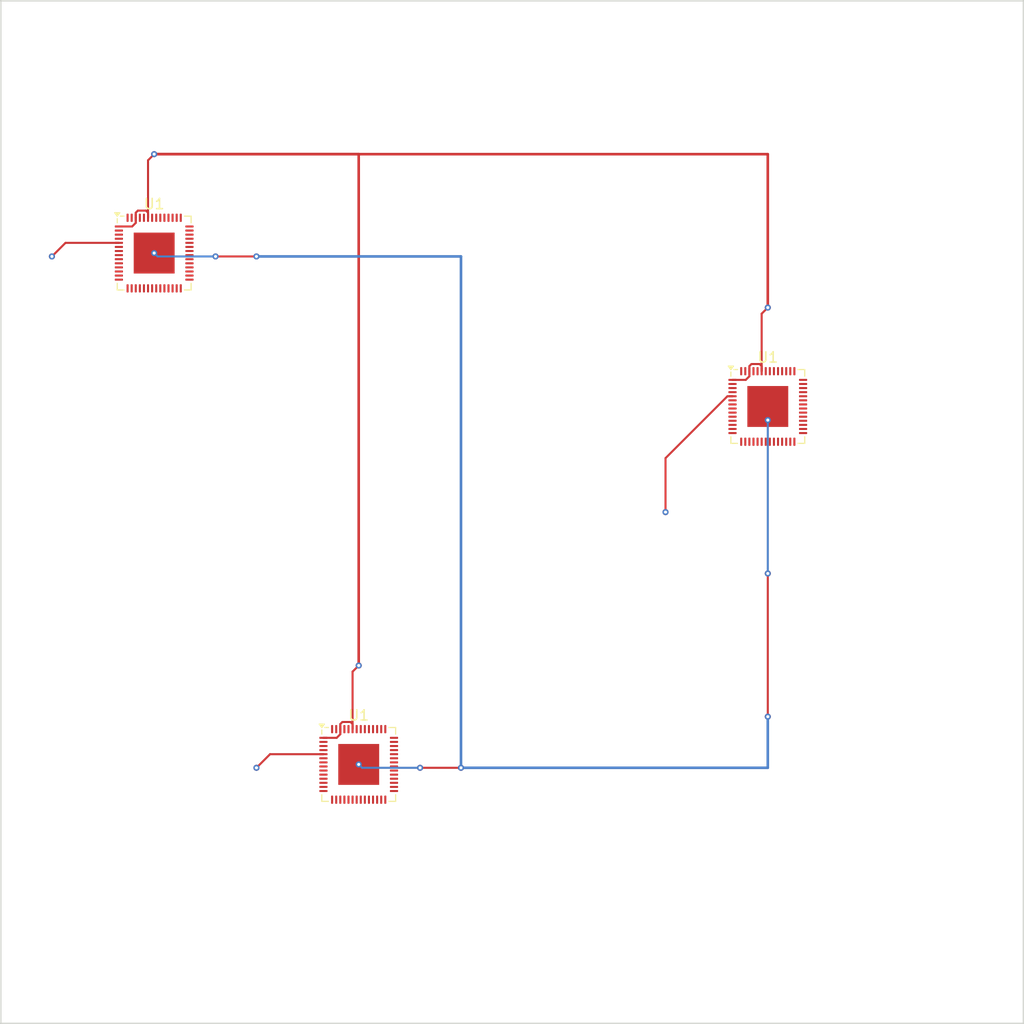
<source format=kicad_pcb>
(kicad_pcb (version 4) (generator "gerbview") (generator_version "8.0")
  (layers (0 F.Cu signal) (1 In1.Cu signal) (2 In2.Cu signal) (31 B.Cu signal) (34 B.Paste user) (35 F.Paste user) (36 B.SilkS user) (37 F.SilkS user) (38 B.Mask user) (39 F.Mask user) (44 Edge.Cuts user))
  (gr_line (start -50 50) (end 50 50) (layer Edge.Cuts) (width 0.15))
  (gr_line (start 50 50) (end 50 -50) (layer Edge.Cuts) (width 0.15))
  (gr_line (start 50 -50) (end -50 -50) (layer Edge.Cuts) (width 0.15))
  (gr_line (start -50 -50) (end -50 50) (layer Edge.Cuts) (width 0.15))
  (gr_line (start -15.76191 19.32482) (end -15.76191 20.13434) (layer F.SilkS) (width 0.15))
  (gr_line (start -15.76191 20.13434) (end -15.71429 20.22958) (layer F.SilkS) (width 0.15))
  (gr_line (start -15.71429 20.22958) (end -15.66667 20.2772) (layer F.SilkS) (width 0.15))
  (gr_line (start -15.66667 20.2772) (end -15.57143 20.32482) (layer F.SilkS) (width 0.15))
  (gr_line (start -15.57143 20.32482) (end -15.38095 20.32482) (layer F.SilkS) (width 0.15))
  (gr_line (start -15.38095 20.32482) (end -15.28571 20.2772) (layer F.SilkS) (width 0.15))
  (gr_line (start -15.28571 20.2772) (end -15.2381 20.22958) (layer F.SilkS) (width 0.15))
  (gr_line (start -15.2381 20.22958) (end -15.19048 20.13434) (layer F.SilkS) (width 0.15))
  (gr_line (start -15.19048 20.13434) (end -15.19048 19.32482) (layer F.SilkS) (width 0.15))
  (gr_line (start -14.19048 20.32482) (end -14.76191 20.32482) (layer F.SilkS) (width 0.15))
  (gr_line (start -14.47619 20.32482) (end -14.47619 19.32482) (layer F.SilkS) (width 0.15))
  (gr_line (start -14.47619 19.32482) (end -14.57143 19.46768) (layer F.SilkS) (width 0.15))
  (gr_line (start -14.57143 19.46768) (end -14.66667 19.56291) (layer F.SilkS) (width 0.15))
  (gr_line (start -14.66667 19.56291) (end -14.76191 19.61053) (layer F.SilkS) (width 0.15))
  (gr_line (start -18.61 21.71) (end -18.61 21.3) (layer F.SilkS) (width 0.12))
  (gr_line (start -18.61 28.28) (end -18.61 27.63) (layer F.SilkS) (width 0.12))
  (gr_line (start -17.96 21.06) (end -18.31 21.06) (layer F.SilkS) (width 0.12))
  (gr_line (start -17.96 28.28) (end -18.61 28.28) (layer F.SilkS) (width 0.12))
  (gr_line (start -12.04 21.06) (end -11.39 21.06) (layer F.SilkS) (width 0.12))
  (gr_line (start -12.04 28.28) (end -11.39 28.28) (layer F.SilkS) (width 0.12))
  (gr_line (start -11.39 21.06) (end -11.39 21.71) (layer F.SilkS) (width 0.12))
  (gr_line (start -11.39 28.28) (end -11.39 27.63) (layer F.SilkS) (width 0.12))
  (gr_line (start -18.61 21.06) (end -18.85 20.73) (layer F.SilkS) (width 0.12))
  (gr_line (start -18.85 20.73) (end -18.37 20.73) (layer F.SilkS) (width 0.12))
  (gr_line (start -18.37 20.73) (end -18.61 21.06) (layer F.SilkS) (width 0.12))
  (gr_poly (pts (xy -18.61 21.06) (xy -18.85 20.73) (xy -18.37 20.73)) (layer F.SilkS) (width 0))
  (gr_line (start -35.7619 -30.67518) (end -35.7619 -29.86566) (layer F.SilkS) (width 0.15))
  (gr_line (start -35.7619 -29.86566) (end -35.71429 -29.77042) (layer F.SilkS) (width 0.15))
  (gr_line (start -35.71429 -29.77042) (end -35.66667 -29.7228) (layer F.SilkS) (width 0.15))
  (gr_line (start -35.66667 -29.7228) (end -35.57143 -29.67518) (layer F.SilkS) (width 0.15))
  (gr_line (start -35.57143 -29.67518) (end -35.38095 -29.67518) (layer F.SilkS) (width 0.15))
  (gr_line (start -35.38095 -29.67518) (end -35.28572 -29.7228) (layer F.SilkS) (width 0.15))
  (gr_line (start -35.28572 -29.7228) (end -35.2381 -29.77042) (layer F.SilkS) (width 0.15))
  (gr_line (start -35.2381 -29.77042) (end -35.19048 -29.86566) (layer F.SilkS) (width 0.15))
  (gr_line (start -35.19048 -29.86566) (end -35.19048 -30.67518) (layer F.SilkS) (width 0.15))
  (gr_line (start -34.19048 -29.67518) (end -34.7619 -29.67518) (layer F.SilkS) (width 0.15))
  (gr_line (start -34.47619 -29.67518) (end -34.47619 -30.67518) (layer F.SilkS) (width 0.15))
  (gr_line (start -34.47619 -30.67518) (end -34.57143 -30.53232) (layer F.SilkS) (width 0.15))
  (gr_line (start -34.57143 -30.53232) (end -34.66667 -30.43709) (layer F.SilkS) (width 0.15))
  (gr_line (start -34.66667 -30.43709) (end -34.7619 -30.38947) (layer F.SilkS) (width 0.15))
  (gr_line (start -38.61 -28.29) (end -38.61 -28.7) (layer F.SilkS) (width 0.12))
  (gr_line (start -38.61 -21.72) (end -38.61 -22.37) (layer F.SilkS) (width 0.12))
  (gr_line (start -37.96 -28.94) (end -38.31 -28.94) (layer F.SilkS) (width 0.12))
  (gr_line (start -37.96 -21.72) (end -38.61 -21.72) (layer F.SilkS) (width 0.12))
  (gr_line (start -32.04 -28.94) (end -31.39 -28.94) (layer F.SilkS) (width 0.12))
  (gr_line (start -32.04 -21.72) (end -31.39 -21.72) (layer F.SilkS) (width 0.12))
  (gr_line (start -31.39 -28.94) (end -31.39 -28.29) (layer F.SilkS) (width 0.12))
  (gr_line (start -31.39 -21.72) (end -31.39 -22.37) (layer F.SilkS) (width 0.12))
  (gr_line (start -38.61 -28.94) (end -38.85 -29.27) (layer F.SilkS) (width 0.12))
  (gr_line (start -38.85 -29.27) (end -38.37 -29.27) (layer F.SilkS) (width 0.12))
  (gr_line (start -38.37 -29.27) (end -38.61 -28.94) (layer F.SilkS) (width 0.12))
  (gr_poly (pts (xy -38.61 -28.94) (xy -38.85 -29.27) (xy -38.37 -29.27)) (layer F.SilkS) (width 0))
  (gr_line (start 24.2381 -15.67518) (end 24.2381 -14.86566) (layer F.SilkS) (width 0.15))
  (gr_line (start 24.2381 -14.86566) (end 24.28571 -14.77042) (layer F.SilkS) (width 0.15))
  (gr_line (start 24.28571 -14.77042) (end 24.33333 -14.7228) (layer F.SilkS) (width 0.15))
  (gr_line (start 24.33333 -14.7228) (end 24.42857 -14.67518) (layer F.SilkS) (width 0.15))
  (gr_line (start 24.42857 -14.67518) (end 24.61905 -14.67518) (layer F.SilkS) (width 0.15))
  (gr_line (start 24.61905 -14.67518) (end 24.71429 -14.7228) (layer F.SilkS) (width 0.15))
  (gr_line (start 24.71429 -14.7228) (end 24.7619 -14.77042) (layer F.SilkS) (width 0.15))
  (gr_line (start 24.7619 -14.77042) (end 24.80952 -14.86566) (layer F.SilkS) (width 0.15))
  (gr_line (start 24.80952 -14.86566) (end 24.80952 -15.67518) (layer F.SilkS) (width 0.15))
  (gr_line (start 25.80952 -14.67518) (end 25.2381 -14.67518) (layer F.SilkS) (width 0.15))
  (gr_line (start 25.52381 -14.67518) (end 25.52381 -15.67518) (layer F.SilkS) (width 0.15))
  (gr_line (start 25.52381 -15.67518) (end 25.42857 -15.53232) (layer F.SilkS) (width 0.15))
  (gr_line (start 25.42857 -15.53232) (end 25.33333 -15.43709) (layer F.SilkS) (width 0.15))
  (gr_line (start 25.33333 -15.43709) (end 25.2381 -15.38947) (layer F.SilkS) (width 0.15))
  (gr_line (start 21.39 -13.29) (end 21.39 -13.7) (layer F.SilkS) (width 0.12))
  (gr_line (start 21.39 -6.72) (end 21.39 -7.37) (layer F.SilkS) (width 0.12))
  (gr_line (start 22.04 -13.94) (end 21.69 -13.94) (layer F.SilkS) (width 0.12))
  (gr_line (start 22.04 -6.72) (end 21.39 -6.72) (layer F.SilkS) (width 0.12))
  (gr_line (start 27.96 -13.94) (end 28.61 -13.94) (layer F.SilkS) (width 0.12))
  (gr_line (start 27.96 -6.72) (end 28.61 -6.72) (layer F.SilkS) (width 0.12))
  (gr_line (start 28.61 -13.94) (end 28.61 -13.29) (layer F.SilkS) (width 0.12))
  (gr_line (start 28.61 -6.72) (end 28.61 -7.37) (layer F.SilkS) (width 0.12))
  (gr_line (start 21.39 -13.94) (end 21.15 -14.27) (layer F.SilkS) (width 0.12))
  (gr_line (start 21.15 -14.27) (end 21.63 -14.27) (layer F.SilkS) (width 0.12))
  (gr_line (start 21.63 -14.27) (end 21.39 -13.94) (layer F.SilkS) (width 0.12))
  (gr_poly (pts (xy 21.39 -13.94) (xy 21.15 -14.27) (xy 21.63 -14.27)) (layer F.SilkS) (width 0))
  (gr_poly (pts (xy -18.0951 22.16976) (xy -18.09025 22.16904) (xy -18.08549 22.16785) (xy -18.08087 22.16619) (xy -18.07643 22.1641) (xy -18.07222 22.16157) (xy -18.06828 22.15865) (xy -18.06464 22.15536) (xy -18.06135 22.15172) (xy -18.05843 22.14778) (xy -18.0559 22.14357) (xy -18.05381 22.13913) (xy -18.05215 22.13451) (xy -18.05096 22.12975) (xy -18.05024 22.1249) (xy -18.05 22.12) (xy -18.05 22.02) (xy -18.05024 22.0151) (xy -18.05096 22.01025) (xy -18.05215 22.00549) (xy -18.05381 22.00087) (xy -18.0559 21.99643) (xy -18.05843 21.99222) (xy -18.06135 21.98828) (xy -18.06464 21.98464) (xy -18.06828 21.98135) (xy -18.07222 21.97843) (xy -18.07643 21.9759) (xy -18.08087 21.97381) (xy -18.08549 21.97215) (xy -18.09025 21.97096) (xy -18.0951 21.97024) (xy -18.1 21.97) (xy -18.8 21.97) (xy -18.8049 21.97024) (xy -18.80975 21.97096) (xy -18.81451 21.97215) (xy -18.81913 21.97381) (xy -18.82357 21.9759) (xy -18.82778 21.97843) (xy -18.83172 21.98135) (xy -18.83536 21.98464) (xy -18.83865 21.98828) (xy -18.84157 21.99222) (xy -18.8441 21.99643) (xy -18.84619 22.00087) (xy -18.84785 22.00549) (xy -18.84904 22.01025) (xy -18.84976 22.0151) (xy -18.85 22.02) (xy -18.85 22.12) (xy -18.84976 22.1249) (xy -18.84904 22.12975) (xy -18.84785 22.13451) (xy -18.84619 22.13913) (xy -18.8441 22.14357) (xy -18.84157 22.14778) (xy -18.83865 22.15172) (xy -18.83536 22.15536) (xy -18.83172 22.15865) (xy -18.82778 22.16157) (xy -18.82357 22.1641) (xy -18.81913 22.16619) (xy -18.81451 22.16785) (xy -18.80975 22.16904) (xy -18.8049 22.16976) (xy -18.8 22.17) (xy -18.1 22.17)) (layer F.Cu) (width 0))
  (gr_poly (pts (xy -18.0951 22.56976) (xy -18.09025 22.56904) (xy -18.08549 22.56785) (xy -18.08087 22.56619) (xy -18.07643 22.5641) (xy -18.07222 22.56157) (xy -18.06828 22.55865) (xy -18.06464 22.55536) (xy -18.06135 22.55172) (xy -18.05843 22.54778) (xy -18.0559 22.54357) (xy -18.05381 22.53913) (xy -18.05215 22.53451) (xy -18.05096 22.52975) (xy -18.05024 22.5249) (xy -18.05 22.52) (xy -18.05 22.42) (xy -18.05024 22.4151) (xy -18.05096 22.41025) (xy -18.05215 22.40549) (xy -18.05381 22.40087) (xy -18.0559 22.39643) (xy -18.05843 22.39222) (xy -18.06135 22.38828) (xy -18.06464 22.38464) (xy -18.06828 22.38135) (xy -18.07222 22.37843) (xy -18.07643 22.3759) (xy -18.08087 22.37381) (xy -18.08549 22.37215) (xy -18.09025 22.37096) (xy -18.0951 22.37024) (xy -18.1 22.37) (xy -18.8 22.37) (xy -18.8049 22.37024) (xy -18.80975 22.37096) (xy -18.81451 22.37215) (xy -18.81913 22.37381) (xy -18.82357 22.3759) (xy -18.82778 22.37843) (xy -18.83172 22.38135) (xy -18.83536 22.38464) (xy -18.83865 22.38828) (xy -18.84157 22.39222) (xy -18.8441 22.39643) (xy -18.84619 22.40087) (xy -18.84785 22.40549) (xy -18.84904 22.41025) (xy -18.84976 22.4151) (xy -18.85 22.42) (xy -18.85 22.52) (xy -18.84976 22.5249) (xy -18.84904 22.52975) (xy -18.84785 22.53451) (xy -18.84619 22.53913) (xy -18.8441 22.54357) (xy -18.84157 22.54778) (xy -18.83865 22.55172) (xy -18.83536 22.55536) (xy -18.83172 22.55865) (xy -18.82778 22.56157) (xy -18.82357 22.5641) (xy -18.81913 22.56619) (xy -18.81451 22.56785) (xy -18.80975 22.56904) (xy -18.8049 22.56976) (xy -18.8 22.57) (xy -18.1 22.57)) (layer F.Cu) (width 0))
  (gr_poly (pts (xy -18.0951 22.96976) (xy -18.09025 22.96904) (xy -18.08549 22.96785) (xy -18.08087 22.96619) (xy -18.07643 22.9641) (xy -18.07222 22.96157) (xy -18.06828 22.95865) (xy -18.06464 22.95536) (xy -18.06135 22.95172) (xy -18.05843 22.94778) (xy -18.0559 22.94357) (xy -18.05381 22.93913) (xy -18.05215 22.93451) (xy -18.05096 22.92975) (xy -18.05024 22.9249) (xy -18.05 22.92) (xy -18.05 22.82) (xy -18.05024 22.8151) (xy -18.05096 22.81025) (xy -18.05215 22.80549) (xy -18.05381 22.80087) (xy -18.0559 22.79643) (xy -18.05843 22.79222) (xy -18.06135 22.78828) (xy -18.06464 22.78464) (xy -18.06828 22.78135) (xy -18.07222 22.77843) (xy -18.07643 22.7759) (xy -18.08087 22.77381) (xy -18.08549 22.77215) (xy -18.09025 22.77096) (xy -18.0951 22.77024) (xy -18.1 22.77) (xy -18.8 22.77) (xy -18.8049 22.77024) (xy -18.80975 22.77096) (xy -18.81451 22.77215) (xy -18.81913 22.77381) (xy -18.82357 22.7759) (xy -18.82778 22.77843) (xy -18.83172 22.78135) (xy -18.83536 22.78464) (xy -18.83865 22.78828) (xy -18.84157 22.79222) (xy -18.8441 22.79643) (xy -18.84619 22.80087) (xy -18.84785 22.80549) (xy -18.84904 22.81025) (xy -18.84976 22.8151) (xy -18.85 22.82) (xy -18.85 22.92) (xy -18.84976 22.9249) (xy -18.84904 22.92975) (xy -18.84785 22.93451) (xy -18.84619 22.93913) (xy -18.8441 22.94357) (xy -18.84157 22.94778) (xy -18.83865 22.95172) (xy -18.83536 22.95536) (xy -18.83172 22.95865) (xy -18.82778 22.96157) (xy -18.82357 22.9641) (xy -18.81913 22.96619) (xy -18.81451 22.96785) (xy -18.80975 22.96904) (xy -18.8049 22.96976) (xy -18.8 22.97) (xy -18.1 22.97)) (layer F.Cu) (width 0))
  (gr_poly (pts (xy -18.0951 23.36976) (xy -18.09025 23.36904) (xy -18.08549 23.36785) (xy -18.08087 23.36619) (xy -18.07643 23.3641) (xy -18.07222 23.36157) (xy -18.06828 23.35865) (xy -18.06464 23.35536) (xy -18.06135 23.35172) (xy -18.05843 23.34778) (xy -18.0559 23.34357) (xy -18.05381 23.33913) (xy -18.05215 23.33451) (xy -18.05096 23.32975) (xy -18.05024 23.3249) (xy -18.05 23.32) (xy -18.05 23.22) (xy -18.05024 23.2151) (xy -18.05096 23.21025) (xy -18.05215 23.20549) (xy -18.05381 23.20087) (xy -18.0559 23.19643) (xy -18.05843 23.19222) (xy -18.06135 23.18828) (xy -18.06464 23.18464) (xy -18.06828 23.18135) (xy -18.07222 23.17843) (xy -18.07643 23.1759) (xy -18.08087 23.17381) (xy -18.08549 23.17215) (xy -18.09025 23.17096) (xy -18.0951 23.17024) (xy -18.1 23.17) (xy -18.8 23.17) (xy -18.8049 23.17024) (xy -18.80975 23.17096) (xy -18.81451 23.17215) (xy -18.81913 23.17381) (xy -18.82357 23.1759) (xy -18.82778 23.17843) (xy -18.83172 23.18135) (xy -18.83536 23.18464) (xy -18.83865 23.18828) (xy -18.84157 23.19222) (xy -18.8441 23.19643) (xy -18.84619 23.20087) (xy -18.84785 23.20549) (xy -18.84904 23.21025) (xy -18.84976 23.2151) (xy -18.85 23.22) (xy -18.85 23.32) (xy -18.84976 23.3249) (xy -18.84904 23.32975) (xy -18.84785 23.33451) (xy -18.84619 23.33913) (xy -18.8441 23.34357) (xy -18.84157 23.34778) (xy -18.83865 23.35172) (xy -18.83536 23.35536) (xy -18.83172 23.35865) (xy -18.82778 23.36157) (xy -18.82357 23.3641) (xy -18.81913 23.36619) (xy -18.81451 23.36785) (xy -18.80975 23.36904) (xy -18.8049 23.36976) (xy -18.8 23.37) (xy -18.1 23.37)) (layer F.Cu) (width 0))
  (gr_poly (pts (xy -18.0951 23.76976) (xy -18.09025 23.76904) (xy -18.08549 23.76785) (xy -18.08087 23.76619) (xy -18.07643 23.7641) (xy -18.07222 23.76157) (xy -18.06828 23.75865) (xy -18.06464 23.75536) (xy -18.06135 23.75172) (xy -18.05843 23.74778) (xy -18.0559 23.74357) (xy -18.05381 23.73913) (xy -18.05215 23.73451) (xy -18.05096 23.72975) (xy -18.05024 23.7249) (xy -18.05 23.72) (xy -18.05 23.62) (xy -18.05024 23.6151) (xy -18.05096 23.61025) (xy -18.05215 23.60549) (xy -18.05381 23.60087) (xy -18.0559 23.59643) (xy -18.05843 23.59222) (xy -18.06135 23.58828) (xy -18.06464 23.58464) (xy -18.06828 23.58135) (xy -18.07222 23.57843) (xy -18.07643 23.5759) (xy -18.08087 23.57381) (xy -18.08549 23.57215) (xy -18.09025 23.57096) (xy -18.0951 23.57024) (xy -18.1 23.57) (xy -18.8 23.57) (xy -18.8049 23.57024) (xy -18.80975 23.57096) (xy -18.81451 23.57215) (xy -18.81913 23.57381) (xy -18.82357 23.5759) (xy -18.82778 23.57843) (xy -18.83172 23.58135) (xy -18.83536 23.58464) (xy -18.83865 23.58828) (xy -18.84157 23.59222) (xy -18.8441 23.59643) (xy -18.84619 23.60087) (xy -18.84785 23.60549) (xy -18.84904 23.61025) (xy -18.84976 23.6151) (xy -18.85 23.62) (xy -18.85 23.72) (xy -18.84976 23.7249) (xy -18.84904 23.72975) (xy -18.84785 23.73451) (xy -18.84619 23.73913) (xy -18.8441 23.74357) (xy -18.84157 23.74778) (xy -18.83865 23.75172) (xy -18.83536 23.75536) (xy -18.83172 23.75865) (xy -18.82778 23.76157) (xy -18.82357 23.7641) (xy -18.81913 23.76619) (xy -18.81451 23.76785) (xy -18.80975 23.76904) (xy -18.8049 23.76976) (xy -18.8 23.77) (xy -18.1 23.77)) (layer F.Cu) (width 0))
  (gr_poly (pts (xy -18.0951 24.16976) (xy -18.09025 24.16904) (xy -18.08549 24.16785) (xy -18.08087 24.16619) (xy -18.07643 24.1641) (xy -18.07222 24.16157) (xy -18.06828 24.15865) (xy -18.06464 24.15536) (xy -18.06135 24.15172) (xy -18.05843 24.14778) (xy -18.0559 24.14357) (xy -18.05381 24.13913) (xy -18.05215 24.13451) (xy -18.05096 24.12975) (xy -18.05024 24.1249) (xy -18.05 24.12) (xy -18.05 24.02) (xy -18.05024 24.0151) (xy -18.05096 24.01025) (xy -18.05215 24.00549) (xy -18.05381 24.00087) (xy -18.0559 23.99643) (xy -18.05843 23.99222) (xy -18.06135 23.98828) (xy -18.06464 23.98464) (xy -18.06828 23.98135) (xy -18.07222 23.97843) (xy -18.07643 23.9759) (xy -18.08087 23.97381) (xy -18.08549 23.97215) (xy -18.09025 23.97096) (xy -18.0951 23.97024) (xy -18.1 23.97) (xy -18.8 23.97) (xy -18.8049 23.97024) (xy -18.80975 23.97096) (xy -18.81451 23.97215) (xy -18.81913 23.97381) (xy -18.82357 23.9759) (xy -18.82778 23.97843) (xy -18.83172 23.98135) (xy -18.83536 23.98464) (xy -18.83865 23.98828) (xy -18.84157 23.99222) (xy -18.8441 23.99643) (xy -18.84619 24.00087) (xy -18.84785 24.00549) (xy -18.84904 24.01025) (xy -18.84976 24.0151) (xy -18.85 24.02) (xy -18.85 24.12) (xy -18.84976 24.1249) (xy -18.84904 24.12975) (xy -18.84785 24.13451) (xy -18.84619 24.13913) (xy -18.8441 24.14357) (xy -18.84157 24.14778) (xy -18.83865 24.15172) (xy -18.83536 24.15536) (xy -18.83172 24.15865) (xy -18.82778 24.16157) (xy -18.82357 24.1641) (xy -18.81913 24.16619) (xy -18.81451 24.16785) (xy -18.80975 24.16904) (xy -18.8049 24.16976) (xy -18.8 24.17) (xy -18.1 24.17)) (layer F.Cu) (width 0))
  (gr_poly (pts (xy -18.0951 24.56976) (xy -18.09025 24.56904) (xy -18.08549 24.56785) (xy -18.08087 24.56619) (xy -18.07643 24.5641) (xy -18.07222 24.56157) (xy -18.06828 24.55865) (xy -18.06464 24.55536) (xy -18.06135 24.55172) (xy -18.05843 24.54778) (xy -18.0559 24.54357) (xy -18.05381 24.53913) (xy -18.05215 24.53451) (xy -18.05096 24.52975) (xy -18.05024 24.5249) (xy -18.05 24.52) (xy -18.05 24.42) (xy -18.05024 24.4151) (xy -18.05096 24.41025) (xy -18.05215 24.40549) (xy -18.05381 24.40087) (xy -18.0559 24.39643) (xy -18.05843 24.39222) (xy -18.06135 24.38828) (xy -18.06464 24.38464) (xy -18.06828 24.38135) (xy -18.07222 24.37843) (xy -18.07643 24.3759) (xy -18.08087 24.37381) (xy -18.08549 24.37215) (xy -18.09025 24.37096) (xy -18.0951 24.37024) (xy -18.1 24.37) (xy -18.8 24.37) (xy -18.8049 24.37024) (xy -18.80975 24.37096) (xy -18.81451 24.37215) (xy -18.81913 24.37381) (xy -18.82357 24.3759) (xy -18.82778 24.37843) (xy -18.83172 24.38135) (xy -18.83536 24.38464) (xy -18.83865 24.38828) (xy -18.84157 24.39222) (xy -18.8441 24.39643) (xy -18.84619 24.40087) (xy -18.84785 24.40549) (xy -18.84904 24.41025) (xy -18.84976 24.4151) (xy -18.85 24.42) (xy -18.85 24.52) (xy -18.84976 24.5249) (xy -18.84904 24.52975) (xy -18.84785 24.53451) (xy -18.84619 24.53913) (xy -18.8441 24.54357) (xy -18.84157 24.54778) (xy -18.83865 24.55172) (xy -18.83536 24.55536) (xy -18.83172 24.55865) (xy -18.82778 24.56157) (xy -18.82357 24.5641) (xy -18.81913 24.56619) (xy -18.81451 24.56785) (xy -18.80975 24.56904) (xy -18.8049 24.56976) (xy -18.8 24.57) (xy -18.1 24.57)) (layer F.Cu) (width 0))
  (gr_poly (pts (xy -18.0951 24.96976) (xy -18.09025 24.96904) (xy -18.08549 24.96785) (xy -18.08087 24.96619) (xy -18.07643 24.9641) (xy -18.07222 24.96157) (xy -18.06828 24.95865) (xy -18.06464 24.95536) (xy -18.06135 24.95172) (xy -18.05843 24.94778) (xy -18.0559 24.94357) (xy -18.05381 24.93913) (xy -18.05215 24.93451) (xy -18.05096 24.92975) (xy -18.05024 24.9249) (xy -18.05 24.92) (xy -18.05 24.82) (xy -18.05024 24.8151) (xy -18.05096 24.81025) (xy -18.05215 24.80549) (xy -18.05381 24.80087) (xy -18.0559 24.79643) (xy -18.05843 24.79222) (xy -18.06135 24.78828) (xy -18.06464 24.78464) (xy -18.06828 24.78135) (xy -18.07222 24.77843) (xy -18.07643 24.7759) (xy -18.08087 24.77381) (xy -18.08549 24.77215) (xy -18.09025 24.77096) (xy -18.0951 24.77024) (xy -18.1 24.77) (xy -18.8 24.77) (xy -18.8049 24.77024) (xy -18.80975 24.77096) (xy -18.81451 24.77215) (xy -18.81913 24.77381) (xy -18.82357 24.7759) (xy -18.82778 24.77843) (xy -18.83172 24.78135) (xy -18.83536 24.78464) (xy -18.83865 24.78828) (xy -18.84157 24.79222) (xy -18.8441 24.79643) (xy -18.84619 24.80087) (xy -18.84785 24.80549) (xy -18.84904 24.81025) (xy -18.84976 24.8151) (xy -18.85 24.82) (xy -18.85 24.92) (xy -18.84976 24.9249) (xy -18.84904 24.92975) (xy -18.84785 24.93451) (xy -18.84619 24.93913) (xy -18.8441 24.94357) (xy -18.84157 24.94778) (xy -18.83865 24.95172) (xy -18.83536 24.95536) (xy -18.83172 24.95865) (xy -18.82778 24.96157) (xy -18.82357 24.9641) (xy -18.81913 24.96619) (xy -18.81451 24.96785) (xy -18.80975 24.96904) (xy -18.8049 24.96976) (xy -18.8 24.97) (xy -18.1 24.97)) (layer F.Cu) (width 0))
  (gr_poly (pts (xy -18.0951 25.36976) (xy -18.09025 25.36904) (xy -18.08549 25.36785) (xy -18.08087 25.36619) (xy -18.07643 25.3641) (xy -18.07222 25.36157) (xy -18.06828 25.35865) (xy -18.06464 25.35536) (xy -18.06135 25.35172) (xy -18.05843 25.34778) (xy -18.0559 25.34357) (xy -18.05381 25.33913) (xy -18.05215 25.33451) (xy -18.05096 25.32975) (xy -18.05024 25.3249) (xy -18.05 25.32) (xy -18.05 25.22) (xy -18.05024 25.2151) (xy -18.05096 25.21025) (xy -18.05215 25.20549) (xy -18.05381 25.20087) (xy -18.0559 25.19643) (xy -18.05843 25.19222) (xy -18.06135 25.18828) (xy -18.06464 25.18464) (xy -18.06828 25.18135) (xy -18.07222 25.17843) (xy -18.07643 25.1759) (xy -18.08087 25.17381) (xy -18.08549 25.17215) (xy -18.09025 25.17096) (xy -18.0951 25.17024) (xy -18.1 25.17) (xy -18.8 25.17) (xy -18.8049 25.17024) (xy -18.80975 25.17096) (xy -18.81451 25.17215) (xy -18.81913 25.17381) (xy -18.82357 25.1759) (xy -18.82778 25.17843) (xy -18.83172 25.18135) (xy -18.83536 25.18464) (xy -18.83865 25.18828) (xy -18.84157 25.19222) (xy -18.8441 25.19643) (xy -18.84619 25.20087) (xy -18.84785 25.20549) (xy -18.84904 25.21025) (xy -18.84976 25.2151) (xy -18.85 25.22) (xy -18.85 25.32) (xy -18.84976 25.3249) (xy -18.84904 25.32975) (xy -18.84785 25.33451) (xy -18.84619 25.33913) (xy -18.8441 25.34357) (xy -18.84157 25.34778) (xy -18.83865 25.35172) (xy -18.83536 25.35536) (xy -18.83172 25.35865) (xy -18.82778 25.36157) (xy -18.82357 25.3641) (xy -18.81913 25.36619) (xy -18.81451 25.36785) (xy -18.80975 25.36904) (xy -18.8049 25.36976) (xy -18.8 25.37) (xy -18.1 25.37)) (layer F.Cu) (width 0))
  (gr_poly (pts (xy -18.0951 25.76976) (xy -18.09025 25.76904) (xy -18.08549 25.76785) (xy -18.08087 25.76619) (xy -18.07643 25.7641) (xy -18.07222 25.76157) (xy -18.06828 25.75865) (xy -18.06464 25.75536) (xy -18.06135 25.75172) (xy -18.05843 25.74778) (xy -18.0559 25.74357) (xy -18.05381 25.73913) (xy -18.05215 25.73451) (xy -18.05096 25.72975) (xy -18.05024 25.7249) (xy -18.05 25.72) (xy -18.05 25.62) (xy -18.05024 25.6151) (xy -18.05096 25.61025) (xy -18.05215 25.60549) (xy -18.05381 25.60087) (xy -18.0559 25.59643) (xy -18.05843 25.59222) (xy -18.06135 25.58828) (xy -18.06464 25.58464) (xy -18.06828 25.58135) (xy -18.07222 25.57843) (xy -18.07643 25.5759) (xy -18.08087 25.57381) (xy -18.08549 25.57215) (xy -18.09025 25.57096) (xy -18.0951 25.57024) (xy -18.1 25.57) (xy -18.8 25.57) (xy -18.8049 25.57024) (xy -18.80975 25.57096) (xy -18.81451 25.57215) (xy -18.81913 25.57381) (xy -18.82357 25.5759) (xy -18.82778 25.57843) (xy -18.83172 25.58135) (xy -18.83536 25.58464) (xy -18.83865 25.58828) (xy -18.84157 25.59222) (xy -18.8441 25.59643) (xy -18.84619 25.60087) (xy -18.84785 25.60549) (xy -18.84904 25.61025) (xy -18.84976 25.6151) (xy -18.85 25.62) (xy -18.85 25.72) (xy -18.84976 25.7249) (xy -18.84904 25.72975) (xy -18.84785 25.73451) (xy -18.84619 25.73913) (xy -18.8441 25.74357) (xy -18.84157 25.74778) (xy -18.83865 25.75172) (xy -18.83536 25.75536) (xy -18.83172 25.75865) (xy -18.82778 25.76157) (xy -18.82357 25.7641) (xy -18.81913 25.76619) (xy -18.81451 25.76785) (xy -18.80975 25.76904) (xy -18.8049 25.76976) (xy -18.8 25.77) (xy -18.1 25.77)) (layer F.Cu) (width 0))
  (gr_poly (pts (xy -18.0951 26.16976) (xy -18.09025 26.16904) (xy -18.08549 26.16785) (xy -18.08087 26.16619) (xy -18.07643 26.1641) (xy -18.07222 26.16157) (xy -18.06828 26.15865) (xy -18.06464 26.15536) (xy -18.06135 26.15172) (xy -18.05843 26.14778) (xy -18.0559 26.14357) (xy -18.05381 26.13913) (xy -18.05215 26.13451) (xy -18.05096 26.12975) (xy -18.05024 26.1249) (xy -18.05 26.12) (xy -18.05 26.02) (xy -18.05024 26.0151) (xy -18.05096 26.01025) (xy -18.05215 26.00549) (xy -18.05381 26.00087) (xy -18.0559 25.99643) (xy -18.05843 25.99222) (xy -18.06135 25.98828) (xy -18.06464 25.98464) (xy -18.06828 25.98135) (xy -18.07222 25.97843) (xy -18.07643 25.9759) (xy -18.08087 25.97381) (xy -18.08549 25.97215) (xy -18.09025 25.97096) (xy -18.0951 25.97024) (xy -18.1 25.97) (xy -18.8 25.97) (xy -18.8049 25.97024) (xy -18.80975 25.97096) (xy -18.81451 25.97215) (xy -18.81913 25.97381) (xy -18.82357 25.9759) (xy -18.82778 25.97843) (xy -18.83172 25.98135) (xy -18.83536 25.98464) (xy -18.83865 25.98828) (xy -18.84157 25.99222) (xy -18.8441 25.99643) (xy -18.84619 26.00087) (xy -18.84785 26.00549) (xy -18.84904 26.01025) (xy -18.84976 26.0151) (xy -18.85 26.02) (xy -18.85 26.12) (xy -18.84976 26.1249) (xy -18.84904 26.12975) (xy -18.84785 26.13451) (xy -18.84619 26.13913) (xy -18.8441 26.14357) (xy -18.84157 26.14778) (xy -18.83865 26.15172) (xy -18.83536 26.15536) (xy -18.83172 26.15865) (xy -18.82778 26.16157) (xy -18.82357 26.1641) (xy -18.81913 26.16619) (xy -18.81451 26.16785) (xy -18.80975 26.16904) (xy -18.8049 26.16976) (xy -18.8 26.17) (xy -18.1 26.17)) (layer F.Cu) (width 0))
  (gr_poly (pts (xy -18.0951 26.56976) (xy -18.09025 26.56904) (xy -18.08549 26.56785) (xy -18.08087 26.56619) (xy -18.07643 26.5641) (xy -18.07222 26.56157) (xy -18.06828 26.55865) (xy -18.06464 26.55536) (xy -18.06135 26.55172) (xy -18.05843 26.54778) (xy -18.0559 26.54357) (xy -18.05381 26.53913) (xy -18.05215 26.53451) (xy -18.05096 26.52975) (xy -18.05024 26.5249) (xy -18.05 26.52) (xy -18.05 26.42) (xy -18.05024 26.4151) (xy -18.05096 26.41025) (xy -18.05215 26.40549) (xy -18.05381 26.40087) (xy -18.0559 26.39643) (xy -18.05843 26.39222) (xy -18.06135 26.38828) (xy -18.06464 26.38464) (xy -18.06828 26.38135) (xy -18.07222 26.37843) (xy -18.07643 26.3759) (xy -18.08087 26.37381) (xy -18.08549 26.37215) (xy -18.09025 26.37096) (xy -18.0951 26.37024) (xy -18.1 26.37) (xy -18.8 26.37) (xy -18.8049 26.37024) (xy -18.80975 26.37096) (xy -18.81451 26.37215) (xy -18.81913 26.37381) (xy -18.82357 26.3759) (xy -18.82778 26.37843) (xy -18.83172 26.38135) (xy -18.83536 26.38464) (xy -18.83865 26.38828) (xy -18.84157 26.39222) (xy -18.8441 26.39643) (xy -18.84619 26.40087) (xy -18.84785 26.40549) (xy -18.84904 26.41025) (xy -18.84976 26.4151) (xy -18.85 26.42) (xy -18.85 26.52) (xy -18.84976 26.5249) (xy -18.84904 26.52975) (xy -18.84785 26.53451) (xy -18.84619 26.53913) (xy -18.8441 26.54357) (xy -18.84157 26.54778) (xy -18.83865 26.55172) (xy -18.83536 26.55536) (xy -18.83172 26.55865) (xy -18.82778 26.56157) (xy -18.82357 26.5641) (xy -18.81913 26.56619) (xy -18.81451 26.56785) (xy -18.80975 26.56904) (xy -18.8049 26.56976) (xy -18.8 26.57) (xy -18.1 26.57)) (layer F.Cu) (width 0))
  (gr_poly (pts (xy -18.0951 26.96976) (xy -18.09025 26.96904) (xy -18.08549 26.96785) (xy -18.08087 26.96619) (xy -18.07643 26.9641) (xy -18.07222 26.96157) (xy -18.06828 26.95865) (xy -18.06464 26.95536) (xy -18.06135 26.95172) (xy -18.05843 26.94778) (xy -18.0559 26.94357) (xy -18.05381 26.93913) (xy -18.05215 26.93451) (xy -18.05096 26.92975) (xy -18.05024 26.9249) (xy -18.05 26.92) (xy -18.05 26.82) (xy -18.05024 26.8151) (xy -18.05096 26.81025) (xy -18.05215 26.80549) (xy -18.05381 26.80087) (xy -18.0559 26.79643) (xy -18.05843 26.79222) (xy -18.06135 26.78828) (xy -18.06464 26.78464) (xy -18.06828 26.78135) (xy -18.07222 26.77843) (xy -18.07643 26.7759) (xy -18.08087 26.77381) (xy -18.08549 26.77215) (xy -18.09025 26.77096) (xy -18.0951 26.77024) (xy -18.1 26.77) (xy -18.8 26.77) (xy -18.8049 26.77024) (xy -18.80975 26.77096) (xy -18.81451 26.77215) (xy -18.81913 26.77381) (xy -18.82357 26.7759) (xy -18.82778 26.77843) (xy -18.83172 26.78135) (xy -18.83536 26.78464) (xy -18.83865 26.78828) (xy -18.84157 26.79222) (xy -18.8441 26.79643) (xy -18.84619 26.80087) (xy -18.84785 26.80549) (xy -18.84904 26.81025) (xy -18.84976 26.8151) (xy -18.85 26.82) (xy -18.85 26.92) (xy -18.84976 26.9249) (xy -18.84904 26.92975) (xy -18.84785 26.93451) (xy -18.84619 26.93913) (xy -18.8441 26.94357) (xy -18.84157 26.94778) (xy -18.83865 26.95172) (xy -18.83536 26.95536) (xy -18.83172 26.95865) (xy -18.82778 26.96157) (xy -18.82357 26.9641) (xy -18.81913 26.96619) (xy -18.81451 26.96785) (xy -18.80975 26.96904) (xy -18.8049 26.96976) (xy -18.8 26.97) (xy -18.1 26.97)) (layer F.Cu) (width 0))
  (gr_poly (pts (xy -18.0951 27.36976) (xy -18.09025 27.36904) (xy -18.08549 27.36785) (xy -18.08087 27.36619) (xy -18.07643 27.3641) (xy -18.07222 27.36157) (xy -18.06828 27.35865) (xy -18.06464 27.35536) (xy -18.06135 27.35172) (xy -18.05843 27.34778) (xy -18.0559 27.34357) (xy -18.05381 27.33913) (xy -18.05215 27.33451) (xy -18.05096 27.32975) (xy -18.05024 27.3249) (xy -18.05 27.32) (xy -18.05 27.22) (xy -18.05024 27.2151) (xy -18.05096 27.21025) (xy -18.05215 27.20549) (xy -18.05381 27.20087) (xy -18.0559 27.19643) (xy -18.05843 27.19222) (xy -18.06135 27.18828) (xy -18.06464 27.18464) (xy -18.06828 27.18135) (xy -18.07222 27.17843) (xy -18.07643 27.1759) (xy -18.08087 27.17381) (xy -18.08549 27.17215) (xy -18.09025 27.17096) (xy -18.0951 27.17024) (xy -18.1 27.17) (xy -18.8 27.17) (xy -18.8049 27.17024) (xy -18.80975 27.17096) (xy -18.81451 27.17215) (xy -18.81913 27.17381) (xy -18.82357 27.1759) (xy -18.82778 27.17843) (xy -18.83172 27.18135) (xy -18.83536 27.18464) (xy -18.83865 27.18828) (xy -18.84157 27.19222) (xy -18.8441 27.19643) (xy -18.84619 27.20087) (xy -18.84785 27.20549) (xy -18.84904 27.21025) (xy -18.84976 27.2151) (xy -18.85 27.22) (xy -18.85 27.32) (xy -18.84976 27.3249) (xy -18.84904 27.32975) (xy -18.84785 27.33451) (xy -18.84619 27.33913) (xy -18.8441 27.34357) (xy -18.84157 27.34778) (xy -18.83865 27.35172) (xy -18.83536 27.35536) (xy -18.83172 27.35865) (xy -18.82778 27.36157) (xy -18.82357 27.3641) (xy -18.81913 27.36619) (xy -18.81451 27.36785) (xy -18.80975 27.36904) (xy -18.8049 27.36976) (xy -18.8 27.37) (xy -18.1 27.37)) (layer F.Cu) (width 0))
  (gr_poly (pts (xy -17.5451 28.51976) (xy -17.54025 28.51904) (xy -17.53549 28.51785) (xy -17.53087 28.51619) (xy -17.52643 28.5141) (xy -17.52222 28.51157) (xy -17.51828 28.50865) (xy -17.51464 28.50536) (xy -17.51135 28.50172) (xy -17.50843 28.49778) (xy -17.5059 28.49357) (xy -17.50381 28.48913) (xy -17.50215 28.48451) (xy -17.50096 28.47975) (xy -17.50024 28.4749) (xy -17.5 28.47) (xy -17.5 27.77) (xy -17.50024 27.7651) (xy -17.50096 27.76025) (xy -17.50215 27.75549) (xy -17.50381 27.75087) (xy -17.5059 27.74643) (xy -17.50843 27.74222) (xy -17.51135 27.73828) (xy -17.51464 27.73464) (xy -17.51828 27.73135) (xy -17.52222 27.72843) (xy -17.52643 27.7259) (xy -17.53087 27.72381) (xy -17.53549 27.72215) (xy -17.54025 27.72096) (xy -17.5451 27.72024) (xy -17.55 27.72) (xy -17.65 27.72) (xy -17.6549 27.72024) (xy -17.65975 27.72096) (xy -17.66451 27.72215) (xy -17.66913 27.72381) (xy -17.67357 27.7259) (xy -17.67778 27.72843) (xy -17.68172 27.73135) (xy -17.68536 27.73464) (xy -17.68865 27.73828) (xy -17.69157 27.74222) (xy -17.6941 27.74643) (xy -17.69619 27.75087) (xy -17.69785 27.75549) (xy -17.69904 27.76025) (xy -17.69976 27.7651) (xy -17.7 27.77) (xy -17.7 28.47) (xy -17.69976 28.4749) (xy -17.69904 28.47975) (xy -17.69785 28.48451) (xy -17.69619 28.48913) (xy -17.6941 28.49357) (xy -17.69157 28.49778) (xy -17.68865 28.50172) (xy -17.68536 28.50536) (xy -17.68172 28.50865) (xy -17.67778 28.51157) (xy -17.67357 28.5141) (xy -17.66913 28.51619) (xy -17.66451 28.51785) (xy -17.65975 28.51904) (xy -17.6549 28.51976) (xy -17.65 28.52) (xy -17.55 28.52)) (layer F.Cu) (width 0))
  (gr_poly (pts (xy -17.1451 28.51976) (xy -17.14025 28.51904) (xy -17.13549 28.51785) (xy -17.13087 28.51619) (xy -17.12643 28.5141) (xy -17.12222 28.51157) (xy -17.11828 28.50865) (xy -17.11464 28.50536) (xy -17.11135 28.50172) (xy -17.10843 28.49778) (xy -17.1059 28.49357) (xy -17.10381 28.48913) (xy -17.10215 28.48451) (xy -17.10096 28.47975) (xy -17.10024 28.4749) (xy -17.1 28.47) (xy -17.1 27.77) (xy -17.10024 27.7651) (xy -17.10096 27.76025) (xy -17.10215 27.75549) (xy -17.10381 27.75087) (xy -17.1059 27.74643) (xy -17.10843 27.74222) (xy -17.11135 27.73828) (xy -17.11464 27.73464) (xy -17.11828 27.73135) (xy -17.12222 27.72843) (xy -17.12643 27.7259) (xy -17.13087 27.72381) (xy -17.13549 27.72215) (xy -17.14025 27.72096) (xy -17.1451 27.72024) (xy -17.15 27.72) (xy -17.25 27.72) (xy -17.2549 27.72024) (xy -17.25975 27.72096) (xy -17.26451 27.72215) (xy -17.26913 27.72381) (xy -17.27357 27.7259) (xy -17.27778 27.72843) (xy -17.28172 27.73135) (xy -17.28536 27.73464) (xy -17.28865 27.73828) (xy -17.29157 27.74222) (xy -17.2941 27.74643) (xy -17.29619 27.75087) (xy -17.29785 27.75549) (xy -17.29904 27.76025) (xy -17.29976 27.7651) (xy -17.3 27.77) (xy -17.3 28.47) (xy -17.29976 28.4749) (xy -17.29904 28.47975) (xy -17.29785 28.48451) (xy -17.29619 28.48913) (xy -17.2941 28.49357) (xy -17.29157 28.49778) (xy -17.28865 28.50172) (xy -17.28536 28.50536) (xy -17.28172 28.50865) (xy -17.27778 28.51157) (xy -17.27357 28.5141) (xy -17.26913 28.51619) (xy -17.26451 28.51785) (xy -17.25975 28.51904) (xy -17.2549 28.51976) (xy -17.25 28.52) (xy -17.15 28.52)) (layer F.Cu) (width 0))
  (gr_poly (pts (xy -16.7451 28.51976) (xy -16.74025 28.51904) (xy -16.73549 28.51785) (xy -16.73087 28.51619) (xy -16.72643 28.5141) (xy -16.72222 28.51157) (xy -16.71828 28.50865) (xy -16.71464 28.50536) (xy -16.71135 28.50172) (xy -16.70843 28.49778) (xy -16.7059 28.49357) (xy -16.70381 28.48913) (xy -16.70215 28.48451) (xy -16.70096 28.47975) (xy -16.70024 28.4749) (xy -16.7 28.47) (xy -16.7 27.77) (xy -16.70024 27.7651) (xy -16.70096 27.76025) (xy -16.70215 27.75549) (xy -16.70381 27.75087) (xy -16.7059 27.74643) (xy -16.70843 27.74222) (xy -16.71135 27.73828) (xy -16.71464 27.73464) (xy -16.71828 27.73135) (xy -16.72222 27.72843) (xy -16.72643 27.7259) (xy -16.73087 27.72381) (xy -16.73549 27.72215) (xy -16.74025 27.72096) (xy -16.7451 27.72024) (xy -16.75 27.72) (xy -16.85 27.72) (xy -16.8549 27.72024) (xy -16.85975 27.72096) (xy -16.86451 27.72215) (xy -16.86913 27.72381) (xy -16.87357 27.7259) (xy -16.87778 27.72843) (xy -16.88172 27.73135) (xy -16.88536 27.73464) (xy -16.88865 27.73828) (xy -16.89157 27.74222) (xy -16.8941 27.74643) (xy -16.89619 27.75087) (xy -16.89785 27.75549) (xy -16.89904 27.76025) (xy -16.89976 27.7651) (xy -16.9 27.77) (xy -16.9 28.47) (xy -16.89976 28.4749) (xy -16.89904 28.47975) (xy -16.89785 28.48451) (xy -16.89619 28.48913) (xy -16.8941 28.49357) (xy -16.89157 28.49778) (xy -16.88865 28.50172) (xy -16.88536 28.50536) (xy -16.88172 28.50865) (xy -16.87778 28.51157) (xy -16.87357 28.5141) (xy -16.86913 28.51619) (xy -16.86451 28.51785) (xy -16.85975 28.51904) (xy -16.8549 28.51976) (xy -16.85 28.52) (xy -16.75 28.52)) (layer F.Cu) (width 0))
  (gr_poly (pts (xy -16.3451 28.51976) (xy -16.34025 28.51904) (xy -16.33549 28.51785) (xy -16.33087 28.51619) (xy -16.32643 28.5141) (xy -16.32222 28.51157) (xy -16.31828 28.50865) (xy -16.31464 28.50536) (xy -16.31135 28.50172) (xy -16.30843 28.49778) (xy -16.3059 28.49357) (xy -16.30381 28.48913) (xy -16.30215 28.48451) (xy -16.30096 28.47975) (xy -16.30024 28.4749) (xy -16.3 28.47) (xy -16.3 27.77) (xy -16.30024 27.7651) (xy -16.30096 27.76025) (xy -16.30215 27.75549) (xy -16.30381 27.75087) (xy -16.3059 27.74643) (xy -16.30843 27.74222) (xy -16.31135 27.73828) (xy -16.31464 27.73464) (xy -16.31828 27.73135) (xy -16.32222 27.72843) (xy -16.32643 27.7259) (xy -16.33087 27.72381) (xy -16.33549 27.72215) (xy -16.34025 27.72096) (xy -16.3451 27.72024) (xy -16.35 27.72) (xy -16.45 27.72) (xy -16.4549 27.72024) (xy -16.45975 27.72096) (xy -16.46451 27.72215) (xy -16.46913 27.72381) (xy -16.47357 27.7259) (xy -16.47778 27.72843) (xy -16.48172 27.73135) (xy -16.48536 27.73464) (xy -16.48865 27.73828) (xy -16.49157 27.74222) (xy -16.4941 27.74643) (xy -16.49619 27.75087) (xy -16.49785 27.75549) (xy -16.49904 27.76025) (xy -16.49976 27.7651) (xy -16.5 27.77) (xy -16.5 28.47) (xy -16.49976 28.4749) (xy -16.49904 28.47975) (xy -16.49785 28.48451) (xy -16.49619 28.48913) (xy -16.4941 28.49357) (xy -16.49157 28.49778) (xy -16.48865 28.50172) (xy -16.48536 28.50536) (xy -16.48172 28.50865) (xy -16.47778 28.51157) (xy -16.47357 28.5141) (xy -16.46913 28.51619) (xy -16.46451 28.51785) (xy -16.45975 28.51904) (xy -16.4549 28.51976) (xy -16.45 28.52) (xy -16.35 28.52)) (layer F.Cu) (width 0))
  (gr_poly (pts (xy -15.9451 28.51976) (xy -15.94025 28.51904) (xy -15.93549 28.51785) (xy -15.93087 28.51619) (xy -15.92643 28.5141) (xy -15.92222 28.51157) (xy -15.91828 28.50865) (xy -15.91464 28.50536) (xy -15.91135 28.50172) (xy -15.90843 28.49778) (xy -15.9059 28.49357) (xy -15.90381 28.48913) (xy -15.90215 28.48451) (xy -15.90096 28.47975) (xy -15.90024 28.4749) (xy -15.9 28.47) (xy -15.9 27.77) (xy -15.90024 27.7651) (xy -15.90096 27.76025) (xy -15.90215 27.75549) (xy -15.90381 27.75087) (xy -15.9059 27.74643) (xy -15.90843 27.74222) (xy -15.91135 27.73828) (xy -15.91464 27.73464) (xy -15.91828 27.73135) (xy -15.92222 27.72843) (xy -15.92643 27.7259) (xy -15.93087 27.72381) (xy -15.93549 27.72215) (xy -15.94025 27.72096) (xy -15.9451 27.72024) (xy -15.95 27.72) (xy -16.05 27.72) (xy -16.0549 27.72024) (xy -16.05975 27.72096) (xy -16.06451 27.72215) (xy -16.06913 27.72381) (xy -16.07357 27.7259) (xy -16.07778 27.72843) (xy -16.08172 27.73135) (xy -16.08536 27.73464) (xy -16.08865 27.73828) (xy -16.09157 27.74222) (xy -16.0941 27.74643) (xy -16.09619 27.75087) (xy -16.09785 27.75549) (xy -16.09904 27.76025) (xy -16.09976 27.7651) (xy -16.1 27.77) (xy -16.1 28.47) (xy -16.09976 28.4749) (xy -16.09904 28.47975) (xy -16.09785 28.48451) (xy -16.09619 28.48913) (xy -16.0941 28.49357) (xy -16.09157 28.49778) (xy -16.08865 28.50172) (xy -16.08536 28.50536) (xy -16.08172 28.50865) (xy -16.07778 28.51157) (xy -16.07357 28.5141) (xy -16.06913 28.51619) (xy -16.06451 28.51785) (xy -16.05975 28.51904) (xy -16.0549 28.51976) (xy -16.05 28.52) (xy -15.95 28.52)) (layer F.Cu) (width 0))
  (gr_poly (pts (xy -15.5451 28.51976) (xy -15.54025 28.51904) (xy -15.53549 28.51785) (xy -15.53087 28.51619) (xy -15.52643 28.5141) (xy -15.52222 28.51157) (xy -15.51828 28.50865) (xy -15.51464 28.50536) (xy -15.51135 28.50172) (xy -15.50843 28.49778) (xy -15.5059 28.49357) (xy -15.50381 28.48913) (xy -15.50215 28.48451) (xy -15.50096 28.47975) (xy -15.50024 28.4749) (xy -15.5 28.47) (xy -15.5 27.77) (xy -15.50024 27.7651) (xy -15.50096 27.76025) (xy -15.50215 27.75549) (xy -15.50381 27.75087) (xy -15.5059 27.74643) (xy -15.50843 27.74222) (xy -15.51135 27.73828) (xy -15.51464 27.73464) (xy -15.51828 27.73135) (xy -15.52222 27.72843) (xy -15.52643 27.7259) (xy -15.53087 27.72381) (xy -15.53549 27.72215) (xy -15.54025 27.72096) (xy -15.5451 27.72024) (xy -15.55 27.72) (xy -15.65 27.72) (xy -15.6549 27.72024) (xy -15.65975 27.72096) (xy -15.66451 27.72215) (xy -15.66913 27.72381) (xy -15.67357 27.7259) (xy -15.67778 27.72843) (xy -15.68172 27.73135) (xy -15.68536 27.73464) (xy -15.68865 27.73828) (xy -15.69157 27.74222) (xy -15.6941 27.74643) (xy -15.69619 27.75087) (xy -15.69785 27.75549) (xy -15.69904 27.76025) (xy -15.69976 27.7651) (xy -15.7 27.77) (xy -15.7 28.47) (xy -15.69976 28.4749) (xy -15.69904 28.47975) (xy -15.69785 28.48451) (xy -15.69619 28.48913) (xy -15.6941 28.49357) (xy -15.69157 28.49778) (xy -15.68865 28.50172) (xy -15.68536 28.50536) (xy -15.68172 28.50865) (xy -15.67778 28.51157) (xy -15.67357 28.5141) (xy -15.66913 28.51619) (xy -15.66451 28.51785) (xy -15.65975 28.51904) (xy -15.6549 28.51976) (xy -15.65 28.52) (xy -15.55 28.52)) (layer F.Cu) (width 0))
  (gr_poly (pts (xy -15.1451 28.51976) (xy -15.14025 28.51904) (xy -15.13549 28.51785) (xy -15.13087 28.51619) (xy -15.12643 28.5141) (xy -15.12222 28.51157) (xy -15.11828 28.50865) (xy -15.11464 28.50536) (xy -15.11135 28.50172) (xy -15.10843 28.49778) (xy -15.1059 28.49357) (xy -15.10381 28.48913) (xy -15.10215 28.48451) (xy -15.10096 28.47975) (xy -15.10024 28.4749) (xy -15.1 28.47) (xy -15.1 27.77) (xy -15.10024 27.7651) (xy -15.10096 27.76025) (xy -15.10215 27.75549) (xy -15.10381 27.75087) (xy -15.1059 27.74643) (xy -15.10843 27.74222) (xy -15.11135 27.73828) (xy -15.11464 27.73464) (xy -15.11828 27.73135) (xy -15.12222 27.72843) (xy -15.12643 27.7259) (xy -15.13087 27.72381) (xy -15.13549 27.72215) (xy -15.14025 27.72096) (xy -15.1451 27.72024) (xy -15.15 27.72) (xy -15.25 27.72) (xy -15.2549 27.72024) (xy -15.25975 27.72096) (xy -15.26451 27.72215) (xy -15.26913 27.72381) (xy -15.27357 27.7259) (xy -15.27778 27.72843) (xy -15.28172 27.73135) (xy -15.28536 27.73464) (xy -15.28865 27.73828) (xy -15.29157 27.74222) (xy -15.2941 27.74643) (xy -15.29619 27.75087) (xy -15.29785 27.75549) (xy -15.29904 27.76025) (xy -15.29976 27.7651) (xy -15.3 27.77) (xy -15.3 28.47) (xy -15.29976 28.4749) (xy -15.29904 28.47975) (xy -15.29785 28.48451) (xy -15.29619 28.48913) (xy -15.2941 28.49357) (xy -15.29157 28.49778) (xy -15.28865 28.50172) (xy -15.28536 28.50536) (xy -15.28172 28.50865) (xy -15.27778 28.51157) (xy -15.27357 28.5141) (xy -15.26913 28.51619) (xy -15.26451 28.51785) (xy -15.25975 28.51904) (xy -15.2549 28.51976) (xy -15.25 28.52) (xy -15.15 28.52)) (layer F.Cu) (width 0))
  (gr_poly (pts (xy -14.7451 28.51976) (xy -14.74025 28.51904) (xy -14.73549 28.51785) (xy -14.73087 28.51619) (xy -14.72643 28.5141) (xy -14.72222 28.51157) (xy -14.71828 28.50865) (xy -14.71464 28.50536) (xy -14.71135 28.50172) (xy -14.70843 28.49778) (xy -14.7059 28.49357) (xy -14.70381 28.48913) (xy -14.70215 28.48451) (xy -14.70096 28.47975) (xy -14.70024 28.4749) (xy -14.7 28.47) (xy -14.7 27.77) (xy -14.70024 27.7651) (xy -14.70096 27.76025) (xy -14.70215 27.75549) (xy -14.70381 27.75087) (xy -14.7059 27.74643) (xy -14.70843 27.74222) (xy -14.71135 27.73828) (xy -14.71464 27.73464) (xy -14.71828 27.73135) (xy -14.72222 27.72843) (xy -14.72643 27.7259) (xy -14.73087 27.72381) (xy -14.73549 27.72215) (xy -14.74025 27.72096) (xy -14.7451 27.72024) (xy -14.75 27.72) (xy -14.85 27.72) (xy -14.8549 27.72024) (xy -14.85975 27.72096) (xy -14.86451 27.72215) (xy -14.86913 27.72381) (xy -14.87357 27.7259) (xy -14.87778 27.72843) (xy -14.88172 27.73135) (xy -14.88536 27.73464) (xy -14.88865 27.73828) (xy -14.89157 27.74222) (xy -14.8941 27.74643) (xy -14.89619 27.75087) (xy -14.89785 27.75549) (xy -14.89904 27.76025) (xy -14.89976 27.7651) (xy -14.9 27.77) (xy -14.9 28.47) (xy -14.89976 28.4749) (xy -14.89904 28.47975) (xy -14.89785 28.48451) (xy -14.89619 28.48913) (xy -14.8941 28.49357) (xy -14.89157 28.49778) (xy -14.88865 28.50172) (xy -14.88536 28.50536) (xy -14.88172 28.50865) (xy -14.87778 28.51157) (xy -14.87357 28.5141) (xy -14.86913 28.51619) (xy -14.86451 28.51785) (xy -14.85975 28.51904) (xy -14.8549 28.51976) (xy -14.85 28.52) (xy -14.75 28.52)) (layer F.Cu) (width 0))
  (gr_poly (pts (xy -14.3451 28.51976) (xy -14.34025 28.51904) (xy -14.33549 28.51785) (xy -14.33087 28.51619) (xy -14.32643 28.5141) (xy -14.32222 28.51157) (xy -14.31828 28.50865) (xy -14.31464 28.50536) (xy -14.31135 28.50172) (xy -14.30843 28.49778) (xy -14.3059 28.49357) (xy -14.30381 28.48913) (xy -14.30215 28.48451) (xy -14.30096 28.47975) (xy -14.30024 28.4749) (xy -14.3 28.47) (xy -14.3 27.77) (xy -14.30024 27.7651) (xy -14.30096 27.76025) (xy -14.30215 27.75549) (xy -14.30381 27.75087) (xy -14.3059 27.74643) (xy -14.30843 27.74222) (xy -14.31135 27.73828) (xy -14.31464 27.73464) (xy -14.31828 27.73135) (xy -14.32222 27.72843) (xy -14.32643 27.7259) (xy -14.33087 27.72381) (xy -14.33549 27.72215) (xy -14.34025 27.72096) (xy -14.3451 27.72024) (xy -14.35 27.72) (xy -14.45 27.72) (xy -14.4549 27.72024) (xy -14.45975 27.72096) (xy -14.46451 27.72215) (xy -14.46913 27.72381) (xy -14.47357 27.7259) (xy -14.47778 27.72843) (xy -14.48172 27.73135) (xy -14.48536 27.73464) (xy -14.48865 27.73828) (xy -14.49157 27.74222) (xy -14.4941 27.74643) (xy -14.49619 27.75087) (xy -14.49785 27.75549) (xy -14.49904 27.76025) (xy -14.49976 27.7651) (xy -14.5 27.77) (xy -14.5 28.47) (xy -14.49976 28.4749) (xy -14.49904 28.47975) (xy -14.49785 28.48451) (xy -14.49619 28.48913) (xy -14.4941 28.49357) (xy -14.49157 28.49778) (xy -14.48865 28.50172) (xy -14.48536 28.50536) (xy -14.48172 28.50865) (xy -14.47778 28.51157) (xy -14.47357 28.5141) (xy -14.46913 28.51619) (xy -14.46451 28.51785) (xy -14.45975 28.51904) (xy -14.4549 28.51976) (xy -14.45 28.52) (xy -14.35 28.52)) (layer F.Cu) (width 0))
  (gr_poly (pts (xy -13.9451 28.51976) (xy -13.94025 28.51904) (xy -13.93549 28.51785) (xy -13.93087 28.51619) (xy -13.92643 28.5141) (xy -13.92222 28.51157) (xy -13.91828 28.50865) (xy -13.91464 28.50536) (xy -13.91135 28.50172) (xy -13.90843 28.49778) (xy -13.9059 28.49357) (xy -13.90381 28.48913) (xy -13.90215 28.48451) (xy -13.90096 28.47975) (xy -13.90024 28.4749) (xy -13.9 28.47) (xy -13.9 27.77) (xy -13.90024 27.7651) (xy -13.90096 27.76025) (xy -13.90215 27.75549) (xy -13.90381 27.75087) (xy -13.9059 27.74643) (xy -13.90843 27.74222) (xy -13.91135 27.73828) (xy -13.91464 27.73464) (xy -13.91828 27.73135) (xy -13.92222 27.72843) (xy -13.92643 27.7259) (xy -13.93087 27.72381) (xy -13.93549 27.72215) (xy -13.94025 27.72096) (xy -13.9451 27.72024) (xy -13.95 27.72) (xy -14.05 27.72) (xy -14.0549 27.72024) (xy -14.05975 27.72096) (xy -14.06451 27.72215) (xy -14.06913 27.72381) (xy -14.07357 27.7259) (xy -14.07778 27.72843) (xy -14.08172 27.73135) (xy -14.08536 27.73464) (xy -14.08865 27.73828) (xy -14.09157 27.74222) (xy -14.0941 27.74643) (xy -14.09619 27.75087) (xy -14.09785 27.75549) (xy -14.09904 27.76025) (xy -14.09976 27.7651) (xy -14.1 27.77) (xy -14.1 28.47) (xy -14.09976 28.4749) (xy -14.09904 28.47975) (xy -14.09785 28.48451) (xy -14.09619 28.48913) (xy -14.0941 28.49357) (xy -14.09157 28.49778) (xy -14.08865 28.50172) (xy -14.08536 28.50536) (xy -14.08172 28.50865) (xy -14.07778 28.51157) (xy -14.07357 28.5141) (xy -14.06913 28.51619) (xy -14.06451 28.51785) (xy -14.05975 28.51904) (xy -14.0549 28.51976) (xy -14.05 28.52) (xy -13.95 28.52)) (layer F.Cu) (width 0))
  (gr_poly (pts (xy -13.5451 28.51976) (xy -13.54025 28.51904) (xy -13.53549 28.51785) (xy -13.53087 28.51619) (xy -13.52643 28.5141) (xy -13.52222 28.51157) (xy -13.51828 28.50865) (xy -13.51464 28.50536) (xy -13.51135 28.50172) (xy -13.50843 28.49778) (xy -13.5059 28.49357) (xy -13.50381 28.48913) (xy -13.50215 28.48451) (xy -13.50096 28.47975) (xy -13.50024 28.4749) (xy -13.5 28.47) (xy -13.5 27.77) (xy -13.50024 27.7651) (xy -13.50096 27.76025) (xy -13.50215 27.75549) (xy -13.50381 27.75087) (xy -13.5059 27.74643) (xy -13.50843 27.74222) (xy -13.51135 27.73828) (xy -13.51464 27.73464) (xy -13.51828 27.73135) (xy -13.52222 27.72843) (xy -13.52643 27.7259) (xy -13.53087 27.72381) (xy -13.53549 27.72215) (xy -13.54025 27.72096) (xy -13.5451 27.72024) (xy -13.55 27.72) (xy -13.65 27.72) (xy -13.6549 27.72024) (xy -13.65975 27.72096) (xy -13.66451 27.72215) (xy -13.66913 27.72381) (xy -13.67357 27.7259) (xy -13.67778 27.72843) (xy -13.68172 27.73135) (xy -13.68536 27.73464) (xy -13.68865 27.73828) (xy -13.69157 27.74222) (xy -13.6941 27.74643) (xy -13.69619 27.75087) (xy -13.69785 27.75549) (xy -13.69904 27.76025) (xy -13.69976 27.7651) (xy -13.7 27.77) (xy -13.7 28.47) (xy -13.69976 28.4749) (xy -13.69904 28.47975) (xy -13.69785 28.48451) (xy -13.69619 28.48913) (xy -13.6941 28.49357) (xy -13.69157 28.49778) (xy -13.68865 28.50172) (xy -13.68536 28.50536) (xy -13.68172 28.50865) (xy -13.67778 28.51157) (xy -13.67357 28.5141) (xy -13.66913 28.51619) (xy -13.66451 28.51785) (xy -13.65975 28.51904) (xy -13.6549 28.51976) (xy -13.65 28.52) (xy -13.55 28.52)) (layer F.Cu) (width 0))
  (gr_poly (pts (xy -13.1451 28.51976) (xy -13.14025 28.51904) (xy -13.13549 28.51785) (xy -13.13087 28.51619) (xy -13.12643 28.5141) (xy -13.12222 28.51157) (xy -13.11828 28.50865) (xy -13.11464 28.50536) (xy -13.11135 28.50172) (xy -13.10843 28.49778) (xy -13.1059 28.49357) (xy -13.10381 28.48913) (xy -13.10215 28.48451) (xy -13.10096 28.47975) (xy -13.10024 28.4749) (xy -13.1 28.47) (xy -13.1 27.77) (xy -13.10024 27.7651) (xy -13.10096 27.76025) (xy -13.10215 27.75549) (xy -13.10381 27.75087) (xy -13.1059 27.74643) (xy -13.10843 27.74222) (xy -13.11135 27.73828) (xy -13.11464 27.73464) (xy -13.11828 27.73135) (xy -13.12222 27.72843) (xy -13.12643 27.7259) (xy -13.13087 27.72381) (xy -13.13549 27.72215) (xy -13.14025 27.72096) (xy -13.1451 27.72024) (xy -13.15 27.72) (xy -13.25 27.72) (xy -13.2549 27.72024) (xy -13.25975 27.72096) (xy -13.26451 27.72215) (xy -13.26913 27.72381) (xy -13.27357 27.7259) (xy -13.27778 27.72843) (xy -13.28172 27.73135) (xy -13.28536 27.73464) (xy -13.28865 27.73828) (xy -13.29157 27.74222) (xy -13.2941 27.74643) (xy -13.29619 27.75087) (xy -13.29785 27.75549) (xy -13.29904 27.76025) (xy -13.29976 27.7651) (xy -13.3 27.77) (xy -13.3 28.47) (xy -13.29976 28.4749) (xy -13.29904 28.47975) (xy -13.29785 28.48451) (xy -13.29619 28.48913) (xy -13.2941 28.49357) (xy -13.29157 28.49778) (xy -13.28865 28.50172) (xy -13.28536 28.50536) (xy -13.28172 28.50865) (xy -13.27778 28.51157) (xy -13.27357 28.5141) (xy -13.26913 28.51619) (xy -13.26451 28.51785) (xy -13.25975 28.51904) (xy -13.2549 28.51976) (xy -13.25 28.52) (xy -13.15 28.52)) (layer F.Cu) (width 0))
  (gr_poly (pts (xy -12.7451 28.51976) (xy -12.74025 28.51904) (xy -12.73549 28.51785) (xy -12.73087 28.51619) (xy -12.72643 28.5141) (xy -12.72222 28.51157) (xy -12.71828 28.50865) (xy -12.71464 28.50536) (xy -12.71135 28.50172) (xy -12.70843 28.49778) (xy -12.7059 28.49357) (xy -12.70381 28.48913) (xy -12.70215 28.48451) (xy -12.70096 28.47975) (xy -12.70024 28.4749) (xy -12.7 28.47) (xy -12.7 27.77) (xy -12.70024 27.7651) (xy -12.70096 27.76025) (xy -12.70215 27.75549) (xy -12.70381 27.75087) (xy -12.7059 27.74643) (xy -12.70843 27.74222) (xy -12.71135 27.73828) (xy -12.71464 27.73464) (xy -12.71828 27.73135) (xy -12.72222 27.72843) (xy -12.72643 27.7259) (xy -12.73087 27.72381) (xy -12.73549 27.72215) (xy -12.74025 27.72096) (xy -12.7451 27.72024) (xy -12.75 27.72) (xy -12.85 27.72) (xy -12.8549 27.72024) (xy -12.85975 27.72096) (xy -12.86451 27.72215) (xy -12.86913 27.72381) (xy -12.87357 27.7259) (xy -12.87778 27.72843) (xy -12.88172 27.73135) (xy -12.88536 27.73464) (xy -12.88865 27.73828) (xy -12.89157 27.74222) (xy -12.8941 27.74643) (xy -12.89619 27.75087) (xy -12.89785 27.75549) (xy -12.89904 27.76025) (xy -12.89976 27.7651) (xy -12.9 27.77) (xy -12.9 28.47) (xy -12.89976 28.4749) (xy -12.89904 28.47975) (xy -12.89785 28.48451) (xy -12.89619 28.48913) (xy -12.8941 28.49357) (xy -12.89157 28.49778) (xy -12.88865 28.50172) (xy -12.88536 28.50536) (xy -12.88172 28.50865) (xy -12.87778 28.51157) (xy -12.87357 28.5141) (xy -12.86913 28.51619) (xy -12.86451 28.51785) (xy -12.85975 28.51904) (xy -12.8549 28.51976) (xy -12.85 28.52) (xy -12.75 28.52)) (layer F.Cu) (width 0))
  (gr_poly (pts (xy -12.3451 28.51976) (xy -12.34025 28.51904) (xy -12.33549 28.51785) (xy -12.33087 28.51619) (xy -12.32643 28.5141) (xy -12.32222 28.51157) (xy -12.31828 28.50865) (xy -12.31464 28.50536) (xy -12.31135 28.50172) (xy -12.30843 28.49778) (xy -12.3059 28.49357) (xy -12.30381 28.48913) (xy -12.30215 28.48451) (xy -12.30096 28.47975) (xy -12.30024 28.4749) (xy -12.3 28.47) (xy -12.3 27.77) (xy -12.30024 27.7651) (xy -12.30096 27.76025) (xy -12.30215 27.75549) (xy -12.30381 27.75087) (xy -12.3059 27.74643) (xy -12.30843 27.74222) (xy -12.31135 27.73828) (xy -12.31464 27.73464) (xy -12.31828 27.73135) (xy -12.32222 27.72843) (xy -12.32643 27.7259) (xy -12.33087 27.72381) (xy -12.33549 27.72215) (xy -12.34025 27.72096) (xy -12.3451 27.72024) (xy -12.35 27.72) (xy -12.45 27.72) (xy -12.4549 27.72024) (xy -12.45975 27.72096) (xy -12.46451 27.72215) (xy -12.46913 27.72381) (xy -12.47357 27.7259) (xy -12.47778 27.72843) (xy -12.48172 27.73135) (xy -12.48536 27.73464) (xy -12.48865 27.73828) (xy -12.49157 27.74222) (xy -12.4941 27.74643) (xy -12.49619 27.75087) (xy -12.49785 27.75549) (xy -12.49904 27.76025) (xy -12.49976 27.7651) (xy -12.5 27.77) (xy -12.5 28.47) (xy -12.49976 28.4749) (xy -12.49904 28.47975) (xy -12.49785 28.48451) (xy -12.49619 28.48913) (xy -12.4941 28.49357) (xy -12.49157 28.49778) (xy -12.48865 28.50172) (xy -12.48536 28.50536) (xy -12.48172 28.50865) (xy -12.47778 28.51157) (xy -12.47357 28.5141) (xy -12.46913 28.51619) (xy -12.46451 28.51785) (xy -12.45975 28.51904) (xy -12.4549 28.51976) (xy -12.45 28.52) (xy -12.35 28.52)) (layer F.Cu) (width 0))
  (gr_poly (pts (xy -11.1951 27.36976) (xy -11.19025 27.36904) (xy -11.18549 27.36785) (xy -11.18087 27.36619) (xy -11.17643 27.3641) (xy -11.17222 27.36157) (xy -11.16828 27.35865) (xy -11.16464 27.35536) (xy -11.16135 27.35172) (xy -11.15843 27.34778) (xy -11.1559 27.34357) (xy -11.15381 27.33913) (xy -11.15215 27.33451) (xy -11.15096 27.32975) (xy -11.15024 27.3249) (xy -11.15 27.32) (xy -11.15 27.22) (xy -11.15024 27.2151) (xy -11.15096 27.21025) (xy -11.15215 27.20549) (xy -11.15381 27.20087) (xy -11.1559 27.19643) (xy -11.15843 27.19222) (xy -11.16135 27.18828) (xy -11.16464 27.18464) (xy -11.16828 27.18135) (xy -11.17222 27.17843) (xy -11.17643 27.1759) (xy -11.18087 27.17381) (xy -11.18549 27.17215) (xy -11.19025 27.17096) (xy -11.1951 27.17024) (xy -11.2 27.17) (xy -11.9 27.17) (xy -11.9049 27.17024) (xy -11.90975 27.17096) (xy -11.91451 27.17215) (xy -11.91913 27.17381) (xy -11.92357 27.1759) (xy -11.92778 27.17843) (xy -11.93172 27.18135) (xy -11.93536 27.18464) (xy -11.93865 27.18828) (xy -11.94157 27.19222) (xy -11.9441 27.19643) (xy -11.94619 27.20087) (xy -11.94785 27.20549) (xy -11.94904 27.21025) (xy -11.94976 27.2151) (xy -11.95 27.22) (xy -11.95 27.32) (xy -11.94976 27.3249) (xy -11.94904 27.32975) (xy -11.94785 27.33451) (xy -11.94619 27.33913) (xy -11.9441 27.34357) (xy -11.94157 27.34778) (xy -11.93865 27.35172) (xy -11.93536 27.35536) (xy -11.93172 27.35865) (xy -11.92778 27.36157) (xy -11.92357 27.3641) (xy -11.91913 27.36619) (xy -11.91451 27.36785) (xy -11.90975 27.36904) (xy -11.9049 27.36976) (xy -11.9 27.37) (xy -11.2 27.37)) (layer F.Cu) (width 0))
  (gr_poly (pts (xy -11.1951 26.96976) (xy -11.19025 26.96904) (xy -11.18549 26.96785) (xy -11.18087 26.96619) (xy -11.17643 26.9641) (xy -11.17222 26.96157) (xy -11.16828 26.95865) (xy -11.16464 26.95536) (xy -11.16135 26.95172) (xy -11.15843 26.94778) (xy -11.1559 26.94357) (xy -11.15381 26.93913) (xy -11.15215 26.93451) (xy -11.15096 26.92975) (xy -11.15024 26.9249) (xy -11.15 26.92) (xy -11.15 26.82) (xy -11.15024 26.8151) (xy -11.15096 26.81025) (xy -11.15215 26.80549) (xy -11.15381 26.80087) (xy -11.1559 26.79643) (xy -11.15843 26.79222) (xy -11.16135 26.78828) (xy -11.16464 26.78464) (xy -11.16828 26.78135) (xy -11.17222 26.77843) (xy -11.17643 26.7759) (xy -11.18087 26.77381) (xy -11.18549 26.77215) (xy -11.19025 26.77096) (xy -11.1951 26.77024) (xy -11.2 26.77) (xy -11.9 26.77) (xy -11.9049 26.77024) (xy -11.90975 26.77096) (xy -11.91451 26.77215) (xy -11.91913 26.77381) (xy -11.92357 26.7759) (xy -11.92778 26.77843) (xy -11.93172 26.78135) (xy -11.93536 26.78464) (xy -11.93865 26.78828) (xy -11.94157 26.79222) (xy -11.9441 26.79643) (xy -11.94619 26.80087) (xy -11.94785 26.80549) (xy -11.94904 26.81025) (xy -11.94976 26.8151) (xy -11.95 26.82) (xy -11.95 26.92) (xy -11.94976 26.9249) (xy -11.94904 26.92975) (xy -11.94785 26.93451) (xy -11.94619 26.93913) (xy -11.9441 26.94357) (xy -11.94157 26.94778) (xy -11.93865 26.95172) (xy -11.93536 26.95536) (xy -11.93172 26.95865) (xy -11.92778 26.96157) (xy -11.92357 26.9641) (xy -11.91913 26.96619) (xy -11.91451 26.96785) (xy -11.90975 26.96904) (xy -11.9049 26.96976) (xy -11.9 26.97) (xy -11.2 26.97)) (layer F.Cu) (width 0))
  (gr_poly (pts (xy -11.1951 26.56976) (xy -11.19025 26.56904) (xy -11.18549 26.56785) (xy -11.18087 26.56619) (xy -11.17643 26.5641) (xy -11.17222 26.56157) (xy -11.16828 26.55865) (xy -11.16464 26.55536) (xy -11.16135 26.55172) (xy -11.15843 26.54778) (xy -11.1559 26.54357) (xy -11.15381 26.53913) (xy -11.15215 26.53451) (xy -11.15096 26.52975) (xy -11.15024 26.5249) (xy -11.15 26.52) (xy -11.15 26.42) (xy -11.15024 26.4151) (xy -11.15096 26.41025) (xy -11.15215 26.40549) (xy -11.15381 26.40087) (xy -11.1559 26.39643) (xy -11.15843 26.39222) (xy -11.16135 26.38828) (xy -11.16464 26.38464) (xy -11.16828 26.38135) (xy -11.17222 26.37843) (xy -11.17643 26.3759) (xy -11.18087 26.37381) (xy -11.18549 26.37215) (xy -11.19025 26.37096) (xy -11.1951 26.37024) (xy -11.2 26.37) (xy -11.9 26.37) (xy -11.9049 26.37024) (xy -11.90975 26.37096) (xy -11.91451 26.37215) (xy -11.91913 26.37381) (xy -11.92357 26.3759) (xy -11.92778 26.37843) (xy -11.93172 26.38135) (xy -11.93536 26.38464) (xy -11.93865 26.38828) (xy -11.94157 26.39222) (xy -11.9441 26.39643) (xy -11.94619 26.40087) (xy -11.94785 26.40549) (xy -11.94904 26.41025) (xy -11.94976 26.4151) (xy -11.95 26.42) (xy -11.95 26.52) (xy -11.94976 26.5249) (xy -11.94904 26.52975) (xy -11.94785 26.53451) (xy -11.94619 26.53913) (xy -11.9441 26.54357) (xy -11.94157 26.54778) (xy -11.93865 26.55172) (xy -11.93536 26.55536) (xy -11.93172 26.55865) (xy -11.92778 26.56157) (xy -11.92357 26.5641) (xy -11.91913 26.56619) (xy -11.91451 26.56785) (xy -11.90975 26.56904) (xy -11.9049 26.56976) (xy -11.9 26.57) (xy -11.2 26.57)) (layer F.Cu) (width 0))
  (gr_poly (pts (xy -11.1951 26.16976) (xy -11.19025 26.16904) (xy -11.18549 26.16785) (xy -11.18087 26.16619) (xy -11.17643 26.1641) (xy -11.17222 26.16157) (xy -11.16828 26.15865) (xy -11.16464 26.15536) (xy -11.16135 26.15172) (xy -11.15843 26.14778) (xy -11.1559 26.14357) (xy -11.15381 26.13913) (xy -11.15215 26.13451) (xy -11.15096 26.12975) (xy -11.15024 26.1249) (xy -11.15 26.12) (xy -11.15 26.02) (xy -11.15024 26.0151) (xy -11.15096 26.01025) (xy -11.15215 26.00549) (xy -11.15381 26.00087) (xy -11.1559 25.99643) (xy -11.15843 25.99222) (xy -11.16135 25.98828) (xy -11.16464 25.98464) (xy -11.16828 25.98135) (xy -11.17222 25.97843) (xy -11.17643 25.9759) (xy -11.18087 25.97381) (xy -11.18549 25.97215) (xy -11.19025 25.97096) (xy -11.1951 25.97024) (xy -11.2 25.97) (xy -11.9 25.97) (xy -11.9049 25.97024) (xy -11.90975 25.97096) (xy -11.91451 25.97215) (xy -11.91913 25.97381) (xy -11.92357 25.9759) (xy -11.92778 25.97843) (xy -11.93172 25.98135) (xy -11.93536 25.98464) (xy -11.93865 25.98828) (xy -11.94157 25.99222) (xy -11.9441 25.99643) (xy -11.94619 26.00087) (xy -11.94785 26.00549) (xy -11.94904 26.01025) (xy -11.94976 26.0151) (xy -11.95 26.02) (xy -11.95 26.12) (xy -11.94976 26.1249) (xy -11.94904 26.12975) (xy -11.94785 26.13451) (xy -11.94619 26.13913) (xy -11.9441 26.14357) (xy -11.94157 26.14778) (xy -11.93865 26.15172) (xy -11.93536 26.15536) (xy -11.93172 26.15865) (xy -11.92778 26.16157) (xy -11.92357 26.1641) (xy -11.91913 26.16619) (xy -11.91451 26.16785) (xy -11.90975 26.16904) (xy -11.9049 26.16976) (xy -11.9 26.17) (xy -11.2 26.17)) (layer F.Cu) (width 0))
  (gr_poly (pts (xy -11.1951 25.76976) (xy -11.19025 25.76904) (xy -11.18549 25.76785) (xy -11.18087 25.76619) (xy -11.17643 25.7641) (xy -11.17222 25.76157) (xy -11.16828 25.75865) (xy -11.16464 25.75536) (xy -11.16135 25.75172) (xy -11.15843 25.74778) (xy -11.1559 25.74357) (xy -11.15381 25.73913) (xy -11.15215 25.73451) (xy -11.15096 25.72975) (xy -11.15024 25.7249) (xy -11.15 25.72) (xy -11.15 25.62) (xy -11.15024 25.6151) (xy -11.15096 25.61025) (xy -11.15215 25.60549) (xy -11.15381 25.60087) (xy -11.1559 25.59643) (xy -11.15843 25.59222) (xy -11.16135 25.58828) (xy -11.16464 25.58464) (xy -11.16828 25.58135) (xy -11.17222 25.57843) (xy -11.17643 25.5759) (xy -11.18087 25.57381) (xy -11.18549 25.57215) (xy -11.19025 25.57096) (xy -11.1951 25.57024) (xy -11.2 25.57) (xy -11.9 25.57) (xy -11.9049 25.57024) (xy -11.90975 25.57096) (xy -11.91451 25.57215) (xy -11.91913 25.57381) (xy -11.92357 25.5759) (xy -11.92778 25.57843) (xy -11.93172 25.58135) (xy -11.93536 25.58464) (xy -11.93865 25.58828) (xy -11.94157 25.59222) (xy -11.9441 25.59643) (xy -11.94619 25.60087) (xy -11.94785 25.60549) (xy -11.94904 25.61025) (xy -11.94976 25.6151) (xy -11.95 25.62) (xy -11.95 25.72) (xy -11.94976 25.7249) (xy -11.94904 25.72975) (xy -11.94785 25.73451) (xy -11.94619 25.73913) (xy -11.9441 25.74357) (xy -11.94157 25.74778) (xy -11.93865 25.75172) (xy -11.93536 25.75536) (xy -11.93172 25.75865) (xy -11.92778 25.76157) (xy -11.92357 25.7641) (xy -11.91913 25.76619) (xy -11.91451 25.76785) (xy -11.90975 25.76904) (xy -11.9049 25.76976) (xy -11.9 25.77) (xy -11.2 25.77)) (layer F.Cu) (width 0))
  (gr_poly (pts (xy -11.1951 25.36976) (xy -11.19025 25.36904) (xy -11.18549 25.36785) (xy -11.18087 25.36619) (xy -11.17643 25.3641) (xy -11.17222 25.36157) (xy -11.16828 25.35865) (xy -11.16464 25.35536) (xy -11.16135 25.35172) (xy -11.15843 25.34778) (xy -11.1559 25.34357) (xy -11.15381 25.33913) (xy -11.15215 25.33451) (xy -11.15096 25.32975) (xy -11.15024 25.3249) (xy -11.15 25.32) (xy -11.15 25.22) (xy -11.15024 25.2151) (xy -11.15096 25.21025) (xy -11.15215 25.20549) (xy -11.15381 25.20087) (xy -11.1559 25.19643) (xy -11.15843 25.19222) (xy -11.16135 25.18828) (xy -11.16464 25.18464) (xy -11.16828 25.18135) (xy -11.17222 25.17843) (xy -11.17643 25.1759) (xy -11.18087 25.17381) (xy -11.18549 25.17215) (xy -11.19025 25.17096) (xy -11.1951 25.17024) (xy -11.2 25.17) (xy -11.9 25.17) (xy -11.9049 25.17024) (xy -11.90975 25.17096) (xy -11.91451 25.17215) (xy -11.91913 25.17381) (xy -11.92357 25.1759) (xy -11.92778 25.17843) (xy -11.93172 25.18135) (xy -11.93536 25.18464) (xy -11.93865 25.18828) (xy -11.94157 25.19222) (xy -11.9441 25.19643) (xy -11.94619 25.20087) (xy -11.94785 25.20549) (xy -11.94904 25.21025) (xy -11.94976 25.2151) (xy -11.95 25.22) (xy -11.95 25.32) (xy -11.94976 25.3249) (xy -11.94904 25.32975) (xy -11.94785 25.33451) (xy -11.94619 25.33913) (xy -11.9441 25.34357) (xy -11.94157 25.34778) (xy -11.93865 25.35172) (xy -11.93536 25.35536) (xy -11.93172 25.35865) (xy -11.92778 25.36157) (xy -11.92357 25.3641) (xy -11.91913 25.36619) (xy -11.91451 25.36785) (xy -11.90975 25.36904) (xy -11.9049 25.36976) (xy -11.9 25.37) (xy -11.2 25.37)) (layer F.Cu) (width 0))
  (gr_poly (pts (xy -11.1951 24.96976) (xy -11.19025 24.96904) (xy -11.18549 24.96785) (xy -11.18087 24.96619) (xy -11.17643 24.9641) (xy -11.17222 24.96157) (xy -11.16828 24.95865) (xy -11.16464 24.95536) (xy -11.16135 24.95172) (xy -11.15843 24.94778) (xy -11.1559 24.94357) (xy -11.15381 24.93913) (xy -11.15215 24.93451) (xy -11.15096 24.92975) (xy -11.15024 24.9249) (xy -11.15 24.92) (xy -11.15 24.82) (xy -11.15024 24.8151) (xy -11.15096 24.81025) (xy -11.15215 24.80549) (xy -11.15381 24.80087) (xy -11.1559 24.79643) (xy -11.15843 24.79222) (xy -11.16135 24.78828) (xy -11.16464 24.78464) (xy -11.16828 24.78135) (xy -11.17222 24.77843) (xy -11.17643 24.7759) (xy -11.18087 24.77381) (xy -11.18549 24.77215) (xy -11.19025 24.77096) (xy -11.1951 24.77024) (xy -11.2 24.77) (xy -11.9 24.77) (xy -11.9049 24.77024) (xy -11.90975 24.77096) (xy -11.91451 24.77215) (xy -11.91913 24.77381) (xy -11.92357 24.7759) (xy -11.92778 24.77843) (xy -11.93172 24.78135) (xy -11.93536 24.78464) (xy -11.93865 24.78828) (xy -11.94157 24.79222) (xy -11.9441 24.79643) (xy -11.94619 24.80087) (xy -11.94785 24.80549) (xy -11.94904 24.81025) (xy -11.94976 24.8151) (xy -11.95 24.82) (xy -11.95 24.92) (xy -11.94976 24.9249) (xy -11.94904 24.92975) (xy -11.94785 24.93451) (xy -11.94619 24.93913) (xy -11.9441 24.94357) (xy -11.94157 24.94778) (xy -11.93865 24.95172) (xy -11.93536 24.95536) (xy -11.93172 24.95865) (xy -11.92778 24.96157) (xy -11.92357 24.9641) (xy -11.91913 24.96619) (xy -11.91451 24.96785) (xy -11.90975 24.96904) (xy -11.9049 24.96976) (xy -11.9 24.97) (xy -11.2 24.97)) (layer F.Cu) (width 0))
  (gr_poly (pts (xy -11.1951 24.56976) (xy -11.19025 24.56904) (xy -11.18549 24.56785) (xy -11.18087 24.56619) (xy -11.17643 24.5641) (xy -11.17222 24.56157) (xy -11.16828 24.55865) (xy -11.16464 24.55536) (xy -11.16135 24.55172) (xy -11.15843 24.54778) (xy -11.1559 24.54357) (xy -11.15381 24.53913) (xy -11.15215 24.53451) (xy -11.15096 24.52975) (xy -11.15024 24.5249) (xy -11.15 24.52) (xy -11.15 24.42) (xy -11.15024 24.4151) (xy -11.15096 24.41025) (xy -11.15215 24.40549) (xy -11.15381 24.40087) (xy -11.1559 24.39643) (xy -11.15843 24.39222) (xy -11.16135 24.38828) (xy -11.16464 24.38464) (xy -11.16828 24.38135) (xy -11.17222 24.37843) (xy -11.17643 24.3759) (xy -11.18087 24.37381) (xy -11.18549 24.37215) (xy -11.19025 24.37096) (xy -11.1951 24.37024) (xy -11.2 24.37) (xy -11.9 24.37) (xy -11.9049 24.37024) (xy -11.90975 24.37096) (xy -11.91451 24.37215) (xy -11.91913 24.37381) (xy -11.92357 24.3759) (xy -11.92778 24.37843) (xy -11.93172 24.38135) (xy -11.93536 24.38464) (xy -11.93865 24.38828) (xy -11.94157 24.39222) (xy -11.9441 24.39643) (xy -11.94619 24.40087) (xy -11.94785 24.40549) (xy -11.94904 24.41025) (xy -11.94976 24.4151) (xy -11.95 24.42) (xy -11.95 24.52) (xy -11.94976 24.5249) (xy -11.94904 24.52975) (xy -11.94785 24.53451) (xy -11.94619 24.53913) (xy -11.9441 24.54357) (xy -11.94157 24.54778) (xy -11.93865 24.55172) (xy -11.93536 24.55536) (xy -11.93172 24.55865) (xy -11.92778 24.56157) (xy -11.92357 24.5641) (xy -11.91913 24.56619) (xy -11.91451 24.56785) (xy -11.90975 24.56904) (xy -11.9049 24.56976) (xy -11.9 24.57) (xy -11.2 24.57)) (layer F.Cu) (width 0))
  (gr_poly (pts (xy -11.1951 24.16976) (xy -11.19025 24.16904) (xy -11.18549 24.16785) (xy -11.18087 24.16619) (xy -11.17643 24.1641) (xy -11.17222 24.16157) (xy -11.16828 24.15865) (xy -11.16464 24.15536) (xy -11.16135 24.15172) (xy -11.15843 24.14778) (xy -11.1559 24.14357) (xy -11.15381 24.13913) (xy -11.15215 24.13451) (xy -11.15096 24.12975) (xy -11.15024 24.1249) (xy -11.15 24.12) (xy -11.15 24.02) (xy -11.15024 24.0151) (xy -11.15096 24.01025) (xy -11.15215 24.00549) (xy -11.15381 24.00087) (xy -11.1559 23.99643) (xy -11.15843 23.99222) (xy -11.16135 23.98828) (xy -11.16464 23.98464) (xy -11.16828 23.98135) (xy -11.17222 23.97843) (xy -11.17643 23.9759) (xy -11.18087 23.97381) (xy -11.18549 23.97215) (xy -11.19025 23.97096) (xy -11.1951 23.97024) (xy -11.2 23.97) (xy -11.9 23.97) (xy -11.9049 23.97024) (xy -11.90975 23.97096) (xy -11.91451 23.97215) (xy -11.91913 23.97381) (xy -11.92357 23.9759) (xy -11.92778 23.97843) (xy -11.93172 23.98135) (xy -11.93536 23.98464) (xy -11.93865 23.98828) (xy -11.94157 23.99222) (xy -11.9441 23.99643) (xy -11.94619 24.00087) (xy -11.94785 24.00549) (xy -11.94904 24.01025) (xy -11.94976 24.0151) (xy -11.95 24.02) (xy -11.95 24.12) (xy -11.94976 24.1249) (xy -11.94904 24.12975) (xy -11.94785 24.13451) (xy -11.94619 24.13913) (xy -11.9441 24.14357) (xy -11.94157 24.14778) (xy -11.93865 24.15172) (xy -11.93536 24.15536) (xy -11.93172 24.15865) (xy -11.92778 24.16157) (xy -11.92357 24.1641) (xy -11.91913 24.16619) (xy -11.91451 24.16785) (xy -11.90975 24.16904) (xy -11.9049 24.16976) (xy -11.9 24.17) (xy -11.2 24.17)) (layer F.Cu) (width 0))
  (gr_poly (pts (xy -11.1951 23.76976) (xy -11.19025 23.76904) (xy -11.18549 23.76785) (xy -11.18087 23.76619) (xy -11.17643 23.7641) (xy -11.17222 23.76157) (xy -11.16828 23.75865) (xy -11.16464 23.75536) (xy -11.16135 23.75172) (xy -11.15843 23.74778) (xy -11.1559 23.74357) (xy -11.15381 23.73913) (xy -11.15215 23.73451) (xy -11.15096 23.72975) (xy -11.15024 23.7249) (xy -11.15 23.72) (xy -11.15 23.62) (xy -11.15024 23.6151) (xy -11.15096 23.61025) (xy -11.15215 23.60549) (xy -11.15381 23.60087) (xy -11.1559 23.59643) (xy -11.15843 23.59222) (xy -11.16135 23.58828) (xy -11.16464 23.58464) (xy -11.16828 23.58135) (xy -11.17222 23.57843) (xy -11.17643 23.5759) (xy -11.18087 23.57381) (xy -11.18549 23.57215) (xy -11.19025 23.57096) (xy -11.1951 23.57024) (xy -11.2 23.57) (xy -11.9 23.57) (xy -11.9049 23.57024) (xy -11.90975 23.57096) (xy -11.91451 23.57215) (xy -11.91913 23.57381) (xy -11.92357 23.5759) (xy -11.92778 23.57843) (xy -11.93172 23.58135) (xy -11.93536 23.58464) (xy -11.93865 23.58828) (xy -11.94157 23.59222) (xy -11.9441 23.59643) (xy -11.94619 23.60087) (xy -11.94785 23.60549) (xy -11.94904 23.61025) (xy -11.94976 23.6151) (xy -11.95 23.62) (xy -11.95 23.72) (xy -11.94976 23.7249) (xy -11.94904 23.72975) (xy -11.94785 23.73451) (xy -11.94619 23.73913) (xy -11.9441 23.74357) (xy -11.94157 23.74778) (xy -11.93865 23.75172) (xy -11.93536 23.75536) (xy -11.93172 23.75865) (xy -11.92778 23.76157) (xy -11.92357 23.7641) (xy -11.91913 23.76619) (xy -11.91451 23.76785) (xy -11.90975 23.76904) (xy -11.9049 23.76976) (xy -11.9 23.77) (xy -11.2 23.77)) (layer F.Cu) (width 0))
  (gr_poly (pts (xy -11.1951 23.36976) (xy -11.19025 23.36904) (xy -11.18549 23.36785) (xy -11.18087 23.36619) (xy -11.17643 23.3641) (xy -11.17222 23.36157) (xy -11.16828 23.35865) (xy -11.16464 23.35536) (xy -11.16135 23.35172) (xy -11.15843 23.34778) (xy -11.1559 23.34357) (xy -11.15381 23.33913) (xy -11.15215 23.33451) (xy -11.15096 23.32975) (xy -11.15024 23.3249) (xy -11.15 23.32) (xy -11.15 23.22) (xy -11.15024 23.2151) (xy -11.15096 23.21025) (xy -11.15215 23.20549) (xy -11.15381 23.20087) (xy -11.1559 23.19643) (xy -11.15843 23.19222) (xy -11.16135 23.18828) (xy -11.16464 23.18464) (xy -11.16828 23.18135) (xy -11.17222 23.17843) (xy -11.17643 23.1759) (xy -11.18087 23.17381) (xy -11.18549 23.17215) (xy -11.19025 23.17096) (xy -11.1951 23.17024) (xy -11.2 23.17) (xy -11.9 23.17) (xy -11.9049 23.17024) (xy -11.90975 23.17096) (xy -11.91451 23.17215) (xy -11.91913 23.17381) (xy -11.92357 23.1759) (xy -11.92778 23.17843) (xy -11.93172 23.18135) (xy -11.93536 23.18464) (xy -11.93865 23.18828) (xy -11.94157 23.19222) (xy -11.9441 23.19643) (xy -11.94619 23.20087) (xy -11.94785 23.20549) (xy -11.94904 23.21025) (xy -11.94976 23.2151) (xy -11.95 23.22) (xy -11.95 23.32) (xy -11.94976 23.3249) (xy -11.94904 23.32975) (xy -11.94785 23.33451) (xy -11.94619 23.33913) (xy -11.9441 23.34357) (xy -11.94157 23.34778) (xy -11.93865 23.35172) (xy -11.93536 23.35536) (xy -11.93172 23.35865) (xy -11.92778 23.36157) (xy -11.92357 23.3641) (xy -11.91913 23.36619) (xy -11.91451 23.36785) (xy -11.90975 23.36904) (xy -11.9049 23.36976) (xy -11.9 23.37) (xy -11.2 23.37)) (layer F.Cu) (width 0))
  (gr_poly (pts (xy -11.1951 22.96976) (xy -11.19025 22.96904) (xy -11.18549 22.96785) (xy -11.18087 22.96619) (xy -11.17643 22.9641) (xy -11.17222 22.96157) (xy -11.16828 22.95865) (xy -11.16464 22.95536) (xy -11.16135 22.95172) (xy -11.15843 22.94778) (xy -11.1559 22.94357) (xy -11.15381 22.93913) (xy -11.15215 22.93451) (xy -11.15096 22.92975) (xy -11.15024 22.9249) (xy -11.15 22.92) (xy -11.15 22.82) (xy -11.15024 22.8151) (xy -11.15096 22.81025) (xy -11.15215 22.80549) (xy -11.15381 22.80087) (xy -11.1559 22.79643) (xy -11.15843 22.79222) (xy -11.16135 22.78828) (xy -11.16464 22.78464) (xy -11.16828 22.78135) (xy -11.17222 22.77843) (xy -11.17643 22.7759) (xy -11.18087 22.77381) (xy -11.18549 22.77215) (xy -11.19025 22.77096) (xy -11.1951 22.77024) (xy -11.2 22.77) (xy -11.9 22.77) (xy -11.9049 22.77024) (xy -11.90975 22.77096) (xy -11.91451 22.77215) (xy -11.91913 22.77381) (xy -11.92357 22.7759) (xy -11.92778 22.77843) (xy -11.93172 22.78135) (xy -11.93536 22.78464) (xy -11.93865 22.78828) (xy -11.94157 22.79222) (xy -11.9441 22.79643) (xy -11.94619 22.80087) (xy -11.94785 22.80549) (xy -11.94904 22.81025) (xy -11.94976 22.8151) (xy -11.95 22.82) (xy -11.95 22.92) (xy -11.94976 22.9249) (xy -11.94904 22.92975) (xy -11.94785 22.93451) (xy -11.94619 22.93913) (xy -11.9441 22.94357) (xy -11.94157 22.94778) (xy -11.93865 22.95172) (xy -11.93536 22.95536) (xy -11.93172 22.95865) (xy -11.92778 22.96157) (xy -11.92357 22.9641) (xy -11.91913 22.96619) (xy -11.91451 22.96785) (xy -11.90975 22.96904) (xy -11.9049 22.96976) (xy -11.9 22.97) (xy -11.2 22.97)) (layer F.Cu) (width 0))
  (gr_poly (pts (xy -11.1951 22.56976) (xy -11.19025 22.56904) (xy -11.18549 22.56785) (xy -11.18087 22.56619) (xy -11.17643 22.5641) (xy -11.17222 22.56157) (xy -11.16828 22.55865) (xy -11.16464 22.55536) (xy -11.16135 22.55172) (xy -11.15843 22.54778) (xy -11.1559 22.54357) (xy -11.15381 22.53913) (xy -11.15215 22.53451) (xy -11.15096 22.52975) (xy -11.15024 22.5249) (xy -11.15 22.52) (xy -11.15 22.42) (xy -11.15024 22.4151) (xy -11.15096 22.41025) (xy -11.15215 22.40549) (xy -11.15381 22.40087) (xy -11.1559 22.39643) (xy -11.15843 22.39222) (xy -11.16135 22.38828) (xy -11.16464 22.38464) (xy -11.16828 22.38135) (xy -11.17222 22.37843) (xy -11.17643 22.3759) (xy -11.18087 22.37381) (xy -11.18549 22.37215) (xy -11.19025 22.37096) (xy -11.1951 22.37024) (xy -11.2 22.37) (xy -11.9 22.37) (xy -11.9049 22.37024) (xy -11.90975 22.37096) (xy -11.91451 22.37215) (xy -11.91913 22.37381) (xy -11.92357 22.3759) (xy -11.92778 22.37843) (xy -11.93172 22.38135) (xy -11.93536 22.38464) (xy -11.93865 22.38828) (xy -11.94157 22.39222) (xy -11.9441 22.39643) (xy -11.94619 22.40087) (xy -11.94785 22.40549) (xy -11.94904 22.41025) (xy -11.94976 22.4151) (xy -11.95 22.42) (xy -11.95 22.52) (xy -11.94976 22.5249) (xy -11.94904 22.52975) (xy -11.94785 22.53451) (xy -11.94619 22.53913) (xy -11.9441 22.54357) (xy -11.94157 22.54778) (xy -11.93865 22.55172) (xy -11.93536 22.55536) (xy -11.93172 22.55865) (xy -11.92778 22.56157) (xy -11.92357 22.5641) (xy -11.91913 22.56619) (xy -11.91451 22.56785) (xy -11.90975 22.56904) (xy -11.9049 22.56976) (xy -11.9 22.57) (xy -11.2 22.57)) (layer F.Cu) (width 0))
  (gr_poly (pts (xy -11.1951 22.16976) (xy -11.19025 22.16904) (xy -11.18549 22.16785) (xy -11.18087 22.16619) (xy -11.17643 22.1641) (xy -11.17222 22.16157) (xy -11.16828 22.15865) (xy -11.16464 22.15536) (xy -11.16135 22.15172) (xy -11.15843 22.14778) (xy -11.1559 22.14357) (xy -11.15381 22.13913) (xy -11.15215 22.13451) (xy -11.15096 22.12975) (xy -11.15024 22.1249) (xy -11.15 22.12) (xy -11.15 22.02) (xy -11.15024 22.0151) (xy -11.15096 22.01025) (xy -11.15215 22.00549) (xy -11.15381 22.00087) (xy -11.1559 21.99643) (xy -11.15843 21.99222) (xy -11.16135 21.98828) (xy -11.16464 21.98464) (xy -11.16828 21.98135) (xy -11.17222 21.97843) (xy -11.17643 21.9759) (xy -11.18087 21.97381) (xy -11.18549 21.97215) (xy -11.19025 21.97096) (xy -11.1951 21.97024) (xy -11.2 21.97) (xy -11.9 21.97) (xy -11.9049 21.97024) (xy -11.90975 21.97096) (xy -11.91451 21.97215) (xy -11.91913 21.97381) (xy -11.92357 21.9759) (xy -11.92778 21.97843) (xy -11.93172 21.98135) (xy -11.93536 21.98464) (xy -11.93865 21.98828) (xy -11.94157 21.99222) (xy -11.9441 21.99643) (xy -11.94619 22.00087) (xy -11.94785 22.00549) (xy -11.94904 22.01025) (xy -11.94976 22.0151) (xy -11.95 22.02) (xy -11.95 22.12) (xy -11.94976 22.1249) (xy -11.94904 22.12975) (xy -11.94785 22.13451) (xy -11.94619 22.13913) (xy -11.9441 22.14357) (xy -11.94157 22.14778) (xy -11.93865 22.15172) (xy -11.93536 22.15536) (xy -11.93172 22.15865) (xy -11.92778 22.16157) (xy -11.92357 22.1641) (xy -11.91913 22.16619) (xy -11.91451 22.16785) (xy -11.90975 22.16904) (xy -11.9049 22.16976) (xy -11.9 22.17) (xy -11.2 22.17)) (layer F.Cu) (width 0))
  (gr_poly (pts (xy -12.3451 21.61976) (xy -12.34025 21.61904) (xy -12.33549 21.61785) (xy -12.33087 21.61619) (xy -12.32643 21.6141) (xy -12.32222 21.61157) (xy -12.31828 21.60865) (xy -12.31464 21.60536) (xy -12.31135 21.60172) (xy -12.30843 21.59778) (xy -12.3059 21.59357) (xy -12.30381 21.58913) (xy -12.30215 21.58451) (xy -12.30096 21.57975) (xy -12.30024 21.5749) (xy -12.3 21.57) (xy -12.3 20.87) (xy -12.30024 20.8651) (xy -12.30096 20.86025) (xy -12.30215 20.85549) (xy -12.30381 20.85087) (xy -12.3059 20.84643) (xy -12.30843 20.84222) (xy -12.31135 20.83828) (xy -12.31464 20.83464) (xy -12.31828 20.83135) (xy -12.32222 20.82843) (xy -12.32643 20.8259) (xy -12.33087 20.82381) (xy -12.33549 20.82215) (xy -12.34025 20.82096) (xy -12.3451 20.82024) (xy -12.35 20.82) (xy -12.45 20.82) (xy -12.4549 20.82024) (xy -12.45975 20.82096) (xy -12.46451 20.82215) (xy -12.46913 20.82381) (xy -12.47357 20.8259) (xy -12.47778 20.82843) (xy -12.48172 20.83135) (xy -12.48536 20.83464) (xy -12.48865 20.83828) (xy -12.49157 20.84222) (xy -12.4941 20.84643) (xy -12.49619 20.85087) (xy -12.49785 20.85549) (xy -12.49904 20.86025) (xy -12.49976 20.8651) (xy -12.5 20.87) (xy -12.5 21.57) (xy -12.49976 21.5749) (xy -12.49904 21.57975) (xy -12.49785 21.58451) (xy -12.49619 21.58913) (xy -12.4941 21.59357) (xy -12.49157 21.59778) (xy -12.48865 21.60172) (xy -12.48536 21.60536) (xy -12.48172 21.60865) (xy -12.47778 21.61157) (xy -12.47357 21.6141) (xy -12.46913 21.61619) (xy -12.46451 21.61785) (xy -12.45975 21.61904) (xy -12.4549 21.61976) (xy -12.45 21.62) (xy -12.35 21.62)) (layer F.Cu) (width 0))
  (gr_poly (pts (xy -12.7451 21.61976) (xy -12.74025 21.61904) (xy -12.73549 21.61785) (xy -12.73087 21.61619) (xy -12.72643 21.6141) (xy -12.72222 21.61157) (xy -12.71828 21.60865) (xy -12.71464 21.60536) (xy -12.71135 21.60172) (xy -12.70843 21.59778) (xy -12.7059 21.59357) (xy -12.70381 21.58913) (xy -12.70215 21.58451) (xy -12.70096 21.57975) (xy -12.70024 21.5749) (xy -12.7 21.57) (xy -12.7 20.87) (xy -12.70024 20.8651) (xy -12.70096 20.86025) (xy -12.70215 20.85549) (xy -12.70381 20.85087) (xy -12.7059 20.84643) (xy -12.70843 20.84222) (xy -12.71135 20.83828) (xy -12.71464 20.83464) (xy -12.71828 20.83135) (xy -12.72222 20.82843) (xy -12.72643 20.8259) (xy -12.73087 20.82381) (xy -12.73549 20.82215) (xy -12.74025 20.82096) (xy -12.7451 20.82024) (xy -12.75 20.82) (xy -12.85 20.82) (xy -12.8549 20.82024) (xy -12.85975 20.82096) (xy -12.86451 20.82215) (xy -12.86913 20.82381) (xy -12.87357 20.8259) (xy -12.87778 20.82843) (xy -12.88172 20.83135) (xy -12.88536 20.83464) (xy -12.88865 20.83828) (xy -12.89157 20.84222) (xy -12.8941 20.84643) (xy -12.89619 20.85087) (xy -12.89785 20.85549) (xy -12.89904 20.86025) (xy -12.89976 20.8651) (xy -12.9 20.87) (xy -12.9 21.57) (xy -12.89976 21.5749) (xy -12.89904 21.57975) (xy -12.89785 21.58451) (xy -12.89619 21.58913) (xy -12.8941 21.59357) (xy -12.89157 21.59778) (xy -12.88865 21.60172) (xy -12.88536 21.60536) (xy -12.88172 21.60865) (xy -12.87778 21.61157) (xy -12.87357 21.6141) (xy -12.86913 21.61619) (xy -12.86451 21.61785) (xy -12.85975 21.61904) (xy -12.8549 21.61976) (xy -12.85 21.62) (xy -12.75 21.62)) (layer F.Cu) (width 0))
  (gr_poly (pts (xy -13.1451 21.61976) (xy -13.14025 21.61904) (xy -13.13549 21.61785) (xy -13.13087 21.61619) (xy -13.12643 21.6141) (xy -13.12222 21.61157) (xy -13.11828 21.60865) (xy -13.11464 21.60536) (xy -13.11135 21.60172) (xy -13.10843 21.59778) (xy -13.1059 21.59357) (xy -13.10381 21.58913) (xy -13.10215 21.58451) (xy -13.10096 21.57975) (xy -13.10024 21.5749) (xy -13.1 21.57) (xy -13.1 20.87) (xy -13.10024 20.8651) (xy -13.10096 20.86025) (xy -13.10215 20.85549) (xy -13.10381 20.85087) (xy -13.1059 20.84643) (xy -13.10843 20.84222) (xy -13.11135 20.83828) (xy -13.11464 20.83464) (xy -13.11828 20.83135) (xy -13.12222 20.82843) (xy -13.12643 20.8259) (xy -13.13087 20.82381) (xy -13.13549 20.82215) (xy -13.14025 20.82096) (xy -13.1451 20.82024) (xy -13.15 20.82) (xy -13.25 20.82) (xy -13.2549 20.82024) (xy -13.25975 20.82096) (xy -13.26451 20.82215) (xy -13.26913 20.82381) (xy -13.27357 20.8259) (xy -13.27778 20.82843) (xy -13.28172 20.83135) (xy -13.28536 20.83464) (xy -13.28865 20.83828) (xy -13.29157 20.84222) (xy -13.2941 20.84643) (xy -13.29619 20.85087) (xy -13.29785 20.85549) (xy -13.29904 20.86025) (xy -13.29976 20.8651) (xy -13.3 20.87) (xy -13.3 21.57) (xy -13.29976 21.5749) (xy -13.29904 21.57975) (xy -13.29785 21.58451) (xy -13.29619 21.58913) (xy -13.2941 21.59357) (xy -13.29157 21.59778) (xy -13.28865 21.60172) (xy -13.28536 21.60536) (xy -13.28172 21.60865) (xy -13.27778 21.61157) (xy -13.27357 21.6141) (xy -13.26913 21.61619) (xy -13.26451 21.61785) (xy -13.25975 21.61904) (xy -13.2549 21.61976) (xy -13.25 21.62) (xy -13.15 21.62)) (layer F.Cu) (width 0))
  (gr_poly (pts (xy -13.5451 21.61976) (xy -13.54025 21.61904) (xy -13.53549 21.61785) (xy -13.53087 21.61619) (xy -13.52643 21.6141) (xy -13.52222 21.61157) (xy -13.51828 21.60865) (xy -13.51464 21.60536) (xy -13.51135 21.60172) (xy -13.50843 21.59778) (xy -13.5059 21.59357) (xy -13.50381 21.58913) (xy -13.50215 21.58451) (xy -13.50096 21.57975) (xy -13.50024 21.5749) (xy -13.5 21.57) (xy -13.5 20.87) (xy -13.50024 20.8651) (xy -13.50096 20.86025) (xy -13.50215 20.85549) (xy -13.50381 20.85087) (xy -13.5059 20.84643) (xy -13.50843 20.84222) (xy -13.51135 20.83828) (xy -13.51464 20.83464) (xy -13.51828 20.83135) (xy -13.52222 20.82843) (xy -13.52643 20.8259) (xy -13.53087 20.82381) (xy -13.53549 20.82215) (xy -13.54025 20.82096) (xy -13.5451 20.82024) (xy -13.55 20.82) (xy -13.65 20.82) (xy -13.6549 20.82024) (xy -13.65975 20.82096) (xy -13.66451 20.82215) (xy -13.66913 20.82381) (xy -13.67357 20.8259) (xy -13.67778 20.82843) (xy -13.68172 20.83135) (xy -13.68536 20.83464) (xy -13.68865 20.83828) (xy -13.69157 20.84222) (xy -13.6941 20.84643) (xy -13.69619 20.85087) (xy -13.69785 20.85549) (xy -13.69904 20.86025) (xy -13.69976 20.8651) (xy -13.7 20.87) (xy -13.7 21.57) (xy -13.69976 21.5749) (xy -13.69904 21.57975) (xy -13.69785 21.58451) (xy -13.69619 21.58913) (xy -13.6941 21.59357) (xy -13.69157 21.59778) (xy -13.68865 21.60172) (xy -13.68536 21.60536) (xy -13.68172 21.60865) (xy -13.67778 21.61157) (xy -13.67357 21.6141) (xy -13.66913 21.61619) (xy -13.66451 21.61785) (xy -13.65975 21.61904) (xy -13.6549 21.61976) (xy -13.65 21.62) (xy -13.55 21.62)) (layer F.Cu) (width 0))
  (gr_poly (pts (xy -13.9451 21.61976) (xy -13.94025 21.61904) (xy -13.93549 21.61785) (xy -13.93087 21.61619) (xy -13.92643 21.6141) (xy -13.92222 21.61157) (xy -13.91828 21.60865) (xy -13.91464 21.60536) (xy -13.91135 21.60172) (xy -13.90843 21.59778) (xy -13.9059 21.59357) (xy -13.90381 21.58913) (xy -13.90215 21.58451) (xy -13.90096 21.57975) (xy -13.90024 21.5749) (xy -13.9 21.57) (xy -13.9 20.87) (xy -13.90024 20.8651) (xy -13.90096 20.86025) (xy -13.90215 20.85549) (xy -13.90381 20.85087) (xy -13.9059 20.84643) (xy -13.90843 20.84222) (xy -13.91135 20.83828) (xy -13.91464 20.83464) (xy -13.91828 20.83135) (xy -13.92222 20.82843) (xy -13.92643 20.8259) (xy -13.93087 20.82381) (xy -13.93549 20.82215) (xy -13.94025 20.82096) (xy -13.9451 20.82024) (xy -13.95 20.82) (xy -14.05 20.82) (xy -14.0549 20.82024) (xy -14.05975 20.82096) (xy -14.06451 20.82215) (xy -14.06913 20.82381) (xy -14.07357 20.8259) (xy -14.07778 20.82843) (xy -14.08172 20.83135) (xy -14.08536 20.83464) (xy -14.08865 20.83828) (xy -14.09157 20.84222) (xy -14.0941 20.84643) (xy -14.09619 20.85087) (xy -14.09785 20.85549) (xy -14.09904 20.86025) (xy -14.09976 20.8651) (xy -14.1 20.87) (xy -14.1 21.57) (xy -14.09976 21.5749) (xy -14.09904 21.57975) (xy -14.09785 21.58451) (xy -14.09619 21.58913) (xy -14.0941 21.59357) (xy -14.09157 21.59778) (xy -14.08865 21.60172) (xy -14.08536 21.60536) (xy -14.08172 21.60865) (xy -14.07778 21.61157) (xy -14.07357 21.6141) (xy -14.06913 21.61619) (xy -14.06451 21.61785) (xy -14.05975 21.61904) (xy -14.0549 21.61976) (xy -14.05 21.62) (xy -13.95 21.62)) (layer F.Cu) (width 0))
  (gr_poly (pts (xy -14.3451 21.61976) (xy -14.34025 21.61904) (xy -14.33549 21.61785) (xy -14.33087 21.61619) (xy -14.32643 21.6141) (xy -14.32222 21.61157) (xy -14.31828 21.60865) (xy -14.31464 21.60536) (xy -14.31135 21.60172) (xy -14.30843 21.59778) (xy -14.3059 21.59357) (xy -14.30381 21.58913) (xy -14.30215 21.58451) (xy -14.30096 21.57975) (xy -14.30024 21.5749) (xy -14.3 21.57) (xy -14.3 20.87) (xy -14.30024 20.8651) (xy -14.30096 20.86025) (xy -14.30215 20.85549) (xy -14.30381 20.85087) (xy -14.3059 20.84643) (xy -14.30843 20.84222) (xy -14.31135 20.83828) (xy -14.31464 20.83464) (xy -14.31828 20.83135) (xy -14.32222 20.82843) (xy -14.32643 20.8259) (xy -14.33087 20.82381) (xy -14.33549 20.82215) (xy -14.34025 20.82096) (xy -14.3451 20.82024) (xy -14.35 20.82) (xy -14.45 20.82) (xy -14.4549 20.82024) (xy -14.45975 20.82096) (xy -14.46451 20.82215) (xy -14.46913 20.82381) (xy -14.47357 20.8259) (xy -14.47778 20.82843) (xy -14.48172 20.83135) (xy -14.48536 20.83464) (xy -14.48865 20.83828) (xy -14.49157 20.84222) (xy -14.4941 20.84643) (xy -14.49619 20.85087) (xy -14.49785 20.85549) (xy -14.49904 20.86025) (xy -14.49976 20.8651) (xy -14.5 20.87) (xy -14.5 21.57) (xy -14.49976 21.5749) (xy -14.49904 21.57975) (xy -14.49785 21.58451) (xy -14.49619 21.58913) (xy -14.4941 21.59357) (xy -14.49157 21.59778) (xy -14.48865 21.60172) (xy -14.48536 21.60536) (xy -14.48172 21.60865) (xy -14.47778 21.61157) (xy -14.47357 21.6141) (xy -14.46913 21.61619) (xy -14.46451 21.61785) (xy -14.45975 21.61904) (xy -14.4549 21.61976) (xy -14.45 21.62) (xy -14.35 21.62)) (layer F.Cu) (width 0))
  (gr_poly (pts (xy -14.7451 21.61976) (xy -14.74025 21.61904) (xy -14.73549 21.61785) (xy -14.73087 21.61619) (xy -14.72643 21.6141) (xy -14.72222 21.61157) (xy -14.71828 21.60865) (xy -14.71464 21.60536) (xy -14.71135 21.60172) (xy -14.70843 21.59778) (xy -14.7059 21.59357) (xy -14.70381 21.58913) (xy -14.70215 21.58451) (xy -14.70096 21.57975) (xy -14.70024 21.5749) (xy -14.7 21.57) (xy -14.7 20.87) (xy -14.70024 20.8651) (xy -14.70096 20.86025) (xy -14.70215 20.85549) (xy -14.70381 20.85087) (xy -14.7059 20.84643) (xy -14.70843 20.84222) (xy -14.71135 20.83828) (xy -14.71464 20.83464) (xy -14.71828 20.83135) (xy -14.72222 20.82843) (xy -14.72643 20.8259) (xy -14.73087 20.82381) (xy -14.73549 20.82215) (xy -14.74025 20.82096) (xy -14.7451 20.82024) (xy -14.75 20.82) (xy -14.85 20.82) (xy -14.8549 20.82024) (xy -14.85975 20.82096) (xy -14.86451 20.82215) (xy -14.86913 20.82381) (xy -14.87357 20.8259) (xy -14.87778 20.82843) (xy -14.88172 20.83135) (xy -14.88536 20.83464) (xy -14.88865 20.83828) (xy -14.89157 20.84222) (xy -14.8941 20.84643) (xy -14.89619 20.85087) (xy -14.89785 20.85549) (xy -14.89904 20.86025) (xy -14.89976 20.8651) (xy -14.9 20.87) (xy -14.9 21.57) (xy -14.89976 21.5749) (xy -14.89904 21.57975) (xy -14.89785 21.58451) (xy -14.89619 21.58913) (xy -14.8941 21.59357) (xy -14.89157 21.59778) (xy -14.88865 21.60172) (xy -14.88536 21.60536) (xy -14.88172 21.60865) (xy -14.87778 21.61157) (xy -14.87357 21.6141) (xy -14.86913 21.61619) (xy -14.86451 21.61785) (xy -14.85975 21.61904) (xy -14.8549 21.61976) (xy -14.85 21.62) (xy -14.75 21.62)) (layer F.Cu) (width 0))
  (gr_poly (pts (xy -15.1451 21.61976) (xy -15.14025 21.61904) (xy -15.13549 21.61785) (xy -15.13087 21.61619) (xy -15.12643 21.6141) (xy -15.12222 21.61157) (xy -15.11828 21.60865) (xy -15.11464 21.60536) (xy -15.11135 21.60172) (xy -15.10843 21.59778) (xy -15.1059 21.59357) (xy -15.10381 21.58913) (xy -15.10215 21.58451) (xy -15.10096 21.57975) (xy -15.10024 21.5749) (xy -15.1 21.57) (xy -15.1 20.87) (xy -15.10024 20.8651) (xy -15.10096 20.86025) (xy -15.10215 20.85549) (xy -15.10381 20.85087) (xy -15.1059 20.84643) (xy -15.10843 20.84222) (xy -15.11135 20.83828) (xy -15.11464 20.83464) (xy -15.11828 20.83135) (xy -15.12222 20.82843) (xy -15.12643 20.8259) (xy -15.13087 20.82381) (xy -15.13549 20.82215) (xy -15.14025 20.82096) (xy -15.1451 20.82024) (xy -15.15 20.82) (xy -15.25 20.82) (xy -15.2549 20.82024) (xy -15.25975 20.82096) (xy -15.26451 20.82215) (xy -15.26913 20.82381) (xy -15.27357 20.8259) (xy -15.27778 20.82843) (xy -15.28172 20.83135) (xy -15.28536 20.83464) (xy -15.28865 20.83828) (xy -15.29157 20.84222) (xy -15.2941 20.84643) (xy -15.29619 20.85087) (xy -15.29785 20.85549) (xy -15.29904 20.86025) (xy -15.29976 20.8651) (xy -15.3 20.87) (xy -15.3 21.57) (xy -15.29976 21.5749) (xy -15.29904 21.57975) (xy -15.29785 21.58451) (xy -15.29619 21.58913) (xy -15.2941 21.59357) (xy -15.29157 21.59778) (xy -15.28865 21.60172) (xy -15.28536 21.60536) (xy -15.28172 21.60865) (xy -15.27778 21.61157) (xy -15.27357 21.6141) (xy -15.26913 21.61619) (xy -15.26451 21.61785) (xy -15.25975 21.61904) (xy -15.2549 21.61976) (xy -15.25 21.62) (xy -15.15 21.62)) (layer F.Cu) (width 0))
  (gr_poly (pts (xy -15.5451 21.61976) (xy -15.54025 21.61904) (xy -15.53549 21.61785) (xy -15.53087 21.61619) (xy -15.52643 21.6141) (xy -15.52222 21.61157) (xy -15.51828 21.60865) (xy -15.51464 21.60536) (xy -15.51135 21.60172) (xy -15.50843 21.59778) (xy -15.5059 21.59357) (xy -15.50381 21.58913) (xy -15.50215 21.58451) (xy -15.50096 21.57975) (xy -15.50024 21.5749) (xy -15.5 21.57) (xy -15.5 20.87) (xy -15.50024 20.8651) (xy -15.50096 20.86025) (xy -15.50215 20.85549) (xy -15.50381 20.85087) (xy -15.5059 20.84643) (xy -15.50843 20.84222) (xy -15.51135 20.83828) (xy -15.51464 20.83464) (xy -15.51828 20.83135) (xy -15.52222 20.82843) (xy -15.52643 20.8259) (xy -15.53087 20.82381) (xy -15.53549 20.82215) (xy -15.54025 20.82096) (xy -15.5451 20.82024) (xy -15.55 20.82) (xy -15.65 20.82) (xy -15.6549 20.82024) (xy -15.65975 20.82096) (xy -15.66451 20.82215) (xy -15.66913 20.82381) (xy -15.67357 20.8259) (xy -15.67778 20.82843) (xy -15.68172 20.83135) (xy -15.68536 20.83464) (xy -15.68865 20.83828) (xy -15.69157 20.84222) (xy -15.6941 20.84643) (xy -15.69619 20.85087) (xy -15.69785 20.85549) (xy -15.69904 20.86025) (xy -15.69976 20.8651) (xy -15.7 20.87) (xy -15.7 21.57) (xy -15.69976 21.5749) (xy -15.69904 21.57975) (xy -15.69785 21.58451) (xy -15.69619 21.58913) (xy -15.6941 21.59357) (xy -15.69157 21.59778) (xy -15.68865 21.60172) (xy -15.68536 21.60536) (xy -15.68172 21.60865) (xy -15.67778 21.61157) (xy -15.67357 21.6141) (xy -15.66913 21.61619) (xy -15.66451 21.61785) (xy -15.65975 21.61904) (xy -15.6549 21.61976) (xy -15.65 21.62) (xy -15.55 21.62)) (layer F.Cu) (width 0))
  (gr_poly (pts (xy -15.9451 21.61976) (xy -15.94025 21.61904) (xy -15.93549 21.61785) (xy -15.93087 21.61619) (xy -15.92643 21.6141) (xy -15.92222 21.61157) (xy -15.91828 21.60865) (xy -15.91464 21.60536) (xy -15.91135 21.60172) (xy -15.90843 21.59778) (xy -15.9059 21.59357) (xy -15.90381 21.58913) (xy -15.90215 21.58451) (xy -15.90096 21.57975) (xy -15.90024 21.5749) (xy -15.9 21.57) (xy -15.9 20.87) (xy -15.90024 20.8651) (xy -15.90096 20.86025) (xy -15.90215 20.85549) (xy -15.90381 20.85087) (xy -15.9059 20.84643) (xy -15.90843 20.84222) (xy -15.91135 20.83828) (xy -15.91464 20.83464) (xy -15.91828 20.83135) (xy -15.92222 20.82843) (xy -15.92643 20.8259) (xy -15.93087 20.82381) (xy -15.93549 20.82215) (xy -15.94025 20.82096) (xy -15.9451 20.82024) (xy -15.95 20.82) (xy -16.05 20.82) (xy -16.0549 20.82024) (xy -16.05975 20.82096) (xy -16.06451 20.82215) (xy -16.06913 20.82381) (xy -16.07357 20.8259) (xy -16.07778 20.82843) (xy -16.08172 20.83135) (xy -16.08536 20.83464) (xy -16.08865 20.83828) (xy -16.09157 20.84222) (xy -16.0941 20.84643) (xy -16.09619 20.85087) (xy -16.09785 20.85549) (xy -16.09904 20.86025) (xy -16.09976 20.8651) (xy -16.1 20.87) (xy -16.1 21.57) (xy -16.09976 21.5749) (xy -16.09904 21.57975) (xy -16.09785 21.58451) (xy -16.09619 21.58913) (xy -16.0941 21.59357) (xy -16.09157 21.59778) (xy -16.08865 21.60172) (xy -16.08536 21.60536) (xy -16.08172 21.60865) (xy -16.07778 21.61157) (xy -16.07357 21.6141) (xy -16.06913 21.61619) (xy -16.06451 21.61785) (xy -16.05975 21.61904) (xy -16.0549 21.61976) (xy -16.05 21.62) (xy -15.95 21.62)) (layer F.Cu) (width 0))
  (gr_poly (pts (xy -16.3451 21.61976) (xy -16.34025 21.61904) (xy -16.33549 21.61785) (xy -16.33087 21.61619) (xy -16.32643 21.6141) (xy -16.32222 21.61157) (xy -16.31828 21.60865) (xy -16.31464 21.60536) (xy -16.31135 21.60172) (xy -16.30843 21.59778) (xy -16.3059 21.59357) (xy -16.30381 21.58913) (xy -16.30215 21.58451) (xy -16.30096 21.57975) (xy -16.30024 21.5749) (xy -16.3 21.57) (xy -16.3 20.87) (xy -16.30024 20.8651) (xy -16.30096 20.86025) (xy -16.30215 20.85549) (xy -16.30381 20.85087) (xy -16.3059 20.84643) (xy -16.30843 20.84222) (xy -16.31135 20.83828) (xy -16.31464 20.83464) (xy -16.31828 20.83135) (xy -16.32222 20.82843) (xy -16.32643 20.8259) (xy -16.33087 20.82381) (xy -16.33549 20.82215) (xy -16.34025 20.82096) (xy -16.3451 20.82024) (xy -16.35 20.82) (xy -16.45 20.82) (xy -16.4549 20.82024) (xy -16.45975 20.82096) (xy -16.46451 20.82215) (xy -16.46913 20.82381) (xy -16.47357 20.8259) (xy -16.47778 20.82843) (xy -16.48172 20.83135) (xy -16.48536 20.83464) (xy -16.48865 20.83828) (xy -16.49157 20.84222) (xy -16.4941 20.84643) (xy -16.49619 20.85087) (xy -16.49785 20.85549) (xy -16.49904 20.86025) (xy -16.49976 20.8651) (xy -16.5 20.87) (xy -16.5 21.57) (xy -16.49976 21.5749) (xy -16.49904 21.57975) (xy -16.49785 21.58451) (xy -16.49619 21.58913) (xy -16.4941 21.59357) (xy -16.49157 21.59778) (xy -16.48865 21.60172) (xy -16.48536 21.60536) (xy -16.48172 21.60865) (xy -16.47778 21.61157) (xy -16.47357 21.6141) (xy -16.46913 21.61619) (xy -16.46451 21.61785) (xy -16.45975 21.61904) (xy -16.4549 21.61976) (xy -16.45 21.62) (xy -16.35 21.62)) (layer F.Cu) (width 0))
  (gr_poly (pts (xy -16.7451 21.61976) (xy -16.74025 21.61904) (xy -16.73549 21.61785) (xy -16.73087 21.61619) (xy -16.72643 21.6141) (xy -16.72222 21.61157) (xy -16.71828 21.60865) (xy -16.71464 21.60536) (xy -16.71135 21.60172) (xy -16.70843 21.59778) (xy -16.7059 21.59357) (xy -16.70381 21.58913) (xy -16.70215 21.58451) (xy -16.70096 21.57975) (xy -16.70024 21.5749) (xy -16.7 21.57) (xy -16.7 20.87) (xy -16.70024 20.8651) (xy -16.70096 20.86025) (xy -16.70215 20.85549) (xy -16.70381 20.85087) (xy -16.7059 20.84643) (xy -16.70843 20.84222) (xy -16.71135 20.83828) (xy -16.71464 20.83464) (xy -16.71828 20.83135) (xy -16.72222 20.82843) (xy -16.72643 20.8259) (xy -16.73087 20.82381) (xy -16.73549 20.82215) (xy -16.74025 20.82096) (xy -16.7451 20.82024) (xy -16.75 20.82) (xy -16.85 20.82) (xy -16.8549 20.82024) (xy -16.85975 20.82096) (xy -16.86451 20.82215) (xy -16.86913 20.82381) (xy -16.87357 20.8259) (xy -16.87778 20.82843) (xy -16.88172 20.83135) (xy -16.88536 20.83464) (xy -16.88865 20.83828) (xy -16.89157 20.84222) (xy -16.8941 20.84643) (xy -16.89619 20.85087) (xy -16.89785 20.85549) (xy -16.89904 20.86025) (xy -16.89976 20.8651) (xy -16.9 20.87) (xy -16.9 21.57) (xy -16.89976 21.5749) (xy -16.89904 21.57975) (xy -16.89785 21.58451) (xy -16.89619 21.58913) (xy -16.8941 21.59357) (xy -16.89157 21.59778) (xy -16.88865 21.60172) (xy -16.88536 21.60536) (xy -16.88172 21.60865) (xy -16.87778 21.61157) (xy -16.87357 21.6141) (xy -16.86913 21.61619) (xy -16.86451 21.61785) (xy -16.85975 21.61904) (xy -16.8549 21.61976) (xy -16.85 21.62) (xy -16.75 21.62)) (layer F.Cu) (width 0))
  (gr_poly (pts (xy -17.1451 21.61976) (xy -17.14025 21.61904) (xy -17.13549 21.61785) (xy -17.13087 21.61619) (xy -17.12643 21.6141) (xy -17.12222 21.61157) (xy -17.11828 21.60865) (xy -17.11464 21.60536) (xy -17.11135 21.60172) (xy -17.10843 21.59778) (xy -17.1059 21.59357) (xy -17.10381 21.58913) (xy -17.10215 21.58451) (xy -17.10096 21.57975) (xy -17.10024 21.5749) (xy -17.1 21.57) (xy -17.1 20.87) (xy -17.10024 20.8651) (xy -17.10096 20.86025) (xy -17.10215 20.85549) (xy -17.10381 20.85087) (xy -17.1059 20.84643) (xy -17.10843 20.84222) (xy -17.11135 20.83828) (xy -17.11464 20.83464) (xy -17.11828 20.83135) (xy -17.12222 20.82843) (xy -17.12643 20.8259) (xy -17.13087 20.82381) (xy -17.13549 20.82215) (xy -17.14025 20.82096) (xy -17.1451 20.82024) (xy -17.15 20.82) (xy -17.25 20.82) (xy -17.2549 20.82024) (xy -17.25975 20.82096) (xy -17.26451 20.82215) (xy -17.26913 20.82381) (xy -17.27357 20.8259) (xy -17.27778 20.82843) (xy -17.28172 20.83135) (xy -17.28536 20.83464) (xy -17.28865 20.83828) (xy -17.29157 20.84222) (xy -17.2941 20.84643) (xy -17.29619 20.85087) (xy -17.29785 20.85549) (xy -17.29904 20.86025) (xy -17.29976 20.8651) (xy -17.3 20.87) (xy -17.3 21.57) (xy -17.29976 21.5749) (xy -17.29904 21.57975) (xy -17.29785 21.58451) (xy -17.29619 21.58913) (xy -17.2941 21.59357) (xy -17.29157 21.59778) (xy -17.28865 21.60172) (xy -17.28536 21.60536) (xy -17.28172 21.60865) (xy -17.27778 21.61157) (xy -17.27357 21.6141) (xy -17.26913 21.61619) (xy -17.26451 21.61785) (xy -17.25975 21.61904) (xy -17.2549 21.61976) (xy -17.25 21.62) (xy -17.15 21.62)) (layer F.Cu) (width 0))
  (gr_poly (pts (xy -17.5451 21.61976) (xy -17.54025 21.61904) (xy -17.53549 21.61785) (xy -17.53087 21.61619) (xy -17.52643 21.6141) (xy -17.52222 21.61157) (xy -17.51828 21.60865) (xy -17.51464 21.60536) (xy -17.51135 21.60172) (xy -17.50843 21.59778) (xy -17.5059 21.59357) (xy -17.50381 21.58913) (xy -17.50215 21.58451) (xy -17.50096 21.57975) (xy -17.50024 21.5749) (xy -17.5 21.57) (xy -17.5 20.87) (xy -17.50024 20.8651) (xy -17.50096 20.86025) (xy -17.50215 20.85549) (xy -17.50381 20.85087) (xy -17.5059 20.84643) (xy -17.50843 20.84222) (xy -17.51135 20.83828) (xy -17.51464 20.83464) (xy -17.51828 20.83135) (xy -17.52222 20.82843) (xy -17.52643 20.8259) (xy -17.53087 20.82381) (xy -17.53549 20.82215) (xy -17.54025 20.82096) (xy -17.5451 20.82024) (xy -17.55 20.82) (xy -17.65 20.82) (xy -17.6549 20.82024) (xy -17.65975 20.82096) (xy -17.66451 20.82215) (xy -17.66913 20.82381) (xy -17.67357 20.8259) (xy -17.67778 20.82843) (xy -17.68172 20.83135) (xy -17.68536 20.83464) (xy -17.68865 20.83828) (xy -17.69157 20.84222) (xy -17.6941 20.84643) (xy -17.69619 20.85087) (xy -17.69785 20.85549) (xy -17.69904 20.86025) (xy -17.69976 20.8651) (xy -17.7 20.87) (xy -17.7 21.57) (xy -17.69976 21.5749) (xy -17.69904 21.57975) (xy -17.69785 21.58451) (xy -17.69619 21.58913) (xy -17.6941 21.59357) (xy -17.69157 21.59778) (xy -17.68865 21.60172) (xy -17.68536 21.60536) (xy -17.68172 21.60865) (xy -17.67778 21.61157) (xy -17.67357 21.6141) (xy -17.66913 21.61619) (xy -17.66451 21.61785) (xy -17.65975 21.61904) (xy -17.6549 21.61976) (xy -17.65 21.62) (xy -17.55 21.62)) (layer F.Cu) (width 0))
  (gr_poly (pts (xy -13 22.67) (xy -17 22.67) (xy -17 26.67) (xy -13 26.67)) (layer F.Cu) (width 0))
  (segment (start -15.80364 20.52) (end -15.6 20.72364) (width 0.2) (layer F.Cu) (net 0))
  (segment (start -16.8 21.22) (end -16.8 20.72364) (width 0.2) (layer F.Cu) (net 0))
  (segment (start -15.6 21.22) (end -15.6 15.6) (width 0.2) (layer F.Cu) (net 0))
  (segment (start -15.6 15.6) (end -15 15) (width 0.2) (layer F.Cu) (net 0))
  (segment (start -15.6 20.72364) (end -15.6 21.22) (width 0.2) (layer F.Cu) (net 0))
  (segment (start -16.8 20.72364) (end -16.59636 20.52) (width 0.2) (layer F.Cu) (net 0))
  (segment (start -17.15364 22.07) (end -18.45 22.07) (width 0.2) (layer F.Cu) (net 0))
  (segment (start -16.8 21.22) (end -16.8 21.71636) (width 0.2) (layer F.Cu) (net 0))
  (segment (start -16.59636 20.52) (end -15.80364 20.52) (width 0.2) (layer F.Cu) (net 0))
  (segment (start -16.8 21.71636) (end -17.15364 22.07) (width 0.2) (layer F.Cu) (net 0))
  (segment (start -25 25) (end -23.67 23.67) (width 0.2) (layer F.Cu) (net 0))
  (segment (start -23.67 23.67) (end -18.45 23.67) (width 0.2) (layer F.Cu) (net 0))
  (segment (start -5 25) (end -9 25) (width 0.2) (layer F.Cu) (net 0))
  (gr_poly (pts (xy -38.0951 -27.83024) (xy -38.09025 -27.83096) (xy -38.08549 -27.83215) (xy -38.08087 -27.83381) (xy -38.07643 -27.8359) (xy -38.07222 -27.83843) (xy -38.06828 -27.84135) (xy -38.06464 -27.84464) (xy -38.06135 -27.84828) (xy -38.05843 -27.85222) (xy -38.0559 -27.85643) (xy -38.05381 -27.86087) (xy -38.05215 -27.86549) (xy -38.05096 -27.87025) (xy -38.05024 -27.8751) (xy -38.05 -27.88) (xy -38.05 -27.98) (xy -38.05024 -27.9849) (xy -38.05096 -27.98975) (xy -38.05215 -27.99451) (xy -38.05381 -27.99913) (xy -38.0559 -28.00357) (xy -38.05843 -28.00778) (xy -38.06135 -28.01172) (xy -38.06464 -28.01536) (xy -38.06828 -28.01865) (xy -38.07222 -28.02157) (xy -38.07643 -28.0241) (xy -38.08087 -28.02619) (xy -38.08549 -28.02785) (xy -38.09025 -28.02904) (xy -38.0951 -28.02976) (xy -38.1 -28.03) (xy -38.8 -28.03) (xy -38.8049 -28.02976) (xy -38.80975 -28.02904) (xy -38.81451 -28.02785) (xy -38.81913 -28.02619) (xy -38.82357 -28.0241) (xy -38.82778 -28.02157) (xy -38.83172 -28.01865) (xy -38.83536 -28.01536) (xy -38.83865 -28.01172) (xy -38.84157 -28.00778) (xy -38.8441 -28.00357) (xy -38.84619 -27.99913) (xy -38.84785 -27.99451) (xy -38.84904 -27.98975) (xy -38.84976 -27.9849) (xy -38.85 -27.98) (xy -38.85 -27.88) (xy -38.84976 -27.8751) (xy -38.84904 -27.87025) (xy -38.84785 -27.86549) (xy -38.84619 -27.86087) (xy -38.8441 -27.85643) (xy -38.84157 -27.85222) (xy -38.83865 -27.84828) (xy -38.83536 -27.84464) (xy -38.83172 -27.84135) (xy -38.82778 -27.83843) (xy -38.82357 -27.8359) (xy -38.81913 -27.83381) (xy -38.81451 -27.83215) (xy -38.80975 -27.83096) (xy -38.8049 -27.83024) (xy -38.8 -27.83) (xy -38.1 -27.83)) (layer F.Cu) (width 0))
  (gr_poly (pts (xy -38.0951 -27.43024) (xy -38.09025 -27.43096) (xy -38.08549 -27.43215) (xy -38.08087 -27.43381) (xy -38.07643 -27.4359) (xy -38.07222 -27.43843) (xy -38.06828 -27.44135) (xy -38.06464 -27.44464) (xy -38.06135 -27.44828) (xy -38.05843 -27.45222) (xy -38.0559 -27.45643) (xy -38.05381 -27.46087) (xy -38.05215 -27.46549) (xy -38.05096 -27.47025) (xy -38.05024 -27.4751) (xy -38.05 -27.48) (xy -38.05 -27.58) (xy -38.05024 -27.5849) (xy -38.05096 -27.58975) (xy -38.05215 -27.59451) (xy -38.05381 -27.59913) (xy -38.0559 -27.60357) (xy -38.05843 -27.60778) (xy -38.06135 -27.61172) (xy -38.06464 -27.61536) (xy -38.06828 -27.61865) (xy -38.07222 -27.62157) (xy -38.07643 -27.6241) (xy -38.08087 -27.62619) (xy -38.08549 -27.62785) (xy -38.09025 -27.62904) (xy -38.0951 -27.62976) (xy -38.1 -27.63) (xy -38.8 -27.63) (xy -38.8049 -27.62976) (xy -38.80975 -27.62904) (xy -38.81451 -27.62785) (xy -38.81913 -27.62619) (xy -38.82357 -27.6241) (xy -38.82778 -27.62157) (xy -38.83172 -27.61865) (xy -38.83536 -27.61536) (xy -38.83865 -27.61172) (xy -38.84157 -27.60778) (xy -38.8441 -27.60357) (xy -38.84619 -27.59913) (xy -38.84785 -27.59451) (xy -38.84904 -27.58975) (xy -38.84976 -27.5849) (xy -38.85 -27.58) (xy -38.85 -27.48) (xy -38.84976 -27.4751) (xy -38.84904 -27.47025) (xy -38.84785 -27.46549) (xy -38.84619 -27.46087) (xy -38.8441 -27.45643) (xy -38.84157 -27.45222) (xy -38.83865 -27.44828) (xy -38.83536 -27.44464) (xy -38.83172 -27.44135) (xy -38.82778 -27.43843) (xy -38.82357 -27.4359) (xy -38.81913 -27.43381) (xy -38.81451 -27.43215) (xy -38.80975 -27.43096) (xy -38.8049 -27.43024) (xy -38.8 -27.43) (xy -38.1 -27.43)) (layer F.Cu) (width 0))
  (gr_poly (pts (xy -38.0951 -27.03024) (xy -38.09025 -27.03096) (xy -38.08549 -27.03215) (xy -38.08087 -27.03381) (xy -38.07643 -27.0359) (xy -38.07222 -27.03843) (xy -38.06828 -27.04135) (xy -38.06464 -27.04464) (xy -38.06135 -27.04828) (xy -38.05843 -27.05222) (xy -38.0559 -27.05643) (xy -38.05381 -27.06087) (xy -38.05215 -27.06549) (xy -38.05096 -27.07025) (xy -38.05024 -27.0751) (xy -38.05 -27.08) (xy -38.05 -27.18) (xy -38.05024 -27.1849) (xy -38.05096 -27.18975) (xy -38.05215 -27.19451) (xy -38.05381 -27.19913) (xy -38.0559 -27.20357) (xy -38.05843 -27.20778) (xy -38.06135 -27.21172) (xy -38.06464 -27.21536) (xy -38.06828 -27.21865) (xy -38.07222 -27.22157) (xy -38.07643 -27.2241) (xy -38.08087 -27.22619) (xy -38.08549 -27.22785) (xy -38.09025 -27.22904) (xy -38.0951 -27.22976) (xy -38.1 -27.23) (xy -38.8 -27.23) (xy -38.8049 -27.22976) (xy -38.80975 -27.22904) (xy -38.81451 -27.22785) (xy -38.81913 -27.22619) (xy -38.82357 -27.2241) (xy -38.82778 -27.22157) (xy -38.83172 -27.21865) (xy -38.83536 -27.21536) (xy -38.83865 -27.21172) (xy -38.84157 -27.20778) (xy -38.8441 -27.20357) (xy -38.84619 -27.19913) (xy -38.84785 -27.19451) (xy -38.84904 -27.18975) (xy -38.84976 -27.1849) (xy -38.85 -27.18) (xy -38.85 -27.08) (xy -38.84976 -27.0751) (xy -38.84904 -27.07025) (xy -38.84785 -27.06549) (xy -38.84619 -27.06087) (xy -38.8441 -27.05643) (xy -38.84157 -27.05222) (xy -38.83865 -27.04828) (xy -38.83536 -27.04464) (xy -38.83172 -27.04135) (xy -38.82778 -27.03843) (xy -38.82357 -27.0359) (xy -38.81913 -27.03381) (xy -38.81451 -27.03215) (xy -38.80975 -27.03096) (xy -38.8049 -27.03024) (xy -38.8 -27.03) (xy -38.1 -27.03)) (layer F.Cu) (width 0))
  (gr_poly (pts (xy -38.0951 -26.63024) (xy -38.09025 -26.63096) (xy -38.08549 -26.63215) (xy -38.08087 -26.63381) (xy -38.07643 -26.6359) (xy -38.07222 -26.63843) (xy -38.06828 -26.64135) (xy -38.06464 -26.64464) (xy -38.06135 -26.64828) (xy -38.05843 -26.65222) (xy -38.0559 -26.65643) (xy -38.05381 -26.66087) (xy -38.05215 -26.66549) (xy -38.05096 -26.67025) (xy -38.05024 -26.6751) (xy -38.05 -26.68) (xy -38.05 -26.78) (xy -38.05024 -26.7849) (xy -38.05096 -26.78975) (xy -38.05215 -26.79451) (xy -38.05381 -26.79913) (xy -38.0559 -26.80357) (xy -38.05843 -26.80778) (xy -38.06135 -26.81172) (xy -38.06464 -26.81536) (xy -38.06828 -26.81865) (xy -38.07222 -26.82157) (xy -38.07643 -26.8241) (xy -38.08087 -26.82619) (xy -38.08549 -26.82785) (xy -38.09025 -26.82904) (xy -38.0951 -26.82976) (xy -38.1 -26.83) (xy -38.8 -26.83) (xy -38.8049 -26.82976) (xy -38.80975 -26.82904) (xy -38.81451 -26.82785) (xy -38.81913 -26.82619) (xy -38.82357 -26.8241) (xy -38.82778 -26.82157) (xy -38.83172 -26.81865) (xy -38.83536 -26.81536) (xy -38.83865 -26.81172) (xy -38.84157 -26.80778) (xy -38.8441 -26.80357) (xy -38.84619 -26.79913) (xy -38.84785 -26.79451) (xy -38.84904 -26.78975) (xy -38.84976 -26.7849) (xy -38.85 -26.78) (xy -38.85 -26.68) (xy -38.84976 -26.6751) (xy -38.84904 -26.67025) (xy -38.84785 -26.66549) (xy -38.84619 -26.66087) (xy -38.8441 -26.65643) (xy -38.84157 -26.65222) (xy -38.83865 -26.64828) (xy -38.83536 -26.64464) (xy -38.83172 -26.64135) (xy -38.82778 -26.63843) (xy -38.82357 -26.6359) (xy -38.81913 -26.63381) (xy -38.81451 -26.63215) (xy -38.80975 -26.63096) (xy -38.8049 -26.63024) (xy -38.8 -26.63) (xy -38.1 -26.63)) (layer F.Cu) (width 0))
  (gr_poly (pts (xy -38.0951 -26.23024) (xy -38.09025 -26.23096) (xy -38.08549 -26.23215) (xy -38.08087 -26.23381) (xy -38.07643 -26.2359) (xy -38.07222 -26.23843) (xy -38.06828 -26.24135) (xy -38.06464 -26.24464) (xy -38.06135 -26.24828) (xy -38.05843 -26.25222) (xy -38.0559 -26.25643) (xy -38.05381 -26.26087) (xy -38.05215 -26.26549) (xy -38.05096 -26.27025) (xy -38.05024 -26.2751) (xy -38.05 -26.28) (xy -38.05 -26.38) (xy -38.05024 -26.3849) (xy -38.05096 -26.38975) (xy -38.05215 -26.39451) (xy -38.05381 -26.39913) (xy -38.0559 -26.40357) (xy -38.05843 -26.40778) (xy -38.06135 -26.41172) (xy -38.06464 -26.41536) (xy -38.06828 -26.41865) (xy -38.07222 -26.42157) (xy -38.07643 -26.4241) (xy -38.08087 -26.42619) (xy -38.08549 -26.42785) (xy -38.09025 -26.42904) (xy -38.0951 -26.42976) (xy -38.1 -26.43) (xy -38.8 -26.43) (xy -38.8049 -26.42976) (xy -38.80975 -26.42904) (xy -38.81451 -26.42785) (xy -38.81913 -26.42619) (xy -38.82357 -26.4241) (xy -38.82778 -26.42157) (xy -38.83172 -26.41865) (xy -38.83536 -26.41536) (xy -38.83865 -26.41172) (xy -38.84157 -26.40778) (xy -38.8441 -26.40357) (xy -38.84619 -26.39913) (xy -38.84785 -26.39451) (xy -38.84904 -26.38975) (xy -38.84976 -26.3849) (xy -38.85 -26.38) (xy -38.85 -26.28) (xy -38.84976 -26.2751) (xy -38.84904 -26.27025) (xy -38.84785 -26.26549) (xy -38.84619 -26.26087) (xy -38.8441 -26.25643) (xy -38.84157 -26.25222) (xy -38.83865 -26.24828) (xy -38.83536 -26.24464) (xy -38.83172 -26.24135) (xy -38.82778 -26.23843) (xy -38.82357 -26.2359) (xy -38.81913 -26.23381) (xy -38.81451 -26.23215) (xy -38.80975 -26.23096) (xy -38.8049 -26.23024) (xy -38.8 -26.23) (xy -38.1 -26.23)) (layer F.Cu) (width 0))
  (gr_poly (pts (xy -38.0951 -25.83024) (xy -38.09025 -25.83096) (xy -38.08549 -25.83215) (xy -38.08087 -25.83381) (xy -38.07643 -25.8359) (xy -38.07222 -25.83843) (xy -38.06828 -25.84135) (xy -38.06464 -25.84464) (xy -38.06135 -25.84828) (xy -38.05843 -25.85222) (xy -38.0559 -25.85643) (xy -38.05381 -25.86087) (xy -38.05215 -25.86549) (xy -38.05096 -25.87025) (xy -38.05024 -25.8751) (xy -38.05 -25.88) (xy -38.05 -25.98) (xy -38.05024 -25.9849) (xy -38.05096 -25.98975) (xy -38.05215 -25.99451) (xy -38.05381 -25.99913) (xy -38.0559 -26.00357) (xy -38.05843 -26.00778) (xy -38.06135 -26.01172) (xy -38.06464 -26.01536) (xy -38.06828 -26.01865) (xy -38.07222 -26.02157) (xy -38.07643 -26.0241) (xy -38.08087 -26.02619) (xy -38.08549 -26.02785) (xy -38.09025 -26.02904) (xy -38.0951 -26.02976) (xy -38.1 -26.03) (xy -38.8 -26.03) (xy -38.8049 -26.02976) (xy -38.80975 -26.02904) (xy -38.81451 -26.02785) (xy -38.81913 -26.02619) (xy -38.82357 -26.0241) (xy -38.82778 -26.02157) (xy -38.83172 -26.01865) (xy -38.83536 -26.01536) (xy -38.83865 -26.01172) (xy -38.84157 -26.00778) (xy -38.8441 -26.00357) (xy -38.84619 -25.99913) (xy -38.84785 -25.99451) (xy -38.84904 -25.98975) (xy -38.84976 -25.9849) (xy -38.85 -25.98) (xy -38.85 -25.88) (xy -38.84976 -25.8751) (xy -38.84904 -25.87025) (xy -38.84785 -25.86549) (xy -38.84619 -25.86087) (xy -38.8441 -25.85643) (xy -38.84157 -25.85222) (xy -38.83865 -25.84828) (xy -38.83536 -25.84464) (xy -38.83172 -25.84135) (xy -38.82778 -25.83843) (xy -38.82357 -25.8359) (xy -38.81913 -25.83381) (xy -38.81451 -25.83215) (xy -38.80975 -25.83096) (xy -38.8049 -25.83024) (xy -38.8 -25.83) (xy -38.1 -25.83)) (layer F.Cu) (width 0))
  (gr_poly (pts (xy -38.0951 -25.43024) (xy -38.09025 -25.43096) (xy -38.08549 -25.43215) (xy -38.08087 -25.43381) (xy -38.07643 -25.4359) (xy -38.07222 -25.43843) (xy -38.06828 -25.44135) (xy -38.06464 -25.44464) (xy -38.06135 -25.44828) (xy -38.05843 -25.45222) (xy -38.0559 -25.45643) (xy -38.05381 -25.46087) (xy -38.05215 -25.46549) (xy -38.05096 -25.47025) (xy -38.05024 -25.4751) (xy -38.05 -25.48) (xy -38.05 -25.58) (xy -38.05024 -25.5849) (xy -38.05096 -25.58975) (xy -38.05215 -25.59451) (xy -38.05381 -25.59913) (xy -38.0559 -25.60357) (xy -38.05843 -25.60778) (xy -38.06135 -25.61172) (xy -38.06464 -25.61536) (xy -38.06828 -25.61865) (xy -38.07222 -25.62157) (xy -38.07643 -25.6241) (xy -38.08087 -25.62619) (xy -38.08549 -25.62785) (xy -38.09025 -25.62904) (xy -38.0951 -25.62976) (xy -38.1 -25.63) (xy -38.8 -25.63) (xy -38.8049 -25.62976) (xy -38.80975 -25.62904) (xy -38.81451 -25.62785) (xy -38.81913 -25.62619) (xy -38.82357 -25.6241) (xy -38.82778 -25.62157) (xy -38.83172 -25.61865) (xy -38.83536 -25.61536) (xy -38.83865 -25.61172) (xy -38.84157 -25.60778) (xy -38.8441 -25.60357) (xy -38.84619 -25.59913) (xy -38.84785 -25.59451) (xy -38.84904 -25.58975) (xy -38.84976 -25.5849) (xy -38.85 -25.58) (xy -38.85 -25.48) (xy -38.84976 -25.4751) (xy -38.84904 -25.47025) (xy -38.84785 -25.46549) (xy -38.84619 -25.46087) (xy -38.8441 -25.45643) (xy -38.84157 -25.45222) (xy -38.83865 -25.44828) (xy -38.83536 -25.44464) (xy -38.83172 -25.44135) (xy -38.82778 -25.43843) (xy -38.82357 -25.4359) (xy -38.81913 -25.43381) (xy -38.81451 -25.43215) (xy -38.80975 -25.43096) (xy -38.8049 -25.43024) (xy -38.8 -25.43) (xy -38.1 -25.43)) (layer F.Cu) (width 0))
  (gr_poly (pts (xy -38.0951 -25.03024) (xy -38.09025 -25.03096) (xy -38.08549 -25.03215) (xy -38.08087 -25.03381) (xy -38.07643 -25.0359) (xy -38.07222 -25.03843) (xy -38.06828 -25.04135) (xy -38.06464 -25.04464) (xy -38.06135 -25.04828) (xy -38.05843 -25.05222) (xy -38.0559 -25.05643) (xy -38.05381 -25.06087) (xy -38.05215 -25.06549) (xy -38.05096 -25.07025) (xy -38.05024 -25.0751) (xy -38.05 -25.08) (xy -38.05 -25.18) (xy -38.05024 -25.1849) (xy -38.05096 -25.18975) (xy -38.05215 -25.19451) (xy -38.05381 -25.19913) (xy -38.0559 -25.20357) (xy -38.05843 -25.20778) (xy -38.06135 -25.21172) (xy -38.06464 -25.21536) (xy -38.06828 -25.21865) (xy -38.07222 -25.22157) (xy -38.07643 -25.2241) (xy -38.08087 -25.22619) (xy -38.08549 -25.22785) (xy -38.09025 -25.22904) (xy -38.0951 -25.22976) (xy -38.1 -25.23) (xy -38.8 -25.23) (xy -38.8049 -25.22976) (xy -38.80975 -25.22904) (xy -38.81451 -25.22785) (xy -38.81913 -25.22619) (xy -38.82357 -25.2241) (xy -38.82778 -25.22157) (xy -38.83172 -25.21865) (xy -38.83536 -25.21536) (xy -38.83865 -25.21172) (xy -38.84157 -25.20778) (xy -38.8441 -25.20357) (xy -38.84619 -25.19913) (xy -38.84785 -25.19451) (xy -38.84904 -25.18975) (xy -38.84976 -25.1849) (xy -38.85 -25.18) (xy -38.85 -25.08) (xy -38.84976 -25.0751) (xy -38.84904 -25.07025) (xy -38.84785 -25.06549) (xy -38.84619 -25.06087) (xy -38.8441 -25.05643) (xy -38.84157 -25.05222) (xy -38.83865 -25.04828) (xy -38.83536 -25.04464) (xy -38.83172 -25.04135) (xy -38.82778 -25.03843) (xy -38.82357 -25.0359) (xy -38.81913 -25.03381) (xy -38.81451 -25.03215) (xy -38.80975 -25.03096) (xy -38.8049 -25.03024) (xy -38.8 -25.03) (xy -38.1 -25.03)) (layer F.Cu) (width 0))
  (gr_poly (pts (xy -38.0951 -24.63024) (xy -38.09025 -24.63096) (xy -38.08549 -24.63215) (xy -38.08087 -24.63381) (xy -38.07643 -24.6359) (xy -38.07222 -24.63843) (xy -38.06828 -24.64135) (xy -38.06464 -24.64464) (xy -38.06135 -24.64828) (xy -38.05843 -24.65222) (xy -38.0559 -24.65643) (xy -38.05381 -24.66087) (xy -38.05215 -24.66549) (xy -38.05096 -24.67025) (xy -38.05024 -24.6751) (xy -38.05 -24.68) (xy -38.05 -24.78) (xy -38.05024 -24.7849) (xy -38.05096 -24.78975) (xy -38.05215 -24.79451) (xy -38.05381 -24.79913) (xy -38.0559 -24.80357) (xy -38.05843 -24.80778) (xy -38.06135 -24.81172) (xy -38.06464 -24.81536) (xy -38.06828 -24.81865) (xy -38.07222 -24.82157) (xy -38.07643 -24.8241) (xy -38.08087 -24.82619) (xy -38.08549 -24.82785) (xy -38.09025 -24.82904) (xy -38.0951 -24.82976) (xy -38.1 -24.83) (xy -38.8 -24.83) (xy -38.8049 -24.82976) (xy -38.80975 -24.82904) (xy -38.81451 -24.82785) (xy -38.81913 -24.82619) (xy -38.82357 -24.8241) (xy -38.82778 -24.82157) (xy -38.83172 -24.81865) (xy -38.83536 -24.81536) (xy -38.83865 -24.81172) (xy -38.84157 -24.80778) (xy -38.8441 -24.80357) (xy -38.84619 -24.79913) (xy -38.84785 -24.79451) (xy -38.84904 -24.78975) (xy -38.84976 -24.7849) (xy -38.85 -24.78) (xy -38.85 -24.68) (xy -38.84976 -24.6751) (xy -38.84904 -24.67025) (xy -38.84785 -24.66549) (xy -38.84619 -24.66087) (xy -38.8441 -24.65643) (xy -38.84157 -24.65222) (xy -38.83865 -24.64828) (xy -38.83536 -24.64464) (xy -38.83172 -24.64135) (xy -38.82778 -24.63843) (xy -38.82357 -24.6359) (xy -38.81913 -24.63381) (xy -38.81451 -24.63215) (xy -38.80975 -24.63096) (xy -38.8049 -24.63024) (xy -38.8 -24.63) (xy -38.1 -24.63)) (layer F.Cu) (width 0))
  (gr_poly (pts (xy -38.0951 -24.23024) (xy -38.09025 -24.23096) (xy -38.08549 -24.23215) (xy -38.08087 -24.23381) (xy -38.07643 -24.2359) (xy -38.07222 -24.23843) (xy -38.06828 -24.24135) (xy -38.06464 -24.24464) (xy -38.06135 -24.24828) (xy -38.05843 -24.25222) (xy -38.0559 -24.25643) (xy -38.05381 -24.26087) (xy -38.05215 -24.26549) (xy -38.05096 -24.27025) (xy -38.05024 -24.2751) (xy -38.05 -24.28) (xy -38.05 -24.38) (xy -38.05024 -24.3849) (xy -38.05096 -24.38975) (xy -38.05215 -24.39451) (xy -38.05381 -24.39913) (xy -38.0559 -24.40357) (xy -38.05843 -24.40778) (xy -38.06135 -24.41172) (xy -38.06464 -24.41536) (xy -38.06828 -24.41865) (xy -38.07222 -24.42157) (xy -38.07643 -24.4241) (xy -38.08087 -24.42619) (xy -38.08549 -24.42785) (xy -38.09025 -24.42904) (xy -38.0951 -24.42976) (xy -38.1 -24.43) (xy -38.8 -24.43) (xy -38.8049 -24.42976) (xy -38.80975 -24.42904) (xy -38.81451 -24.42785) (xy -38.81913 -24.42619) (xy -38.82357 -24.4241) (xy -38.82778 -24.42157) (xy -38.83172 -24.41865) (xy -38.83536 -24.41536) (xy -38.83865 -24.41172) (xy -38.84157 -24.40778) (xy -38.8441 -24.40357) (xy -38.84619 -24.39913) (xy -38.84785 -24.39451) (xy -38.84904 -24.38975) (xy -38.84976 -24.3849) (xy -38.85 -24.38) (xy -38.85 -24.28) (xy -38.84976 -24.2751) (xy -38.84904 -24.27025) (xy -38.84785 -24.26549) (xy -38.84619 -24.26087) (xy -38.8441 -24.25643) (xy -38.84157 -24.25222) (xy -38.83865 -24.24828) (xy -38.83536 -24.24464) (xy -38.83172 -24.24135) (xy -38.82778 -24.23843) (xy -38.82357 -24.2359) (xy -38.81913 -24.23381) (xy -38.81451 -24.23215) (xy -38.80975 -24.23096) (xy -38.8049 -24.23024) (xy -38.8 -24.23) (xy -38.1 -24.23)) (layer F.Cu) (width 0))
  (gr_poly (pts (xy -38.0951 -23.83024) (xy -38.09025 -23.83096) (xy -38.08549 -23.83215) (xy -38.08087 -23.83381) (xy -38.07643 -23.8359) (xy -38.07222 -23.83843) (xy -38.06828 -23.84135) (xy -38.06464 -23.84464) (xy -38.06135 -23.84828) (xy -38.05843 -23.85222) (xy -38.0559 -23.85643) (xy -38.05381 -23.86087) (xy -38.05215 -23.86549) (xy -38.05096 -23.87025) (xy -38.05024 -23.8751) (xy -38.05 -23.88) (xy -38.05 -23.98) (xy -38.05024 -23.9849) (xy -38.05096 -23.98975) (xy -38.05215 -23.99451) (xy -38.05381 -23.99913) (xy -38.0559 -24.00357) (xy -38.05843 -24.00778) (xy -38.06135 -24.01172) (xy -38.06464 -24.01536) (xy -38.06828 -24.01865) (xy -38.07222 -24.02157) (xy -38.07643 -24.0241) (xy -38.08087 -24.02619) (xy -38.08549 -24.02785) (xy -38.09025 -24.02904) (xy -38.0951 -24.02976) (xy -38.1 -24.03) (xy -38.8 -24.03) (xy -38.8049 -24.02976) (xy -38.80975 -24.02904) (xy -38.81451 -24.02785) (xy -38.81913 -24.02619) (xy -38.82357 -24.0241) (xy -38.82778 -24.02157) (xy -38.83172 -24.01865) (xy -38.83536 -24.01536) (xy -38.83865 -24.01172) (xy -38.84157 -24.00778) (xy -38.8441 -24.00357) (xy -38.84619 -23.99913) (xy -38.84785 -23.99451) (xy -38.84904 -23.98975) (xy -38.84976 -23.9849) (xy -38.85 -23.98) (xy -38.85 -23.88) (xy -38.84976 -23.8751) (xy -38.84904 -23.87025) (xy -38.84785 -23.86549) (xy -38.84619 -23.86087) (xy -38.8441 -23.85643) (xy -38.84157 -23.85222) (xy -38.83865 -23.84828) (xy -38.83536 -23.84464) (xy -38.83172 -23.84135) (xy -38.82778 -23.83843) (xy -38.82357 -23.8359) (xy -38.81913 -23.83381) (xy -38.81451 -23.83215) (xy -38.80975 -23.83096) (xy -38.8049 -23.83024) (xy -38.8 -23.83) (xy -38.1 -23.83)) (layer F.Cu) (width 0))
  (gr_poly (pts (xy -38.0951 -23.43024) (xy -38.09025 -23.43096) (xy -38.08549 -23.43215) (xy -38.08087 -23.43381) (xy -38.07643 -23.4359) (xy -38.07222 -23.43843) (xy -38.06828 -23.44135) (xy -38.06464 -23.44464) (xy -38.06135 -23.44828) (xy -38.05843 -23.45222) (xy -38.0559 -23.45643) (xy -38.05381 -23.46087) (xy -38.05215 -23.46549) (xy -38.05096 -23.47025) (xy -38.05024 -23.4751) (xy -38.05 -23.48) (xy -38.05 -23.58) (xy -38.05024 -23.5849) (xy -38.05096 -23.58975) (xy -38.05215 -23.59451) (xy -38.05381 -23.59913) (xy -38.0559 -23.60357) (xy -38.05843 -23.60778) (xy -38.06135 -23.61172) (xy -38.06464 -23.61536) (xy -38.06828 -23.61865) (xy -38.07222 -23.62157) (xy -38.07643 -23.6241) (xy -38.08087 -23.62619) (xy -38.08549 -23.62785) (xy -38.09025 -23.62904) (xy -38.0951 -23.62976) (xy -38.1 -23.63) (xy -38.8 -23.63) (xy -38.8049 -23.62976) (xy -38.80975 -23.62904) (xy -38.81451 -23.62785) (xy -38.81913 -23.62619) (xy -38.82357 -23.6241) (xy -38.82778 -23.62157) (xy -38.83172 -23.61865) (xy -38.83536 -23.61536) (xy -38.83865 -23.61172) (xy -38.84157 -23.60778) (xy -38.8441 -23.60357) (xy -38.84619 -23.59913) (xy -38.84785 -23.59451) (xy -38.84904 -23.58975) (xy -38.84976 -23.5849) (xy -38.85 -23.58) (xy -38.85 -23.48) (xy -38.84976 -23.4751) (xy -38.84904 -23.47025) (xy -38.84785 -23.46549) (xy -38.84619 -23.46087) (xy -38.8441 -23.45643) (xy -38.84157 -23.45222) (xy -38.83865 -23.44828) (xy -38.83536 -23.44464) (xy -38.83172 -23.44135) (xy -38.82778 -23.43843) (xy -38.82357 -23.4359) (xy -38.81913 -23.43381) (xy -38.81451 -23.43215) (xy -38.80975 -23.43096) (xy -38.8049 -23.43024) (xy -38.8 -23.43) (xy -38.1 -23.43)) (layer F.Cu) (width 0))
  (gr_poly (pts (xy -38.0951 -23.03024) (xy -38.09025 -23.03096) (xy -38.08549 -23.03215) (xy -38.08087 -23.03381) (xy -38.07643 -23.0359) (xy -38.07222 -23.03843) (xy -38.06828 -23.04135) (xy -38.06464 -23.04464) (xy -38.06135 -23.04828) (xy -38.05843 -23.05222) (xy -38.0559 -23.05643) (xy -38.05381 -23.06087) (xy -38.05215 -23.06549) (xy -38.05096 -23.07025) (xy -38.05024 -23.0751) (xy -38.05 -23.08) (xy -38.05 -23.18) (xy -38.05024 -23.1849) (xy -38.05096 -23.18975) (xy -38.05215 -23.19451) (xy -38.05381 -23.19913) (xy -38.0559 -23.20357) (xy -38.05843 -23.20778) (xy -38.06135 -23.21172) (xy -38.06464 -23.21536) (xy -38.06828 -23.21865) (xy -38.07222 -23.22157) (xy -38.07643 -23.2241) (xy -38.08087 -23.22619) (xy -38.08549 -23.22785) (xy -38.09025 -23.22904) (xy -38.0951 -23.22976) (xy -38.1 -23.23) (xy -38.8 -23.23) (xy -38.8049 -23.22976) (xy -38.80975 -23.22904) (xy -38.81451 -23.22785) (xy -38.81913 -23.22619) (xy -38.82357 -23.2241) (xy -38.82778 -23.22157) (xy -38.83172 -23.21865) (xy -38.83536 -23.21536) (xy -38.83865 -23.21172) (xy -38.84157 -23.20778) (xy -38.8441 -23.20357) (xy -38.84619 -23.19913) (xy -38.84785 -23.19451) (xy -38.84904 -23.18975) (xy -38.84976 -23.1849) (xy -38.85 -23.18) (xy -38.85 -23.08) (xy -38.84976 -23.0751) (xy -38.84904 -23.07025) (xy -38.84785 -23.06549) (xy -38.84619 -23.06087) (xy -38.8441 -23.05643) (xy -38.84157 -23.05222) (xy -38.83865 -23.04828) (xy -38.83536 -23.04464) (xy -38.83172 -23.04135) (xy -38.82778 -23.03843) (xy -38.82357 -23.0359) (xy -38.81913 -23.03381) (xy -38.81451 -23.03215) (xy -38.80975 -23.03096) (xy -38.8049 -23.03024) (xy -38.8 -23.03) (xy -38.1 -23.03)) (layer F.Cu) (width 0))
  (gr_poly (pts (xy -38.0951 -22.63024) (xy -38.09025 -22.63096) (xy -38.08549 -22.63215) (xy -38.08087 -22.63381) (xy -38.07643 -22.6359) (xy -38.07222 -22.63843) (xy -38.06828 -22.64135) (xy -38.06464 -22.64464) (xy -38.06135 -22.64828) (xy -38.05843 -22.65222) (xy -38.0559 -22.65643) (xy -38.05381 -22.66087) (xy -38.05215 -22.66549) (xy -38.05096 -22.67025) (xy -38.05024 -22.6751) (xy -38.05 -22.68) (xy -38.05 -22.78) (xy -38.05024 -22.7849) (xy -38.05096 -22.78975) (xy -38.05215 -22.79451) (xy -38.05381 -22.79913) (xy -38.0559 -22.80357) (xy -38.05843 -22.80778) (xy -38.06135 -22.81172) (xy -38.06464 -22.81536) (xy -38.06828 -22.81865) (xy -38.07222 -22.82157) (xy -38.07643 -22.8241) (xy -38.08087 -22.82619) (xy -38.08549 -22.82785) (xy -38.09025 -22.82904) (xy -38.0951 -22.82976) (xy -38.1 -22.83) (xy -38.8 -22.83) (xy -38.8049 -22.82976) (xy -38.80975 -22.82904) (xy -38.81451 -22.82785) (xy -38.81913 -22.82619) (xy -38.82357 -22.8241) (xy -38.82778 -22.82157) (xy -38.83172 -22.81865) (xy -38.83536 -22.81536) (xy -38.83865 -22.81172) (xy -38.84157 -22.80778) (xy -38.8441 -22.80357) (xy -38.84619 -22.79913) (xy -38.84785 -22.79451) (xy -38.84904 -22.78975) (xy -38.84976 -22.7849) (xy -38.85 -22.78) (xy -38.85 -22.68) (xy -38.84976 -22.6751) (xy -38.84904 -22.67025) (xy -38.84785 -22.66549) (xy -38.84619 -22.66087) (xy -38.8441 -22.65643) (xy -38.84157 -22.65222) (xy -38.83865 -22.64828) (xy -38.83536 -22.64464) (xy -38.83172 -22.64135) (xy -38.82778 -22.63843) (xy -38.82357 -22.6359) (xy -38.81913 -22.63381) (xy -38.81451 -22.63215) (xy -38.80975 -22.63096) (xy -38.8049 -22.63024) (xy -38.8 -22.63) (xy -38.1 -22.63)) (layer F.Cu) (width 0))
  (gr_poly (pts (xy -37.5451 -21.48024) (xy -37.54025 -21.48096) (xy -37.53549 -21.48215) (xy -37.53087 -21.48381) (xy -37.52643 -21.4859) (xy -37.52222 -21.48843) (xy -37.51828 -21.49135) (xy -37.51464 -21.49464) (xy -37.51135 -21.49828) (xy -37.50843 -21.50222) (xy -37.5059 -21.50643) (xy -37.50381 -21.51087) (xy -37.50215 -21.51549) (xy -37.50096 -21.52025) (xy -37.50024 -21.5251) (xy -37.5 -21.53) (xy -37.5 -22.23) (xy -37.50024 -22.2349) (xy -37.50096 -22.23975) (xy -37.50215 -22.24451) (xy -37.50381 -22.24913) (xy -37.5059 -22.25357) (xy -37.50843 -22.25778) (xy -37.51135 -22.26172) (xy -37.51464 -22.26536) (xy -37.51828 -22.26865) (xy -37.52222 -22.27157) (xy -37.52643 -22.2741) (xy -37.53087 -22.27619) (xy -37.53549 -22.27785) (xy -37.54025 -22.27904) (xy -37.5451 -22.27976) (xy -37.55 -22.28) (xy -37.65 -22.28) (xy -37.6549 -22.27976) (xy -37.65975 -22.27904) (xy -37.66451 -22.27785) (xy -37.66913 -22.27619) (xy -37.67357 -22.2741) (xy -37.67778 -22.27157) (xy -37.68172 -22.26865) (xy -37.68536 -22.26536) (xy -37.68865 -22.26172) (xy -37.69157 -22.25778) (xy -37.6941 -22.25357) (xy -37.69619 -22.24913) (xy -37.69785 -22.24451) (xy -37.69904 -22.23975) (xy -37.69976 -22.2349) (xy -37.7 -22.23) (xy -37.7 -21.53) (xy -37.69976 -21.5251) (xy -37.69904 -21.52025) (xy -37.69785 -21.51549) (xy -37.69619 -21.51087) (xy -37.6941 -21.50643) (xy -37.69157 -21.50222) (xy -37.68865 -21.49828) (xy -37.68536 -21.49464) (xy -37.68172 -21.49135) (xy -37.67778 -21.48843) (xy -37.67357 -21.4859) (xy -37.66913 -21.48381) (xy -37.66451 -21.48215) (xy -37.65975 -21.48096) (xy -37.6549 -21.48024) (xy -37.65 -21.48) (xy -37.55 -21.48)) (layer F.Cu) (width 0))
  (gr_poly (pts (xy -37.1451 -21.48024) (xy -37.14025 -21.48096) (xy -37.13549 -21.48215) (xy -37.13087 -21.48381) (xy -37.12643 -21.4859) (xy -37.12222 -21.48843) (xy -37.11828 -21.49135) (xy -37.11464 -21.49464) (xy -37.11135 -21.49828) (xy -37.10843 -21.50222) (xy -37.1059 -21.50643) (xy -37.10381 -21.51087) (xy -37.10215 -21.51549) (xy -37.10096 -21.52025) (xy -37.10024 -21.5251) (xy -37.1 -21.53) (xy -37.1 -22.23) (xy -37.10024 -22.2349) (xy -37.10096 -22.23975) (xy -37.10215 -22.24451) (xy -37.10381 -22.24913) (xy -37.1059 -22.25357) (xy -37.10843 -22.25778) (xy -37.11135 -22.26172) (xy -37.11464 -22.26536) (xy -37.11828 -22.26865) (xy -37.12222 -22.27157) (xy -37.12643 -22.2741) (xy -37.13087 -22.27619) (xy -37.13549 -22.27785) (xy -37.14025 -22.27904) (xy -37.1451 -22.27976) (xy -37.15 -22.28) (xy -37.25 -22.28) (xy -37.2549 -22.27976) (xy -37.25975 -22.27904) (xy -37.26451 -22.27785) (xy -37.26913 -22.27619) (xy -37.27357 -22.2741) (xy -37.27778 -22.27157) (xy -37.28172 -22.26865) (xy -37.28536 -22.26536) (xy -37.28865 -22.26172) (xy -37.29157 -22.25778) (xy -37.2941 -22.25357) (xy -37.29619 -22.24913) (xy -37.29785 -22.24451) (xy -37.29904 -22.23975) (xy -37.29976 -22.2349) (xy -37.3 -22.23) (xy -37.3 -21.53) (xy -37.29976 -21.5251) (xy -37.29904 -21.52025) (xy -37.29785 -21.51549) (xy -37.29619 -21.51087) (xy -37.2941 -21.50643) (xy -37.29157 -21.50222) (xy -37.28865 -21.49828) (xy -37.28536 -21.49464) (xy -37.28172 -21.49135) (xy -37.27778 -21.48843) (xy -37.27357 -21.4859) (xy -37.26913 -21.48381) (xy -37.26451 -21.48215) (xy -37.25975 -21.48096) (xy -37.2549 -21.48024) (xy -37.25 -21.48) (xy -37.15 -21.48)) (layer F.Cu) (width 0))
  (gr_poly (pts (xy -36.7451 -21.48024) (xy -36.74025 -21.48096) (xy -36.73549 -21.48215) (xy -36.73087 -21.48381) (xy -36.72643 -21.4859) (xy -36.72222 -21.48843) (xy -36.71828 -21.49135) (xy -36.71464 -21.49464) (xy -36.71135 -21.49828) (xy -36.70843 -21.50222) (xy -36.7059 -21.50643) (xy -36.70381 -21.51087) (xy -36.70215 -21.51549) (xy -36.70096 -21.52025) (xy -36.70024 -21.5251) (xy -36.7 -21.53) (xy -36.7 -22.23) (xy -36.70024 -22.2349) (xy -36.70096 -22.23975) (xy -36.70215 -22.24451) (xy -36.70381 -22.24913) (xy -36.7059 -22.25357) (xy -36.70843 -22.25778) (xy -36.71135 -22.26172) (xy -36.71464 -22.26536) (xy -36.71828 -22.26865) (xy -36.72222 -22.27157) (xy -36.72643 -22.2741) (xy -36.73087 -22.27619) (xy -36.73549 -22.27785) (xy -36.74025 -22.27904) (xy -36.7451 -22.27976) (xy -36.75 -22.28) (xy -36.85 -22.28) (xy -36.8549 -22.27976) (xy -36.85975 -22.27904) (xy -36.86451 -22.27785) (xy -36.86913 -22.27619) (xy -36.87357 -22.2741) (xy -36.87778 -22.27157) (xy -36.88172 -22.26865) (xy -36.88536 -22.26536) (xy -36.88865 -22.26172) (xy -36.89157 -22.25778) (xy -36.8941 -22.25357) (xy -36.89619 -22.24913) (xy -36.89785 -22.24451) (xy -36.89904 -22.23975) (xy -36.89976 -22.2349) (xy -36.9 -22.23) (xy -36.9 -21.53) (xy -36.89976 -21.5251) (xy -36.89904 -21.52025) (xy -36.89785 -21.51549) (xy -36.89619 -21.51087) (xy -36.8941 -21.50643) (xy -36.89157 -21.50222) (xy -36.88865 -21.49828) (xy -36.88536 -21.49464) (xy -36.88172 -21.49135) (xy -36.87778 -21.48843) (xy -36.87357 -21.4859) (xy -36.86913 -21.48381) (xy -36.86451 -21.48215) (xy -36.85975 -21.48096) (xy -36.8549 -21.48024) (xy -36.85 -21.48) (xy -36.75 -21.48)) (layer F.Cu) (width 0))
  (gr_poly (pts (xy -36.3451 -21.48024) (xy -36.34025 -21.48096) (xy -36.33549 -21.48215) (xy -36.33087 -21.48381) (xy -36.32643 -21.4859) (xy -36.32222 -21.48843) (xy -36.31828 -21.49135) (xy -36.31464 -21.49464) (xy -36.31135 -21.49828) (xy -36.30843 -21.50222) (xy -36.3059 -21.50643) (xy -36.30381 -21.51087) (xy -36.30215 -21.51549) (xy -36.30096 -21.52025) (xy -36.30024 -21.5251) (xy -36.3 -21.53) (xy -36.3 -22.23) (xy -36.30024 -22.2349) (xy -36.30096 -22.23975) (xy -36.30215 -22.24451) (xy -36.30381 -22.24913) (xy -36.3059 -22.25357) (xy -36.30843 -22.25778) (xy -36.31135 -22.26172) (xy -36.31464 -22.26536) (xy -36.31828 -22.26865) (xy -36.32222 -22.27157) (xy -36.32643 -22.2741) (xy -36.33087 -22.27619) (xy -36.33549 -22.27785) (xy -36.34025 -22.27904) (xy -36.3451 -22.27976) (xy -36.35 -22.28) (xy -36.45 -22.28) (xy -36.4549 -22.27976) (xy -36.45975 -22.27904) (xy -36.46451 -22.27785) (xy -36.46913 -22.27619) (xy -36.47357 -22.2741) (xy -36.47778 -22.27157) (xy -36.48172 -22.26865) (xy -36.48536 -22.26536) (xy -36.48865 -22.26172) (xy -36.49157 -22.25778) (xy -36.4941 -22.25357) (xy -36.49619 -22.24913) (xy -36.49785 -22.24451) (xy -36.49904 -22.23975) (xy -36.49976 -22.2349) (xy -36.5 -22.23) (xy -36.5 -21.53) (xy -36.49976 -21.5251) (xy -36.49904 -21.52025) (xy -36.49785 -21.51549) (xy -36.49619 -21.51087) (xy -36.4941 -21.50643) (xy -36.49157 -21.50222) (xy -36.48865 -21.49828) (xy -36.48536 -21.49464) (xy -36.48172 -21.49135) (xy -36.47778 -21.48843) (xy -36.47357 -21.4859) (xy -36.46913 -21.48381) (xy -36.46451 -21.48215) (xy -36.45975 -21.48096) (xy -36.4549 -21.48024) (xy -36.45 -21.48) (xy -36.35 -21.48)) (layer F.Cu) (width 0))
  (gr_poly (pts (xy -35.9451 -21.48024) (xy -35.94025 -21.48096) (xy -35.93549 -21.48215) (xy -35.93087 -21.48381) (xy -35.92643 -21.4859) (xy -35.92222 -21.48843) (xy -35.91828 -21.49135) (xy -35.91464 -21.49464) (xy -35.91135 -21.49828) (xy -35.90843 -21.50222) (xy -35.9059 -21.50643) (xy -35.90381 -21.51087) (xy -35.90215 -21.51549) (xy -35.90096 -21.52025) (xy -35.90024 -21.5251) (xy -35.9 -21.53) (xy -35.9 -22.23) (xy -35.90024 -22.2349) (xy -35.90096 -22.23975) (xy -35.90215 -22.24451) (xy -35.90381 -22.24913) (xy -35.9059 -22.25357) (xy -35.90843 -22.25778) (xy -35.91135 -22.26172) (xy -35.91464 -22.26536) (xy -35.91828 -22.26865) (xy -35.92222 -22.27157) (xy -35.92643 -22.2741) (xy -35.93087 -22.27619) (xy -35.93549 -22.27785) (xy -35.94025 -22.27904) (xy -35.9451 -22.27976) (xy -35.95 -22.28) (xy -36.05 -22.28) (xy -36.0549 -22.27976) (xy -36.05975 -22.27904) (xy -36.06451 -22.27785) (xy -36.06913 -22.27619) (xy -36.07357 -22.2741) (xy -36.07778 -22.27157) (xy -36.08172 -22.26865) (xy -36.08536 -22.26536) (xy -36.08865 -22.26172) (xy -36.09157 -22.25778) (xy -36.0941 -22.25357) (xy -36.09619 -22.24913) (xy -36.09785 -22.24451) (xy -36.09904 -22.23975) (xy -36.09976 -22.2349) (xy -36.1 -22.23) (xy -36.1 -21.53) (xy -36.09976 -21.5251) (xy -36.09904 -21.52025) (xy -36.09785 -21.51549) (xy -36.09619 -21.51087) (xy -36.0941 -21.50643) (xy -36.09157 -21.50222) (xy -36.08865 -21.49828) (xy -36.08536 -21.49464) (xy -36.08172 -21.49135) (xy -36.07778 -21.48843) (xy -36.07357 -21.4859) (xy -36.06913 -21.48381) (xy -36.06451 -21.48215) (xy -36.05975 -21.48096) (xy -36.0549 -21.48024) (xy -36.05 -21.48) (xy -35.95 -21.48)) (layer F.Cu) (width 0))
  (gr_poly (pts (xy -35.5451 -21.48024) (xy -35.54025 -21.48096) (xy -35.53549 -21.48215) (xy -35.53087 -21.48381) (xy -35.52643 -21.4859) (xy -35.52222 -21.48843) (xy -35.51828 -21.49135) (xy -35.51464 -21.49464) (xy -35.51135 -21.49828) (xy -35.50843 -21.50222) (xy -35.5059 -21.50643) (xy -35.50381 -21.51087) (xy -35.50215 -21.51549) (xy -35.50096 -21.52025) (xy -35.50024 -21.5251) (xy -35.5 -21.53) (xy -35.5 -22.23) (xy -35.50024 -22.2349) (xy -35.50096 -22.23975) (xy -35.50215 -22.24451) (xy -35.50381 -22.24913) (xy -35.5059 -22.25357) (xy -35.50843 -22.25778) (xy -35.51135 -22.26172) (xy -35.51464 -22.26536) (xy -35.51828 -22.26865) (xy -35.52222 -22.27157) (xy -35.52643 -22.2741) (xy -35.53087 -22.27619) (xy -35.53549 -22.27785) (xy -35.54025 -22.27904) (xy -35.5451 -22.27976) (xy -35.55 -22.28) (xy -35.65 -22.28) (xy -35.6549 -22.27976) (xy -35.65975 -22.27904) (xy -35.66451 -22.27785) (xy -35.66913 -22.27619) (xy -35.67357 -22.2741) (xy -35.67778 -22.27157) (xy -35.68172 -22.26865) (xy -35.68536 -22.26536) (xy -35.68865 -22.26172) (xy -35.69157 -22.25778) (xy -35.6941 -22.25357) (xy -35.69619 -22.24913) (xy -35.69785 -22.24451) (xy -35.69904 -22.23975) (xy -35.69976 -22.2349) (xy -35.7 -22.23) (xy -35.7 -21.53) (xy -35.69976 -21.5251) (xy -35.69904 -21.52025) (xy -35.69785 -21.51549) (xy -35.69619 -21.51087) (xy -35.6941 -21.50643) (xy -35.69157 -21.50222) (xy -35.68865 -21.49828) (xy -35.68536 -21.49464) (xy -35.68172 -21.49135) (xy -35.67778 -21.48843) (xy -35.67357 -21.4859) (xy -35.66913 -21.48381) (xy -35.66451 -21.48215) (xy -35.65975 -21.48096) (xy -35.6549 -21.48024) (xy -35.65 -21.48) (xy -35.55 -21.48)) (layer F.Cu) (width 0))
  (gr_poly (pts (xy -35.1451 -21.48024) (xy -35.14025 -21.48096) (xy -35.13549 -21.48215) (xy -35.13087 -21.48381) (xy -35.12643 -21.4859) (xy -35.12222 -21.48843) (xy -35.11828 -21.49135) (xy -35.11464 -21.49464) (xy -35.11135 -21.49828) (xy -35.10843 -21.50222) (xy -35.1059 -21.50643) (xy -35.10381 -21.51087) (xy -35.10215 -21.51549) (xy -35.10096 -21.52025) (xy -35.10024 -21.5251) (xy -35.1 -21.53) (xy -35.1 -22.23) (xy -35.10024 -22.2349) (xy -35.10096 -22.23975) (xy -35.10215 -22.24451) (xy -35.10381 -22.24913) (xy -35.1059 -22.25357) (xy -35.10843 -22.25778) (xy -35.11135 -22.26172) (xy -35.11464 -22.26536) (xy -35.11828 -22.26865) (xy -35.12222 -22.27157) (xy -35.12643 -22.2741) (xy -35.13087 -22.27619) (xy -35.13549 -22.27785) (xy -35.14025 -22.27904) (xy -35.1451 -22.27976) (xy -35.15 -22.28) (xy -35.25 -22.28) (xy -35.2549 -22.27976) (xy -35.25975 -22.27904) (xy -35.26451 -22.27785) (xy -35.26913 -22.27619) (xy -35.27357 -22.2741) (xy -35.27778 -22.27157) (xy -35.28172 -22.26865) (xy -35.28536 -22.26536) (xy -35.28865 -22.26172) (xy -35.29157 -22.25778) (xy -35.2941 -22.25357) (xy -35.29619 -22.24913) (xy -35.29785 -22.24451) (xy -35.29904 -22.23975) (xy -35.29976 -22.2349) (xy -35.3 -22.23) (xy -35.3 -21.53) (xy -35.29976 -21.5251) (xy -35.29904 -21.52025) (xy -35.29785 -21.51549) (xy -35.29619 -21.51087) (xy -35.2941 -21.50643) (xy -35.29157 -21.50222) (xy -35.28865 -21.49828) (xy -35.28536 -21.49464) (xy -35.28172 -21.49135) (xy -35.27778 -21.48843) (xy -35.27357 -21.4859) (xy -35.26913 -21.48381) (xy -35.26451 -21.48215) (xy -35.25975 -21.48096) (xy -35.2549 -21.48024) (xy -35.25 -21.48) (xy -35.15 -21.48)) (layer F.Cu) (width 0))
  (gr_poly (pts (xy -34.7451 -21.48024) (xy -34.74025 -21.48096) (xy -34.73549 -21.48215) (xy -34.73087 -21.48381) (xy -34.72643 -21.4859) (xy -34.72222 -21.48843) (xy -34.71828 -21.49135) (xy -34.71464 -21.49464) (xy -34.71135 -21.49828) (xy -34.70843 -21.50222) (xy -34.7059 -21.50643) (xy -34.70381 -21.51087) (xy -34.70215 -21.51549) (xy -34.70096 -21.52025) (xy -34.70024 -21.5251) (xy -34.7 -21.53) (xy -34.7 -22.23) (xy -34.70024 -22.2349) (xy -34.70096 -22.23975) (xy -34.70215 -22.24451) (xy -34.70381 -22.24913) (xy -34.7059 -22.25357) (xy -34.70843 -22.25778) (xy -34.71135 -22.26172) (xy -34.71464 -22.26536) (xy -34.71828 -22.26865) (xy -34.72222 -22.27157) (xy -34.72643 -22.2741) (xy -34.73087 -22.27619) (xy -34.73549 -22.27785) (xy -34.74025 -22.27904) (xy -34.7451 -22.27976) (xy -34.75 -22.28) (xy -34.85 -22.28) (xy -34.8549 -22.27976) (xy -34.85975 -22.27904) (xy -34.86451 -22.27785) (xy -34.86913 -22.27619) (xy -34.87357 -22.2741) (xy -34.87778 -22.27157) (xy -34.88172 -22.26865) (xy -34.88536 -22.26536) (xy -34.88865 -22.26172) (xy -34.89157 -22.25778) (xy -34.8941 -22.25357) (xy -34.89619 -22.24913) (xy -34.89785 -22.24451) (xy -34.89904 -22.23975) (xy -34.89976 -22.2349) (xy -34.9 -22.23) (xy -34.9 -21.53) (xy -34.89976 -21.5251) (xy -34.89904 -21.52025) (xy -34.89785 -21.51549) (xy -34.89619 -21.51087) (xy -34.8941 -21.50643) (xy -34.89157 -21.50222) (xy -34.88865 -21.49828) (xy -34.88536 -21.49464) (xy -34.88172 -21.49135) (xy -34.87778 -21.48843) (xy -34.87357 -21.4859) (xy -34.86913 -21.48381) (xy -34.86451 -21.48215) (xy -34.85975 -21.48096) (xy -34.8549 -21.48024) (xy -34.85 -21.48) (xy -34.75 -21.48)) (layer F.Cu) (width 0))
  (gr_poly (pts (xy -34.3451 -21.48024) (xy -34.34025 -21.48096) (xy -34.33549 -21.48215) (xy -34.33087 -21.48381) (xy -34.32643 -21.4859) (xy -34.32222 -21.48843) (xy -34.31828 -21.49135) (xy -34.31464 -21.49464) (xy -34.31135 -21.49828) (xy -34.30843 -21.50222) (xy -34.3059 -21.50643) (xy -34.30381 -21.51087) (xy -34.30215 -21.51549) (xy -34.30096 -21.52025) (xy -34.30024 -21.5251) (xy -34.3 -21.53) (xy -34.3 -22.23) (xy -34.30024 -22.2349) (xy -34.30096 -22.23975) (xy -34.30215 -22.24451) (xy -34.30381 -22.24913) (xy -34.3059 -22.25357) (xy -34.30843 -22.25778) (xy -34.31135 -22.26172) (xy -34.31464 -22.26536) (xy -34.31828 -22.26865) (xy -34.32222 -22.27157) (xy -34.32643 -22.2741) (xy -34.33087 -22.27619) (xy -34.33549 -22.27785) (xy -34.34025 -22.27904) (xy -34.3451 -22.27976) (xy -34.35 -22.28) (xy -34.45 -22.28) (xy -34.4549 -22.27976) (xy -34.45975 -22.27904) (xy -34.46451 -22.27785) (xy -34.46913 -22.27619) (xy -34.47357 -22.2741) (xy -34.47778 -22.27157) (xy -34.48172 -22.26865) (xy -34.48536 -22.26536) (xy -34.48865 -22.26172) (xy -34.49157 -22.25778) (xy -34.4941 -22.25357) (xy -34.49619 -22.24913) (xy -34.49785 -22.24451) (xy -34.49904 -22.23975) (xy -34.49976 -22.2349) (xy -34.5 -22.23) (xy -34.5 -21.53) (xy -34.49976 -21.5251) (xy -34.49904 -21.52025) (xy -34.49785 -21.51549) (xy -34.49619 -21.51087) (xy -34.4941 -21.50643) (xy -34.49157 -21.50222) (xy -34.48865 -21.49828) (xy -34.48536 -21.49464) (xy -34.48172 -21.49135) (xy -34.47778 -21.48843) (xy -34.47357 -21.4859) (xy -34.46913 -21.48381) (xy -34.46451 -21.48215) (xy -34.45975 -21.48096) (xy -34.4549 -21.48024) (xy -34.45 -21.48) (xy -34.35 -21.48)) (layer F.Cu) (width 0))
  (gr_poly (pts (xy -33.9451 -21.48024) (xy -33.94025 -21.48096) (xy -33.93549 -21.48215) (xy -33.93087 -21.48381) (xy -33.92643 -21.4859) (xy -33.92222 -21.48843) (xy -33.91828 -21.49135) (xy -33.91464 -21.49464) (xy -33.91135 -21.49828) (xy -33.90843 -21.50222) (xy -33.9059 -21.50643) (xy -33.90381 -21.51087) (xy -33.90215 -21.51549) (xy -33.90096 -21.52025) (xy -33.90024 -21.5251) (xy -33.9 -21.53) (xy -33.9 -22.23) (xy -33.90024 -22.2349) (xy -33.90096 -22.23975) (xy -33.90215 -22.24451) (xy -33.90381 -22.24913) (xy -33.9059 -22.25357) (xy -33.90843 -22.25778) (xy -33.91135 -22.26172) (xy -33.91464 -22.26536) (xy -33.91828 -22.26865) (xy -33.92222 -22.27157) (xy -33.92643 -22.2741) (xy -33.93087 -22.27619) (xy -33.93549 -22.27785) (xy -33.94025 -22.27904) (xy -33.9451 -22.27976) (xy -33.95 -22.28) (xy -34.05 -22.28) (xy -34.0549 -22.27976) (xy -34.05975 -22.27904) (xy -34.06451 -22.27785) (xy -34.06913 -22.27619) (xy -34.07357 -22.2741) (xy -34.07778 -22.27157) (xy -34.08172 -22.26865) (xy -34.08536 -22.26536) (xy -34.08865 -22.26172) (xy -34.09157 -22.25778) (xy -34.0941 -22.25357) (xy -34.09619 -22.24913) (xy -34.09785 -22.24451) (xy -34.09904 -22.23975) (xy -34.09976 -22.2349) (xy -34.1 -22.23) (xy -34.1 -21.53) (xy -34.09976 -21.5251) (xy -34.09904 -21.52025) (xy -34.09785 -21.51549) (xy -34.09619 -21.51087) (xy -34.0941 -21.50643) (xy -34.09157 -21.50222) (xy -34.08865 -21.49828) (xy -34.08536 -21.49464) (xy -34.08172 -21.49135) (xy -34.07778 -21.48843) (xy -34.07357 -21.4859) (xy -34.06913 -21.48381) (xy -34.06451 -21.48215) (xy -34.05975 -21.48096) (xy -34.0549 -21.48024) (xy -34.05 -21.48) (xy -33.95 -21.48)) (layer F.Cu) (width 0))
  (gr_poly (pts (xy -33.5451 -21.48024) (xy -33.54025 -21.48096) (xy -33.53549 -21.48215) (xy -33.53087 -21.48381) (xy -33.52643 -21.4859) (xy -33.52222 -21.48843) (xy -33.51828 -21.49135) (xy -33.51464 -21.49464) (xy -33.51135 -21.49828) (xy -33.50843 -21.50222) (xy -33.5059 -21.50643) (xy -33.50381 -21.51087) (xy -33.50215 -21.51549) (xy -33.50096 -21.52025) (xy -33.50024 -21.5251) (xy -33.5 -21.53) (xy -33.5 -22.23) (xy -33.50024 -22.2349) (xy -33.50096 -22.23975) (xy -33.50215 -22.24451) (xy -33.50381 -22.24913) (xy -33.5059 -22.25357) (xy -33.50843 -22.25778) (xy -33.51135 -22.26172) (xy -33.51464 -22.26536) (xy -33.51828 -22.26865) (xy -33.52222 -22.27157) (xy -33.52643 -22.2741) (xy -33.53087 -22.27619) (xy -33.53549 -22.27785) (xy -33.54025 -22.27904) (xy -33.5451 -22.27976) (xy -33.55 -22.28) (xy -33.65 -22.28) (xy -33.6549 -22.27976) (xy -33.65975 -22.27904) (xy -33.66451 -22.27785) (xy -33.66913 -22.27619) (xy -33.67357 -22.2741) (xy -33.67778 -22.27157) (xy -33.68172 -22.26865) (xy -33.68536 -22.26536) (xy -33.68865 -22.26172) (xy -33.69157 -22.25778) (xy -33.6941 -22.25357) (xy -33.69619 -22.24913) (xy -33.69785 -22.24451) (xy -33.69904 -22.23975) (xy -33.69976 -22.2349) (xy -33.7 -22.23) (xy -33.7 -21.53) (xy -33.69976 -21.5251) (xy -33.69904 -21.52025) (xy -33.69785 -21.51549) (xy -33.69619 -21.51087) (xy -33.6941 -21.50643) (xy -33.69157 -21.50222) (xy -33.68865 -21.49828) (xy -33.68536 -21.49464) (xy -33.68172 -21.49135) (xy -33.67778 -21.48843) (xy -33.67357 -21.4859) (xy -33.66913 -21.48381) (xy -33.66451 -21.48215) (xy -33.65975 -21.48096) (xy -33.6549 -21.48024) (xy -33.65 -21.48) (xy -33.55 -21.48)) (layer F.Cu) (width 0))
  (gr_poly (pts (xy -33.1451 -21.48024) (xy -33.14025 -21.48096) (xy -33.13549 -21.48215) (xy -33.13087 -21.48381) (xy -33.12643 -21.4859) (xy -33.12222 -21.48843) (xy -33.11828 -21.49135) (xy -33.11464 -21.49464) (xy -33.11135 -21.49828) (xy -33.10843 -21.50222) (xy -33.1059 -21.50643) (xy -33.10381 -21.51087) (xy -33.10215 -21.51549) (xy -33.10096 -21.52025) (xy -33.10024 -21.5251) (xy -33.1 -21.53) (xy -33.1 -22.23) (xy -33.10024 -22.2349) (xy -33.10096 -22.23975) (xy -33.10215 -22.24451) (xy -33.10381 -22.24913) (xy -33.1059 -22.25357) (xy -33.10843 -22.25778) (xy -33.11135 -22.26172) (xy -33.11464 -22.26536) (xy -33.11828 -22.26865) (xy -33.12222 -22.27157) (xy -33.12643 -22.2741) (xy -33.13087 -22.27619) (xy -33.13549 -22.27785) (xy -33.14025 -22.27904) (xy -33.1451 -22.27976) (xy -33.15 -22.28) (xy -33.25 -22.28) (xy -33.2549 -22.27976) (xy -33.25975 -22.27904) (xy -33.26451 -22.27785) (xy -33.26913 -22.27619) (xy -33.27357 -22.2741) (xy -33.27778 -22.27157) (xy -33.28172 -22.26865) (xy -33.28536 -22.26536) (xy -33.28865 -22.26172) (xy -33.29157 -22.25778) (xy -33.2941 -22.25357) (xy -33.29619 -22.24913) (xy -33.29785 -22.24451) (xy -33.29904 -22.23975) (xy -33.29976 -22.2349) (xy -33.3 -22.23) (xy -33.3 -21.53) (xy -33.29976 -21.5251) (xy -33.29904 -21.52025) (xy -33.29785 -21.51549) (xy -33.29619 -21.51087) (xy -33.2941 -21.50643) (xy -33.29157 -21.50222) (xy -33.28865 -21.49828) (xy -33.28536 -21.49464) (xy -33.28172 -21.49135) (xy -33.27778 -21.48843) (xy -33.27357 -21.4859) (xy -33.26913 -21.48381) (xy -33.26451 -21.48215) (xy -33.25975 -21.48096) (xy -33.2549 -21.48024) (xy -33.25 -21.48) (xy -33.15 -21.48)) (layer F.Cu) (width 0))
  (gr_poly (pts (xy -32.7451 -21.48024) (xy -32.74025 -21.48096) (xy -32.73549 -21.48215) (xy -32.73087 -21.48381) (xy -32.72643 -21.4859) (xy -32.72222 -21.48843) (xy -32.71828 -21.49135) (xy -32.71464 -21.49464) (xy -32.71135 -21.49828) (xy -32.70843 -21.50222) (xy -32.7059 -21.50643) (xy -32.70381 -21.51087) (xy -32.70215 -21.51549) (xy -32.70096 -21.52025) (xy -32.70024 -21.5251) (xy -32.7 -21.53) (xy -32.7 -22.23) (xy -32.70024 -22.2349) (xy -32.70096 -22.23975) (xy -32.70215 -22.24451) (xy -32.70381 -22.24913) (xy -32.7059 -22.25357) (xy -32.70843 -22.25778) (xy -32.71135 -22.26172) (xy -32.71464 -22.26536) (xy -32.71828 -22.26865) (xy -32.72222 -22.27157) (xy -32.72643 -22.2741) (xy -32.73087 -22.27619) (xy -32.73549 -22.27785) (xy -32.74025 -22.27904) (xy -32.7451 -22.27976) (xy -32.75 -22.28) (xy -32.85 -22.28) (xy -32.8549 -22.27976) (xy -32.85975 -22.27904) (xy -32.86451 -22.27785) (xy -32.86913 -22.27619) (xy -32.87357 -22.2741) (xy -32.87778 -22.27157) (xy -32.88172 -22.26865) (xy -32.88536 -22.26536) (xy -32.88865 -22.26172) (xy -32.89157 -22.25778) (xy -32.8941 -22.25357) (xy -32.89619 -22.24913) (xy -32.89785 -22.24451) (xy -32.89904 -22.23975) (xy -32.89976 -22.2349) (xy -32.9 -22.23) (xy -32.9 -21.53) (xy -32.89976 -21.5251) (xy -32.89904 -21.52025) (xy -32.89785 -21.51549) (xy -32.89619 -21.51087) (xy -32.8941 -21.50643) (xy -32.89157 -21.50222) (xy -32.88865 -21.49828) (xy -32.88536 -21.49464) (xy -32.88172 -21.49135) (xy -32.87778 -21.48843) (xy -32.87357 -21.4859) (xy -32.86913 -21.48381) (xy -32.86451 -21.48215) (xy -32.85975 -21.48096) (xy -32.8549 -21.48024) (xy -32.85 -21.48) (xy -32.75 -21.48)) (layer F.Cu) (width 0))
  (gr_poly (pts (xy -32.3451 -21.48024) (xy -32.34025 -21.48096) (xy -32.33549 -21.48215) (xy -32.33087 -21.48381) (xy -32.32643 -21.4859) (xy -32.32222 -21.48843) (xy -32.31828 -21.49135) (xy -32.31464 -21.49464) (xy -32.31135 -21.49828) (xy -32.30843 -21.50222) (xy -32.3059 -21.50643) (xy -32.30381 -21.51087) (xy -32.30215 -21.51549) (xy -32.30096 -21.52025) (xy -32.30024 -21.5251) (xy -32.3 -21.53) (xy -32.3 -22.23) (xy -32.30024 -22.2349) (xy -32.30096 -22.23975) (xy -32.30215 -22.24451) (xy -32.30381 -22.24913) (xy -32.3059 -22.25357) (xy -32.30843 -22.25778) (xy -32.31135 -22.26172) (xy -32.31464 -22.26536) (xy -32.31828 -22.26865) (xy -32.32222 -22.27157) (xy -32.32643 -22.2741) (xy -32.33087 -22.27619) (xy -32.33549 -22.27785) (xy -32.34025 -22.27904) (xy -32.3451 -22.27976) (xy -32.35 -22.28) (xy -32.45 -22.28) (xy -32.4549 -22.27976) (xy -32.45975 -22.27904) (xy -32.46451 -22.27785) (xy -32.46913 -22.27619) (xy -32.47357 -22.2741) (xy -32.47778 -22.27157) (xy -32.48172 -22.26865) (xy -32.48536 -22.26536) (xy -32.48865 -22.26172) (xy -32.49157 -22.25778) (xy -32.4941 -22.25357) (xy -32.49619 -22.24913) (xy -32.49785 -22.24451) (xy -32.49904 -22.23975) (xy -32.49976 -22.2349) (xy -32.5 -22.23) (xy -32.5 -21.53) (xy -32.49976 -21.5251) (xy -32.49904 -21.52025) (xy -32.49785 -21.51549) (xy -32.49619 -21.51087) (xy -32.4941 -21.50643) (xy -32.49157 -21.50222) (xy -32.48865 -21.49828) (xy -32.48536 -21.49464) (xy -32.48172 -21.49135) (xy -32.47778 -21.48843) (xy -32.47357 -21.4859) (xy -32.46913 -21.48381) (xy -32.46451 -21.48215) (xy -32.45975 -21.48096) (xy -32.4549 -21.48024) (xy -32.45 -21.48) (xy -32.35 -21.48)) (layer F.Cu) (width 0))
  (gr_poly (pts (xy -31.1951 -22.63024) (xy -31.19025 -22.63096) (xy -31.18549 -22.63215) (xy -31.18087 -22.63381) (xy -31.17643 -22.6359) (xy -31.17222 -22.63843) (xy -31.16828 -22.64135) (xy -31.16464 -22.64464) (xy -31.16135 -22.64828) (xy -31.15843 -22.65222) (xy -31.1559 -22.65643) (xy -31.15381 -22.66087) (xy -31.15215 -22.66549) (xy -31.15096 -22.67025) (xy -31.15024 -22.6751) (xy -31.15 -22.68) (xy -31.15 -22.78) (xy -31.15024 -22.7849) (xy -31.15096 -22.78975) (xy -31.15215 -22.79451) (xy -31.15381 -22.79913) (xy -31.1559 -22.80357) (xy -31.15843 -22.80778) (xy -31.16135 -22.81172) (xy -31.16464 -22.81536) (xy -31.16828 -22.81865) (xy -31.17222 -22.82157) (xy -31.17643 -22.8241) (xy -31.18087 -22.82619) (xy -31.18549 -22.82785) (xy -31.19025 -22.82904) (xy -31.1951 -22.82976) (xy -31.2 -22.83) (xy -31.9 -22.83) (xy -31.9049 -22.82976) (xy -31.90975 -22.82904) (xy -31.91451 -22.82785) (xy -31.91913 -22.82619) (xy -31.92357 -22.8241) (xy -31.92778 -22.82157) (xy -31.93172 -22.81865) (xy -31.93536 -22.81536) (xy -31.93865 -22.81172) (xy -31.94157 -22.80778) (xy -31.9441 -22.80357) (xy -31.94619 -22.79913) (xy -31.94785 -22.79451) (xy -31.94904 -22.78975) (xy -31.94976 -22.7849) (xy -31.95 -22.78) (xy -31.95 -22.68) (xy -31.94976 -22.6751) (xy -31.94904 -22.67025) (xy -31.94785 -22.66549) (xy -31.94619 -22.66087) (xy -31.9441 -22.65643) (xy -31.94157 -22.65222) (xy -31.93865 -22.64828) (xy -31.93536 -22.64464) (xy -31.93172 -22.64135) (xy -31.92778 -22.63843) (xy -31.92357 -22.6359) (xy -31.91913 -22.63381) (xy -31.91451 -22.63215) (xy -31.90975 -22.63096) (xy -31.9049 -22.63024) (xy -31.9 -22.63) (xy -31.2 -22.63)) (layer F.Cu) (width 0))
  (gr_poly (pts (xy -31.1951 -23.03024) (xy -31.19025 -23.03096) (xy -31.18549 -23.03215) (xy -31.18087 -23.03381) (xy -31.17643 -23.0359) (xy -31.17222 -23.03843) (xy -31.16828 -23.04135) (xy -31.16464 -23.04464) (xy -31.16135 -23.04828) (xy -31.15843 -23.05222) (xy -31.1559 -23.05643) (xy -31.15381 -23.06087) (xy -31.15215 -23.06549) (xy -31.15096 -23.07025) (xy -31.15024 -23.0751) (xy -31.15 -23.08) (xy -31.15 -23.18) (xy -31.15024 -23.1849) (xy -31.15096 -23.18975) (xy -31.15215 -23.19451) (xy -31.15381 -23.19913) (xy -31.1559 -23.20357) (xy -31.15843 -23.20778) (xy -31.16135 -23.21172) (xy -31.16464 -23.21536) (xy -31.16828 -23.21865) (xy -31.17222 -23.22157) (xy -31.17643 -23.2241) (xy -31.18087 -23.22619) (xy -31.18549 -23.22785) (xy -31.19025 -23.22904) (xy -31.1951 -23.22976) (xy -31.2 -23.23) (xy -31.9 -23.23) (xy -31.9049 -23.22976) (xy -31.90975 -23.22904) (xy -31.91451 -23.22785) (xy -31.91913 -23.22619) (xy -31.92357 -23.2241) (xy -31.92778 -23.22157) (xy -31.93172 -23.21865) (xy -31.93536 -23.21536) (xy -31.93865 -23.21172) (xy -31.94157 -23.20778) (xy -31.9441 -23.20357) (xy -31.94619 -23.19913) (xy -31.94785 -23.19451) (xy -31.94904 -23.18975) (xy -31.94976 -23.1849) (xy -31.95 -23.18) (xy -31.95 -23.08) (xy -31.94976 -23.0751) (xy -31.94904 -23.07025) (xy -31.94785 -23.06549) (xy -31.94619 -23.06087) (xy -31.9441 -23.05643) (xy -31.94157 -23.05222) (xy -31.93865 -23.04828) (xy -31.93536 -23.04464) (xy -31.93172 -23.04135) (xy -31.92778 -23.03843) (xy -31.92357 -23.0359) (xy -31.91913 -23.03381) (xy -31.91451 -23.03215) (xy -31.90975 -23.03096) (xy -31.9049 -23.03024) (xy -31.9 -23.03) (xy -31.2 -23.03)) (layer F.Cu) (width 0))
  (gr_poly (pts (xy -31.1951 -23.43024) (xy -31.19025 -23.43096) (xy -31.18549 -23.43215) (xy -31.18087 -23.43381) (xy -31.17643 -23.4359) (xy -31.17222 -23.43843) (xy -31.16828 -23.44135) (xy -31.16464 -23.44464) (xy -31.16135 -23.44828) (xy -31.15843 -23.45222) (xy -31.1559 -23.45643) (xy -31.15381 -23.46087) (xy -31.15215 -23.46549) (xy -31.15096 -23.47025) (xy -31.15024 -23.4751) (xy -31.15 -23.48) (xy -31.15 -23.58) (xy -31.15024 -23.5849) (xy -31.15096 -23.58975) (xy -31.15215 -23.59451) (xy -31.15381 -23.59913) (xy -31.1559 -23.60357) (xy -31.15843 -23.60778) (xy -31.16135 -23.61172) (xy -31.16464 -23.61536) (xy -31.16828 -23.61865) (xy -31.17222 -23.62157) (xy -31.17643 -23.6241) (xy -31.18087 -23.62619) (xy -31.18549 -23.62785) (xy -31.19025 -23.62904) (xy -31.1951 -23.62976) (xy -31.2 -23.63) (xy -31.9 -23.63) (xy -31.9049 -23.62976) (xy -31.90975 -23.62904) (xy -31.91451 -23.62785) (xy -31.91913 -23.62619) (xy -31.92357 -23.6241) (xy -31.92778 -23.62157) (xy -31.93172 -23.61865) (xy -31.93536 -23.61536) (xy -31.93865 -23.61172) (xy -31.94157 -23.60778) (xy -31.9441 -23.60357) (xy -31.94619 -23.59913) (xy -31.94785 -23.59451) (xy -31.94904 -23.58975) (xy -31.94976 -23.5849) (xy -31.95 -23.58) (xy -31.95 -23.48) (xy -31.94976 -23.4751) (xy -31.94904 -23.47025) (xy -31.94785 -23.46549) (xy -31.94619 -23.46087) (xy -31.9441 -23.45643) (xy -31.94157 -23.45222) (xy -31.93865 -23.44828) (xy -31.93536 -23.44464) (xy -31.93172 -23.44135) (xy -31.92778 -23.43843) (xy -31.92357 -23.4359) (xy -31.91913 -23.43381) (xy -31.91451 -23.43215) (xy -31.90975 -23.43096) (xy -31.9049 -23.43024) (xy -31.9 -23.43) (xy -31.2 -23.43)) (layer F.Cu) (width 0))
  (gr_poly (pts (xy -31.1951 -23.83024) (xy -31.19025 -23.83096) (xy -31.18549 -23.83215) (xy -31.18087 -23.83381) (xy -31.17643 -23.8359) (xy -31.17222 -23.83843) (xy -31.16828 -23.84135) (xy -31.16464 -23.84464) (xy -31.16135 -23.84828) (xy -31.15843 -23.85222) (xy -31.1559 -23.85643) (xy -31.15381 -23.86087) (xy -31.15215 -23.86549) (xy -31.15096 -23.87025) (xy -31.15024 -23.8751) (xy -31.15 -23.88) (xy -31.15 -23.98) (xy -31.15024 -23.9849) (xy -31.15096 -23.98975) (xy -31.15215 -23.99451) (xy -31.15381 -23.99913) (xy -31.1559 -24.00357) (xy -31.15843 -24.00778) (xy -31.16135 -24.01172) (xy -31.16464 -24.01536) (xy -31.16828 -24.01865) (xy -31.17222 -24.02157) (xy -31.17643 -24.0241) (xy -31.18087 -24.02619) (xy -31.18549 -24.02785) (xy -31.19025 -24.02904) (xy -31.1951 -24.02976) (xy -31.2 -24.03) (xy -31.9 -24.03) (xy -31.9049 -24.02976) (xy -31.90975 -24.02904) (xy -31.91451 -24.02785) (xy -31.91913 -24.02619) (xy -31.92357 -24.0241) (xy -31.92778 -24.02157) (xy -31.93172 -24.01865) (xy -31.93536 -24.01536) (xy -31.93865 -24.01172) (xy -31.94157 -24.00778) (xy -31.9441 -24.00357) (xy -31.94619 -23.99913) (xy -31.94785 -23.99451) (xy -31.94904 -23.98975) (xy -31.94976 -23.9849) (xy -31.95 -23.98) (xy -31.95 -23.88) (xy -31.94976 -23.8751) (xy -31.94904 -23.87025) (xy -31.94785 -23.86549) (xy -31.94619 -23.86087) (xy -31.9441 -23.85643) (xy -31.94157 -23.85222) (xy -31.93865 -23.84828) (xy -31.93536 -23.84464) (xy -31.93172 -23.84135) (xy -31.92778 -23.83843) (xy -31.92357 -23.8359) (xy -31.91913 -23.83381) (xy -31.91451 -23.83215) (xy -31.90975 -23.83096) (xy -31.9049 -23.83024) (xy -31.9 -23.83) (xy -31.2 -23.83)) (layer F.Cu) (width 0))
  (gr_poly (pts (xy -31.1951 -24.23024) (xy -31.19025 -24.23096) (xy -31.18549 -24.23215) (xy -31.18087 -24.23381) (xy -31.17643 -24.2359) (xy -31.17222 -24.23843) (xy -31.16828 -24.24135) (xy -31.16464 -24.24464) (xy -31.16135 -24.24828) (xy -31.15843 -24.25222) (xy -31.1559 -24.25643) (xy -31.15381 -24.26087) (xy -31.15215 -24.26549) (xy -31.15096 -24.27025) (xy -31.15024 -24.2751) (xy -31.15 -24.28) (xy -31.15 -24.38) (xy -31.15024 -24.3849) (xy -31.15096 -24.38975) (xy -31.15215 -24.39451) (xy -31.15381 -24.39913) (xy -31.1559 -24.40357) (xy -31.15843 -24.40778) (xy -31.16135 -24.41172) (xy -31.16464 -24.41536) (xy -31.16828 -24.41865) (xy -31.17222 -24.42157) (xy -31.17643 -24.4241) (xy -31.18087 -24.42619) (xy -31.18549 -24.42785) (xy -31.19025 -24.42904) (xy -31.1951 -24.42976) (xy -31.2 -24.43) (xy -31.9 -24.43) (xy -31.9049 -24.42976) (xy -31.90975 -24.42904) (xy -31.91451 -24.42785) (xy -31.91913 -24.42619) (xy -31.92357 -24.4241) (xy -31.92778 -24.42157) (xy -31.93172 -24.41865) (xy -31.93536 -24.41536) (xy -31.93865 -24.41172) (xy -31.94157 -24.40778) (xy -31.9441 -24.40357) (xy -31.94619 -24.39913) (xy -31.94785 -24.39451) (xy -31.94904 -24.38975) (xy -31.94976 -24.3849) (xy -31.95 -24.38) (xy -31.95 -24.28) (xy -31.94976 -24.2751) (xy -31.94904 -24.27025) (xy -31.94785 -24.26549) (xy -31.94619 -24.26087) (xy -31.9441 -24.25643) (xy -31.94157 -24.25222) (xy -31.93865 -24.24828) (xy -31.93536 -24.24464) (xy -31.93172 -24.24135) (xy -31.92778 -24.23843) (xy -31.92357 -24.2359) (xy -31.91913 -24.23381) (xy -31.91451 -24.23215) (xy -31.90975 -24.23096) (xy -31.9049 -24.23024) (xy -31.9 -24.23) (xy -31.2 -24.23)) (layer F.Cu) (width 0))
  (gr_poly (pts (xy -31.1951 -24.63024) (xy -31.19025 -24.63096) (xy -31.18549 -24.63215) (xy -31.18087 -24.63381) (xy -31.17643 -24.6359) (xy -31.17222 -24.63843) (xy -31.16828 -24.64135) (xy -31.16464 -24.64464) (xy -31.16135 -24.64828) (xy -31.15843 -24.65222) (xy -31.1559 -24.65643) (xy -31.15381 -24.66087) (xy -31.15215 -24.66549) (xy -31.15096 -24.67025) (xy -31.15024 -24.6751) (xy -31.15 -24.68) (xy -31.15 -24.78) (xy -31.15024 -24.7849) (xy -31.15096 -24.78975) (xy -31.15215 -24.79451) (xy -31.15381 -24.79913) (xy -31.1559 -24.80357) (xy -31.15843 -24.80778) (xy -31.16135 -24.81172) (xy -31.16464 -24.81536) (xy -31.16828 -24.81865) (xy -31.17222 -24.82157) (xy -31.17643 -24.8241) (xy -31.18087 -24.82619) (xy -31.18549 -24.82785) (xy -31.19025 -24.82904) (xy -31.1951 -24.82976) (xy -31.2 -24.83) (xy -31.9 -24.83) (xy -31.9049 -24.82976) (xy -31.90975 -24.82904) (xy -31.91451 -24.82785) (xy -31.91913 -24.82619) (xy -31.92357 -24.8241) (xy -31.92778 -24.82157) (xy -31.93172 -24.81865) (xy -31.93536 -24.81536) (xy -31.93865 -24.81172) (xy -31.94157 -24.80778) (xy -31.9441 -24.80357) (xy -31.94619 -24.79913) (xy -31.94785 -24.79451) (xy -31.94904 -24.78975) (xy -31.94976 -24.7849) (xy -31.95 -24.78) (xy -31.95 -24.68) (xy -31.94976 -24.6751) (xy -31.94904 -24.67025) (xy -31.94785 -24.66549) (xy -31.94619 -24.66087) (xy -31.9441 -24.65643) (xy -31.94157 -24.65222) (xy -31.93865 -24.64828) (xy -31.93536 -24.64464) (xy -31.93172 -24.64135) (xy -31.92778 -24.63843) (xy -31.92357 -24.6359) (xy -31.91913 -24.63381) (xy -31.91451 -24.63215) (xy -31.90975 -24.63096) (xy -31.9049 -24.63024) (xy -31.9 -24.63) (xy -31.2 -24.63)) (layer F.Cu) (width 0))
  (gr_poly (pts (xy -31.1951 -25.03024) (xy -31.19025 -25.03096) (xy -31.18549 -25.03215) (xy -31.18087 -25.03381) (xy -31.17643 -25.0359) (xy -31.17222 -25.03843) (xy -31.16828 -25.04135) (xy -31.16464 -25.04464) (xy -31.16135 -25.04828) (xy -31.15843 -25.05222) (xy -31.1559 -25.05643) (xy -31.15381 -25.06087) (xy -31.15215 -25.06549) (xy -31.15096 -25.07025) (xy -31.15024 -25.0751) (xy -31.15 -25.08) (xy -31.15 -25.18) (xy -31.15024 -25.1849) (xy -31.15096 -25.18975) (xy -31.15215 -25.19451) (xy -31.15381 -25.19913) (xy -31.1559 -25.20357) (xy -31.15843 -25.20778) (xy -31.16135 -25.21172) (xy -31.16464 -25.21536) (xy -31.16828 -25.21865) (xy -31.17222 -25.22157) (xy -31.17643 -25.2241) (xy -31.18087 -25.22619) (xy -31.18549 -25.22785) (xy -31.19025 -25.22904) (xy -31.1951 -25.22976) (xy -31.2 -25.23) (xy -31.9 -25.23) (xy -31.9049 -25.22976) (xy -31.90975 -25.22904) (xy -31.91451 -25.22785) (xy -31.91913 -25.22619) (xy -31.92357 -25.2241) (xy -31.92778 -25.22157) (xy -31.93172 -25.21865) (xy -31.93536 -25.21536) (xy -31.93865 -25.21172) (xy -31.94157 -25.20778) (xy -31.9441 -25.20357) (xy -31.94619 -25.19913) (xy -31.94785 -25.19451) (xy -31.94904 -25.18975) (xy -31.94976 -25.1849) (xy -31.95 -25.18) (xy -31.95 -25.08) (xy -31.94976 -25.0751) (xy -31.94904 -25.07025) (xy -31.94785 -25.06549) (xy -31.94619 -25.06087) (xy -31.9441 -25.05643) (xy -31.94157 -25.05222) (xy -31.93865 -25.04828) (xy -31.93536 -25.04464) (xy -31.93172 -25.04135) (xy -31.92778 -25.03843) (xy -31.92357 -25.0359) (xy -31.91913 -25.03381) (xy -31.91451 -25.03215) (xy -31.90975 -25.03096) (xy -31.9049 -25.03024) (xy -31.9 -25.03) (xy -31.2 -25.03)) (layer F.Cu) (width 0))
  (gr_poly (pts (xy -31.1951 -25.43024) (xy -31.19025 -25.43096) (xy -31.18549 -25.43215) (xy -31.18087 -25.43381) (xy -31.17643 -25.4359) (xy -31.17222 -25.43843) (xy -31.16828 -25.44135) (xy -31.16464 -25.44464) (xy -31.16135 -25.44828) (xy -31.15843 -25.45222) (xy -31.1559 -25.45643) (xy -31.15381 -25.46087) (xy -31.15215 -25.46549) (xy -31.15096 -25.47025) (xy -31.15024 -25.4751) (xy -31.15 -25.48) (xy -31.15 -25.58) (xy -31.15024 -25.5849) (xy -31.15096 -25.58975) (xy -31.15215 -25.59451) (xy -31.15381 -25.59913) (xy -31.1559 -25.60357) (xy -31.15843 -25.60778) (xy -31.16135 -25.61172) (xy -31.16464 -25.61536) (xy -31.16828 -25.61865) (xy -31.17222 -25.62157) (xy -31.17643 -25.6241) (xy -31.18087 -25.62619) (xy -31.18549 -25.62785) (xy -31.19025 -25.62904) (xy -31.1951 -25.62976) (xy -31.2 -25.63) (xy -31.9 -25.63) (xy -31.9049 -25.62976) (xy -31.90975 -25.62904) (xy -31.91451 -25.62785) (xy -31.91913 -25.62619) (xy -31.92357 -25.6241) (xy -31.92778 -25.62157) (xy -31.93172 -25.61865) (xy -31.93536 -25.61536) (xy -31.93865 -25.61172) (xy -31.94157 -25.60778) (xy -31.9441 -25.60357) (xy -31.94619 -25.59913) (xy -31.94785 -25.59451) (xy -31.94904 -25.58975) (xy -31.94976 -25.5849) (xy -31.95 -25.58) (xy -31.95 -25.48) (xy -31.94976 -25.4751) (xy -31.94904 -25.47025) (xy -31.94785 -25.46549) (xy -31.94619 -25.46087) (xy -31.9441 -25.45643) (xy -31.94157 -25.45222) (xy -31.93865 -25.44828) (xy -31.93536 -25.44464) (xy -31.93172 -25.44135) (xy -31.92778 -25.43843) (xy -31.92357 -25.4359) (xy -31.91913 -25.43381) (xy -31.91451 -25.43215) (xy -31.90975 -25.43096) (xy -31.9049 -25.43024) (xy -31.9 -25.43) (xy -31.2 -25.43)) (layer F.Cu) (width 0))
  (gr_poly (pts (xy -31.1951 -25.83024) (xy -31.19025 -25.83096) (xy -31.18549 -25.83215) (xy -31.18087 -25.83381) (xy -31.17643 -25.8359) (xy -31.17222 -25.83843) (xy -31.16828 -25.84135) (xy -31.16464 -25.84464) (xy -31.16135 -25.84828) (xy -31.15843 -25.85222) (xy -31.1559 -25.85643) (xy -31.15381 -25.86087) (xy -31.15215 -25.86549) (xy -31.15096 -25.87025) (xy -31.15024 -25.8751) (xy -31.15 -25.88) (xy -31.15 -25.98) (xy -31.15024 -25.9849) (xy -31.15096 -25.98975) (xy -31.15215 -25.99451) (xy -31.15381 -25.99913) (xy -31.1559 -26.00357) (xy -31.15843 -26.00778) (xy -31.16135 -26.01172) (xy -31.16464 -26.01536) (xy -31.16828 -26.01865) (xy -31.17222 -26.02157) (xy -31.17643 -26.0241) (xy -31.18087 -26.02619) (xy -31.18549 -26.02785) (xy -31.19025 -26.02904) (xy -31.1951 -26.02976) (xy -31.2 -26.03) (xy -31.9 -26.03) (xy -31.9049 -26.02976) (xy -31.90975 -26.02904) (xy -31.91451 -26.02785) (xy -31.91913 -26.02619) (xy -31.92357 -26.0241) (xy -31.92778 -26.02157) (xy -31.93172 -26.01865) (xy -31.93536 -26.01536) (xy -31.93865 -26.01172) (xy -31.94157 -26.00778) (xy -31.9441 -26.00357) (xy -31.94619 -25.99913) (xy -31.94785 -25.99451) (xy -31.94904 -25.98975) (xy -31.94976 -25.9849) (xy -31.95 -25.98) (xy -31.95 -25.88) (xy -31.94976 -25.8751) (xy -31.94904 -25.87025) (xy -31.94785 -25.86549) (xy -31.94619 -25.86087) (xy -31.9441 -25.85643) (xy -31.94157 -25.85222) (xy -31.93865 -25.84828) (xy -31.93536 -25.84464) (xy -31.93172 -25.84135) (xy -31.92778 -25.83843) (xy -31.92357 -25.8359) (xy -31.91913 -25.83381) (xy -31.91451 -25.83215) (xy -31.90975 -25.83096) (xy -31.9049 -25.83024) (xy -31.9 -25.83) (xy -31.2 -25.83)) (layer F.Cu) (width 0))
  (gr_poly (pts (xy -31.1951 -26.23024) (xy -31.19025 -26.23096) (xy -31.18549 -26.23215) (xy -31.18087 -26.23381) (xy -31.17643 -26.2359) (xy -31.17222 -26.23843) (xy -31.16828 -26.24135) (xy -31.16464 -26.24464) (xy -31.16135 -26.24828) (xy -31.15843 -26.25222) (xy -31.1559 -26.25643) (xy -31.15381 -26.26087) (xy -31.15215 -26.26549) (xy -31.15096 -26.27025) (xy -31.15024 -26.2751) (xy -31.15 -26.28) (xy -31.15 -26.38) (xy -31.15024 -26.3849) (xy -31.15096 -26.38975) (xy -31.15215 -26.39451) (xy -31.15381 -26.39913) (xy -31.1559 -26.40357) (xy -31.15843 -26.40778) (xy -31.16135 -26.41172) (xy -31.16464 -26.41536) (xy -31.16828 -26.41865) (xy -31.17222 -26.42157) (xy -31.17643 -26.4241) (xy -31.18087 -26.42619) (xy -31.18549 -26.42785) (xy -31.19025 -26.42904) (xy -31.1951 -26.42976) (xy -31.2 -26.43) (xy -31.9 -26.43) (xy -31.9049 -26.42976) (xy -31.90975 -26.42904) (xy -31.91451 -26.42785) (xy -31.91913 -26.42619) (xy -31.92357 -26.4241) (xy -31.92778 -26.42157) (xy -31.93172 -26.41865) (xy -31.93536 -26.41536) (xy -31.93865 -26.41172) (xy -31.94157 -26.40778) (xy -31.9441 -26.40357) (xy -31.94619 -26.39913) (xy -31.94785 -26.39451) (xy -31.94904 -26.38975) (xy -31.94976 -26.3849) (xy -31.95 -26.38) (xy -31.95 -26.28) (xy -31.94976 -26.2751) (xy -31.94904 -26.27025) (xy -31.94785 -26.26549) (xy -31.94619 -26.26087) (xy -31.9441 -26.25643) (xy -31.94157 -26.25222) (xy -31.93865 -26.24828) (xy -31.93536 -26.24464) (xy -31.93172 -26.24135) (xy -31.92778 -26.23843) (xy -31.92357 -26.2359) (xy -31.91913 -26.23381) (xy -31.91451 -26.23215) (xy -31.90975 -26.23096) (xy -31.9049 -26.23024) (xy -31.9 -26.23) (xy -31.2 -26.23)) (layer F.Cu) (width 0))
  (gr_poly (pts (xy -31.1951 -26.63024) (xy -31.19025 -26.63096) (xy -31.18549 -26.63215) (xy -31.18087 -26.63381) (xy -31.17643 -26.6359) (xy -31.17222 -26.63843) (xy -31.16828 -26.64135) (xy -31.16464 -26.64464) (xy -31.16135 -26.64828) (xy -31.15843 -26.65222) (xy -31.1559 -26.65643) (xy -31.15381 -26.66087) (xy -31.15215 -26.66549) (xy -31.15096 -26.67025) (xy -31.15024 -26.6751) (xy -31.15 -26.68) (xy -31.15 -26.78) (xy -31.15024 -26.7849) (xy -31.15096 -26.78975) (xy -31.15215 -26.79451) (xy -31.15381 -26.79913) (xy -31.1559 -26.80357) (xy -31.15843 -26.80778) (xy -31.16135 -26.81172) (xy -31.16464 -26.81536) (xy -31.16828 -26.81865) (xy -31.17222 -26.82157) (xy -31.17643 -26.8241) (xy -31.18087 -26.82619) (xy -31.18549 -26.82785) (xy -31.19025 -26.82904) (xy -31.1951 -26.82976) (xy -31.2 -26.83) (xy -31.9 -26.83) (xy -31.9049 -26.82976) (xy -31.90975 -26.82904) (xy -31.91451 -26.82785) (xy -31.91913 -26.82619) (xy -31.92357 -26.8241) (xy -31.92778 -26.82157) (xy -31.93172 -26.81865) (xy -31.93536 -26.81536) (xy -31.93865 -26.81172) (xy -31.94157 -26.80778) (xy -31.9441 -26.80357) (xy -31.94619 -26.79913) (xy -31.94785 -26.79451) (xy -31.94904 -26.78975) (xy -31.94976 -26.7849) (xy -31.95 -26.78) (xy -31.95 -26.68) (xy -31.94976 -26.6751) (xy -31.94904 -26.67025) (xy -31.94785 -26.66549) (xy -31.94619 -26.66087) (xy -31.9441 -26.65643) (xy -31.94157 -26.65222) (xy -31.93865 -26.64828) (xy -31.93536 -26.64464) (xy -31.93172 -26.64135) (xy -31.92778 -26.63843) (xy -31.92357 -26.6359) (xy -31.91913 -26.63381) (xy -31.91451 -26.63215) (xy -31.90975 -26.63096) (xy -31.9049 -26.63024) (xy -31.9 -26.63) (xy -31.2 -26.63)) (layer F.Cu) (width 0))
  (gr_poly (pts (xy -31.1951 -27.03024) (xy -31.19025 -27.03096) (xy -31.18549 -27.03215) (xy -31.18087 -27.03381) (xy -31.17643 -27.0359) (xy -31.17222 -27.03843) (xy -31.16828 -27.04135) (xy -31.16464 -27.04464) (xy -31.16135 -27.04828) (xy -31.15843 -27.05222) (xy -31.1559 -27.05643) (xy -31.15381 -27.06087) (xy -31.15215 -27.06549) (xy -31.15096 -27.07025) (xy -31.15024 -27.0751) (xy -31.15 -27.08) (xy -31.15 -27.18) (xy -31.15024 -27.1849) (xy -31.15096 -27.18975) (xy -31.15215 -27.19451) (xy -31.15381 -27.19913) (xy -31.1559 -27.20357) (xy -31.15843 -27.20778) (xy -31.16135 -27.21172) (xy -31.16464 -27.21536) (xy -31.16828 -27.21865) (xy -31.17222 -27.22157) (xy -31.17643 -27.2241) (xy -31.18087 -27.22619) (xy -31.18549 -27.22785) (xy -31.19025 -27.22904) (xy -31.1951 -27.22976) (xy -31.2 -27.23) (xy -31.9 -27.23) (xy -31.9049 -27.22976) (xy -31.90975 -27.22904) (xy -31.91451 -27.22785) (xy -31.91913 -27.22619) (xy -31.92357 -27.2241) (xy -31.92778 -27.22157) (xy -31.93172 -27.21865) (xy -31.93536 -27.21536) (xy -31.93865 -27.21172) (xy -31.94157 -27.20778) (xy -31.9441 -27.20357) (xy -31.94619 -27.19913) (xy -31.94785 -27.19451) (xy -31.94904 -27.18975) (xy -31.94976 -27.1849) (xy -31.95 -27.18) (xy -31.95 -27.08) (xy -31.94976 -27.0751) (xy -31.94904 -27.07025) (xy -31.94785 -27.06549) (xy -31.94619 -27.06087) (xy -31.9441 -27.05643) (xy -31.94157 -27.05222) (xy -31.93865 -27.04828) (xy -31.93536 -27.04464) (xy -31.93172 -27.04135) (xy -31.92778 -27.03843) (xy -31.92357 -27.0359) (xy -31.91913 -27.03381) (xy -31.91451 -27.03215) (xy -31.90975 -27.03096) (xy -31.9049 -27.03024) (xy -31.9 -27.03) (xy -31.2 -27.03)) (layer F.Cu) (width 0))
  (gr_poly (pts (xy -31.1951 -27.43024) (xy -31.19025 -27.43096) (xy -31.18549 -27.43215) (xy -31.18087 -27.43381) (xy -31.17643 -27.4359) (xy -31.17222 -27.43843) (xy -31.16828 -27.44135) (xy -31.16464 -27.44464) (xy -31.16135 -27.44828) (xy -31.15843 -27.45222) (xy -31.1559 -27.45643) (xy -31.15381 -27.46087) (xy -31.15215 -27.46549) (xy -31.15096 -27.47025) (xy -31.15024 -27.4751) (xy -31.15 -27.48) (xy -31.15 -27.58) (xy -31.15024 -27.5849) (xy -31.15096 -27.58975) (xy -31.15215 -27.59451) (xy -31.15381 -27.59913) (xy -31.1559 -27.60357) (xy -31.15843 -27.60778) (xy -31.16135 -27.61172) (xy -31.16464 -27.61536) (xy -31.16828 -27.61865) (xy -31.17222 -27.62157) (xy -31.17643 -27.6241) (xy -31.18087 -27.62619) (xy -31.18549 -27.62785) (xy -31.19025 -27.62904) (xy -31.1951 -27.62976) (xy -31.2 -27.63) (xy -31.9 -27.63) (xy -31.9049 -27.62976) (xy -31.90975 -27.62904) (xy -31.91451 -27.62785) (xy -31.91913 -27.62619) (xy -31.92357 -27.6241) (xy -31.92778 -27.62157) (xy -31.93172 -27.61865) (xy -31.93536 -27.61536) (xy -31.93865 -27.61172) (xy -31.94157 -27.60778) (xy -31.9441 -27.60357) (xy -31.94619 -27.59913) (xy -31.94785 -27.59451) (xy -31.94904 -27.58975) (xy -31.94976 -27.5849) (xy -31.95 -27.58) (xy -31.95 -27.48) (xy -31.94976 -27.4751) (xy -31.94904 -27.47025) (xy -31.94785 -27.46549) (xy -31.94619 -27.46087) (xy -31.9441 -27.45643) (xy -31.94157 -27.45222) (xy -31.93865 -27.44828) (xy -31.93536 -27.44464) (xy -31.93172 -27.44135) (xy -31.92778 -27.43843) (xy -31.92357 -27.4359) (xy -31.91913 -27.43381) (xy -31.91451 -27.43215) (xy -31.90975 -27.43096) (xy -31.9049 -27.43024) (xy -31.9 -27.43) (xy -31.2 -27.43)) (layer F.Cu) (width 0))
  (gr_poly (pts (xy -31.1951 -27.83024) (xy -31.19025 -27.83096) (xy -31.18549 -27.83215) (xy -31.18087 -27.83381) (xy -31.17643 -27.8359) (xy -31.17222 -27.83843) (xy -31.16828 -27.84135) (xy -31.16464 -27.84464) (xy -31.16135 -27.84828) (xy -31.15843 -27.85222) (xy -31.1559 -27.85643) (xy -31.15381 -27.86087) (xy -31.15215 -27.86549) (xy -31.15096 -27.87025) (xy -31.15024 -27.8751) (xy -31.15 -27.88) (xy -31.15 -27.98) (xy -31.15024 -27.9849) (xy -31.15096 -27.98975) (xy -31.15215 -27.99451) (xy -31.15381 -27.99913) (xy -31.1559 -28.00357) (xy -31.15843 -28.00778) (xy -31.16135 -28.01172) (xy -31.16464 -28.01536) (xy -31.16828 -28.01865) (xy -31.17222 -28.02157) (xy -31.17643 -28.0241) (xy -31.18087 -28.02619) (xy -31.18549 -28.02785) (xy -31.19025 -28.02904) (xy -31.1951 -28.02976) (xy -31.2 -28.03) (xy -31.9 -28.03) (xy -31.9049 -28.02976) (xy -31.90975 -28.02904) (xy -31.91451 -28.02785) (xy -31.91913 -28.02619) (xy -31.92357 -28.0241) (xy -31.92778 -28.02157) (xy -31.93172 -28.01865) (xy -31.93536 -28.01536) (xy -31.93865 -28.01172) (xy -31.94157 -28.00778) (xy -31.9441 -28.00357) (xy -31.94619 -27.99913) (xy -31.94785 -27.99451) (xy -31.94904 -27.98975) (xy -31.94976 -27.9849) (xy -31.95 -27.98) (xy -31.95 -27.88) (xy -31.94976 -27.8751) (xy -31.94904 -27.87025) (xy -31.94785 -27.86549) (xy -31.94619 -27.86087) (xy -31.9441 -27.85643) (xy -31.94157 -27.85222) (xy -31.93865 -27.84828) (xy -31.93536 -27.84464) (xy -31.93172 -27.84135) (xy -31.92778 -27.83843) (xy -31.92357 -27.8359) (xy -31.91913 -27.83381) (xy -31.91451 -27.83215) (xy -31.90975 -27.83096) (xy -31.9049 -27.83024) (xy -31.9 -27.83) (xy -31.2 -27.83)) (layer F.Cu) (width 0))
  (gr_poly (pts (xy -32.3451 -28.38024) (xy -32.34025 -28.38096) (xy -32.33549 -28.38215) (xy -32.33087 -28.38381) (xy -32.32643 -28.3859) (xy -32.32222 -28.38843) (xy -32.31828 -28.39135) (xy -32.31464 -28.39464) (xy -32.31135 -28.39828) (xy -32.30843 -28.40222) (xy -32.3059 -28.40643) (xy -32.30381 -28.41087) (xy -32.30215 -28.41549) (xy -32.30096 -28.42025) (xy -32.30024 -28.4251) (xy -32.3 -28.43) (xy -32.3 -29.13) (xy -32.30024 -29.1349) (xy -32.30096 -29.13975) (xy -32.30215 -29.14451) (xy -32.30381 -29.14913) (xy -32.3059 -29.15357) (xy -32.30843 -29.15778) (xy -32.31135 -29.16172) (xy -32.31464 -29.16536) (xy -32.31828 -29.16865) (xy -32.32222 -29.17157) (xy -32.32643 -29.1741) (xy -32.33087 -29.17619) (xy -32.33549 -29.17785) (xy -32.34025 -29.17904) (xy -32.3451 -29.17976) (xy -32.35 -29.18) (xy -32.45 -29.18) (xy -32.4549 -29.17976) (xy -32.45975 -29.17904) (xy -32.46451 -29.17785) (xy -32.46913 -29.17619) (xy -32.47357 -29.1741) (xy -32.47778 -29.17157) (xy -32.48172 -29.16865) (xy -32.48536 -29.16536) (xy -32.48865 -29.16172) (xy -32.49157 -29.15778) (xy -32.4941 -29.15357) (xy -32.49619 -29.14913) (xy -32.49785 -29.14451) (xy -32.49904 -29.13975) (xy -32.49976 -29.1349) (xy -32.5 -29.13) (xy -32.5 -28.43) (xy -32.49976 -28.4251) (xy -32.49904 -28.42025) (xy -32.49785 -28.41549) (xy -32.49619 -28.41087) (xy -32.4941 -28.40643) (xy -32.49157 -28.40222) (xy -32.48865 -28.39828) (xy -32.48536 -28.39464) (xy -32.48172 -28.39135) (xy -32.47778 -28.38843) (xy -32.47357 -28.3859) (xy -32.46913 -28.38381) (xy -32.46451 -28.38215) (xy -32.45975 -28.38096) (xy -32.4549 -28.38024) (xy -32.45 -28.38) (xy -32.35 -28.38)) (layer F.Cu) (width 0))
  (gr_poly (pts (xy -32.7451 -28.38024) (xy -32.74025 -28.38096) (xy -32.73549 -28.38215) (xy -32.73087 -28.38381) (xy -32.72643 -28.3859) (xy -32.72222 -28.38843) (xy -32.71828 -28.39135) (xy -32.71464 -28.39464) (xy -32.71135 -28.39828) (xy -32.70843 -28.40222) (xy -32.7059 -28.40643) (xy -32.70381 -28.41087) (xy -32.70215 -28.41549) (xy -32.70096 -28.42025) (xy -32.70024 -28.4251) (xy -32.7 -28.43) (xy -32.7 -29.13) (xy -32.70024 -29.1349) (xy -32.70096 -29.13975) (xy -32.70215 -29.14451) (xy -32.70381 -29.14913) (xy -32.7059 -29.15357) (xy -32.70843 -29.15778) (xy -32.71135 -29.16172) (xy -32.71464 -29.16536) (xy -32.71828 -29.16865) (xy -32.72222 -29.17157) (xy -32.72643 -29.1741) (xy -32.73087 -29.17619) (xy -32.73549 -29.17785) (xy -32.74025 -29.17904) (xy -32.7451 -29.17976) (xy -32.75 -29.18) (xy -32.85 -29.18) (xy -32.8549 -29.17976) (xy -32.85975 -29.17904) (xy -32.86451 -29.17785) (xy -32.86913 -29.17619) (xy -32.87357 -29.1741) (xy -32.87778 -29.17157) (xy -32.88172 -29.16865) (xy -32.88536 -29.16536) (xy -32.88865 -29.16172) (xy -32.89157 -29.15778) (xy -32.8941 -29.15357) (xy -32.89619 -29.14913) (xy -32.89785 -29.14451) (xy -32.89904 -29.13975) (xy -32.89976 -29.1349) (xy -32.9 -29.13) (xy -32.9 -28.43) (xy -32.89976 -28.4251) (xy -32.89904 -28.42025) (xy -32.89785 -28.41549) (xy -32.89619 -28.41087) (xy -32.8941 -28.40643) (xy -32.89157 -28.40222) (xy -32.88865 -28.39828) (xy -32.88536 -28.39464) (xy -32.88172 -28.39135) (xy -32.87778 -28.38843) (xy -32.87357 -28.3859) (xy -32.86913 -28.38381) (xy -32.86451 -28.38215) (xy -32.85975 -28.38096) (xy -32.8549 -28.38024) (xy -32.85 -28.38) (xy -32.75 -28.38)) (layer F.Cu) (width 0))
  (gr_poly (pts (xy -33.1451 -28.38024) (xy -33.14025 -28.38096) (xy -33.13549 -28.38215) (xy -33.13087 -28.38381) (xy -33.12643 -28.3859) (xy -33.12222 -28.38843) (xy -33.11828 -28.39135) (xy -33.11464 -28.39464) (xy -33.11135 -28.39828) (xy -33.10843 -28.40222) (xy -33.1059 -28.40643) (xy -33.10381 -28.41087) (xy -33.10215 -28.41549) (xy -33.10096 -28.42025) (xy -33.10024 -28.4251) (xy -33.1 -28.43) (xy -33.1 -29.13) (xy -33.10024 -29.1349) (xy -33.10096 -29.13975) (xy -33.10215 -29.14451) (xy -33.10381 -29.14913) (xy -33.1059 -29.15357) (xy -33.10843 -29.15778) (xy -33.11135 -29.16172) (xy -33.11464 -29.16536) (xy -33.11828 -29.16865) (xy -33.12222 -29.17157) (xy -33.12643 -29.1741) (xy -33.13087 -29.17619) (xy -33.13549 -29.17785) (xy -33.14025 -29.17904) (xy -33.1451 -29.17976) (xy -33.15 -29.18) (xy -33.25 -29.18) (xy -33.2549 -29.17976) (xy -33.25975 -29.17904) (xy -33.26451 -29.17785) (xy -33.26913 -29.17619) (xy -33.27357 -29.1741) (xy -33.27778 -29.17157) (xy -33.28172 -29.16865) (xy -33.28536 -29.16536) (xy -33.28865 -29.16172) (xy -33.29157 -29.15778) (xy -33.2941 -29.15357) (xy -33.29619 -29.14913) (xy -33.29785 -29.14451) (xy -33.29904 -29.13975) (xy -33.29976 -29.1349) (xy -33.3 -29.13) (xy -33.3 -28.43) (xy -33.29976 -28.4251) (xy -33.29904 -28.42025) (xy -33.29785 -28.41549) (xy -33.29619 -28.41087) (xy -33.2941 -28.40643) (xy -33.29157 -28.40222) (xy -33.28865 -28.39828) (xy -33.28536 -28.39464) (xy -33.28172 -28.39135) (xy -33.27778 -28.38843) (xy -33.27357 -28.3859) (xy -33.26913 -28.38381) (xy -33.26451 -28.38215) (xy -33.25975 -28.38096) (xy -33.2549 -28.38024) (xy -33.25 -28.38) (xy -33.15 -28.38)) (layer F.Cu) (width 0))
  (gr_poly (pts (xy -33.5451 -28.38024) (xy -33.54025 -28.38096) (xy -33.53549 -28.38215) (xy -33.53087 -28.38381) (xy -33.52643 -28.3859) (xy -33.52222 -28.38843) (xy -33.51828 -28.39135) (xy -33.51464 -28.39464) (xy -33.51135 -28.39828) (xy -33.50843 -28.40222) (xy -33.5059 -28.40643) (xy -33.50381 -28.41087) (xy -33.50215 -28.41549) (xy -33.50096 -28.42025) (xy -33.50024 -28.4251) (xy -33.5 -28.43) (xy -33.5 -29.13) (xy -33.50024 -29.1349) (xy -33.50096 -29.13975) (xy -33.50215 -29.14451) (xy -33.50381 -29.14913) (xy -33.5059 -29.15357) (xy -33.50843 -29.15778) (xy -33.51135 -29.16172) (xy -33.51464 -29.16536) (xy -33.51828 -29.16865) (xy -33.52222 -29.17157) (xy -33.52643 -29.1741) (xy -33.53087 -29.17619) (xy -33.53549 -29.17785) (xy -33.54025 -29.17904) (xy -33.5451 -29.17976) (xy -33.55 -29.18) (xy -33.65 -29.18) (xy -33.6549 -29.17976) (xy -33.65975 -29.17904) (xy -33.66451 -29.17785) (xy -33.66913 -29.17619) (xy -33.67357 -29.1741) (xy -33.67778 -29.17157) (xy -33.68172 -29.16865) (xy -33.68536 -29.16536) (xy -33.68865 -29.16172) (xy -33.69157 -29.15778) (xy -33.6941 -29.15357) (xy -33.69619 -29.14913) (xy -33.69785 -29.14451) (xy -33.69904 -29.13975) (xy -33.69976 -29.1349) (xy -33.7 -29.13) (xy -33.7 -28.43) (xy -33.69976 -28.4251) (xy -33.69904 -28.42025) (xy -33.69785 -28.41549) (xy -33.69619 -28.41087) (xy -33.6941 -28.40643) (xy -33.69157 -28.40222) (xy -33.68865 -28.39828) (xy -33.68536 -28.39464) (xy -33.68172 -28.39135) (xy -33.67778 -28.38843) (xy -33.67357 -28.3859) (xy -33.66913 -28.38381) (xy -33.66451 -28.38215) (xy -33.65975 -28.38096) (xy -33.6549 -28.38024) (xy -33.65 -28.38) (xy -33.55 -28.38)) (layer F.Cu) (width 0))
  (gr_poly (pts (xy -33.9451 -28.38024) (xy -33.94025 -28.38096) (xy -33.93549 -28.38215) (xy -33.93087 -28.38381) (xy -33.92643 -28.3859) (xy -33.92222 -28.38843) (xy -33.91828 -28.39135) (xy -33.91464 -28.39464) (xy -33.91135 -28.39828) (xy -33.90843 -28.40222) (xy -33.9059 -28.40643) (xy -33.90381 -28.41087) (xy -33.90215 -28.41549) (xy -33.90096 -28.42025) (xy -33.90024 -28.4251) (xy -33.9 -28.43) (xy -33.9 -29.13) (xy -33.90024 -29.1349) (xy -33.90096 -29.13975) (xy -33.90215 -29.14451) (xy -33.90381 -29.14913) (xy -33.9059 -29.15357) (xy -33.90843 -29.15778) (xy -33.91135 -29.16172) (xy -33.91464 -29.16536) (xy -33.91828 -29.16865) (xy -33.92222 -29.17157) (xy -33.92643 -29.1741) (xy -33.93087 -29.17619) (xy -33.93549 -29.17785) (xy -33.94025 -29.17904) (xy -33.9451 -29.17976) (xy -33.95 -29.18) (xy -34.05 -29.18) (xy -34.0549 -29.17976) (xy -34.05975 -29.17904) (xy -34.06451 -29.17785) (xy -34.06913 -29.17619) (xy -34.07357 -29.1741) (xy -34.07778 -29.17157) (xy -34.08172 -29.16865) (xy -34.08536 -29.16536) (xy -34.08865 -29.16172) (xy -34.09157 -29.15778) (xy -34.0941 -29.15357) (xy -34.09619 -29.14913) (xy -34.09785 -29.14451) (xy -34.09904 -29.13975) (xy -34.09976 -29.1349) (xy -34.1 -29.13) (xy -34.1 -28.43) (xy -34.09976 -28.4251) (xy -34.09904 -28.42025) (xy -34.09785 -28.41549) (xy -34.09619 -28.41087) (xy -34.0941 -28.40643) (xy -34.09157 -28.40222) (xy -34.08865 -28.39828) (xy -34.08536 -28.39464) (xy -34.08172 -28.39135) (xy -34.07778 -28.38843) (xy -34.07357 -28.3859) (xy -34.06913 -28.38381) (xy -34.06451 -28.38215) (xy -34.05975 -28.38096) (xy -34.0549 -28.38024) (xy -34.05 -28.38) (xy -33.95 -28.38)) (layer F.Cu) (width 0))
  (gr_poly (pts (xy -34.3451 -28.38024) (xy -34.34025 -28.38096) (xy -34.33549 -28.38215) (xy -34.33087 -28.38381) (xy -34.32643 -28.3859) (xy -34.32222 -28.38843) (xy -34.31828 -28.39135) (xy -34.31464 -28.39464) (xy -34.31135 -28.39828) (xy -34.30843 -28.40222) (xy -34.3059 -28.40643) (xy -34.30381 -28.41087) (xy -34.30215 -28.41549) (xy -34.30096 -28.42025) (xy -34.30024 -28.4251) (xy -34.3 -28.43) (xy -34.3 -29.13) (xy -34.30024 -29.1349) (xy -34.30096 -29.13975) (xy -34.30215 -29.14451) (xy -34.30381 -29.14913) (xy -34.3059 -29.15357) (xy -34.30843 -29.15778) (xy -34.31135 -29.16172) (xy -34.31464 -29.16536) (xy -34.31828 -29.16865) (xy -34.32222 -29.17157) (xy -34.32643 -29.1741) (xy -34.33087 -29.17619) (xy -34.33549 -29.17785) (xy -34.34025 -29.17904) (xy -34.3451 -29.17976) (xy -34.35 -29.18) (xy -34.45 -29.18) (xy -34.4549 -29.17976) (xy -34.45975 -29.17904) (xy -34.46451 -29.17785) (xy -34.46913 -29.17619) (xy -34.47357 -29.1741) (xy -34.47778 -29.17157) (xy -34.48172 -29.16865) (xy -34.48536 -29.16536) (xy -34.48865 -29.16172) (xy -34.49157 -29.15778) (xy -34.4941 -29.15357) (xy -34.49619 -29.14913) (xy -34.49785 -29.14451) (xy -34.49904 -29.13975) (xy -34.49976 -29.1349) (xy -34.5 -29.13) (xy -34.5 -28.43) (xy -34.49976 -28.4251) (xy -34.49904 -28.42025) (xy -34.49785 -28.41549) (xy -34.49619 -28.41087) (xy -34.4941 -28.40643) (xy -34.49157 -28.40222) (xy -34.48865 -28.39828) (xy -34.48536 -28.39464) (xy -34.48172 -28.39135) (xy -34.47778 -28.38843) (xy -34.47357 -28.3859) (xy -34.46913 -28.38381) (xy -34.46451 -28.38215) (xy -34.45975 -28.38096) (xy -34.4549 -28.38024) (xy -34.45 -28.38) (xy -34.35 -28.38)) (layer F.Cu) (width 0))
  (gr_poly (pts (xy -34.7451 -28.38024) (xy -34.74025 -28.38096) (xy -34.73549 -28.38215) (xy -34.73087 -28.38381) (xy -34.72643 -28.3859) (xy -34.72222 -28.38843) (xy -34.71828 -28.39135) (xy -34.71464 -28.39464) (xy -34.71135 -28.39828) (xy -34.70843 -28.40222) (xy -34.7059 -28.40643) (xy -34.70381 -28.41087) (xy -34.70215 -28.41549) (xy -34.70096 -28.42025) (xy -34.70024 -28.4251) (xy -34.7 -28.43) (xy -34.7 -29.13) (xy -34.70024 -29.1349) (xy -34.70096 -29.13975) (xy -34.70215 -29.14451) (xy -34.70381 -29.14913) (xy -34.7059 -29.15357) (xy -34.70843 -29.15778) (xy -34.71135 -29.16172) (xy -34.71464 -29.16536) (xy -34.71828 -29.16865) (xy -34.72222 -29.17157) (xy -34.72643 -29.1741) (xy -34.73087 -29.17619) (xy -34.73549 -29.17785) (xy -34.74025 -29.17904) (xy -34.7451 -29.17976) (xy -34.75 -29.18) (xy -34.85 -29.18) (xy -34.8549 -29.17976) (xy -34.85975 -29.17904) (xy -34.86451 -29.17785) (xy -34.86913 -29.17619) (xy -34.87357 -29.1741) (xy -34.87778 -29.17157) (xy -34.88172 -29.16865) (xy -34.88536 -29.16536) (xy -34.88865 -29.16172) (xy -34.89157 -29.15778) (xy -34.8941 -29.15357) (xy -34.89619 -29.14913) (xy -34.89785 -29.14451) (xy -34.89904 -29.13975) (xy -34.89976 -29.1349) (xy -34.9 -29.13) (xy -34.9 -28.43) (xy -34.89976 -28.4251) (xy -34.89904 -28.42025) (xy -34.89785 -28.41549) (xy -34.89619 -28.41087) (xy -34.8941 -28.40643) (xy -34.89157 -28.40222) (xy -34.88865 -28.39828) (xy -34.88536 -28.39464) (xy -34.88172 -28.39135) (xy -34.87778 -28.38843) (xy -34.87357 -28.3859) (xy -34.86913 -28.38381) (xy -34.86451 -28.38215) (xy -34.85975 -28.38096) (xy -34.8549 -28.38024) (xy -34.85 -28.38) (xy -34.75 -28.38)) (layer F.Cu) (width 0))
  (gr_poly (pts (xy -35.1451 -28.38024) (xy -35.14025 -28.38096) (xy -35.13549 -28.38215) (xy -35.13087 -28.38381) (xy -35.12643 -28.3859) (xy -35.12222 -28.38843) (xy -35.11828 -28.39135) (xy -35.11464 -28.39464) (xy -35.11135 -28.39828) (xy -35.10843 -28.40222) (xy -35.1059 -28.40643) (xy -35.10381 -28.41087) (xy -35.10215 -28.41549) (xy -35.10096 -28.42025) (xy -35.10024 -28.4251) (xy -35.1 -28.43) (xy -35.1 -29.13) (xy -35.10024 -29.1349) (xy -35.10096 -29.13975) (xy -35.10215 -29.14451) (xy -35.10381 -29.14913) (xy -35.1059 -29.15357) (xy -35.10843 -29.15778) (xy -35.11135 -29.16172) (xy -35.11464 -29.16536) (xy -35.11828 -29.16865) (xy -35.12222 -29.17157) (xy -35.12643 -29.1741) (xy -35.13087 -29.17619) (xy -35.13549 -29.17785) (xy -35.14025 -29.17904) (xy -35.1451 -29.17976) (xy -35.15 -29.18) (xy -35.25 -29.18) (xy -35.2549 -29.17976) (xy -35.25975 -29.17904) (xy -35.26451 -29.17785) (xy -35.26913 -29.17619) (xy -35.27357 -29.1741) (xy -35.27778 -29.17157) (xy -35.28172 -29.16865) (xy -35.28536 -29.16536) (xy -35.28865 -29.16172) (xy -35.29157 -29.15778) (xy -35.2941 -29.15357) (xy -35.29619 -29.14913) (xy -35.29785 -29.14451) (xy -35.29904 -29.13975) (xy -35.29976 -29.1349) (xy -35.3 -29.13) (xy -35.3 -28.43) (xy -35.29976 -28.4251) (xy -35.29904 -28.42025) (xy -35.29785 -28.41549) (xy -35.29619 -28.41087) (xy -35.2941 -28.40643) (xy -35.29157 -28.40222) (xy -35.28865 -28.39828) (xy -35.28536 -28.39464) (xy -35.28172 -28.39135) (xy -35.27778 -28.38843) (xy -35.27357 -28.3859) (xy -35.26913 -28.38381) (xy -35.26451 -28.38215) (xy -35.25975 -28.38096) (xy -35.2549 -28.38024) (xy -35.25 -28.38) (xy -35.15 -28.38)) (layer F.Cu) (width 0))
  (gr_poly (pts (xy -35.5451 -28.38024) (xy -35.54025 -28.38096) (xy -35.53549 -28.38215) (xy -35.53087 -28.38381) (xy -35.52643 -28.3859) (xy -35.52222 -28.38843) (xy -35.51828 -28.39135) (xy -35.51464 -28.39464) (xy -35.51135 -28.39828) (xy -35.50843 -28.40222) (xy -35.5059 -28.40643) (xy -35.50381 -28.41087) (xy -35.50215 -28.41549) (xy -35.50096 -28.42025) (xy -35.50024 -28.4251) (xy -35.5 -28.43) (xy -35.5 -29.13) (xy -35.50024 -29.1349) (xy -35.50096 -29.13975) (xy -35.50215 -29.14451) (xy -35.50381 -29.14913) (xy -35.5059 -29.15357) (xy -35.50843 -29.15778) (xy -35.51135 -29.16172) (xy -35.51464 -29.16536) (xy -35.51828 -29.16865) (xy -35.52222 -29.17157) (xy -35.52643 -29.1741) (xy -35.53087 -29.17619) (xy -35.53549 -29.17785) (xy -35.54025 -29.17904) (xy -35.5451 -29.17976) (xy -35.55 -29.18) (xy -35.65 -29.18) (xy -35.6549 -29.17976) (xy -35.65975 -29.17904) (xy -35.66451 -29.17785) (xy -35.66913 -29.17619) (xy -35.67357 -29.1741) (xy -35.67778 -29.17157) (xy -35.68172 -29.16865) (xy -35.68536 -29.16536) (xy -35.68865 -29.16172) (xy -35.69157 -29.15778) (xy -35.6941 -29.15357) (xy -35.69619 -29.14913) (xy -35.69785 -29.14451) (xy -35.69904 -29.13975) (xy -35.69976 -29.1349) (xy -35.7 -29.13) (xy -35.7 -28.43) (xy -35.69976 -28.4251) (xy -35.69904 -28.42025) (xy -35.69785 -28.41549) (xy -35.69619 -28.41087) (xy -35.6941 -28.40643) (xy -35.69157 -28.40222) (xy -35.68865 -28.39828) (xy -35.68536 -28.39464) (xy -35.68172 -28.39135) (xy -35.67778 -28.38843) (xy -35.67357 -28.3859) (xy -35.66913 -28.38381) (xy -35.66451 -28.38215) (xy -35.65975 -28.38096) (xy -35.6549 -28.38024) (xy -35.65 -28.38) (xy -35.55 -28.38)) (layer F.Cu) (width 0))
  (gr_poly (pts (xy -35.9451 -28.38024) (xy -35.94025 -28.38096) (xy -35.93549 -28.38215) (xy -35.93087 -28.38381) (xy -35.92643 -28.3859) (xy -35.92222 -28.38843) (xy -35.91828 -28.39135) (xy -35.91464 -28.39464) (xy -35.91135 -28.39828) (xy -35.90843 -28.40222) (xy -35.9059 -28.40643) (xy -35.90381 -28.41087) (xy -35.90215 -28.41549) (xy -35.90096 -28.42025) (xy -35.90024 -28.4251) (xy -35.9 -28.43) (xy -35.9 -29.13) (xy -35.90024 -29.1349) (xy -35.90096 -29.13975) (xy -35.90215 -29.14451) (xy -35.90381 -29.14913) (xy -35.9059 -29.15357) (xy -35.90843 -29.15778) (xy -35.91135 -29.16172) (xy -35.91464 -29.16536) (xy -35.91828 -29.16865) (xy -35.92222 -29.17157) (xy -35.92643 -29.1741) (xy -35.93087 -29.17619) (xy -35.93549 -29.17785) (xy -35.94025 -29.17904) (xy -35.9451 -29.17976) (xy -35.95 -29.18) (xy -36.05 -29.18) (xy -36.0549 -29.17976) (xy -36.05975 -29.17904) (xy -36.06451 -29.17785) (xy -36.06913 -29.17619) (xy -36.07357 -29.1741) (xy -36.07778 -29.17157) (xy -36.08172 -29.16865) (xy -36.08536 -29.16536) (xy -36.08865 -29.16172) (xy -36.09157 -29.15778) (xy -36.0941 -29.15357) (xy -36.09619 -29.14913) (xy -36.09785 -29.14451) (xy -36.09904 -29.13975) (xy -36.09976 -29.1349) (xy -36.1 -29.13) (xy -36.1 -28.43) (xy -36.09976 -28.4251) (xy -36.09904 -28.42025) (xy -36.09785 -28.41549) (xy -36.09619 -28.41087) (xy -36.0941 -28.40643) (xy -36.09157 -28.40222) (xy -36.08865 -28.39828) (xy -36.08536 -28.39464) (xy -36.08172 -28.39135) (xy -36.07778 -28.38843) (xy -36.07357 -28.3859) (xy -36.06913 -28.38381) (xy -36.06451 -28.38215) (xy -36.05975 -28.38096) (xy -36.0549 -28.38024) (xy -36.05 -28.38) (xy -35.95 -28.38)) (layer F.Cu) (width 0))
  (gr_poly (pts (xy -36.3451 -28.38024) (xy -36.34025 -28.38096) (xy -36.33549 -28.38215) (xy -36.33087 -28.38381) (xy -36.32643 -28.3859) (xy -36.32222 -28.38843) (xy -36.31828 -28.39135) (xy -36.31464 -28.39464) (xy -36.31135 -28.39828) (xy -36.30843 -28.40222) (xy -36.3059 -28.40643) (xy -36.30381 -28.41087) (xy -36.30215 -28.41549) (xy -36.30096 -28.42025) (xy -36.30024 -28.4251) (xy -36.3 -28.43) (xy -36.3 -29.13) (xy -36.30024 -29.1349) (xy -36.30096 -29.13975) (xy -36.30215 -29.14451) (xy -36.30381 -29.14913) (xy -36.3059 -29.15357) (xy -36.30843 -29.15778) (xy -36.31135 -29.16172) (xy -36.31464 -29.16536) (xy -36.31828 -29.16865) (xy -36.32222 -29.17157) (xy -36.32643 -29.1741) (xy -36.33087 -29.17619) (xy -36.33549 -29.17785) (xy -36.34025 -29.17904) (xy -36.3451 -29.17976) (xy -36.35 -29.18) (xy -36.45 -29.18) (xy -36.4549 -29.17976) (xy -36.45975 -29.17904) (xy -36.46451 -29.17785) (xy -36.46913 -29.17619) (xy -36.47357 -29.1741) (xy -36.47778 -29.17157) (xy -36.48172 -29.16865) (xy -36.48536 -29.16536) (xy -36.48865 -29.16172) (xy -36.49157 -29.15778) (xy -36.4941 -29.15357) (xy -36.49619 -29.14913) (xy -36.49785 -29.14451) (xy -36.49904 -29.13975) (xy -36.49976 -29.1349) (xy -36.5 -29.13) (xy -36.5 -28.43) (xy -36.49976 -28.4251) (xy -36.49904 -28.42025) (xy -36.49785 -28.41549) (xy -36.49619 -28.41087) (xy -36.4941 -28.40643) (xy -36.49157 -28.40222) (xy -36.48865 -28.39828) (xy -36.48536 -28.39464) (xy -36.48172 -28.39135) (xy -36.47778 -28.38843) (xy -36.47357 -28.3859) (xy -36.46913 -28.38381) (xy -36.46451 -28.38215) (xy -36.45975 -28.38096) (xy -36.4549 -28.38024) (xy -36.45 -28.38) (xy -36.35 -28.38)) (layer F.Cu) (width 0))
  (gr_poly (pts (xy -36.7451 -28.38024) (xy -36.74025 -28.38096) (xy -36.73549 -28.38215) (xy -36.73087 -28.38381) (xy -36.72643 -28.3859) (xy -36.72222 -28.38843) (xy -36.71828 -28.39135) (xy -36.71464 -28.39464) (xy -36.71135 -28.39828) (xy -36.70843 -28.40222) (xy -36.7059 -28.40643) (xy -36.70381 -28.41087) (xy -36.70215 -28.41549) (xy -36.70096 -28.42025) (xy -36.70024 -28.4251) (xy -36.7 -28.43) (xy -36.7 -29.13) (xy -36.70024 -29.1349) (xy -36.70096 -29.13975) (xy -36.70215 -29.14451) (xy -36.70381 -29.14913) (xy -36.7059 -29.15357) (xy -36.70843 -29.15778) (xy -36.71135 -29.16172) (xy -36.71464 -29.16536) (xy -36.71828 -29.16865) (xy -36.72222 -29.17157) (xy -36.72643 -29.1741) (xy -36.73087 -29.17619) (xy -36.73549 -29.17785) (xy -36.74025 -29.17904) (xy -36.7451 -29.17976) (xy -36.75 -29.18) (xy -36.85 -29.18) (xy -36.8549 -29.17976) (xy -36.85975 -29.17904) (xy -36.86451 -29.17785) (xy -36.86913 -29.17619) (xy -36.87357 -29.1741) (xy -36.87778 -29.17157) (xy -36.88172 -29.16865) (xy -36.88536 -29.16536) (xy -36.88865 -29.16172) (xy -36.89157 -29.15778) (xy -36.8941 -29.15357) (xy -36.89619 -29.14913) (xy -36.89785 -29.14451) (xy -36.89904 -29.13975) (xy -36.89976 -29.1349) (xy -36.9 -29.13) (xy -36.9 -28.43) (xy -36.89976 -28.4251) (xy -36.89904 -28.42025) (xy -36.89785 -28.41549) (xy -36.89619 -28.41087) (xy -36.8941 -28.40643) (xy -36.89157 -28.40222) (xy -36.88865 -28.39828) (xy -36.88536 -28.39464) (xy -36.88172 -28.39135) (xy -36.87778 -28.38843) (xy -36.87357 -28.3859) (xy -36.86913 -28.38381) (xy -36.86451 -28.38215) (xy -36.85975 -28.38096) (xy -36.8549 -28.38024) (xy -36.85 -28.38) (xy -36.75 -28.38)) (layer F.Cu) (width 0))
  (gr_poly (pts (xy -37.1451 -28.38024) (xy -37.14025 -28.38096) (xy -37.13549 -28.38215) (xy -37.13087 -28.38381) (xy -37.12643 -28.3859) (xy -37.12222 -28.38843) (xy -37.11828 -28.39135) (xy -37.11464 -28.39464) (xy -37.11135 -28.39828) (xy -37.10843 -28.40222) (xy -37.1059 -28.40643) (xy -37.10381 -28.41087) (xy -37.10215 -28.41549) (xy -37.10096 -28.42025) (xy -37.10024 -28.4251) (xy -37.1 -28.43) (xy -37.1 -29.13) (xy -37.10024 -29.1349) (xy -37.10096 -29.13975) (xy -37.10215 -29.14451) (xy -37.10381 -29.14913) (xy -37.1059 -29.15357) (xy -37.10843 -29.15778) (xy -37.11135 -29.16172) (xy -37.11464 -29.16536) (xy -37.11828 -29.16865) (xy -37.12222 -29.17157) (xy -37.12643 -29.1741) (xy -37.13087 -29.17619) (xy -37.13549 -29.17785) (xy -37.14025 -29.17904) (xy -37.1451 -29.17976) (xy -37.15 -29.18) (xy -37.25 -29.18) (xy -37.2549 -29.17976) (xy -37.25975 -29.17904) (xy -37.26451 -29.17785) (xy -37.26913 -29.17619) (xy -37.27357 -29.1741) (xy -37.27778 -29.17157) (xy -37.28172 -29.16865) (xy -37.28536 -29.16536) (xy -37.28865 -29.16172) (xy -37.29157 -29.15778) (xy -37.2941 -29.15357) (xy -37.29619 -29.14913) (xy -37.29785 -29.14451) (xy -37.29904 -29.13975) (xy -37.29976 -29.1349) (xy -37.3 -29.13) (xy -37.3 -28.43) (xy -37.29976 -28.4251) (xy -37.29904 -28.42025) (xy -37.29785 -28.41549) (xy -37.29619 -28.41087) (xy -37.2941 -28.40643) (xy -37.29157 -28.40222) (xy -37.28865 -28.39828) (xy -37.28536 -28.39464) (xy -37.28172 -28.39135) (xy -37.27778 -28.38843) (xy -37.27357 -28.3859) (xy -37.26913 -28.38381) (xy -37.26451 -28.38215) (xy -37.25975 -28.38096) (xy -37.2549 -28.38024) (xy -37.25 -28.38) (xy -37.15 -28.38)) (layer F.Cu) (width 0))
  (gr_poly (pts (xy -37.5451 -28.38024) (xy -37.54025 -28.38096) (xy -37.53549 -28.38215) (xy -37.53087 -28.38381) (xy -37.52643 -28.3859) (xy -37.52222 -28.38843) (xy -37.51828 -28.39135) (xy -37.51464 -28.39464) (xy -37.51135 -28.39828) (xy -37.50843 -28.40222) (xy -37.5059 -28.40643) (xy -37.50381 -28.41087) (xy -37.50215 -28.41549) (xy -37.50096 -28.42025) (xy -37.50024 -28.4251) (xy -37.5 -28.43) (xy -37.5 -29.13) (xy -37.50024 -29.1349) (xy -37.50096 -29.13975) (xy -37.50215 -29.14451) (xy -37.50381 -29.14913) (xy -37.5059 -29.15357) (xy -37.50843 -29.15778) (xy -37.51135 -29.16172) (xy -37.51464 -29.16536) (xy -37.51828 -29.16865) (xy -37.52222 -29.17157) (xy -37.52643 -29.1741) (xy -37.53087 -29.17619) (xy -37.53549 -29.17785) (xy -37.54025 -29.17904) (xy -37.5451 -29.17976) (xy -37.55 -29.18) (xy -37.65 -29.18) (xy -37.6549 -29.17976) (xy -37.65975 -29.17904) (xy -37.66451 -29.17785) (xy -37.66913 -29.17619) (xy -37.67357 -29.1741) (xy -37.67778 -29.17157) (xy -37.68172 -29.16865) (xy -37.68536 -29.16536) (xy -37.68865 -29.16172) (xy -37.69157 -29.15778) (xy -37.6941 -29.15357) (xy -37.69619 -29.14913) (xy -37.69785 -29.14451) (xy -37.69904 -29.13975) (xy -37.69976 -29.1349) (xy -37.7 -29.13) (xy -37.7 -28.43) (xy -37.69976 -28.4251) (xy -37.69904 -28.42025) (xy -37.69785 -28.41549) (xy -37.69619 -28.41087) (xy -37.6941 -28.40643) (xy -37.69157 -28.40222) (xy -37.68865 -28.39828) (xy -37.68536 -28.39464) (xy -37.68172 -28.39135) (xy -37.67778 -28.38843) (xy -37.67357 -28.3859) (xy -37.66913 -28.38381) (xy -37.66451 -28.38215) (xy -37.65975 -28.38096) (xy -37.6549 -28.38024) (xy -37.65 -28.38) (xy -37.55 -28.38)) (layer F.Cu) (width 0))
  (gr_poly (pts (xy -33 -27.33) (xy -37 -27.33) (xy -37 -23.33) (xy -33 -23.33)) (layer F.Cu) (width 0))
  (segment (start -35.80364 -29.48) (end -35.6 -29.27636) (width 0.2) (layer F.Cu) (net 0))
  (segment (start -36.8 -28.78) (end -36.8 -29.27636) (width 0.2) (layer F.Cu) (net 0))
  (segment (start -35.6 -28.78) (end -35.6 -34.4) (width 0.2) (layer F.Cu) (net 0))
  (segment (start -35.6 -34.4) (end -35 -35) (width 0.2) (layer F.Cu) (net 0))
  (segment (start -35.6 -29.27636) (end -35.6 -28.78) (width 0.2) (layer F.Cu) (net 0))
  (segment (start -36.8 -29.27636) (end -36.59636 -29.48) (width 0.2) (layer F.Cu) (net 0))
  (segment (start -37.15364 -27.93) (end -38.45 -27.93) (width 0.2) (layer F.Cu) (net 0))
  (segment (start -36.8 -28.78) (end -36.8 -28.28364) (width 0.2) (layer F.Cu) (net 0))
  (segment (start -36.59636 -29.48) (end -35.80364 -29.48) (width 0.2) (layer F.Cu) (net 0))
  (segment (start -36.8 -28.28364) (end -37.15364 -27.93) (width 0.2) (layer F.Cu) (net 0))
  (segment (start -45 -25) (end -43.67 -26.33) (width 0.2) (layer F.Cu) (net 0))
  (segment (start -43.67 -26.33) (end -38.45 -26.33) (width 0.2) (layer F.Cu) (net 0))
  (segment (start -25 -25) (end -29 -25) (width 0.2) (layer F.Cu) (net 0))
  (gr_poly (pts (xy 21.9049 -12.83024) (xy 21.90975 -12.83096) (xy 21.91451 -12.83215) (xy 21.91913 -12.83381) (xy 21.92357 -12.8359) (xy 21.92778 -12.83843) (xy 21.93172 -12.84135) (xy 21.93536 -12.84464) (xy 21.93865 -12.84828) (xy 21.94157 -12.85222) (xy 21.9441 -12.85643) (xy 21.94619 -12.86087) (xy 21.94785 -12.86549) (xy 21.94904 -12.87025) (xy 21.94976 -12.8751) (xy 21.95 -12.88) (xy 21.95 -12.98) (xy 21.94976 -12.9849) (xy 21.94904 -12.98975) (xy 21.94785 -12.99451) (xy 21.94619 -12.99913) (xy 21.9441 -13.00357) (xy 21.94157 -13.00778) (xy 21.93865 -13.01172) (xy 21.93536 -13.01536) (xy 21.93172 -13.01865) (xy 21.92778 -13.02157) (xy 21.92357 -13.0241) (xy 21.91913 -13.02619) (xy 21.91451 -13.02785) (xy 21.90975 -13.02904) (xy 21.9049 -13.02976) (xy 21.9 -13.03) (xy 21.2 -13.03) (xy 21.1951 -13.02976) (xy 21.19025 -13.02904) (xy 21.18549 -13.02785) (xy 21.18087 -13.02619) (xy 21.17643 -13.0241) (xy 21.17222 -13.02157) (xy 21.16828 -13.01865) (xy 21.16464 -13.01536) (xy 21.16135 -13.01172) (xy 21.15843 -13.00778) (xy 21.1559 -13.00357) (xy 21.15381 -12.99913) (xy 21.15215 -12.99451) (xy 21.15096 -12.98975) (xy 21.15024 -12.9849) (xy 21.15 -12.98) (xy 21.15 -12.88) (xy 21.15024 -12.8751) (xy 21.15096 -12.87025) (xy 21.15215 -12.86549) (xy 21.15381 -12.86087) (xy 21.1559 -12.85643) (xy 21.15843 -12.85222) (xy 21.16135 -12.84828) (xy 21.16464 -12.84464) (xy 21.16828 -12.84135) (xy 21.17222 -12.83843) (xy 21.17643 -12.8359) (xy 21.18087 -12.83381) (xy 21.18549 -12.83215) (xy 21.19025 -12.83096) (xy 21.1951 -12.83024) (xy 21.2 -12.83) (xy 21.9 -12.83)) (layer F.Cu) (width 0))
  (gr_poly (pts (xy 21.9049 -12.43024) (xy 21.90975 -12.43096) (xy 21.91451 -12.43215) (xy 21.91913 -12.43381) (xy 21.92357 -12.4359) (xy 21.92778 -12.43843) (xy 21.93172 -12.44135) (xy 21.93536 -12.44464) (xy 21.93865 -12.44828) (xy 21.94157 -12.45222) (xy 21.9441 -12.45643) (xy 21.94619 -12.46087) (xy 21.94785 -12.46549) (xy 21.94904 -12.47025) (xy 21.94976 -12.4751) (xy 21.95 -12.48) (xy 21.95 -12.58) (xy 21.94976 -12.5849) (xy 21.94904 -12.58975) (xy 21.94785 -12.59451) (xy 21.94619 -12.59913) (xy 21.9441 -12.60357) (xy 21.94157 -12.60778) (xy 21.93865 -12.61172) (xy 21.93536 -12.61536) (xy 21.93172 -12.61865) (xy 21.92778 -12.62157) (xy 21.92357 -12.6241) (xy 21.91913 -12.62619) (xy 21.91451 -12.62785) (xy 21.90975 -12.62904) (xy 21.9049 -12.62976) (xy 21.9 -12.63) (xy 21.2 -12.63) (xy 21.1951 -12.62976) (xy 21.19025 -12.62904) (xy 21.18549 -12.62785) (xy 21.18087 -12.62619) (xy 21.17643 -12.6241) (xy 21.17222 -12.62157) (xy 21.16828 -12.61865) (xy 21.16464 -12.61536) (xy 21.16135 -12.61172) (xy 21.15843 -12.60778) (xy 21.1559 -12.60357) (xy 21.15381 -12.59913) (xy 21.15215 -12.59451) (xy 21.15096 -12.58975) (xy 21.15024 -12.5849) (xy 21.15 -12.58) (xy 21.15 -12.48) (xy 21.15024 -12.4751) (xy 21.15096 -12.47025) (xy 21.15215 -12.46549) (xy 21.15381 -12.46087) (xy 21.1559 -12.45643) (xy 21.15843 -12.45222) (xy 21.16135 -12.44828) (xy 21.16464 -12.44464) (xy 21.16828 -12.44135) (xy 21.17222 -12.43843) (xy 21.17643 -12.4359) (xy 21.18087 -12.43381) (xy 21.18549 -12.43215) (xy 21.19025 -12.43096) (xy 21.1951 -12.43024) (xy 21.2 -12.43) (xy 21.9 -12.43)) (layer F.Cu) (width 0))
  (gr_poly (pts (xy 21.9049 -12.03024) (xy 21.90975 -12.03096) (xy 21.91451 -12.03215) (xy 21.91913 -12.03381) (xy 21.92357 -12.0359) (xy 21.92778 -12.03843) (xy 21.93172 -12.04135) (xy 21.93536 -12.04464) (xy 21.93865 -12.04828) (xy 21.94157 -12.05222) (xy 21.9441 -12.05643) (xy 21.94619 -12.06087) (xy 21.94785 -12.06549) (xy 21.94904 -12.07025) (xy 21.94976 -12.0751) (xy 21.95 -12.08) (xy 21.95 -12.18) (xy 21.94976 -12.1849) (xy 21.94904 -12.18975) (xy 21.94785 -12.19451) (xy 21.94619 -12.19913) (xy 21.9441 -12.20357) (xy 21.94157 -12.20778) (xy 21.93865 -12.21172) (xy 21.93536 -12.21536) (xy 21.93172 -12.21865) (xy 21.92778 -12.22157) (xy 21.92357 -12.2241) (xy 21.91913 -12.22619) (xy 21.91451 -12.22785) (xy 21.90975 -12.22904) (xy 21.9049 -12.22976) (xy 21.9 -12.23) (xy 21.2 -12.23) (xy 21.1951 -12.22976) (xy 21.19025 -12.22904) (xy 21.18549 -12.22785) (xy 21.18087 -12.22619) (xy 21.17643 -12.2241) (xy 21.17222 -12.22157) (xy 21.16828 -12.21865) (xy 21.16464 -12.21536) (xy 21.16135 -12.21172) (xy 21.15843 -12.20778) (xy 21.1559 -12.20357) (xy 21.15381 -12.19913) (xy 21.15215 -12.19451) (xy 21.15096 -12.18975) (xy 21.15024 -12.1849) (xy 21.15 -12.18) (xy 21.15 -12.08) (xy 21.15024 -12.0751) (xy 21.15096 -12.07025) (xy 21.15215 -12.06549) (xy 21.15381 -12.06087) (xy 21.1559 -12.05643) (xy 21.15843 -12.05222) (xy 21.16135 -12.04828) (xy 21.16464 -12.04464) (xy 21.16828 -12.04135) (xy 21.17222 -12.03843) (xy 21.17643 -12.0359) (xy 21.18087 -12.03381) (xy 21.18549 -12.03215) (xy 21.19025 -12.03096) (xy 21.1951 -12.03024) (xy 21.2 -12.03) (xy 21.9 -12.03)) (layer F.Cu) (width 0))
  (gr_poly (pts (xy 21.9049 -11.63024) (xy 21.90975 -11.63096) (xy 21.91451 -11.63215) (xy 21.91913 -11.63381) (xy 21.92357 -11.6359) (xy 21.92778 -11.63843) (xy 21.93172 -11.64135) (xy 21.93536 -11.64464) (xy 21.93865 -11.64828) (xy 21.94157 -11.65222) (xy 21.9441 -11.65643) (xy 21.94619 -11.66087) (xy 21.94785 -11.66549) (xy 21.94904 -11.67025) (xy 21.94976 -11.6751) (xy 21.95 -11.68) (xy 21.95 -11.78) (xy 21.94976 -11.7849) (xy 21.94904 -11.78975) (xy 21.94785 -11.79451) (xy 21.94619 -11.79913) (xy 21.9441 -11.80357) (xy 21.94157 -11.80778) (xy 21.93865 -11.81172) (xy 21.93536 -11.81536) (xy 21.93172 -11.81865) (xy 21.92778 -11.82157) (xy 21.92357 -11.8241) (xy 21.91913 -11.82619) (xy 21.91451 -11.82785) (xy 21.90975 -11.82904) (xy 21.9049 -11.82976) (xy 21.9 -11.83) (xy 21.2 -11.83) (xy 21.1951 -11.82976) (xy 21.19025 -11.82904) (xy 21.18549 -11.82785) (xy 21.18087 -11.82619) (xy 21.17643 -11.8241) (xy 21.17222 -11.82157) (xy 21.16828 -11.81865) (xy 21.16464 -11.81536) (xy 21.16135 -11.81172) (xy 21.15843 -11.80778) (xy 21.1559 -11.80357) (xy 21.15381 -11.79913) (xy 21.15215 -11.79451) (xy 21.15096 -11.78975) (xy 21.15024 -11.7849) (xy 21.15 -11.78) (xy 21.15 -11.68) (xy 21.15024 -11.6751) (xy 21.15096 -11.67025) (xy 21.15215 -11.66549) (xy 21.15381 -11.66087) (xy 21.1559 -11.65643) (xy 21.15843 -11.65222) (xy 21.16135 -11.64828) (xy 21.16464 -11.64464) (xy 21.16828 -11.64135) (xy 21.17222 -11.63843) (xy 21.17643 -11.6359) (xy 21.18087 -11.63381) (xy 21.18549 -11.63215) (xy 21.19025 -11.63096) (xy 21.1951 -11.63024) (xy 21.2 -11.63) (xy 21.9 -11.63)) (layer F.Cu) (width 0))
  (gr_poly (pts (xy 21.9049 -11.23024) (xy 21.90975 -11.23096) (xy 21.91451 -11.23215) (xy 21.91913 -11.23381) (xy 21.92357 -11.2359) (xy 21.92778 -11.23843) (xy 21.93172 -11.24135) (xy 21.93536 -11.24464) (xy 21.93865 -11.24828) (xy 21.94157 -11.25222) (xy 21.9441 -11.25643) (xy 21.94619 -11.26087) (xy 21.94785 -11.26549) (xy 21.94904 -11.27025) (xy 21.94976 -11.2751) (xy 21.95 -11.28) (xy 21.95 -11.38) (xy 21.94976 -11.3849) (xy 21.94904 -11.38975) (xy 21.94785 -11.39451) (xy 21.94619 -11.39913) (xy 21.9441 -11.40357) (xy 21.94157 -11.40778) (xy 21.93865 -11.41172) (xy 21.93536 -11.41536) (xy 21.93172 -11.41865) (xy 21.92778 -11.42157) (xy 21.92357 -11.4241) (xy 21.91913 -11.42619) (xy 21.91451 -11.42785) (xy 21.90975 -11.42904) (xy 21.9049 -11.42976) (xy 21.9 -11.43) (xy 21.2 -11.43) (xy 21.1951 -11.42976) (xy 21.19025 -11.42904) (xy 21.18549 -11.42785) (xy 21.18087 -11.42619) (xy 21.17643 -11.4241) (xy 21.17222 -11.42157) (xy 21.16828 -11.41865) (xy 21.16464 -11.41536) (xy 21.16135 -11.41172) (xy 21.15843 -11.40778) (xy 21.1559 -11.40357) (xy 21.15381 -11.39913) (xy 21.15215 -11.39451) (xy 21.15096 -11.38975) (xy 21.15024 -11.3849) (xy 21.15 -11.38) (xy 21.15 -11.28) (xy 21.15024 -11.2751) (xy 21.15096 -11.27025) (xy 21.15215 -11.26549) (xy 21.15381 -11.26087) (xy 21.1559 -11.25643) (xy 21.15843 -11.25222) (xy 21.16135 -11.24828) (xy 21.16464 -11.24464) (xy 21.16828 -11.24135) (xy 21.17222 -11.23843) (xy 21.17643 -11.2359) (xy 21.18087 -11.23381) (xy 21.18549 -11.23215) (xy 21.19025 -11.23096) (xy 21.1951 -11.23024) (xy 21.2 -11.23) (xy 21.9 -11.23)) (layer F.Cu) (width 0))
  (gr_poly (pts (xy 21.9049 -10.83024) (xy 21.90975 -10.83096) (xy 21.91451 -10.83215) (xy 21.91913 -10.83381) (xy 21.92357 -10.8359) (xy 21.92778 -10.83843) (xy 21.93172 -10.84135) (xy 21.93536 -10.84464) (xy 21.93865 -10.84828) (xy 21.94157 -10.85222) (xy 21.9441 -10.85643) (xy 21.94619 -10.86087) (xy 21.94785 -10.86549) (xy 21.94904 -10.87025) (xy 21.94976 -10.8751) (xy 21.95 -10.88) (xy 21.95 -10.98) (xy 21.94976 -10.9849) (xy 21.94904 -10.98975) (xy 21.94785 -10.99451) (xy 21.94619 -10.99913) (xy 21.9441 -11.00357) (xy 21.94157 -11.00778) (xy 21.93865 -11.01172) (xy 21.93536 -11.01536) (xy 21.93172 -11.01865) (xy 21.92778 -11.02157) (xy 21.92357 -11.0241) (xy 21.91913 -11.02619) (xy 21.91451 -11.02785) (xy 21.90975 -11.02904) (xy 21.9049 -11.02976) (xy 21.9 -11.03) (xy 21.2 -11.03) (xy 21.1951 -11.02976) (xy 21.19025 -11.02904) (xy 21.18549 -11.02785) (xy 21.18087 -11.02619) (xy 21.17643 -11.0241) (xy 21.17222 -11.02157) (xy 21.16828 -11.01865) (xy 21.16464 -11.01536) (xy 21.16135 -11.01172) (xy 21.15843 -11.00778) (xy 21.1559 -11.00357) (xy 21.15381 -10.99913) (xy 21.15215 -10.99451) (xy 21.15096 -10.98975) (xy 21.15024 -10.9849) (xy 21.15 -10.98) (xy 21.15 -10.88) (xy 21.15024 -10.8751) (xy 21.15096 -10.87025) (xy 21.15215 -10.86549) (xy 21.15381 -10.86087) (xy 21.1559 -10.85643) (xy 21.15843 -10.85222) (xy 21.16135 -10.84828) (xy 21.16464 -10.84464) (xy 21.16828 -10.84135) (xy 21.17222 -10.83843) (xy 21.17643 -10.8359) (xy 21.18087 -10.83381) (xy 21.18549 -10.83215) (xy 21.19025 -10.83096) (xy 21.1951 -10.83024) (xy 21.2 -10.83) (xy 21.9 -10.83)) (layer F.Cu) (width 0))
  (gr_poly (pts (xy 21.9049 -10.43024) (xy 21.90975 -10.43096) (xy 21.91451 -10.43215) (xy 21.91913 -10.43381) (xy 21.92357 -10.4359) (xy 21.92778 -10.43843) (xy 21.93172 -10.44135) (xy 21.93536 -10.44464) (xy 21.93865 -10.44828) (xy 21.94157 -10.45222) (xy 21.9441 -10.45643) (xy 21.94619 -10.46087) (xy 21.94785 -10.46549) (xy 21.94904 -10.47025) (xy 21.94976 -10.4751) (xy 21.95 -10.48) (xy 21.95 -10.58) (xy 21.94976 -10.5849) (xy 21.94904 -10.58975) (xy 21.94785 -10.59451) (xy 21.94619 -10.59913) (xy 21.9441 -10.60357) (xy 21.94157 -10.60778) (xy 21.93865 -10.61172) (xy 21.93536 -10.61536) (xy 21.93172 -10.61865) (xy 21.92778 -10.62157) (xy 21.92357 -10.6241) (xy 21.91913 -10.62619) (xy 21.91451 -10.62785) (xy 21.90975 -10.62904) (xy 21.9049 -10.62976) (xy 21.9 -10.63) (xy 21.2 -10.63) (xy 21.1951 -10.62976) (xy 21.19025 -10.62904) (xy 21.18549 -10.62785) (xy 21.18087 -10.62619) (xy 21.17643 -10.6241) (xy 21.17222 -10.62157) (xy 21.16828 -10.61865) (xy 21.16464 -10.61536) (xy 21.16135 -10.61172) (xy 21.15843 -10.60778) (xy 21.1559 -10.60357) (xy 21.15381 -10.59913) (xy 21.15215 -10.59451) (xy 21.15096 -10.58975) (xy 21.15024 -10.5849) (xy 21.15 -10.58) (xy 21.15 -10.48) (xy 21.15024 -10.4751) (xy 21.15096 -10.47025) (xy 21.15215 -10.46549) (xy 21.15381 -10.46087) (xy 21.1559 -10.45643) (xy 21.15843 -10.45222) (xy 21.16135 -10.44828) (xy 21.16464 -10.44464) (xy 21.16828 -10.44135) (xy 21.17222 -10.43843) (xy 21.17643 -10.4359) (xy 21.18087 -10.43381) (xy 21.18549 -10.43215) (xy 21.19025 -10.43096) (xy 21.1951 -10.43024) (xy 21.2 -10.43) (xy 21.9 -10.43)) (layer F.Cu) (width 0))
  (gr_poly (pts (xy 21.9049 -10.03024) (xy 21.90975 -10.03096) (xy 21.91451 -10.03215) (xy 21.91913 -10.03381) (xy 21.92357 -10.0359) (xy 21.92778 -10.03843) (xy 21.93172 -10.04135) (xy 21.93536 -10.04464) (xy 21.93865 -10.04828) (xy 21.94157 -10.05222) (xy 21.9441 -10.05643) (xy 21.94619 -10.06087) (xy 21.94785 -10.06549) (xy 21.94904 -10.07025) (xy 21.94976 -10.0751) (xy 21.95 -10.08) (xy 21.95 -10.18) (xy 21.94976 -10.1849) (xy 21.94904 -10.18975) (xy 21.94785 -10.19451) (xy 21.94619 -10.19913) (xy 21.9441 -10.20357) (xy 21.94157 -10.20778) (xy 21.93865 -10.21172) (xy 21.93536 -10.21536) (xy 21.93172 -10.21865) (xy 21.92778 -10.22157) (xy 21.92357 -10.2241) (xy 21.91913 -10.22619) (xy 21.91451 -10.22785) (xy 21.90975 -10.22904) (xy 21.9049 -10.22976) (xy 21.9 -10.23) (xy 21.2 -10.23) (xy 21.1951 -10.22976) (xy 21.19025 -10.22904) (xy 21.18549 -10.22785) (xy 21.18087 -10.22619) (xy 21.17643 -10.2241) (xy 21.17222 -10.22157) (xy 21.16828 -10.21865) (xy 21.16464 -10.21536) (xy 21.16135 -10.21172) (xy 21.15843 -10.20778) (xy 21.1559 -10.20357) (xy 21.15381 -10.19913) (xy 21.15215 -10.19451) (xy 21.15096 -10.18975) (xy 21.15024 -10.1849) (xy 21.15 -10.18) (xy 21.15 -10.08) (xy 21.15024 -10.0751) (xy 21.15096 -10.07025) (xy 21.15215 -10.06549) (xy 21.15381 -10.06087) (xy 21.1559 -10.05643) (xy 21.15843 -10.05222) (xy 21.16135 -10.04828) (xy 21.16464 -10.04464) (xy 21.16828 -10.04135) (xy 21.17222 -10.03843) (xy 21.17643 -10.0359) (xy 21.18087 -10.03381) (xy 21.18549 -10.03215) (xy 21.19025 -10.03096) (xy 21.1951 -10.03024) (xy 21.2 -10.03) (xy 21.9 -10.03)) (layer F.Cu) (width 0))
  (gr_poly (pts (xy 21.9049 -9.63024) (xy 21.90975 -9.63096) (xy 21.91451 -9.63215) (xy 21.91913 -9.63381) (xy 21.92357 -9.6359) (xy 21.92778 -9.63843) (xy 21.93172 -9.64135) (xy 21.93536 -9.64464) (xy 21.93865 -9.64828) (xy 21.94157 -9.65222) (xy 21.9441 -9.65643) (xy 21.94619 -9.66087) (xy 21.94785 -9.66549) (xy 21.94904 -9.67025) (xy 21.94976 -9.6751) (xy 21.95 -9.68) (xy 21.95 -9.78) (xy 21.94976 -9.7849) (xy 21.94904 -9.78975) (xy 21.94785 -9.79451) (xy 21.94619 -9.79913) (xy 21.9441 -9.80357) (xy 21.94157 -9.80778) (xy 21.93865 -9.81172) (xy 21.93536 -9.81536) (xy 21.93172 -9.81865) (xy 21.92778 -9.82157) (xy 21.92357 -9.8241) (xy 21.91913 -9.82619) (xy 21.91451 -9.82785) (xy 21.90975 -9.82904) (xy 21.9049 -9.82976) (xy 21.9 -9.83) (xy 21.2 -9.83) (xy 21.1951 -9.82976) (xy 21.19025 -9.82904) (xy 21.18549 -9.82785) (xy 21.18087 -9.82619) (xy 21.17643 -9.8241) (xy 21.17222 -9.82157) (xy 21.16828 -9.81865) (xy 21.16464 -9.81536) (xy 21.16135 -9.81172) (xy 21.15843 -9.80778) (xy 21.1559 -9.80357) (xy 21.15381 -9.79913) (xy 21.15215 -9.79451) (xy 21.15096 -9.78975) (xy 21.15024 -9.7849) (xy 21.15 -9.78) (xy 21.15 -9.68) (xy 21.15024 -9.6751) (xy 21.15096 -9.67025) (xy 21.15215 -9.66549) (xy 21.15381 -9.66087) (xy 21.1559 -9.65643) (xy 21.15843 -9.65222) (xy 21.16135 -9.64828) (xy 21.16464 -9.64464) (xy 21.16828 -9.64135) (xy 21.17222 -9.63843) (xy 21.17643 -9.6359) (xy 21.18087 -9.63381) (xy 21.18549 -9.63215) (xy 21.19025 -9.63096) (xy 21.1951 -9.63024) (xy 21.2 -9.63) (xy 21.9 -9.63)) (layer F.Cu) (width 0))
  (gr_poly (pts (xy 21.9049 -9.23024) (xy 21.90975 -9.23096) (xy 21.91451 -9.23215) (xy 21.91913 -9.23381) (xy 21.92357 -9.2359) (xy 21.92778 -9.23843) (xy 21.93172 -9.24135) (xy 21.93536 -9.24464) (xy 21.93865 -9.24828) (xy 21.94157 -9.25222) (xy 21.9441 -9.25643) (xy 21.94619 -9.26087) (xy 21.94785 -9.26549) (xy 21.94904 -9.27025) (xy 21.94976 -9.2751) (xy 21.95 -9.28) (xy 21.95 -9.38) (xy 21.94976 -9.3849) (xy 21.94904 -9.38975) (xy 21.94785 -9.39451) (xy 21.94619 -9.39913) (xy 21.9441 -9.40357) (xy 21.94157 -9.40778) (xy 21.93865 -9.41172) (xy 21.93536 -9.41536) (xy 21.93172 -9.41865) (xy 21.92778 -9.42157) (xy 21.92357 -9.4241) (xy 21.91913 -9.42619) (xy 21.91451 -9.42785) (xy 21.90975 -9.42904) (xy 21.9049 -9.42976) (xy 21.9 -9.43) (xy 21.2 -9.43) (xy 21.1951 -9.42976) (xy 21.19025 -9.42904) (xy 21.18549 -9.42785) (xy 21.18087 -9.42619) (xy 21.17643 -9.4241) (xy 21.17222 -9.42157) (xy 21.16828 -9.41865) (xy 21.16464 -9.41536) (xy 21.16135 -9.41172) (xy 21.15843 -9.40778) (xy 21.1559 -9.40357) (xy 21.15381 -9.39913) (xy 21.15215 -9.39451) (xy 21.15096 -9.38975) (xy 21.15024 -9.3849) (xy 21.15 -9.38) (xy 21.15 -9.28) (xy 21.15024 -9.2751) (xy 21.15096 -9.27025) (xy 21.15215 -9.26549) (xy 21.15381 -9.26087) (xy 21.1559 -9.25643) (xy 21.15843 -9.25222) (xy 21.16135 -9.24828) (xy 21.16464 -9.24464) (xy 21.16828 -9.24135) (xy 21.17222 -9.23843) (xy 21.17643 -9.2359) (xy 21.18087 -9.23381) (xy 21.18549 -9.23215) (xy 21.19025 -9.23096) (xy 21.1951 -9.23024) (xy 21.2 -9.23) (xy 21.9 -9.23)) (layer F.Cu) (width 0))
  (gr_poly (pts (xy 21.9049 -8.83024) (xy 21.90975 -8.83096) (xy 21.91451 -8.83215) (xy 21.91913 -8.83381) (xy 21.92357 -8.8359) (xy 21.92778 -8.83843) (xy 21.93172 -8.84135) (xy 21.93536 -8.84464) (xy 21.93865 -8.84828) (xy 21.94157 -8.85222) (xy 21.9441 -8.85643) (xy 21.94619 -8.86087) (xy 21.94785 -8.86549) (xy 21.94904 -8.87025) (xy 21.94976 -8.8751) (xy 21.95 -8.88) (xy 21.95 -8.98) (xy 21.94976 -8.9849) (xy 21.94904 -8.98975) (xy 21.94785 -8.99451) (xy 21.94619 -8.99913) (xy 21.9441 -9.00357) (xy 21.94157 -9.00778) (xy 21.93865 -9.01172) (xy 21.93536 -9.01536) (xy 21.93172 -9.01865) (xy 21.92778 -9.02157) (xy 21.92357 -9.0241) (xy 21.91913 -9.02619) (xy 21.91451 -9.02785) (xy 21.90975 -9.02904) (xy 21.9049 -9.02976) (xy 21.9 -9.03) (xy 21.2 -9.03) (xy 21.1951 -9.02976) (xy 21.19025 -9.02904) (xy 21.18549 -9.02785) (xy 21.18087 -9.02619) (xy 21.17643 -9.0241) (xy 21.17222 -9.02157) (xy 21.16828 -9.01865) (xy 21.16464 -9.01536) (xy 21.16135 -9.01172) (xy 21.15843 -9.00778) (xy 21.1559 -9.00357) (xy 21.15381 -8.99913) (xy 21.15215 -8.99451) (xy 21.15096 -8.98975) (xy 21.15024 -8.9849) (xy 21.15 -8.98) (xy 21.15 -8.88) (xy 21.15024 -8.8751) (xy 21.15096 -8.87025) (xy 21.15215 -8.86549) (xy 21.15381 -8.86087) (xy 21.1559 -8.85643) (xy 21.15843 -8.85222) (xy 21.16135 -8.84828) (xy 21.16464 -8.84464) (xy 21.16828 -8.84135) (xy 21.17222 -8.83843) (xy 21.17643 -8.8359) (xy 21.18087 -8.83381) (xy 21.18549 -8.83215) (xy 21.19025 -8.83096) (xy 21.1951 -8.83024) (xy 21.2 -8.83) (xy 21.9 -8.83)) (layer F.Cu) (width 0))
  (gr_poly (pts (xy 21.9049 -8.43024) (xy 21.90975 -8.43096) (xy 21.91451 -8.43215) (xy 21.91913 -8.43381) (xy 21.92357 -8.4359) (xy 21.92778 -8.43843) (xy 21.93172 -8.44135) (xy 21.93536 -8.44464) (xy 21.93865 -8.44828) (xy 21.94157 -8.45222) (xy 21.9441 -8.45643) (xy 21.94619 -8.46087) (xy 21.94785 -8.46549) (xy 21.94904 -8.47025) (xy 21.94976 -8.4751) (xy 21.95 -8.48) (xy 21.95 -8.58) (xy 21.94976 -8.5849) (xy 21.94904 -8.58975) (xy 21.94785 -8.59451) (xy 21.94619 -8.59913) (xy 21.9441 -8.60357) (xy 21.94157 -8.60778) (xy 21.93865 -8.61172) (xy 21.93536 -8.61536) (xy 21.93172 -8.61865) (xy 21.92778 -8.62157) (xy 21.92357 -8.6241) (xy 21.91913 -8.62619) (xy 21.91451 -8.62785) (xy 21.90975 -8.62904) (xy 21.9049 -8.62976) (xy 21.9 -8.63) (xy 21.2 -8.63) (xy 21.1951 -8.62976) (xy 21.19025 -8.62904) (xy 21.18549 -8.62785) (xy 21.18087 -8.62619) (xy 21.17643 -8.6241) (xy 21.17222 -8.62157) (xy 21.16828 -8.61865) (xy 21.16464 -8.61536) (xy 21.16135 -8.61172) (xy 21.15843 -8.60778) (xy 21.1559 -8.60357) (xy 21.15381 -8.59913) (xy 21.15215 -8.59451) (xy 21.15096 -8.58975) (xy 21.15024 -8.5849) (xy 21.15 -8.58) (xy 21.15 -8.48) (xy 21.15024 -8.4751) (xy 21.15096 -8.47025) (xy 21.15215 -8.46549) (xy 21.15381 -8.46087) (xy 21.1559 -8.45643) (xy 21.15843 -8.45222) (xy 21.16135 -8.44828) (xy 21.16464 -8.44464) (xy 21.16828 -8.44135) (xy 21.17222 -8.43843) (xy 21.17643 -8.4359) (xy 21.18087 -8.43381) (xy 21.18549 -8.43215) (xy 21.19025 -8.43096) (xy 21.1951 -8.43024) (xy 21.2 -8.43) (xy 21.9 -8.43)) (layer F.Cu) (width 0))
  (gr_poly (pts (xy 21.9049 -8.03024) (xy 21.90975 -8.03096) (xy 21.91451 -8.03215) (xy 21.91913 -8.03381) (xy 21.92357 -8.0359) (xy 21.92778 -8.03843) (xy 21.93172 -8.04135) (xy 21.93536 -8.04464) (xy 21.93865 -8.04828) (xy 21.94157 -8.05222) (xy 21.9441 -8.05643) (xy 21.94619 -8.06087) (xy 21.94785 -8.06549) (xy 21.94904 -8.07025) (xy 21.94976 -8.0751) (xy 21.95 -8.08) (xy 21.95 -8.18) (xy 21.94976 -8.1849) (xy 21.94904 -8.18975) (xy 21.94785 -8.19451) (xy 21.94619 -8.19913) (xy 21.9441 -8.20357) (xy 21.94157 -8.20778) (xy 21.93865 -8.21172) (xy 21.93536 -8.21536) (xy 21.93172 -8.21865) (xy 21.92778 -8.22157) (xy 21.92357 -8.2241) (xy 21.91913 -8.22619) (xy 21.91451 -8.22785) (xy 21.90975 -8.22904) (xy 21.9049 -8.22976) (xy 21.9 -8.23) (xy 21.2 -8.23) (xy 21.1951 -8.22976) (xy 21.19025 -8.22904) (xy 21.18549 -8.22785) (xy 21.18087 -8.22619) (xy 21.17643 -8.2241) (xy 21.17222 -8.22157) (xy 21.16828 -8.21865) (xy 21.16464 -8.21536) (xy 21.16135 -8.21172) (xy 21.15843 -8.20778) (xy 21.1559 -8.20357) (xy 21.15381 -8.19913) (xy 21.15215 -8.19451) (xy 21.15096 -8.18975) (xy 21.15024 -8.1849) (xy 21.15 -8.18) (xy 21.15 -8.08) (xy 21.15024 -8.0751) (xy 21.15096 -8.07025) (xy 21.15215 -8.06549) (xy 21.15381 -8.06087) (xy 21.1559 -8.05643) (xy 21.15843 -8.05222) (xy 21.16135 -8.04828) (xy 21.16464 -8.04464) (xy 21.16828 -8.04135) (xy 21.17222 -8.03843) (xy 21.17643 -8.0359) (xy 21.18087 -8.03381) (xy 21.18549 -8.03215) (xy 21.19025 -8.03096) (xy 21.1951 -8.03024) (xy 21.2 -8.03) (xy 21.9 -8.03)) (layer F.Cu) (width 0))
  (gr_poly (pts (xy 21.9049 -7.63024) (xy 21.90975 -7.63096) (xy 21.91451 -7.63215) (xy 21.91913 -7.63381) (xy 21.92357 -7.6359) (xy 21.92778 -7.63843) (xy 21.93172 -7.64135) (xy 21.93536 -7.64464) (xy 21.93865 -7.64828) (xy 21.94157 -7.65222) (xy 21.9441 -7.65643) (xy 21.94619 -7.66087) (xy 21.94785 -7.66549) (xy 21.94904 -7.67025) (xy 21.94976 -7.6751) (xy 21.95 -7.68) (xy 21.95 -7.78) (xy 21.94976 -7.7849) (xy 21.94904 -7.78975) (xy 21.94785 -7.79451) (xy 21.94619 -7.79913) (xy 21.9441 -7.80357) (xy 21.94157 -7.80778) (xy 21.93865 -7.81172) (xy 21.93536 -7.81536) (xy 21.93172 -7.81865) (xy 21.92778 -7.82157) (xy 21.92357 -7.8241) (xy 21.91913 -7.82619) (xy 21.91451 -7.82785) (xy 21.90975 -7.82904) (xy 21.9049 -7.82976) (xy 21.9 -7.83) (xy 21.2 -7.83) (xy 21.1951 -7.82976) (xy 21.19025 -7.82904) (xy 21.18549 -7.82785) (xy 21.18087 -7.82619) (xy 21.17643 -7.8241) (xy 21.17222 -7.82157) (xy 21.16828 -7.81865) (xy 21.16464 -7.81536) (xy 21.16135 -7.81172) (xy 21.15843 -7.80778) (xy 21.1559 -7.80357) (xy 21.15381 -7.79913) (xy 21.15215 -7.79451) (xy 21.15096 -7.78975) (xy 21.15024 -7.7849) (xy 21.15 -7.78) (xy 21.15 -7.68) (xy 21.15024 -7.6751) (xy 21.15096 -7.67025) (xy 21.15215 -7.66549) (xy 21.15381 -7.66087) (xy 21.1559 -7.65643) (xy 21.15843 -7.65222) (xy 21.16135 -7.64828) (xy 21.16464 -7.64464) (xy 21.16828 -7.64135) (xy 21.17222 -7.63843) (xy 21.17643 -7.6359) (xy 21.18087 -7.63381) (xy 21.18549 -7.63215) (xy 21.19025 -7.63096) (xy 21.1951 -7.63024) (xy 21.2 -7.63) (xy 21.9 -7.63)) (layer F.Cu) (width 0))
  (gr_poly (pts (xy 22.4549 -6.48024) (xy 22.45975 -6.48096) (xy 22.46451 -6.48215) (xy 22.46913 -6.48381) (xy 22.47357 -6.4859) (xy 22.47778 -6.48843) (xy 22.48172 -6.49135) (xy 22.48536 -6.49464) (xy 22.48865 -6.49828) (xy 22.49157 -6.50222) (xy 22.4941 -6.50643) (xy 22.49619 -6.51087) (xy 22.49785 -6.51549) (xy 22.49904 -6.52025) (xy 22.49976 -6.5251) (xy 22.5 -6.53) (xy 22.5 -7.23) (xy 22.49976 -7.2349) (xy 22.49904 -7.23975) (xy 22.49785 -7.24451) (xy 22.49619 -7.24913) (xy 22.4941 -7.25357) (xy 22.49157 -7.25778) (xy 22.48865 -7.26172) (xy 22.48536 -7.26536) (xy 22.48172 -7.26865) (xy 22.47778 -7.27157) (xy 22.47357 -7.2741) (xy 22.46913 -7.27619) (xy 22.46451 -7.27785) (xy 22.45975 -7.27904) (xy 22.4549 -7.27976) (xy 22.45 -7.28) (xy 22.35 -7.28) (xy 22.3451 -7.27976) (xy 22.34025 -7.27904) (xy 22.33549 -7.27785) (xy 22.33087 -7.27619) (xy 22.32643 -7.2741) (xy 22.32222 -7.27157) (xy 22.31828 -7.26865) (xy 22.31464 -7.26536) (xy 22.31135 -7.26172) (xy 22.30843 -7.25778) (xy 22.3059 -7.25357) (xy 22.30381 -7.24913) (xy 22.30215 -7.24451) (xy 22.30096 -7.23975) (xy 22.30024 -7.2349) (xy 22.3 -7.23) (xy 22.3 -6.53) (xy 22.30024 -6.5251) (xy 22.30096 -6.52025) (xy 22.30215 -6.51549) (xy 22.30381 -6.51087) (xy 22.3059 -6.50643) (xy 22.30843 -6.50222) (xy 22.31135 -6.49828) (xy 22.31464 -6.49464) (xy 22.31828 -6.49135) (xy 22.32222 -6.48843) (xy 22.32643 -6.4859) (xy 22.33087 -6.48381) (xy 22.33549 -6.48215) (xy 22.34025 -6.48096) (xy 22.3451 -6.48024) (xy 22.35 -6.48) (xy 22.45 -6.48)) (layer F.Cu) (width 0))
  (gr_poly (pts (xy 22.8549 -6.48024) (xy 22.85975 -6.48096) (xy 22.86451 -6.48215) (xy 22.86913 -6.48381) (xy 22.87357 -6.4859) (xy 22.87778 -6.48843) (xy 22.88172 -6.49135) (xy 22.88536 -6.49464) (xy 22.88865 -6.49828) (xy 22.89157 -6.50222) (xy 22.8941 -6.50643) (xy 22.89619 -6.51087) (xy 22.89785 -6.51549) (xy 22.89904 -6.52025) (xy 22.89976 -6.5251) (xy 22.9 -6.53) (xy 22.9 -7.23) (xy 22.89976 -7.2349) (xy 22.89904 -7.23975) (xy 22.89785 -7.24451) (xy 22.89619 -7.24913) (xy 22.8941 -7.25357) (xy 22.89157 -7.25778) (xy 22.88865 -7.26172) (xy 22.88536 -7.26536) (xy 22.88172 -7.26865) (xy 22.87778 -7.27157) (xy 22.87357 -7.2741) (xy 22.86913 -7.27619) (xy 22.86451 -7.27785) (xy 22.85975 -7.27904) (xy 22.8549 -7.27976) (xy 22.85 -7.28) (xy 22.75 -7.28) (xy 22.7451 -7.27976) (xy 22.74025 -7.27904) (xy 22.73549 -7.27785) (xy 22.73087 -7.27619) (xy 22.72643 -7.2741) (xy 22.72222 -7.27157) (xy 22.71828 -7.26865) (xy 22.71464 -7.26536) (xy 22.71135 -7.26172) (xy 22.70843 -7.25778) (xy 22.7059 -7.25357) (xy 22.70381 -7.24913) (xy 22.70215 -7.24451) (xy 22.70096 -7.23975) (xy 22.70024 -7.2349) (xy 22.7 -7.23) (xy 22.7 -6.53) (xy 22.70024 -6.5251) (xy 22.70096 -6.52025) (xy 22.70215 -6.51549) (xy 22.70381 -6.51087) (xy 22.7059 -6.50643) (xy 22.70843 -6.50222) (xy 22.71135 -6.49828) (xy 22.71464 -6.49464) (xy 22.71828 -6.49135) (xy 22.72222 -6.48843) (xy 22.72643 -6.4859) (xy 22.73087 -6.48381) (xy 22.73549 -6.48215) (xy 22.74025 -6.48096) (xy 22.7451 -6.48024) (xy 22.75 -6.48) (xy 22.85 -6.48)) (layer F.Cu) (width 0))
  (gr_poly (pts (xy 23.2549 -6.48024) (xy 23.25975 -6.48096) (xy 23.26451 -6.48215) (xy 23.26913 -6.48381) (xy 23.27357 -6.4859) (xy 23.27778 -6.48843) (xy 23.28172 -6.49135) (xy 23.28536 -6.49464) (xy 23.28865 -6.49828) (xy 23.29157 -6.50222) (xy 23.2941 -6.50643) (xy 23.29619 -6.51087) (xy 23.29785 -6.51549) (xy 23.29904 -6.52025) (xy 23.29976 -6.5251) (xy 23.3 -6.53) (xy 23.3 -7.23) (xy 23.29976 -7.2349) (xy 23.29904 -7.23975) (xy 23.29785 -7.24451) (xy 23.29619 -7.24913) (xy 23.2941 -7.25357) (xy 23.29157 -7.25778) (xy 23.28865 -7.26172) (xy 23.28536 -7.26536) (xy 23.28172 -7.26865) (xy 23.27778 -7.27157) (xy 23.27357 -7.2741) (xy 23.26913 -7.27619) (xy 23.26451 -7.27785) (xy 23.25975 -7.27904) (xy 23.2549 -7.27976) (xy 23.25 -7.28) (xy 23.15 -7.28) (xy 23.1451 -7.27976) (xy 23.14025 -7.27904) (xy 23.13549 -7.27785) (xy 23.13087 -7.27619) (xy 23.12643 -7.2741) (xy 23.12222 -7.27157) (xy 23.11828 -7.26865) (xy 23.11464 -7.26536) (xy 23.11135 -7.26172) (xy 23.10843 -7.25778) (xy 23.1059 -7.25357) (xy 23.10381 -7.24913) (xy 23.10215 -7.24451) (xy 23.10096 -7.23975) (xy 23.10024 -7.2349) (xy 23.1 -7.23) (xy 23.1 -6.53) (xy 23.10024 -6.5251) (xy 23.10096 -6.52025) (xy 23.10215 -6.51549) (xy 23.10381 -6.51087) (xy 23.1059 -6.50643) (xy 23.10843 -6.50222) (xy 23.11135 -6.49828) (xy 23.11464 -6.49464) (xy 23.11828 -6.49135) (xy 23.12222 -6.48843) (xy 23.12643 -6.4859) (xy 23.13087 -6.48381) (xy 23.13549 -6.48215) (xy 23.14025 -6.48096) (xy 23.1451 -6.48024) (xy 23.15 -6.48) (xy 23.25 -6.48)) (layer F.Cu) (width 0))
  (gr_poly (pts (xy 23.6549 -6.48024) (xy 23.65975 -6.48096) (xy 23.66451 -6.48215) (xy 23.66913 -6.48381) (xy 23.67357 -6.4859) (xy 23.67778 -6.48843) (xy 23.68172 -6.49135) (xy 23.68536 -6.49464) (xy 23.68865 -6.49828) (xy 23.69157 -6.50222) (xy 23.6941 -6.50643) (xy 23.69619 -6.51087) (xy 23.69785 -6.51549) (xy 23.69904 -6.52025) (xy 23.69976 -6.5251) (xy 23.7 -6.53) (xy 23.7 -7.23) (xy 23.69976 -7.2349) (xy 23.69904 -7.23975) (xy 23.69785 -7.24451) (xy 23.69619 -7.24913) (xy 23.6941 -7.25357) (xy 23.69157 -7.25778) (xy 23.68865 -7.26172) (xy 23.68536 -7.26536) (xy 23.68172 -7.26865) (xy 23.67778 -7.27157) (xy 23.67357 -7.2741) (xy 23.66913 -7.27619) (xy 23.66451 -7.27785) (xy 23.65975 -7.27904) (xy 23.6549 -7.27976) (xy 23.65 -7.28) (xy 23.55 -7.28) (xy 23.5451 -7.27976) (xy 23.54025 -7.27904) (xy 23.53549 -7.27785) (xy 23.53087 -7.27619) (xy 23.52643 -7.2741) (xy 23.52222 -7.27157) (xy 23.51828 -7.26865) (xy 23.51464 -7.26536) (xy 23.51135 -7.26172) (xy 23.50843 -7.25778) (xy 23.5059 -7.25357) (xy 23.50381 -7.24913) (xy 23.50215 -7.24451) (xy 23.50096 -7.23975) (xy 23.50024 -7.2349) (xy 23.5 -7.23) (xy 23.5 -6.53) (xy 23.50024 -6.5251) (xy 23.50096 -6.52025) (xy 23.50215 -6.51549) (xy 23.50381 -6.51087) (xy 23.5059 -6.50643) (xy 23.50843 -6.50222) (xy 23.51135 -6.49828) (xy 23.51464 -6.49464) (xy 23.51828 -6.49135) (xy 23.52222 -6.48843) (xy 23.52643 -6.4859) (xy 23.53087 -6.48381) (xy 23.53549 -6.48215) (xy 23.54025 -6.48096) (xy 23.5451 -6.48024) (xy 23.55 -6.48) (xy 23.65 -6.48)) (layer F.Cu) (width 0))
  (gr_poly (pts (xy 24.0549 -6.48024) (xy 24.05975 -6.48096) (xy 24.06451 -6.48215) (xy 24.06913 -6.48381) (xy 24.07357 -6.4859) (xy 24.07778 -6.48843) (xy 24.08172 -6.49135) (xy 24.08536 -6.49464) (xy 24.08865 -6.49828) (xy 24.09157 -6.50222) (xy 24.0941 -6.50643) (xy 24.09619 -6.51087) (xy 24.09785 -6.51549) (xy 24.09904 -6.52025) (xy 24.09976 -6.5251) (xy 24.1 -6.53) (xy 24.1 -7.23) (xy 24.09976 -7.2349) (xy 24.09904 -7.23975) (xy 24.09785 -7.24451) (xy 24.09619 -7.24913) (xy 24.0941 -7.25357) (xy 24.09157 -7.25778) (xy 24.08865 -7.26172) (xy 24.08536 -7.26536) (xy 24.08172 -7.26865) (xy 24.07778 -7.27157) (xy 24.07357 -7.2741) (xy 24.06913 -7.27619) (xy 24.06451 -7.27785) (xy 24.05975 -7.27904) (xy 24.0549 -7.27976) (xy 24.05 -7.28) (xy 23.95 -7.28) (xy 23.9451 -7.27976) (xy 23.94025 -7.27904) (xy 23.93549 -7.27785) (xy 23.93087 -7.27619) (xy 23.92643 -7.2741) (xy 23.92222 -7.27157) (xy 23.91828 -7.26865) (xy 23.91464 -7.26536) (xy 23.91135 -7.26172) (xy 23.90843 -7.25778) (xy 23.9059 -7.25357) (xy 23.90381 -7.24913) (xy 23.90215 -7.24451) (xy 23.90096 -7.23975) (xy 23.90024 -7.2349) (xy 23.9 -7.23) (xy 23.9 -6.53) (xy 23.90024 -6.5251) (xy 23.90096 -6.52025) (xy 23.90215 -6.51549) (xy 23.90381 -6.51087) (xy 23.9059 -6.50643) (xy 23.90843 -6.50222) (xy 23.91135 -6.49828) (xy 23.91464 -6.49464) (xy 23.91828 -6.49135) (xy 23.92222 -6.48843) (xy 23.92643 -6.4859) (xy 23.93087 -6.48381) (xy 23.93549 -6.48215) (xy 23.94025 -6.48096) (xy 23.9451 -6.48024) (xy 23.95 -6.48) (xy 24.05 -6.48)) (layer F.Cu) (width 0))
  (gr_poly (pts (xy 24.4549 -6.48024) (xy 24.45975 -6.48096) (xy 24.46451 -6.48215) (xy 24.46913 -6.48381) (xy 24.47357 -6.4859) (xy 24.47778 -6.48843) (xy 24.48172 -6.49135) (xy 24.48536 -6.49464) (xy 24.48865 -6.49828) (xy 24.49157 -6.50222) (xy 24.4941 -6.50643) (xy 24.49619 -6.51087) (xy 24.49785 -6.51549) (xy 24.49904 -6.52025) (xy 24.49976 -6.5251) (xy 24.5 -6.53) (xy 24.5 -7.23) (xy 24.49976 -7.2349) (xy 24.49904 -7.23975) (xy 24.49785 -7.24451) (xy 24.49619 -7.24913) (xy 24.4941 -7.25357) (xy 24.49157 -7.25778) (xy 24.48865 -7.26172) (xy 24.48536 -7.26536) (xy 24.48172 -7.26865) (xy 24.47778 -7.27157) (xy 24.47357 -7.2741) (xy 24.46913 -7.27619) (xy 24.46451 -7.27785) (xy 24.45975 -7.27904) (xy 24.4549 -7.27976) (xy 24.45 -7.28) (xy 24.35 -7.28) (xy 24.3451 -7.27976) (xy 24.34025 -7.27904) (xy 24.33549 -7.27785) (xy 24.33087 -7.27619) (xy 24.32643 -7.2741) (xy 24.32222 -7.27157) (xy 24.31828 -7.26865) (xy 24.31464 -7.26536) (xy 24.31135 -7.26172) (xy 24.30843 -7.25778) (xy 24.3059 -7.25357) (xy 24.30381 -7.24913) (xy 24.30215 -7.24451) (xy 24.30096 -7.23975) (xy 24.30024 -7.2349) (xy 24.3 -7.23) (xy 24.3 -6.53) (xy 24.30024 -6.5251) (xy 24.30096 -6.52025) (xy 24.30215 -6.51549) (xy 24.30381 -6.51087) (xy 24.3059 -6.50643) (xy 24.30843 -6.50222) (xy 24.31135 -6.49828) (xy 24.31464 -6.49464) (xy 24.31828 -6.49135) (xy 24.32222 -6.48843) (xy 24.32643 -6.4859) (xy 24.33087 -6.48381) (xy 24.33549 -6.48215) (xy 24.34025 -6.48096) (xy 24.3451 -6.48024) (xy 24.35 -6.48) (xy 24.45 -6.48)) (layer F.Cu) (width 0))
  (gr_poly (pts (xy 24.8549 -6.48024) (xy 24.85975 -6.48096) (xy 24.86451 -6.48215) (xy 24.86913 -6.48381) (xy 24.87357 -6.4859) (xy 24.87778 -6.48843) (xy 24.88172 -6.49135) (xy 24.88536 -6.49464) (xy 24.88865 -6.49828) (xy 24.89157 -6.50222) (xy 24.8941 -6.50643) (xy 24.89619 -6.51087) (xy 24.89785 -6.51549) (xy 24.89904 -6.52025) (xy 24.89976 -6.5251) (xy 24.9 -6.53) (xy 24.9 -7.23) (xy 24.89976 -7.2349) (xy 24.89904 -7.23975) (xy 24.89785 -7.24451) (xy 24.89619 -7.24913) (xy 24.8941 -7.25357) (xy 24.89157 -7.25778) (xy 24.88865 -7.26172) (xy 24.88536 -7.26536) (xy 24.88172 -7.26865) (xy 24.87778 -7.27157) (xy 24.87357 -7.2741) (xy 24.86913 -7.27619) (xy 24.86451 -7.27785) (xy 24.85975 -7.27904) (xy 24.8549 -7.27976) (xy 24.85 -7.28) (xy 24.75 -7.28) (xy 24.7451 -7.27976) (xy 24.74025 -7.27904) (xy 24.73549 -7.27785) (xy 24.73087 -7.27619) (xy 24.72643 -7.2741) (xy 24.72222 -7.27157) (xy 24.71828 -7.26865) (xy 24.71464 -7.26536) (xy 24.71135 -7.26172) (xy 24.70843 -7.25778) (xy 24.7059 -7.25357) (xy 24.70381 -7.24913) (xy 24.70215 -7.24451) (xy 24.70096 -7.23975) (xy 24.70024 -7.2349) (xy 24.7 -7.23) (xy 24.7 -6.53) (xy 24.70024 -6.5251) (xy 24.70096 -6.52025) (xy 24.70215 -6.51549) (xy 24.70381 -6.51087) (xy 24.7059 -6.50643) (xy 24.70843 -6.50222) (xy 24.71135 -6.49828) (xy 24.71464 -6.49464) (xy 24.71828 -6.49135) (xy 24.72222 -6.48843) (xy 24.72643 -6.4859) (xy 24.73087 -6.48381) (xy 24.73549 -6.48215) (xy 24.74025 -6.48096) (xy 24.7451 -6.48024) (xy 24.75 -6.48) (xy 24.85 -6.48)) (layer F.Cu) (width 0))
  (gr_poly (pts (xy 25.2549 -6.48024) (xy 25.25975 -6.48096) (xy 25.26451 -6.48215) (xy 25.26913 -6.48381) (xy 25.27357 -6.4859) (xy 25.27778 -6.48843) (xy 25.28172 -6.49135) (xy 25.28536 -6.49464) (xy 25.28865 -6.49828) (xy 25.29157 -6.50222) (xy 25.2941 -6.50643) (xy 25.29619 -6.51087) (xy 25.29785 -6.51549) (xy 25.29904 -6.52025) (xy 25.29976 -6.5251) (xy 25.3 -6.53) (xy 25.3 -7.23) (xy 25.29976 -7.2349) (xy 25.29904 -7.23975) (xy 25.29785 -7.24451) (xy 25.29619 -7.24913) (xy 25.2941 -7.25357) (xy 25.29157 -7.25778) (xy 25.28865 -7.26172) (xy 25.28536 -7.26536) (xy 25.28172 -7.26865) (xy 25.27778 -7.27157) (xy 25.27357 -7.2741) (xy 25.26913 -7.27619) (xy 25.26451 -7.27785) (xy 25.25975 -7.27904) (xy 25.2549 -7.27976) (xy 25.25 -7.28) (xy 25.15 -7.28) (xy 25.1451 -7.27976) (xy 25.14025 -7.27904) (xy 25.13549 -7.27785) (xy 25.13087 -7.27619) (xy 25.12643 -7.2741) (xy 25.12222 -7.27157) (xy 25.11828 -7.26865) (xy 25.11464 -7.26536) (xy 25.11135 -7.26172) (xy 25.10843 -7.25778) (xy 25.1059 -7.25357) (xy 25.10381 -7.24913) (xy 25.10215 -7.24451) (xy 25.10096 -7.23975) (xy 25.10024 -7.2349) (xy 25.1 -7.23) (xy 25.1 -6.53) (xy 25.10024 -6.5251) (xy 25.10096 -6.52025) (xy 25.10215 -6.51549) (xy 25.10381 -6.51087) (xy 25.1059 -6.50643) (xy 25.10843 -6.50222) (xy 25.11135 -6.49828) (xy 25.11464 -6.49464) (xy 25.11828 -6.49135) (xy 25.12222 -6.48843) (xy 25.12643 -6.4859) (xy 25.13087 -6.48381) (xy 25.13549 -6.48215) (xy 25.14025 -6.48096) (xy 25.1451 -6.48024) (xy 25.15 -6.48) (xy 25.25 -6.48)) (layer F.Cu) (width 0))
  (gr_poly (pts (xy 25.6549 -6.48024) (xy 25.65975 -6.48096) (xy 25.66451 -6.48215) (xy 25.66913 -6.48381) (xy 25.67357 -6.4859) (xy 25.67778 -6.48843) (xy 25.68172 -6.49135) (xy 25.68536 -6.49464) (xy 25.68865 -6.49828) (xy 25.69157 -6.50222) (xy 25.6941 -6.50643) (xy 25.69619 -6.51087) (xy 25.69785 -6.51549) (xy 25.69904 -6.52025) (xy 25.69976 -6.5251) (xy 25.7 -6.53) (xy 25.7 -7.23) (xy 25.69976 -7.2349) (xy 25.69904 -7.23975) (xy 25.69785 -7.24451) (xy 25.69619 -7.24913) (xy 25.6941 -7.25357) (xy 25.69157 -7.25778) (xy 25.68865 -7.26172) (xy 25.68536 -7.26536) (xy 25.68172 -7.26865) (xy 25.67778 -7.27157) (xy 25.67357 -7.2741) (xy 25.66913 -7.27619) (xy 25.66451 -7.27785) (xy 25.65975 -7.27904) (xy 25.6549 -7.27976) (xy 25.65 -7.28) (xy 25.55 -7.28) (xy 25.5451 -7.27976) (xy 25.54025 -7.27904) (xy 25.53549 -7.27785) (xy 25.53087 -7.27619) (xy 25.52643 -7.2741) (xy 25.52222 -7.27157) (xy 25.51828 -7.26865) (xy 25.51464 -7.26536) (xy 25.51135 -7.26172) (xy 25.50843 -7.25778) (xy 25.5059 -7.25357) (xy 25.50381 -7.24913) (xy 25.50215 -7.24451) (xy 25.50096 -7.23975) (xy 25.50024 -7.2349) (xy 25.5 -7.23) (xy 25.5 -6.53) (xy 25.50024 -6.5251) (xy 25.50096 -6.52025) (xy 25.50215 -6.51549) (xy 25.50381 -6.51087) (xy 25.5059 -6.50643) (xy 25.50843 -6.50222) (xy 25.51135 -6.49828) (xy 25.51464 -6.49464) (xy 25.51828 -6.49135) (xy 25.52222 -6.48843) (xy 25.52643 -6.4859) (xy 25.53087 -6.48381) (xy 25.53549 -6.48215) (xy 25.54025 -6.48096) (xy 25.5451 -6.48024) (xy 25.55 -6.48) (xy 25.65 -6.48)) (layer F.Cu) (width 0))
  (gr_poly (pts (xy 26.0549 -6.48024) (xy 26.05975 -6.48096) (xy 26.06451 -6.48215) (xy 26.06913 -6.48381) (xy 26.07357 -6.4859) (xy 26.07778 -6.48843) (xy 26.08172 -6.49135) (xy 26.08536 -6.49464) (xy 26.08865 -6.49828) (xy 26.09157 -6.50222) (xy 26.0941 -6.50643) (xy 26.09619 -6.51087) (xy 26.09785 -6.51549) (xy 26.09904 -6.52025) (xy 26.09976 -6.5251) (xy 26.1 -6.53) (xy 26.1 -7.23) (xy 26.09976 -7.2349) (xy 26.09904 -7.23975) (xy 26.09785 -7.24451) (xy 26.09619 -7.24913) (xy 26.0941 -7.25357) (xy 26.09157 -7.25778) (xy 26.08865 -7.26172) (xy 26.08536 -7.26536) (xy 26.08172 -7.26865) (xy 26.07778 -7.27157) (xy 26.07357 -7.2741) (xy 26.06913 -7.27619) (xy 26.06451 -7.27785) (xy 26.05975 -7.27904) (xy 26.0549 -7.27976) (xy 26.05 -7.28) (xy 25.95 -7.28) (xy 25.9451 -7.27976) (xy 25.94025 -7.27904) (xy 25.93549 -7.27785) (xy 25.93087 -7.27619) (xy 25.92643 -7.2741) (xy 25.92222 -7.27157) (xy 25.91828 -7.26865) (xy 25.91464 -7.26536) (xy 25.91135 -7.26172) (xy 25.90843 -7.25778) (xy 25.9059 -7.25357) (xy 25.90381 -7.24913) (xy 25.90215 -7.24451) (xy 25.90096 -7.23975) (xy 25.90024 -7.2349) (xy 25.9 -7.23) (xy 25.9 -6.53) (xy 25.90024 -6.5251) (xy 25.90096 -6.52025) (xy 25.90215 -6.51549) (xy 25.90381 -6.51087) (xy 25.9059 -6.50643) (xy 25.90843 -6.50222) (xy 25.91135 -6.49828) (xy 25.91464 -6.49464) (xy 25.91828 -6.49135) (xy 25.92222 -6.48843) (xy 25.92643 -6.4859) (xy 25.93087 -6.48381) (xy 25.93549 -6.48215) (xy 25.94025 -6.48096) (xy 25.9451 -6.48024) (xy 25.95 -6.48) (xy 26.05 -6.48)) (layer F.Cu) (width 0))
  (gr_poly (pts (xy 26.4549 -6.48024) (xy 26.45975 -6.48096) (xy 26.46451 -6.48215) (xy 26.46913 -6.48381) (xy 26.47357 -6.4859) (xy 26.47778 -6.48843) (xy 26.48172 -6.49135) (xy 26.48536 -6.49464) (xy 26.48865 -6.49828) (xy 26.49157 -6.50222) (xy 26.4941 -6.50643) (xy 26.49619 -6.51087) (xy 26.49785 -6.51549) (xy 26.49904 -6.52025) (xy 26.49976 -6.5251) (xy 26.5 -6.53) (xy 26.5 -7.23) (xy 26.49976 -7.2349) (xy 26.49904 -7.23975) (xy 26.49785 -7.24451) (xy 26.49619 -7.24913) (xy 26.4941 -7.25357) (xy 26.49157 -7.25778) (xy 26.48865 -7.26172) (xy 26.48536 -7.26536) (xy 26.48172 -7.26865) (xy 26.47778 -7.27157) (xy 26.47357 -7.2741) (xy 26.46913 -7.27619) (xy 26.46451 -7.27785) (xy 26.45975 -7.27904) (xy 26.4549 -7.27976) (xy 26.45 -7.28) (xy 26.35 -7.28) (xy 26.3451 -7.27976) (xy 26.34025 -7.27904) (xy 26.33549 -7.27785) (xy 26.33087 -7.27619) (xy 26.32643 -7.2741) (xy 26.32222 -7.27157) (xy 26.31828 -7.26865) (xy 26.31464 -7.26536) (xy 26.31135 -7.26172) (xy 26.30843 -7.25778) (xy 26.3059 -7.25357) (xy 26.30381 -7.24913) (xy 26.30215 -7.24451) (xy 26.30096 -7.23975) (xy 26.30024 -7.2349) (xy 26.3 -7.23) (xy 26.3 -6.53) (xy 26.30024 -6.5251) (xy 26.30096 -6.52025) (xy 26.30215 -6.51549) (xy 26.30381 -6.51087) (xy 26.3059 -6.50643) (xy 26.30843 -6.50222) (xy 26.31135 -6.49828) (xy 26.31464 -6.49464) (xy 26.31828 -6.49135) (xy 26.32222 -6.48843) (xy 26.32643 -6.4859) (xy 26.33087 -6.48381) (xy 26.33549 -6.48215) (xy 26.34025 -6.48096) (xy 26.3451 -6.48024) (xy 26.35 -6.48) (xy 26.45 -6.48)) (layer F.Cu) (width 0))
  (gr_poly (pts (xy 26.8549 -6.48024) (xy 26.85975 -6.48096) (xy 26.86451 -6.48215) (xy 26.86913 -6.48381) (xy 26.87357 -6.4859) (xy 26.87778 -6.48843) (xy 26.88172 -6.49135) (xy 26.88536 -6.49464) (xy 26.88865 -6.49828) (xy 26.89157 -6.50222) (xy 26.8941 -6.50643) (xy 26.89619 -6.51087) (xy 26.89785 -6.51549) (xy 26.89904 -6.52025) (xy 26.89976 -6.5251) (xy 26.9 -6.53) (xy 26.9 -7.23) (xy 26.89976 -7.2349) (xy 26.89904 -7.23975) (xy 26.89785 -7.24451) (xy 26.89619 -7.24913) (xy 26.8941 -7.25357) (xy 26.89157 -7.25778) (xy 26.88865 -7.26172) (xy 26.88536 -7.26536) (xy 26.88172 -7.26865) (xy 26.87778 -7.27157) (xy 26.87357 -7.2741) (xy 26.86913 -7.27619) (xy 26.86451 -7.27785) (xy 26.85975 -7.27904) (xy 26.8549 -7.27976) (xy 26.85 -7.28) (xy 26.75 -7.28) (xy 26.7451 -7.27976) (xy 26.74025 -7.27904) (xy 26.73549 -7.27785) (xy 26.73087 -7.27619) (xy 26.72643 -7.2741) (xy 26.72222 -7.27157) (xy 26.71828 -7.26865) (xy 26.71464 -7.26536) (xy 26.71135 -7.26172) (xy 26.70843 -7.25778) (xy 26.7059 -7.25357) (xy 26.70381 -7.24913) (xy 26.70215 -7.24451) (xy 26.70096 -7.23975) (xy 26.70024 -7.2349) (xy 26.7 -7.23) (xy 26.7 -6.53) (xy 26.70024 -6.5251) (xy 26.70096 -6.52025) (xy 26.70215 -6.51549) (xy 26.70381 -6.51087) (xy 26.7059 -6.50643) (xy 26.70843 -6.50222) (xy 26.71135 -6.49828) (xy 26.71464 -6.49464) (xy 26.71828 -6.49135) (xy 26.72222 -6.48843) (xy 26.72643 -6.4859) (xy 26.73087 -6.48381) (xy 26.73549 -6.48215) (xy 26.74025 -6.48096) (xy 26.7451 -6.48024) (xy 26.75 -6.48) (xy 26.85 -6.48)) (layer F.Cu) (width 0))
  (gr_poly (pts (xy 27.2549 -6.48024) (xy 27.25975 -6.48096) (xy 27.26451 -6.48215) (xy 27.26913 -6.48381) (xy 27.27357 -6.4859) (xy 27.27778 -6.48843) (xy 27.28172 -6.49135) (xy 27.28536 -6.49464) (xy 27.28865 -6.49828) (xy 27.29157 -6.50222) (xy 27.2941 -6.50643) (xy 27.29619 -6.51087) (xy 27.29785 -6.51549) (xy 27.29904 -6.52025) (xy 27.29976 -6.5251) (xy 27.3 -6.53) (xy 27.3 -7.23) (xy 27.29976 -7.2349) (xy 27.29904 -7.23975) (xy 27.29785 -7.24451) (xy 27.29619 -7.24913) (xy 27.2941 -7.25357) (xy 27.29157 -7.25778) (xy 27.28865 -7.26172) (xy 27.28536 -7.26536) (xy 27.28172 -7.26865) (xy 27.27778 -7.27157) (xy 27.27357 -7.2741) (xy 27.26913 -7.27619) (xy 27.26451 -7.27785) (xy 27.25975 -7.27904) (xy 27.2549 -7.27976) (xy 27.25 -7.28) (xy 27.15 -7.28) (xy 27.1451 -7.27976) (xy 27.14025 -7.27904) (xy 27.13549 -7.27785) (xy 27.13087 -7.27619) (xy 27.12643 -7.2741) (xy 27.12222 -7.27157) (xy 27.11828 -7.26865) (xy 27.11464 -7.26536) (xy 27.11135 -7.26172) (xy 27.10843 -7.25778) (xy 27.1059 -7.25357) (xy 27.10381 -7.24913) (xy 27.10215 -7.24451) (xy 27.10096 -7.23975) (xy 27.10024 -7.2349) (xy 27.1 -7.23) (xy 27.1 -6.53) (xy 27.10024 -6.5251) (xy 27.10096 -6.52025) (xy 27.10215 -6.51549) (xy 27.10381 -6.51087) (xy 27.1059 -6.50643) (xy 27.10843 -6.50222) (xy 27.11135 -6.49828) (xy 27.11464 -6.49464) (xy 27.11828 -6.49135) (xy 27.12222 -6.48843) (xy 27.12643 -6.4859) (xy 27.13087 -6.48381) (xy 27.13549 -6.48215) (xy 27.14025 -6.48096) (xy 27.1451 -6.48024) (xy 27.15 -6.48) (xy 27.25 -6.48)) (layer F.Cu) (width 0))
  (gr_poly (pts (xy 27.6549 -6.48024) (xy 27.65975 -6.48096) (xy 27.66451 -6.48215) (xy 27.66913 -6.48381) (xy 27.67357 -6.4859) (xy 27.67778 -6.48843) (xy 27.68172 -6.49135) (xy 27.68536 -6.49464) (xy 27.68865 -6.49828) (xy 27.69157 -6.50222) (xy 27.6941 -6.50643) (xy 27.69619 -6.51087) (xy 27.69785 -6.51549) (xy 27.69904 -6.52025) (xy 27.69976 -6.5251) (xy 27.7 -6.53) (xy 27.7 -7.23) (xy 27.69976 -7.2349) (xy 27.69904 -7.23975) (xy 27.69785 -7.24451) (xy 27.69619 -7.24913) (xy 27.6941 -7.25357) (xy 27.69157 -7.25778) (xy 27.68865 -7.26172) (xy 27.68536 -7.26536) (xy 27.68172 -7.26865) (xy 27.67778 -7.27157) (xy 27.67357 -7.2741) (xy 27.66913 -7.27619) (xy 27.66451 -7.27785) (xy 27.65975 -7.27904) (xy 27.6549 -7.27976) (xy 27.65 -7.28) (xy 27.55 -7.28) (xy 27.5451 -7.27976) (xy 27.54025 -7.27904) (xy 27.53549 -7.27785) (xy 27.53087 -7.27619) (xy 27.52643 -7.2741) (xy 27.52222 -7.27157) (xy 27.51828 -7.26865) (xy 27.51464 -7.26536) (xy 27.51135 -7.26172) (xy 27.50843 -7.25778) (xy 27.5059 -7.25357) (xy 27.50381 -7.24913) (xy 27.50215 -7.24451) (xy 27.50096 -7.23975) (xy 27.50024 -7.2349) (xy 27.5 -7.23) (xy 27.5 -6.53) (xy 27.50024 -6.5251) (xy 27.50096 -6.52025) (xy 27.50215 -6.51549) (xy 27.50381 -6.51087) (xy 27.5059 -6.50643) (xy 27.50843 -6.50222) (xy 27.51135 -6.49828) (xy 27.51464 -6.49464) (xy 27.51828 -6.49135) (xy 27.52222 -6.48843) (xy 27.52643 -6.4859) (xy 27.53087 -6.48381) (xy 27.53549 -6.48215) (xy 27.54025 -6.48096) (xy 27.5451 -6.48024) (xy 27.55 -6.48) (xy 27.65 -6.48)) (layer F.Cu) (width 0))
  (gr_poly (pts (xy 28.8049 -7.63024) (xy 28.80975 -7.63096) (xy 28.81451 -7.63215) (xy 28.81913 -7.63381) (xy 28.82357 -7.6359) (xy 28.82778 -7.63843) (xy 28.83172 -7.64135) (xy 28.83536 -7.64464) (xy 28.83865 -7.64828) (xy 28.84157 -7.65222) (xy 28.8441 -7.65643) (xy 28.84619 -7.66087) (xy 28.84785 -7.66549) (xy 28.84904 -7.67025) (xy 28.84976 -7.6751) (xy 28.85 -7.68) (xy 28.85 -7.78) (xy 28.84976 -7.7849) (xy 28.84904 -7.78975) (xy 28.84785 -7.79451) (xy 28.84619 -7.79913) (xy 28.8441 -7.80357) (xy 28.84157 -7.80778) (xy 28.83865 -7.81172) (xy 28.83536 -7.81536) (xy 28.83172 -7.81865) (xy 28.82778 -7.82157) (xy 28.82357 -7.8241) (xy 28.81913 -7.82619) (xy 28.81451 -7.82785) (xy 28.80975 -7.82904) (xy 28.8049 -7.82976) (xy 28.8 -7.83) (xy 28.1 -7.83) (xy 28.0951 -7.82976) (xy 28.09025 -7.82904) (xy 28.08549 -7.82785) (xy 28.08087 -7.82619) (xy 28.07643 -7.8241) (xy 28.07222 -7.82157) (xy 28.06828 -7.81865) (xy 28.06464 -7.81536) (xy 28.06135 -7.81172) (xy 28.05843 -7.80778) (xy 28.0559 -7.80357) (xy 28.05381 -7.79913) (xy 28.05215 -7.79451) (xy 28.05096 -7.78975) (xy 28.05024 -7.7849) (xy 28.05 -7.78) (xy 28.05 -7.68) (xy 28.05024 -7.6751) (xy 28.05096 -7.67025) (xy 28.05215 -7.66549) (xy 28.05381 -7.66087) (xy 28.0559 -7.65643) (xy 28.05843 -7.65222) (xy 28.06135 -7.64828) (xy 28.06464 -7.64464) (xy 28.06828 -7.64135) (xy 28.07222 -7.63843) (xy 28.07643 -7.6359) (xy 28.08087 -7.63381) (xy 28.08549 -7.63215) (xy 28.09025 -7.63096) (xy 28.0951 -7.63024) (xy 28.1 -7.63) (xy 28.8 -7.63)) (layer F.Cu) (width 0))
  (gr_poly (pts (xy 28.8049 -8.03024) (xy 28.80975 -8.03096) (xy 28.81451 -8.03215) (xy 28.81913 -8.03381) (xy 28.82357 -8.0359) (xy 28.82778 -8.03843) (xy 28.83172 -8.04135) (xy 28.83536 -8.04464) (xy 28.83865 -8.04828) (xy 28.84157 -8.05222) (xy 28.8441 -8.05643) (xy 28.84619 -8.06087) (xy 28.84785 -8.06549) (xy 28.84904 -8.07025) (xy 28.84976 -8.0751) (xy 28.85 -8.08) (xy 28.85 -8.18) (xy 28.84976 -8.1849) (xy 28.84904 -8.18975) (xy 28.84785 -8.19451) (xy 28.84619 -8.19913) (xy 28.8441 -8.20357) (xy 28.84157 -8.20778) (xy 28.83865 -8.21172) (xy 28.83536 -8.21536) (xy 28.83172 -8.21865) (xy 28.82778 -8.22157) (xy 28.82357 -8.2241) (xy 28.81913 -8.22619) (xy 28.81451 -8.22785) (xy 28.80975 -8.22904) (xy 28.8049 -8.22976) (xy 28.8 -8.23) (xy 28.1 -8.23) (xy 28.0951 -8.22976) (xy 28.09025 -8.22904) (xy 28.08549 -8.22785) (xy 28.08087 -8.22619) (xy 28.07643 -8.2241) (xy 28.07222 -8.22157) (xy 28.06828 -8.21865) (xy 28.06464 -8.21536) (xy 28.06135 -8.21172) (xy 28.05843 -8.20778) (xy 28.0559 -8.20357) (xy 28.05381 -8.19913) (xy 28.05215 -8.19451) (xy 28.05096 -8.18975) (xy 28.05024 -8.1849) (xy 28.05 -8.18) (xy 28.05 -8.08) (xy 28.05024 -8.0751) (xy 28.05096 -8.07025) (xy 28.05215 -8.06549) (xy 28.05381 -8.06087) (xy 28.0559 -8.05643) (xy 28.05843 -8.05222) (xy 28.06135 -8.04828) (xy 28.06464 -8.04464) (xy 28.06828 -8.04135) (xy 28.07222 -8.03843) (xy 28.07643 -8.0359) (xy 28.08087 -8.03381) (xy 28.08549 -8.03215) (xy 28.09025 -8.03096) (xy 28.0951 -8.03024) (xy 28.1 -8.03) (xy 28.8 -8.03)) (layer F.Cu) (width 0))
  (gr_poly (pts (xy 28.8049 -8.43024) (xy 28.80975 -8.43096) (xy 28.81451 -8.43215) (xy 28.81913 -8.43381) (xy 28.82357 -8.4359) (xy 28.82778 -8.43843) (xy 28.83172 -8.44135) (xy 28.83536 -8.44464) (xy 28.83865 -8.44828) (xy 28.84157 -8.45222) (xy 28.8441 -8.45643) (xy 28.84619 -8.46087) (xy 28.84785 -8.46549) (xy 28.84904 -8.47025) (xy 28.84976 -8.4751) (xy 28.85 -8.48) (xy 28.85 -8.58) (xy 28.84976 -8.5849) (xy 28.84904 -8.58975) (xy 28.84785 -8.59451) (xy 28.84619 -8.59913) (xy 28.8441 -8.60357) (xy 28.84157 -8.60778) (xy 28.83865 -8.61172) (xy 28.83536 -8.61536) (xy 28.83172 -8.61865) (xy 28.82778 -8.62157) (xy 28.82357 -8.6241) (xy 28.81913 -8.62619) (xy 28.81451 -8.62785) (xy 28.80975 -8.62904) (xy 28.8049 -8.62976) (xy 28.8 -8.63) (xy 28.1 -8.63) (xy 28.0951 -8.62976) (xy 28.09025 -8.62904) (xy 28.08549 -8.62785) (xy 28.08087 -8.62619) (xy 28.07643 -8.6241) (xy 28.07222 -8.62157) (xy 28.06828 -8.61865) (xy 28.06464 -8.61536) (xy 28.06135 -8.61172) (xy 28.05843 -8.60778) (xy 28.0559 -8.60357) (xy 28.05381 -8.59913) (xy 28.05215 -8.59451) (xy 28.05096 -8.58975) (xy 28.05024 -8.5849) (xy 28.05 -8.58) (xy 28.05 -8.48) (xy 28.05024 -8.4751) (xy 28.05096 -8.47025) (xy 28.05215 -8.46549) (xy 28.05381 -8.46087) (xy 28.0559 -8.45643) (xy 28.05843 -8.45222) (xy 28.06135 -8.44828) (xy 28.06464 -8.44464) (xy 28.06828 -8.44135) (xy 28.07222 -8.43843) (xy 28.07643 -8.4359) (xy 28.08087 -8.43381) (xy 28.08549 -8.43215) (xy 28.09025 -8.43096) (xy 28.0951 -8.43024) (xy 28.1 -8.43) (xy 28.8 -8.43)) (layer F.Cu) (width 0))
  (gr_poly (pts (xy 28.8049 -8.83024) (xy 28.80975 -8.83096) (xy 28.81451 -8.83215) (xy 28.81913 -8.83381) (xy 28.82357 -8.8359) (xy 28.82778 -8.83843) (xy 28.83172 -8.84135) (xy 28.83536 -8.84464) (xy 28.83865 -8.84828) (xy 28.84157 -8.85222) (xy 28.8441 -8.85643) (xy 28.84619 -8.86087) (xy 28.84785 -8.86549) (xy 28.84904 -8.87025) (xy 28.84976 -8.8751) (xy 28.85 -8.88) (xy 28.85 -8.98) (xy 28.84976 -8.9849) (xy 28.84904 -8.98975) (xy 28.84785 -8.99451) (xy 28.84619 -8.99913) (xy 28.8441 -9.00357) (xy 28.84157 -9.00778) (xy 28.83865 -9.01172) (xy 28.83536 -9.01536) (xy 28.83172 -9.01865) (xy 28.82778 -9.02157) (xy 28.82357 -9.0241) (xy 28.81913 -9.02619) (xy 28.81451 -9.02785) (xy 28.80975 -9.02904) (xy 28.8049 -9.02976) (xy 28.8 -9.03) (xy 28.1 -9.03) (xy 28.0951 -9.02976) (xy 28.09025 -9.02904) (xy 28.08549 -9.02785) (xy 28.08087 -9.02619) (xy 28.07643 -9.0241) (xy 28.07222 -9.02157) (xy 28.06828 -9.01865) (xy 28.06464 -9.01536) (xy 28.06135 -9.01172) (xy 28.05843 -9.00778) (xy 28.0559 -9.00357) (xy 28.05381 -8.99913) (xy 28.05215 -8.99451) (xy 28.05096 -8.98975) (xy 28.05024 -8.9849) (xy 28.05 -8.98) (xy 28.05 -8.88) (xy 28.05024 -8.8751) (xy 28.05096 -8.87025) (xy 28.05215 -8.86549) (xy 28.05381 -8.86087) (xy 28.0559 -8.85643) (xy 28.05843 -8.85222) (xy 28.06135 -8.84828) (xy 28.06464 -8.84464) (xy 28.06828 -8.84135) (xy 28.07222 -8.83843) (xy 28.07643 -8.8359) (xy 28.08087 -8.83381) (xy 28.08549 -8.83215) (xy 28.09025 -8.83096) (xy 28.0951 -8.83024) (xy 28.1 -8.83) (xy 28.8 -8.83)) (layer F.Cu) (width 0))
  (gr_poly (pts (xy 28.8049 -9.23024) (xy 28.80975 -9.23096) (xy 28.81451 -9.23215) (xy 28.81913 -9.23381) (xy 28.82357 -9.2359) (xy 28.82778 -9.23843) (xy 28.83172 -9.24135) (xy 28.83536 -9.24464) (xy 28.83865 -9.24828) (xy 28.84157 -9.25222) (xy 28.8441 -9.25643) (xy 28.84619 -9.26087) (xy 28.84785 -9.26549) (xy 28.84904 -9.27025) (xy 28.84976 -9.2751) (xy 28.85 -9.28) (xy 28.85 -9.38) (xy 28.84976 -9.3849) (xy 28.84904 -9.38975) (xy 28.84785 -9.39451) (xy 28.84619 -9.39913) (xy 28.8441 -9.40357) (xy 28.84157 -9.40778) (xy 28.83865 -9.41172) (xy 28.83536 -9.41536) (xy 28.83172 -9.41865) (xy 28.82778 -9.42157) (xy 28.82357 -9.4241) (xy 28.81913 -9.42619) (xy 28.81451 -9.42785) (xy 28.80975 -9.42904) (xy 28.8049 -9.42976) (xy 28.8 -9.43) (xy 28.1 -9.43) (xy 28.0951 -9.42976) (xy 28.09025 -9.42904) (xy 28.08549 -9.42785) (xy 28.08087 -9.42619) (xy 28.07643 -9.4241) (xy 28.07222 -9.42157) (xy 28.06828 -9.41865) (xy 28.06464 -9.41536) (xy 28.06135 -9.41172) (xy 28.05843 -9.40778) (xy 28.0559 -9.40357) (xy 28.05381 -9.39913) (xy 28.05215 -9.39451) (xy 28.05096 -9.38975) (xy 28.05024 -9.3849) (xy 28.05 -9.38) (xy 28.05 -9.28) (xy 28.05024 -9.2751) (xy 28.05096 -9.27025) (xy 28.05215 -9.26549) (xy 28.05381 -9.26087) (xy 28.0559 -9.25643) (xy 28.05843 -9.25222) (xy 28.06135 -9.24828) (xy 28.06464 -9.24464) (xy 28.06828 -9.24135) (xy 28.07222 -9.23843) (xy 28.07643 -9.2359) (xy 28.08087 -9.23381) (xy 28.08549 -9.23215) (xy 28.09025 -9.23096) (xy 28.0951 -9.23024) (xy 28.1 -9.23) (xy 28.8 -9.23)) (layer F.Cu) (width 0))
  (gr_poly (pts (xy 28.8049 -9.63024) (xy 28.80975 -9.63096) (xy 28.81451 -9.63215) (xy 28.81913 -9.63381) (xy 28.82357 -9.6359) (xy 28.82778 -9.63843) (xy 28.83172 -9.64135) (xy 28.83536 -9.64464) (xy 28.83865 -9.64828) (xy 28.84157 -9.65222) (xy 28.8441 -9.65643) (xy 28.84619 -9.66087) (xy 28.84785 -9.66549) (xy 28.84904 -9.67025) (xy 28.84976 -9.6751) (xy 28.85 -9.68) (xy 28.85 -9.78) (xy 28.84976 -9.7849) (xy 28.84904 -9.78975) (xy 28.84785 -9.79451) (xy 28.84619 -9.79913) (xy 28.8441 -9.80357) (xy 28.84157 -9.80778) (xy 28.83865 -9.81172) (xy 28.83536 -9.81536) (xy 28.83172 -9.81865) (xy 28.82778 -9.82157) (xy 28.82357 -9.8241) (xy 28.81913 -9.82619) (xy 28.81451 -9.82785) (xy 28.80975 -9.82904) (xy 28.8049 -9.82976) (xy 28.8 -9.83) (xy 28.1 -9.83) (xy 28.0951 -9.82976) (xy 28.09025 -9.82904) (xy 28.08549 -9.82785) (xy 28.08087 -9.82619) (xy 28.07643 -9.8241) (xy 28.07222 -9.82157) (xy 28.06828 -9.81865) (xy 28.06464 -9.81536) (xy 28.06135 -9.81172) (xy 28.05843 -9.80778) (xy 28.0559 -9.80357) (xy 28.05381 -9.79913) (xy 28.05215 -9.79451) (xy 28.05096 -9.78975) (xy 28.05024 -9.7849) (xy 28.05 -9.78) (xy 28.05 -9.68) (xy 28.05024 -9.6751) (xy 28.05096 -9.67025) (xy 28.05215 -9.66549) (xy 28.05381 -9.66087) (xy 28.0559 -9.65643) (xy 28.05843 -9.65222) (xy 28.06135 -9.64828) (xy 28.06464 -9.64464) (xy 28.06828 -9.64135) (xy 28.07222 -9.63843) (xy 28.07643 -9.6359) (xy 28.08087 -9.63381) (xy 28.08549 -9.63215) (xy 28.09025 -9.63096) (xy 28.0951 -9.63024) (xy 28.1 -9.63) (xy 28.8 -9.63)) (layer F.Cu) (width 0))
  (gr_poly (pts (xy 28.8049 -10.03024) (xy 28.80975 -10.03096) (xy 28.81451 -10.03215) (xy 28.81913 -10.03381) (xy 28.82357 -10.0359) (xy 28.82778 -10.03843) (xy 28.83172 -10.04135) (xy 28.83536 -10.04464) (xy 28.83865 -10.04828) (xy 28.84157 -10.05222) (xy 28.8441 -10.05643) (xy 28.84619 -10.06087) (xy 28.84785 -10.06549) (xy 28.84904 -10.07025) (xy 28.84976 -10.0751) (xy 28.85 -10.08) (xy 28.85 -10.18) (xy 28.84976 -10.1849) (xy 28.84904 -10.18975) (xy 28.84785 -10.19451) (xy 28.84619 -10.19913) (xy 28.8441 -10.20357) (xy 28.84157 -10.20778) (xy 28.83865 -10.21172) (xy 28.83536 -10.21536) (xy 28.83172 -10.21865) (xy 28.82778 -10.22157) (xy 28.82357 -10.2241) (xy 28.81913 -10.22619) (xy 28.81451 -10.22785) (xy 28.80975 -10.22904) (xy 28.8049 -10.22976) (xy 28.8 -10.23) (xy 28.1 -10.23) (xy 28.0951 -10.22976) (xy 28.09025 -10.22904) (xy 28.08549 -10.22785) (xy 28.08087 -10.22619) (xy 28.07643 -10.2241) (xy 28.07222 -10.22157) (xy 28.06828 -10.21865) (xy 28.06464 -10.21536) (xy 28.06135 -10.21172) (xy 28.05843 -10.20778) (xy 28.0559 -10.20357) (xy 28.05381 -10.19913) (xy 28.05215 -10.19451) (xy 28.05096 -10.18975) (xy 28.05024 -10.1849) (xy 28.05 -10.18) (xy 28.05 -10.08) (xy 28.05024 -10.0751) (xy 28.05096 -10.07025) (xy 28.05215 -10.06549) (xy 28.05381 -10.06087) (xy 28.0559 -10.05643) (xy 28.05843 -10.05222) (xy 28.06135 -10.04828) (xy 28.06464 -10.04464) (xy 28.06828 -10.04135) (xy 28.07222 -10.03843) (xy 28.07643 -10.0359) (xy 28.08087 -10.03381) (xy 28.08549 -10.03215) (xy 28.09025 -10.03096) (xy 28.0951 -10.03024) (xy 28.1 -10.03) (xy 28.8 -10.03)) (layer F.Cu) (width 0))
  (gr_poly (pts (xy 28.8049 -10.43024) (xy 28.80975 -10.43096) (xy 28.81451 -10.43215) (xy 28.81913 -10.43381) (xy 28.82357 -10.4359) (xy 28.82778 -10.43843) (xy 28.83172 -10.44135) (xy 28.83536 -10.44464) (xy 28.83865 -10.44828) (xy 28.84157 -10.45222) (xy 28.8441 -10.45643) (xy 28.84619 -10.46087) (xy 28.84785 -10.46549) (xy 28.84904 -10.47025) (xy 28.84976 -10.4751) (xy 28.85 -10.48) (xy 28.85 -10.58) (xy 28.84976 -10.5849) (xy 28.84904 -10.58975) (xy 28.84785 -10.59451) (xy 28.84619 -10.59913) (xy 28.8441 -10.60357) (xy 28.84157 -10.60778) (xy 28.83865 -10.61172) (xy 28.83536 -10.61536) (xy 28.83172 -10.61865) (xy 28.82778 -10.62157) (xy 28.82357 -10.6241) (xy 28.81913 -10.62619) (xy 28.81451 -10.62785) (xy 28.80975 -10.62904) (xy 28.8049 -10.62976) (xy 28.8 -10.63) (xy 28.1 -10.63) (xy 28.0951 -10.62976) (xy 28.09025 -10.62904) (xy 28.08549 -10.62785) (xy 28.08087 -10.62619) (xy 28.07643 -10.6241) (xy 28.07222 -10.62157) (xy 28.06828 -10.61865) (xy 28.06464 -10.61536) (xy 28.06135 -10.61172) (xy 28.05843 -10.60778) (xy 28.0559 -10.60357) (xy 28.05381 -10.59913) (xy 28.05215 -10.59451) (xy 28.05096 -10.58975) (xy 28.05024 -10.5849) (xy 28.05 -10.58) (xy 28.05 -10.48) (xy 28.05024 -10.4751) (xy 28.05096 -10.47025) (xy 28.05215 -10.46549) (xy 28.05381 -10.46087) (xy 28.0559 -10.45643) (xy 28.05843 -10.45222) (xy 28.06135 -10.44828) (xy 28.06464 -10.44464) (xy 28.06828 -10.44135) (xy 28.07222 -10.43843) (xy 28.07643 -10.4359) (xy 28.08087 -10.43381) (xy 28.08549 -10.43215) (xy 28.09025 -10.43096) (xy 28.0951 -10.43024) (xy 28.1 -10.43) (xy 28.8 -10.43)) (layer F.Cu) (width 0))
  (gr_poly (pts (xy 28.8049 -10.83024) (xy 28.80975 -10.83096) (xy 28.81451 -10.83215) (xy 28.81913 -10.83381) (xy 28.82357 -10.8359) (xy 28.82778 -10.83843) (xy 28.83172 -10.84135) (xy 28.83536 -10.84464) (xy 28.83865 -10.84828) (xy 28.84157 -10.85222) (xy 28.8441 -10.85643) (xy 28.84619 -10.86087) (xy 28.84785 -10.86549) (xy 28.84904 -10.87025) (xy 28.84976 -10.8751) (xy 28.85 -10.88) (xy 28.85 -10.98) (xy 28.84976 -10.9849) (xy 28.84904 -10.98975) (xy 28.84785 -10.99451) (xy 28.84619 -10.99913) (xy 28.8441 -11.00357) (xy 28.84157 -11.00778) (xy 28.83865 -11.01172) (xy 28.83536 -11.01536) (xy 28.83172 -11.01865) (xy 28.82778 -11.02157) (xy 28.82357 -11.0241) (xy 28.81913 -11.02619) (xy 28.81451 -11.02785) (xy 28.80975 -11.02904) (xy 28.8049 -11.02976) (xy 28.8 -11.03) (xy 28.1 -11.03) (xy 28.0951 -11.02976) (xy 28.09025 -11.02904) (xy 28.08549 -11.02785) (xy 28.08087 -11.02619) (xy 28.07643 -11.0241) (xy 28.07222 -11.02157) (xy 28.06828 -11.01865) (xy 28.06464 -11.01536) (xy 28.06135 -11.01172) (xy 28.05843 -11.00778) (xy 28.0559 -11.00357) (xy 28.05381 -10.99913) (xy 28.05215 -10.99451) (xy 28.05096 -10.98975) (xy 28.05024 -10.9849) (xy 28.05 -10.98) (xy 28.05 -10.88) (xy 28.05024 -10.8751) (xy 28.05096 -10.87025) (xy 28.05215 -10.86549) (xy 28.05381 -10.86087) (xy 28.0559 -10.85643) (xy 28.05843 -10.85222) (xy 28.06135 -10.84828) (xy 28.06464 -10.84464) (xy 28.06828 -10.84135) (xy 28.07222 -10.83843) (xy 28.07643 -10.8359) (xy 28.08087 -10.83381) (xy 28.08549 -10.83215) (xy 28.09025 -10.83096) (xy 28.0951 -10.83024) (xy 28.1 -10.83) (xy 28.8 -10.83)) (layer F.Cu) (width 0))
  (gr_poly (pts (xy 28.8049 -11.23024) (xy 28.80975 -11.23096) (xy 28.81451 -11.23215) (xy 28.81913 -11.23381) (xy 28.82357 -11.2359) (xy 28.82778 -11.23843) (xy 28.83172 -11.24135) (xy 28.83536 -11.24464) (xy 28.83865 -11.24828) (xy 28.84157 -11.25222) (xy 28.8441 -11.25643) (xy 28.84619 -11.26087) (xy 28.84785 -11.26549) (xy 28.84904 -11.27025) (xy 28.84976 -11.2751) (xy 28.85 -11.28) (xy 28.85 -11.38) (xy 28.84976 -11.3849) (xy 28.84904 -11.38975) (xy 28.84785 -11.39451) (xy 28.84619 -11.39913) (xy 28.8441 -11.40357) (xy 28.84157 -11.40778) (xy 28.83865 -11.41172) (xy 28.83536 -11.41536) (xy 28.83172 -11.41865) (xy 28.82778 -11.42157) (xy 28.82357 -11.4241) (xy 28.81913 -11.42619) (xy 28.81451 -11.42785) (xy 28.80975 -11.42904) (xy 28.8049 -11.42976) (xy 28.8 -11.43) (xy 28.1 -11.43) (xy 28.0951 -11.42976) (xy 28.09025 -11.42904) (xy 28.08549 -11.42785) (xy 28.08087 -11.42619) (xy 28.07643 -11.4241) (xy 28.07222 -11.42157) (xy 28.06828 -11.41865) (xy 28.06464 -11.41536) (xy 28.06135 -11.41172) (xy 28.05843 -11.40778) (xy 28.0559 -11.40357) (xy 28.05381 -11.39913) (xy 28.05215 -11.39451) (xy 28.05096 -11.38975) (xy 28.05024 -11.3849) (xy 28.05 -11.38) (xy 28.05 -11.28) (xy 28.05024 -11.2751) (xy 28.05096 -11.27025) (xy 28.05215 -11.26549) (xy 28.05381 -11.26087) (xy 28.0559 -11.25643) (xy 28.05843 -11.25222) (xy 28.06135 -11.24828) (xy 28.06464 -11.24464) (xy 28.06828 -11.24135) (xy 28.07222 -11.23843) (xy 28.07643 -11.2359) (xy 28.08087 -11.23381) (xy 28.08549 -11.23215) (xy 28.09025 -11.23096) (xy 28.0951 -11.23024) (xy 28.1 -11.23) (xy 28.8 -11.23)) (layer F.Cu) (width 0))
  (gr_poly (pts (xy 28.8049 -11.63024) (xy 28.80975 -11.63096) (xy 28.81451 -11.63215) (xy 28.81913 -11.63381) (xy 28.82357 -11.6359) (xy 28.82778 -11.63843) (xy 28.83172 -11.64135) (xy 28.83536 -11.64464) (xy 28.83865 -11.64828) (xy 28.84157 -11.65222) (xy 28.8441 -11.65643) (xy 28.84619 -11.66087) (xy 28.84785 -11.66549) (xy 28.84904 -11.67025) (xy 28.84976 -11.6751) (xy 28.85 -11.68) (xy 28.85 -11.78) (xy 28.84976 -11.7849) (xy 28.84904 -11.78975) (xy 28.84785 -11.79451) (xy 28.84619 -11.79913) (xy 28.8441 -11.80357) (xy 28.84157 -11.80778) (xy 28.83865 -11.81172) (xy 28.83536 -11.81536) (xy 28.83172 -11.81865) (xy 28.82778 -11.82157) (xy 28.82357 -11.8241) (xy 28.81913 -11.82619) (xy 28.81451 -11.82785) (xy 28.80975 -11.82904) (xy 28.8049 -11.82976) (xy 28.8 -11.83) (xy 28.1 -11.83) (xy 28.0951 -11.82976) (xy 28.09025 -11.82904) (xy 28.08549 -11.82785) (xy 28.08087 -11.82619) (xy 28.07643 -11.8241) (xy 28.07222 -11.82157) (xy 28.06828 -11.81865) (xy 28.06464 -11.81536) (xy 28.06135 -11.81172) (xy 28.05843 -11.80778) (xy 28.0559 -11.80357) (xy 28.05381 -11.79913) (xy 28.05215 -11.79451) (xy 28.05096 -11.78975) (xy 28.05024 -11.7849) (xy 28.05 -11.78) (xy 28.05 -11.68) (xy 28.05024 -11.6751) (xy 28.05096 -11.67025) (xy 28.05215 -11.66549) (xy 28.05381 -11.66087) (xy 28.0559 -11.65643) (xy 28.05843 -11.65222) (xy 28.06135 -11.64828) (xy 28.06464 -11.64464) (xy 28.06828 -11.64135) (xy 28.07222 -11.63843) (xy 28.07643 -11.6359) (xy 28.08087 -11.63381) (xy 28.08549 -11.63215) (xy 28.09025 -11.63096) (xy 28.0951 -11.63024) (xy 28.1 -11.63) (xy 28.8 -11.63)) (layer F.Cu) (width 0))
  (gr_poly (pts (xy 28.8049 -12.03024) (xy 28.80975 -12.03096) (xy 28.81451 -12.03215) (xy 28.81913 -12.03381) (xy 28.82357 -12.0359) (xy 28.82778 -12.03843) (xy 28.83172 -12.04135) (xy 28.83536 -12.04464) (xy 28.83865 -12.04828) (xy 28.84157 -12.05222) (xy 28.8441 -12.05643) (xy 28.84619 -12.06087) (xy 28.84785 -12.06549) (xy 28.84904 -12.07025) (xy 28.84976 -12.0751) (xy 28.85 -12.08) (xy 28.85 -12.18) (xy 28.84976 -12.1849) (xy 28.84904 -12.18975) (xy 28.84785 -12.19451) (xy 28.84619 -12.19913) (xy 28.8441 -12.20357) (xy 28.84157 -12.20778) (xy 28.83865 -12.21172) (xy 28.83536 -12.21536) (xy 28.83172 -12.21865) (xy 28.82778 -12.22157) (xy 28.82357 -12.2241) (xy 28.81913 -12.22619) (xy 28.81451 -12.22785) (xy 28.80975 -12.22904) (xy 28.8049 -12.22976) (xy 28.8 -12.23) (xy 28.1 -12.23) (xy 28.0951 -12.22976) (xy 28.09025 -12.22904) (xy 28.08549 -12.22785) (xy 28.08087 -12.22619) (xy 28.07643 -12.2241) (xy 28.07222 -12.22157) (xy 28.06828 -12.21865) (xy 28.06464 -12.21536) (xy 28.06135 -12.21172) (xy 28.05843 -12.20778) (xy 28.0559 -12.20357) (xy 28.05381 -12.19913) (xy 28.05215 -12.19451) (xy 28.05096 -12.18975) (xy 28.05024 -12.1849) (xy 28.05 -12.18) (xy 28.05 -12.08) (xy 28.05024 -12.0751) (xy 28.05096 -12.07025) (xy 28.05215 -12.06549) (xy 28.05381 -12.06087) (xy 28.0559 -12.05643) (xy 28.05843 -12.05222) (xy 28.06135 -12.04828) (xy 28.06464 -12.04464) (xy 28.06828 -12.04135) (xy 28.07222 -12.03843) (xy 28.07643 -12.0359) (xy 28.08087 -12.03381) (xy 28.08549 -12.03215) (xy 28.09025 -12.03096) (xy 28.0951 -12.03024) (xy 28.1 -12.03) (xy 28.8 -12.03)) (layer F.Cu) (width 0))
  (gr_poly (pts (xy 28.8049 -12.43024) (xy 28.80975 -12.43096) (xy 28.81451 -12.43215) (xy 28.81913 -12.43381) (xy 28.82357 -12.4359) (xy 28.82778 -12.43843) (xy 28.83172 -12.44135) (xy 28.83536 -12.44464) (xy 28.83865 -12.44828) (xy 28.84157 -12.45222) (xy 28.8441 -12.45643) (xy 28.84619 -12.46087) (xy 28.84785 -12.46549) (xy 28.84904 -12.47025) (xy 28.84976 -12.4751) (xy 28.85 -12.48) (xy 28.85 -12.58) (xy 28.84976 -12.5849) (xy 28.84904 -12.58975) (xy 28.84785 -12.59451) (xy 28.84619 -12.59913) (xy 28.8441 -12.60357) (xy 28.84157 -12.60778) (xy 28.83865 -12.61172) (xy 28.83536 -12.61536) (xy 28.83172 -12.61865) (xy 28.82778 -12.62157) (xy 28.82357 -12.6241) (xy 28.81913 -12.62619) (xy 28.81451 -12.62785) (xy 28.80975 -12.62904) (xy 28.8049 -12.62976) (xy 28.8 -12.63) (xy 28.1 -12.63) (xy 28.0951 -12.62976) (xy 28.09025 -12.62904) (xy 28.08549 -12.62785) (xy 28.08087 -12.62619) (xy 28.07643 -12.6241) (xy 28.07222 -12.62157) (xy 28.06828 -12.61865) (xy 28.06464 -12.61536) (xy 28.06135 -12.61172) (xy 28.05843 -12.60778) (xy 28.0559 -12.60357) (xy 28.05381 -12.59913) (xy 28.05215 -12.59451) (xy 28.05096 -12.58975) (xy 28.05024 -12.5849) (xy 28.05 -12.58) (xy 28.05 -12.48) (xy 28.05024 -12.4751) (xy 28.05096 -12.47025) (xy 28.05215 -12.46549) (xy 28.05381 -12.46087) (xy 28.0559 -12.45643) (xy 28.05843 -12.45222) (xy 28.06135 -12.44828) (xy 28.06464 -12.44464) (xy 28.06828 -12.44135) (xy 28.07222 -12.43843) (xy 28.07643 -12.4359) (xy 28.08087 -12.43381) (xy 28.08549 -12.43215) (xy 28.09025 -12.43096) (xy 28.0951 -12.43024) (xy 28.1 -12.43) (xy 28.8 -12.43)) (layer F.Cu) (width 0))
  (gr_poly (pts (xy 28.8049 -12.83024) (xy 28.80975 -12.83096) (xy 28.81451 -12.83215) (xy 28.81913 -12.83381) (xy 28.82357 -12.8359) (xy 28.82778 -12.83843) (xy 28.83172 -12.84135) (xy 28.83536 -12.84464) (xy 28.83865 -12.84828) (xy 28.84157 -12.85222) (xy 28.8441 -12.85643) (xy 28.84619 -12.86087) (xy 28.84785 -12.86549) (xy 28.84904 -12.87025) (xy 28.84976 -12.8751) (xy 28.85 -12.88) (xy 28.85 -12.98) (xy 28.84976 -12.9849) (xy 28.84904 -12.98975) (xy 28.84785 -12.99451) (xy 28.84619 -12.99913) (xy 28.8441 -13.00357) (xy 28.84157 -13.00778) (xy 28.83865 -13.01172) (xy 28.83536 -13.01536) (xy 28.83172 -13.01865) (xy 28.82778 -13.02157) (xy 28.82357 -13.0241) (xy 28.81913 -13.02619) (xy 28.81451 -13.02785) (xy 28.80975 -13.02904) (xy 28.8049 -13.02976) (xy 28.8 -13.03) (xy 28.1 -13.03) (xy 28.0951 -13.02976) (xy 28.09025 -13.02904) (xy 28.08549 -13.02785) (xy 28.08087 -13.02619) (xy 28.07643 -13.0241) (xy 28.07222 -13.02157) (xy 28.06828 -13.01865) (xy 28.06464 -13.01536) (xy 28.06135 -13.01172) (xy 28.05843 -13.00778) (xy 28.0559 -13.00357) (xy 28.05381 -12.99913) (xy 28.05215 -12.99451) (xy 28.05096 -12.98975) (xy 28.05024 -12.9849) (xy 28.05 -12.98) (xy 28.05 -12.88) (xy 28.05024 -12.8751) (xy 28.05096 -12.87025) (xy 28.05215 -12.86549) (xy 28.05381 -12.86087) (xy 28.0559 -12.85643) (xy 28.05843 -12.85222) (xy 28.06135 -12.84828) (xy 28.06464 -12.84464) (xy 28.06828 -12.84135) (xy 28.07222 -12.83843) (xy 28.07643 -12.8359) (xy 28.08087 -12.83381) (xy 28.08549 -12.83215) (xy 28.09025 -12.83096) (xy 28.0951 -12.83024) (xy 28.1 -12.83) (xy 28.8 -12.83)) (layer F.Cu) (width 0))
  (gr_poly (pts (xy 27.6549 -13.38024) (xy 27.65975 -13.38096) (xy 27.66451 -13.38215) (xy 27.66913 -13.38381) (xy 27.67357 -13.3859) (xy 27.67778 -13.38843) (xy 27.68172 -13.39135) (xy 27.68536 -13.39464) (xy 27.68865 -13.39828) (xy 27.69157 -13.40222) (xy 27.6941 -13.40643) (xy 27.69619 -13.41087) (xy 27.69785 -13.41549) (xy 27.69904 -13.42025) (xy 27.69976 -13.4251) (xy 27.7 -13.43) (xy 27.7 -14.13) (xy 27.69976 -14.1349) (xy 27.69904 -14.13975) (xy 27.69785 -14.14451) (xy 27.69619 -14.14913) (xy 27.6941 -14.15357) (xy 27.69157 -14.15778) (xy 27.68865 -14.16172) (xy 27.68536 -14.16536) (xy 27.68172 -14.16865) (xy 27.67778 -14.17157) (xy 27.67357 -14.1741) (xy 27.66913 -14.17619) (xy 27.66451 -14.17785) (xy 27.65975 -14.17904) (xy 27.6549 -14.17976) (xy 27.65 -14.18) (xy 27.55 -14.18) (xy 27.5451 -14.17976) (xy 27.54025 -14.17904) (xy 27.53549 -14.17785) (xy 27.53087 -14.17619) (xy 27.52643 -14.1741) (xy 27.52222 -14.17157) (xy 27.51828 -14.16865) (xy 27.51464 -14.16536) (xy 27.51135 -14.16172) (xy 27.50843 -14.15778) (xy 27.5059 -14.15357) (xy 27.50381 -14.14913) (xy 27.50215 -14.14451) (xy 27.50096 -14.13975) (xy 27.50024 -14.1349) (xy 27.5 -14.13) (xy 27.5 -13.43) (xy 27.50024 -13.4251) (xy 27.50096 -13.42025) (xy 27.50215 -13.41549) (xy 27.50381 -13.41087) (xy 27.5059 -13.40643) (xy 27.50843 -13.40222) (xy 27.51135 -13.39828) (xy 27.51464 -13.39464) (xy 27.51828 -13.39135) (xy 27.52222 -13.38843) (xy 27.52643 -13.3859) (xy 27.53087 -13.38381) (xy 27.53549 -13.38215) (xy 27.54025 -13.38096) (xy 27.5451 -13.38024) (xy 27.55 -13.38) (xy 27.65 -13.38)) (layer F.Cu) (width 0))
  (gr_poly (pts (xy 27.2549 -13.38024) (xy 27.25975 -13.38096) (xy 27.26451 -13.38215) (xy 27.26913 -13.38381) (xy 27.27357 -13.3859) (xy 27.27778 -13.38843) (xy 27.28172 -13.39135) (xy 27.28536 -13.39464) (xy 27.28865 -13.39828) (xy 27.29157 -13.40222) (xy 27.2941 -13.40643) (xy 27.29619 -13.41087) (xy 27.29785 -13.41549) (xy 27.29904 -13.42025) (xy 27.29976 -13.4251) (xy 27.3 -13.43) (xy 27.3 -14.13) (xy 27.29976 -14.1349) (xy 27.29904 -14.13975) (xy 27.29785 -14.14451) (xy 27.29619 -14.14913) (xy 27.2941 -14.15357) (xy 27.29157 -14.15778) (xy 27.28865 -14.16172) (xy 27.28536 -14.16536) (xy 27.28172 -14.16865) (xy 27.27778 -14.17157) (xy 27.27357 -14.1741) (xy 27.26913 -14.17619) (xy 27.26451 -14.17785) (xy 27.25975 -14.17904) (xy 27.2549 -14.17976) (xy 27.25 -14.18) (xy 27.15 -14.18) (xy 27.1451 -14.17976) (xy 27.14025 -14.17904) (xy 27.13549 -14.17785) (xy 27.13087 -14.17619) (xy 27.12643 -14.1741) (xy 27.12222 -14.17157) (xy 27.11828 -14.16865) (xy 27.11464 -14.16536) (xy 27.11135 -14.16172) (xy 27.10843 -14.15778) (xy 27.1059 -14.15357) (xy 27.10381 -14.14913) (xy 27.10215 -14.14451) (xy 27.10096 -14.13975) (xy 27.10024 -14.1349) (xy 27.1 -14.13) (xy 27.1 -13.43) (xy 27.10024 -13.4251) (xy 27.10096 -13.42025) (xy 27.10215 -13.41549) (xy 27.10381 -13.41087) (xy 27.1059 -13.40643) (xy 27.10843 -13.40222) (xy 27.11135 -13.39828) (xy 27.11464 -13.39464) (xy 27.11828 -13.39135) (xy 27.12222 -13.38843) (xy 27.12643 -13.3859) (xy 27.13087 -13.38381) (xy 27.13549 -13.38215) (xy 27.14025 -13.38096) (xy 27.1451 -13.38024) (xy 27.15 -13.38) (xy 27.25 -13.38)) (layer F.Cu) (width 0))
  (gr_poly (pts (xy 26.8549 -13.38024) (xy 26.85975 -13.38096) (xy 26.86451 -13.38215) (xy 26.86913 -13.38381) (xy 26.87357 -13.3859) (xy 26.87778 -13.38843) (xy 26.88172 -13.39135) (xy 26.88536 -13.39464) (xy 26.88865 -13.39828) (xy 26.89157 -13.40222) (xy 26.8941 -13.40643) (xy 26.89619 -13.41087) (xy 26.89785 -13.41549) (xy 26.89904 -13.42025) (xy 26.89976 -13.4251) (xy 26.9 -13.43) (xy 26.9 -14.13) (xy 26.89976 -14.1349) (xy 26.89904 -14.13975) (xy 26.89785 -14.14451) (xy 26.89619 -14.14913) (xy 26.8941 -14.15357) (xy 26.89157 -14.15778) (xy 26.88865 -14.16172) (xy 26.88536 -14.16536) (xy 26.88172 -14.16865) (xy 26.87778 -14.17157) (xy 26.87357 -14.1741) (xy 26.86913 -14.17619) (xy 26.86451 -14.17785) (xy 26.85975 -14.17904) (xy 26.8549 -14.17976) (xy 26.85 -14.18) (xy 26.75 -14.18) (xy 26.7451 -14.17976) (xy 26.74025 -14.17904) (xy 26.73549 -14.17785) (xy 26.73087 -14.17619) (xy 26.72643 -14.1741) (xy 26.72222 -14.17157) (xy 26.71828 -14.16865) (xy 26.71464 -14.16536) (xy 26.71135 -14.16172) (xy 26.70843 -14.15778) (xy 26.7059 -14.15357) (xy 26.70381 -14.14913) (xy 26.70215 -14.14451) (xy 26.70096 -14.13975) (xy 26.70024 -14.1349) (xy 26.7 -14.13) (xy 26.7 -13.43) (xy 26.70024 -13.4251) (xy 26.70096 -13.42025) (xy 26.70215 -13.41549) (xy 26.70381 -13.41087) (xy 26.7059 -13.40643) (xy 26.70843 -13.40222) (xy 26.71135 -13.39828) (xy 26.71464 -13.39464) (xy 26.71828 -13.39135) (xy 26.72222 -13.38843) (xy 26.72643 -13.3859) (xy 26.73087 -13.38381) (xy 26.73549 -13.38215) (xy 26.74025 -13.38096) (xy 26.7451 -13.38024) (xy 26.75 -13.38) (xy 26.85 -13.38)) (layer F.Cu) (width 0))
  (gr_poly (pts (xy 26.4549 -13.38024) (xy 26.45975 -13.38096) (xy 26.46451 -13.38215) (xy 26.46913 -13.38381) (xy 26.47357 -13.3859) (xy 26.47778 -13.38843) (xy 26.48172 -13.39135) (xy 26.48536 -13.39464) (xy 26.48865 -13.39828) (xy 26.49157 -13.40222) (xy 26.4941 -13.40643) (xy 26.49619 -13.41087) (xy 26.49785 -13.41549) (xy 26.49904 -13.42025) (xy 26.49976 -13.4251) (xy 26.5 -13.43) (xy 26.5 -14.13) (xy 26.49976 -14.1349) (xy 26.49904 -14.13975) (xy 26.49785 -14.14451) (xy 26.49619 -14.14913) (xy 26.4941 -14.15357) (xy 26.49157 -14.15778) (xy 26.48865 -14.16172) (xy 26.48536 -14.16536) (xy 26.48172 -14.16865) (xy 26.47778 -14.17157) (xy 26.47357 -14.1741) (xy 26.46913 -14.17619) (xy 26.46451 -14.17785) (xy 26.45975 -14.17904) (xy 26.4549 -14.17976) (xy 26.45 -14.18) (xy 26.35 -14.18) (xy 26.3451 -14.17976) (xy 26.34025 -14.17904) (xy 26.33549 -14.17785) (xy 26.33087 -14.17619) (xy 26.32643 -14.1741) (xy 26.32222 -14.17157) (xy 26.31828 -14.16865) (xy 26.31464 -14.16536) (xy 26.31135 -14.16172) (xy 26.30843 -14.15778) (xy 26.3059 -14.15357) (xy 26.30381 -14.14913) (xy 26.30215 -14.14451) (xy 26.30096 -14.13975) (xy 26.30024 -14.1349) (xy 26.3 -14.13) (xy 26.3 -13.43) (xy 26.30024 -13.4251) (xy 26.30096 -13.42025) (xy 26.30215 -13.41549) (xy 26.30381 -13.41087) (xy 26.3059 -13.40643) (xy 26.30843 -13.40222) (xy 26.31135 -13.39828) (xy 26.31464 -13.39464) (xy 26.31828 -13.39135) (xy 26.32222 -13.38843) (xy 26.32643 -13.3859) (xy 26.33087 -13.38381) (xy 26.33549 -13.38215) (xy 26.34025 -13.38096) (xy 26.3451 -13.38024) (xy 26.35 -13.38) (xy 26.45 -13.38)) (layer F.Cu) (width 0))
  (gr_poly (pts (xy 26.0549 -13.38024) (xy 26.05975 -13.38096) (xy 26.06451 -13.38215) (xy 26.06913 -13.38381) (xy 26.07357 -13.3859) (xy 26.07778 -13.38843) (xy 26.08172 -13.39135) (xy 26.08536 -13.39464) (xy 26.08865 -13.39828) (xy 26.09157 -13.40222) (xy 26.0941 -13.40643) (xy 26.09619 -13.41087) (xy 26.09785 -13.41549) (xy 26.09904 -13.42025) (xy 26.09976 -13.4251) (xy 26.1 -13.43) (xy 26.1 -14.13) (xy 26.09976 -14.1349) (xy 26.09904 -14.13975) (xy 26.09785 -14.14451) (xy 26.09619 -14.14913) (xy 26.0941 -14.15357) (xy 26.09157 -14.15778) (xy 26.08865 -14.16172) (xy 26.08536 -14.16536) (xy 26.08172 -14.16865) (xy 26.07778 -14.17157) (xy 26.07357 -14.1741) (xy 26.06913 -14.17619) (xy 26.06451 -14.17785) (xy 26.05975 -14.17904) (xy 26.0549 -14.17976) (xy 26.05 -14.18) (xy 25.95 -14.18) (xy 25.9451 -14.17976) (xy 25.94025 -14.17904) (xy 25.93549 -14.17785) (xy 25.93087 -14.17619) (xy 25.92643 -14.1741) (xy 25.92222 -14.17157) (xy 25.91828 -14.16865) (xy 25.91464 -14.16536) (xy 25.91135 -14.16172) (xy 25.90843 -14.15778) (xy 25.9059 -14.15357) (xy 25.90381 -14.14913) (xy 25.90215 -14.14451) (xy 25.90096 -14.13975) (xy 25.90024 -14.1349) (xy 25.9 -14.13) (xy 25.9 -13.43) (xy 25.90024 -13.4251) (xy 25.90096 -13.42025) (xy 25.90215 -13.41549) (xy 25.90381 -13.41087) (xy 25.9059 -13.40643) (xy 25.90843 -13.40222) (xy 25.91135 -13.39828) (xy 25.91464 -13.39464) (xy 25.91828 -13.39135) (xy 25.92222 -13.38843) (xy 25.92643 -13.3859) (xy 25.93087 -13.38381) (xy 25.93549 -13.38215) (xy 25.94025 -13.38096) (xy 25.9451 -13.38024) (xy 25.95 -13.38) (xy 26.05 -13.38)) (layer F.Cu) (width 0))
  (gr_poly (pts (xy 25.6549 -13.38024) (xy 25.65975 -13.38096) (xy 25.66451 -13.38215) (xy 25.66913 -13.38381) (xy 25.67357 -13.3859) (xy 25.67778 -13.38843) (xy 25.68172 -13.39135) (xy 25.68536 -13.39464) (xy 25.68865 -13.39828) (xy 25.69157 -13.40222) (xy 25.6941 -13.40643) (xy 25.69619 -13.41087) (xy 25.69785 -13.41549) (xy 25.69904 -13.42025) (xy 25.69976 -13.4251) (xy 25.7 -13.43) (xy 25.7 -14.13) (xy 25.69976 -14.1349) (xy 25.69904 -14.13975) (xy 25.69785 -14.14451) (xy 25.69619 -14.14913) (xy 25.6941 -14.15357) (xy 25.69157 -14.15778) (xy 25.68865 -14.16172) (xy 25.68536 -14.16536) (xy 25.68172 -14.16865) (xy 25.67778 -14.17157) (xy 25.67357 -14.1741) (xy 25.66913 -14.17619) (xy 25.66451 -14.17785) (xy 25.65975 -14.17904) (xy 25.6549 -14.17976) (xy 25.65 -14.18) (xy 25.55 -14.18) (xy 25.5451 -14.17976) (xy 25.54025 -14.17904) (xy 25.53549 -14.17785) (xy 25.53087 -14.17619) (xy 25.52643 -14.1741) (xy 25.52222 -14.17157) (xy 25.51828 -14.16865) (xy 25.51464 -14.16536) (xy 25.51135 -14.16172) (xy 25.50843 -14.15778) (xy 25.5059 -14.15357) (xy 25.50381 -14.14913) (xy 25.50215 -14.14451) (xy 25.50096 -14.13975) (xy 25.50024 -14.1349) (xy 25.5 -14.13) (xy 25.5 -13.43) (xy 25.50024 -13.4251) (xy 25.50096 -13.42025) (xy 25.50215 -13.41549) (xy 25.50381 -13.41087) (xy 25.5059 -13.40643) (xy 25.50843 -13.40222) (xy 25.51135 -13.39828) (xy 25.51464 -13.39464) (xy 25.51828 -13.39135) (xy 25.52222 -13.38843) (xy 25.52643 -13.3859) (xy 25.53087 -13.38381) (xy 25.53549 -13.38215) (xy 25.54025 -13.38096) (xy 25.5451 -13.38024) (xy 25.55 -13.38) (xy 25.65 -13.38)) (layer F.Cu) (width 0))
  (gr_poly (pts (xy 25.2549 -13.38024) (xy 25.25975 -13.38096) (xy 25.26451 -13.38215) (xy 25.26913 -13.38381) (xy 25.27357 -13.3859) (xy 25.27778 -13.38843) (xy 25.28172 -13.39135) (xy 25.28536 -13.39464) (xy 25.28865 -13.39828) (xy 25.29157 -13.40222) (xy 25.2941 -13.40643) (xy 25.29619 -13.41087) (xy 25.29785 -13.41549) (xy 25.29904 -13.42025) (xy 25.29976 -13.4251) (xy 25.3 -13.43) (xy 25.3 -14.13) (xy 25.29976 -14.1349) (xy 25.29904 -14.13975) (xy 25.29785 -14.14451) (xy 25.29619 -14.14913) (xy 25.2941 -14.15357) (xy 25.29157 -14.15778) (xy 25.28865 -14.16172) (xy 25.28536 -14.16536) (xy 25.28172 -14.16865) (xy 25.27778 -14.17157) (xy 25.27357 -14.1741) (xy 25.26913 -14.17619) (xy 25.26451 -14.17785) (xy 25.25975 -14.17904) (xy 25.2549 -14.17976) (xy 25.25 -14.18) (xy 25.15 -14.18) (xy 25.1451 -14.17976) (xy 25.14025 -14.17904) (xy 25.13549 -14.17785) (xy 25.13087 -14.17619) (xy 25.12643 -14.1741) (xy 25.12222 -14.17157) (xy 25.11828 -14.16865) (xy 25.11464 -14.16536) (xy 25.11135 -14.16172) (xy 25.10843 -14.15778) (xy 25.1059 -14.15357) (xy 25.10381 -14.14913) (xy 25.10215 -14.14451) (xy 25.10096 -14.13975) (xy 25.10024 -14.1349) (xy 25.1 -14.13) (xy 25.1 -13.43) (xy 25.10024 -13.4251) (xy 25.10096 -13.42025) (xy 25.10215 -13.41549) (xy 25.10381 -13.41087) (xy 25.1059 -13.40643) (xy 25.10843 -13.40222) (xy 25.11135 -13.39828) (xy 25.11464 -13.39464) (xy 25.11828 -13.39135) (xy 25.12222 -13.38843) (xy 25.12643 -13.3859) (xy 25.13087 -13.38381) (xy 25.13549 -13.38215) (xy 25.14025 -13.38096) (xy 25.1451 -13.38024) (xy 25.15 -13.38) (xy 25.25 -13.38)) (layer F.Cu) (width 0))
  (gr_poly (pts (xy 24.8549 -13.38024) (xy 24.85975 -13.38096) (xy 24.86451 -13.38215) (xy 24.86913 -13.38381) (xy 24.87357 -13.3859) (xy 24.87778 -13.38843) (xy 24.88172 -13.39135) (xy 24.88536 -13.39464) (xy 24.88865 -13.39828) (xy 24.89157 -13.40222) (xy 24.8941 -13.40643) (xy 24.89619 -13.41087) (xy 24.89785 -13.41549) (xy 24.89904 -13.42025) (xy 24.89976 -13.4251) (xy 24.9 -13.43) (xy 24.9 -14.13) (xy 24.89976 -14.1349) (xy 24.89904 -14.13975) (xy 24.89785 -14.14451) (xy 24.89619 -14.14913) (xy 24.8941 -14.15357) (xy 24.89157 -14.15778) (xy 24.88865 -14.16172) (xy 24.88536 -14.16536) (xy 24.88172 -14.16865) (xy 24.87778 -14.17157) (xy 24.87357 -14.1741) (xy 24.86913 -14.17619) (xy 24.86451 -14.17785) (xy 24.85975 -14.17904) (xy 24.8549 -14.17976) (xy 24.85 -14.18) (xy 24.75 -14.18) (xy 24.7451 -14.17976) (xy 24.74025 -14.17904) (xy 24.73549 -14.17785) (xy 24.73087 -14.17619) (xy 24.72643 -14.1741) (xy 24.72222 -14.17157) (xy 24.71828 -14.16865) (xy 24.71464 -14.16536) (xy 24.71135 -14.16172) (xy 24.70843 -14.15778) (xy 24.7059 -14.15357) (xy 24.70381 -14.14913) (xy 24.70215 -14.14451) (xy 24.70096 -14.13975) (xy 24.70024 -14.1349) (xy 24.7 -14.13) (xy 24.7 -13.43) (xy 24.70024 -13.4251) (xy 24.70096 -13.42025) (xy 24.70215 -13.41549) (xy 24.70381 -13.41087) (xy 24.7059 -13.40643) (xy 24.70843 -13.40222) (xy 24.71135 -13.39828) (xy 24.71464 -13.39464) (xy 24.71828 -13.39135) (xy 24.72222 -13.38843) (xy 24.72643 -13.3859) (xy 24.73087 -13.38381) (xy 24.73549 -13.38215) (xy 24.74025 -13.38096) (xy 24.7451 -13.38024) (xy 24.75 -13.38) (xy 24.85 -13.38)) (layer F.Cu) (width 0))
  (gr_poly (pts (xy 24.4549 -13.38024) (xy 24.45975 -13.38096) (xy 24.46451 -13.38215) (xy 24.46913 -13.38381) (xy 24.47357 -13.3859) (xy 24.47778 -13.38843) (xy 24.48172 -13.39135) (xy 24.48536 -13.39464) (xy 24.48865 -13.39828) (xy 24.49157 -13.40222) (xy 24.4941 -13.40643) (xy 24.49619 -13.41087) (xy 24.49785 -13.41549) (xy 24.49904 -13.42025) (xy 24.49976 -13.4251) (xy 24.5 -13.43) (xy 24.5 -14.13) (xy 24.49976 -14.1349) (xy 24.49904 -14.13975) (xy 24.49785 -14.14451) (xy 24.49619 -14.14913) (xy 24.4941 -14.15357) (xy 24.49157 -14.15778) (xy 24.48865 -14.16172) (xy 24.48536 -14.16536) (xy 24.48172 -14.16865) (xy 24.47778 -14.17157) (xy 24.47357 -14.1741) (xy 24.46913 -14.17619) (xy 24.46451 -14.17785) (xy 24.45975 -14.17904) (xy 24.4549 -14.17976) (xy 24.45 -14.18) (xy 24.35 -14.18) (xy 24.3451 -14.17976) (xy 24.34025 -14.17904) (xy 24.33549 -14.17785) (xy 24.33087 -14.17619) (xy 24.32643 -14.1741) (xy 24.32222 -14.17157) (xy 24.31828 -14.16865) (xy 24.31464 -14.16536) (xy 24.31135 -14.16172) (xy 24.30843 -14.15778) (xy 24.3059 -14.15357) (xy 24.30381 -14.14913) (xy 24.30215 -14.14451) (xy 24.30096 -14.13975) (xy 24.30024 -14.1349) (xy 24.3 -14.13) (xy 24.3 -13.43) (xy 24.30024 -13.4251) (xy 24.30096 -13.42025) (xy 24.30215 -13.41549) (xy 24.30381 -13.41087) (xy 24.3059 -13.40643) (xy 24.30843 -13.40222) (xy 24.31135 -13.39828) (xy 24.31464 -13.39464) (xy 24.31828 -13.39135) (xy 24.32222 -13.38843) (xy 24.32643 -13.3859) (xy 24.33087 -13.38381) (xy 24.33549 -13.38215) (xy 24.34025 -13.38096) (xy 24.3451 -13.38024) (xy 24.35 -13.38) (xy 24.45 -13.38)) (layer F.Cu) (width 0))
  (gr_poly (pts (xy 24.0549 -13.38024) (xy 24.05975 -13.38096) (xy 24.06451 -13.38215) (xy 24.06913 -13.38381) (xy 24.07357 -13.3859) (xy 24.07778 -13.38843) (xy 24.08172 -13.39135) (xy 24.08536 -13.39464) (xy 24.08865 -13.39828) (xy 24.09157 -13.40222) (xy 24.0941 -13.40643) (xy 24.09619 -13.41087) (xy 24.09785 -13.41549) (xy 24.09904 -13.42025) (xy 24.09976 -13.4251) (xy 24.1 -13.43) (xy 24.1 -14.13) (xy 24.09976 -14.1349) (xy 24.09904 -14.13975) (xy 24.09785 -14.14451) (xy 24.09619 -14.14913) (xy 24.0941 -14.15357) (xy 24.09157 -14.15778) (xy 24.08865 -14.16172) (xy 24.08536 -14.16536) (xy 24.08172 -14.16865) (xy 24.07778 -14.17157) (xy 24.07357 -14.1741) (xy 24.06913 -14.17619) (xy 24.06451 -14.17785) (xy 24.05975 -14.17904) (xy 24.0549 -14.17976) (xy 24.05 -14.18) (xy 23.95 -14.18) (xy 23.9451 -14.17976) (xy 23.94025 -14.17904) (xy 23.93549 -14.17785) (xy 23.93087 -14.17619) (xy 23.92643 -14.1741) (xy 23.92222 -14.17157) (xy 23.91828 -14.16865) (xy 23.91464 -14.16536) (xy 23.91135 -14.16172) (xy 23.90843 -14.15778) (xy 23.9059 -14.15357) (xy 23.90381 -14.14913) (xy 23.90215 -14.14451) (xy 23.90096 -14.13975) (xy 23.90024 -14.1349) (xy 23.9 -14.13) (xy 23.9 -13.43) (xy 23.90024 -13.4251) (xy 23.90096 -13.42025) (xy 23.90215 -13.41549) (xy 23.90381 -13.41087) (xy 23.9059 -13.40643) (xy 23.90843 -13.40222) (xy 23.91135 -13.39828) (xy 23.91464 -13.39464) (xy 23.91828 -13.39135) (xy 23.92222 -13.38843) (xy 23.92643 -13.3859) (xy 23.93087 -13.38381) (xy 23.93549 -13.38215) (xy 23.94025 -13.38096) (xy 23.9451 -13.38024) (xy 23.95 -13.38) (xy 24.05 -13.38)) (layer F.Cu) (width 0))
  (gr_poly (pts (xy 23.6549 -13.38024) (xy 23.65975 -13.38096) (xy 23.66451 -13.38215) (xy 23.66913 -13.38381) (xy 23.67357 -13.3859) (xy 23.67778 -13.38843) (xy 23.68172 -13.39135) (xy 23.68536 -13.39464) (xy 23.68865 -13.39828) (xy 23.69157 -13.40222) (xy 23.6941 -13.40643) (xy 23.69619 -13.41087) (xy 23.69785 -13.41549) (xy 23.69904 -13.42025) (xy 23.69976 -13.4251) (xy 23.7 -13.43) (xy 23.7 -14.13) (xy 23.69976 -14.1349) (xy 23.69904 -14.13975) (xy 23.69785 -14.14451) (xy 23.69619 -14.14913) (xy 23.6941 -14.15357) (xy 23.69157 -14.15778) (xy 23.68865 -14.16172) (xy 23.68536 -14.16536) (xy 23.68172 -14.16865) (xy 23.67778 -14.17157) (xy 23.67357 -14.1741) (xy 23.66913 -14.17619) (xy 23.66451 -14.17785) (xy 23.65975 -14.17904) (xy 23.6549 -14.17976) (xy 23.65 -14.18) (xy 23.55 -14.18) (xy 23.5451 -14.17976) (xy 23.54025 -14.17904) (xy 23.53549 -14.17785) (xy 23.53087 -14.17619) (xy 23.52643 -14.1741) (xy 23.52222 -14.17157) (xy 23.51828 -14.16865) (xy 23.51464 -14.16536) (xy 23.51135 -14.16172) (xy 23.50843 -14.15778) (xy 23.5059 -14.15357) (xy 23.50381 -14.14913) (xy 23.50215 -14.14451) (xy 23.50096 -14.13975) (xy 23.50024 -14.1349) (xy 23.5 -14.13) (xy 23.5 -13.43) (xy 23.50024 -13.4251) (xy 23.50096 -13.42025) (xy 23.50215 -13.41549) (xy 23.50381 -13.41087) (xy 23.5059 -13.40643) (xy 23.50843 -13.40222) (xy 23.51135 -13.39828) (xy 23.51464 -13.39464) (xy 23.51828 -13.39135) (xy 23.52222 -13.38843) (xy 23.52643 -13.3859) (xy 23.53087 -13.38381) (xy 23.53549 -13.38215) (xy 23.54025 -13.38096) (xy 23.5451 -13.38024) (xy 23.55 -13.38) (xy 23.65 -13.38)) (layer F.Cu) (width 0))
  (gr_poly (pts (xy 23.2549 -13.38024) (xy 23.25975 -13.38096) (xy 23.26451 -13.38215) (xy 23.26913 -13.38381) (xy 23.27357 -13.3859) (xy 23.27778 -13.38843) (xy 23.28172 -13.39135) (xy 23.28536 -13.39464) (xy 23.28865 -13.39828) (xy 23.29157 -13.40222) (xy 23.2941 -13.40643) (xy 23.29619 -13.41087) (xy 23.29785 -13.41549) (xy 23.29904 -13.42025) (xy 23.29976 -13.4251) (xy 23.3 -13.43) (xy 23.3 -14.13) (xy 23.29976 -14.1349) (xy 23.29904 -14.13975) (xy 23.29785 -14.14451) (xy 23.29619 -14.14913) (xy 23.2941 -14.15357) (xy 23.29157 -14.15778) (xy 23.28865 -14.16172) (xy 23.28536 -14.16536) (xy 23.28172 -14.16865) (xy 23.27778 -14.17157) (xy 23.27357 -14.1741) (xy 23.26913 -14.17619) (xy 23.26451 -14.17785) (xy 23.25975 -14.17904) (xy 23.2549 -14.17976) (xy 23.25 -14.18) (xy 23.15 -14.18) (xy 23.1451 -14.17976) (xy 23.14025 -14.17904) (xy 23.13549 -14.17785) (xy 23.13087 -14.17619) (xy 23.12643 -14.1741) (xy 23.12222 -14.17157) (xy 23.11828 -14.16865) (xy 23.11464 -14.16536) (xy 23.11135 -14.16172) (xy 23.10843 -14.15778) (xy 23.1059 -14.15357) (xy 23.10381 -14.14913) (xy 23.10215 -14.14451) (xy 23.10096 -14.13975) (xy 23.10024 -14.1349) (xy 23.1 -14.13) (xy 23.1 -13.43) (xy 23.10024 -13.4251) (xy 23.10096 -13.42025) (xy 23.10215 -13.41549) (xy 23.10381 -13.41087) (xy 23.1059 -13.40643) (xy 23.10843 -13.40222) (xy 23.11135 -13.39828) (xy 23.11464 -13.39464) (xy 23.11828 -13.39135) (xy 23.12222 -13.38843) (xy 23.12643 -13.3859) (xy 23.13087 -13.38381) (xy 23.13549 -13.38215) (xy 23.14025 -13.38096) (xy 23.1451 -13.38024) (xy 23.15 -13.38) (xy 23.25 -13.38)) (layer F.Cu) (width 0))
  (gr_poly (pts (xy 22.8549 -13.38024) (xy 22.85975 -13.38096) (xy 22.86451 -13.38215) (xy 22.86913 -13.38381) (xy 22.87357 -13.3859) (xy 22.87778 -13.38843) (xy 22.88172 -13.39135) (xy 22.88536 -13.39464) (xy 22.88865 -13.39828) (xy 22.89157 -13.40222) (xy 22.8941 -13.40643) (xy 22.89619 -13.41087) (xy 22.89785 -13.41549) (xy 22.89904 -13.42025) (xy 22.89976 -13.4251) (xy 22.9 -13.43) (xy 22.9 -14.13) (xy 22.89976 -14.1349) (xy 22.89904 -14.13975) (xy 22.89785 -14.14451) (xy 22.89619 -14.14913) (xy 22.8941 -14.15357) (xy 22.89157 -14.15778) (xy 22.88865 -14.16172) (xy 22.88536 -14.16536) (xy 22.88172 -14.16865) (xy 22.87778 -14.17157) (xy 22.87357 -14.1741) (xy 22.86913 -14.17619) (xy 22.86451 -14.17785) (xy 22.85975 -14.17904) (xy 22.8549 -14.17976) (xy 22.85 -14.18) (xy 22.75 -14.18) (xy 22.7451 -14.17976) (xy 22.74025 -14.17904) (xy 22.73549 -14.17785) (xy 22.73087 -14.17619) (xy 22.72643 -14.1741) (xy 22.72222 -14.17157) (xy 22.71828 -14.16865) (xy 22.71464 -14.16536) (xy 22.71135 -14.16172) (xy 22.70843 -14.15778) (xy 22.7059 -14.15357) (xy 22.70381 -14.14913) (xy 22.70215 -14.14451) (xy 22.70096 -14.13975) (xy 22.70024 -14.1349) (xy 22.7 -14.13) (xy 22.7 -13.43) (xy 22.70024 -13.4251) (xy 22.70096 -13.42025) (xy 22.70215 -13.41549) (xy 22.70381 -13.41087) (xy 22.7059 -13.40643) (xy 22.70843 -13.40222) (xy 22.71135 -13.39828) (xy 22.71464 -13.39464) (xy 22.71828 -13.39135) (xy 22.72222 -13.38843) (xy 22.72643 -13.3859) (xy 22.73087 -13.38381) (xy 22.73549 -13.38215) (xy 22.74025 -13.38096) (xy 22.7451 -13.38024) (xy 22.75 -13.38) (xy 22.85 -13.38)) (layer F.Cu) (width 0))
  (gr_poly (pts (xy 22.4549 -13.38024) (xy 22.45975 -13.38096) (xy 22.46451 -13.38215) (xy 22.46913 -13.38381) (xy 22.47357 -13.3859) (xy 22.47778 -13.38843) (xy 22.48172 -13.39135) (xy 22.48536 -13.39464) (xy 22.48865 -13.39828) (xy 22.49157 -13.40222) (xy 22.4941 -13.40643) (xy 22.49619 -13.41087) (xy 22.49785 -13.41549) (xy 22.49904 -13.42025) (xy 22.49976 -13.4251) (xy 22.5 -13.43) (xy 22.5 -14.13) (xy 22.49976 -14.1349) (xy 22.49904 -14.13975) (xy 22.49785 -14.14451) (xy 22.49619 -14.14913) (xy 22.4941 -14.15357) (xy 22.49157 -14.15778) (xy 22.48865 -14.16172) (xy 22.48536 -14.16536) (xy 22.48172 -14.16865) (xy 22.47778 -14.17157) (xy 22.47357 -14.1741) (xy 22.46913 -14.17619) (xy 22.46451 -14.17785) (xy 22.45975 -14.17904) (xy 22.4549 -14.17976) (xy 22.45 -14.18) (xy 22.35 -14.18) (xy 22.3451 -14.17976) (xy 22.34025 -14.17904) (xy 22.33549 -14.17785) (xy 22.33087 -14.17619) (xy 22.32643 -14.1741) (xy 22.32222 -14.17157) (xy 22.31828 -14.16865) (xy 22.31464 -14.16536) (xy 22.31135 -14.16172) (xy 22.30843 -14.15778) (xy 22.3059 -14.15357) (xy 22.30381 -14.14913) (xy 22.30215 -14.14451) (xy 22.30096 -14.13975) (xy 22.30024 -14.1349) (xy 22.3 -14.13) (xy 22.3 -13.43) (xy 22.30024 -13.4251) (xy 22.30096 -13.42025) (xy 22.30215 -13.41549) (xy 22.30381 -13.41087) (xy 22.3059 -13.40643) (xy 22.30843 -13.40222) (xy 22.31135 -13.39828) (xy 22.31464 -13.39464) (xy 22.31828 -13.39135) (xy 22.32222 -13.38843) (xy 22.32643 -13.3859) (xy 22.33087 -13.38381) (xy 22.33549 -13.38215) (xy 22.34025 -13.38096) (xy 22.3451 -13.38024) (xy 22.35 -13.38) (xy 22.45 -13.38)) (layer F.Cu) (width 0))
  (gr_poly (pts (xy 27 -12.33) (xy 23 -12.33) (xy 23 -8.33) (xy 27 -8.33)) (layer F.Cu) (width 0))
  (segment (start 24.19636 -14.48) (end 24.4 -14.27636) (width 0.2) (layer F.Cu) (net 0))
  (segment (start 23.2 -13.78) (end 23.2 -14.27636) (width 0.2) (layer F.Cu) (net 0))
  (segment (start 24.4 -13.78) (end 24.4 -19.4) (width 0.2) (layer F.Cu) (net 0))
  (segment (start 24.4 -19.4) (end 25 -20) (width 0.2) (layer F.Cu) (net 0))
  (segment (start 24.4 -14.27636) (end 24.4 -13.78) (width 0.2) (layer F.Cu) (net 0))
  (segment (start 23.2 -14.27636) (end 23.40364 -14.48) (width 0.2) (layer F.Cu) (net 0))
  (segment (start 22.84636 -12.93) (end 21.55 -12.93) (width 0.2) (layer F.Cu) (net 0))
  (segment (start 23.2 -13.78) (end 23.2 -13.28364) (width 0.2) (layer F.Cu) (net 0))
  (segment (start 23.40364 -14.48) (end 24.19636 -14.48) (width 0.2) (layer F.Cu) (net 0))
  (segment (start 23.2 -13.28364) (end 22.84636 -12.93) (width 0.2) (layer F.Cu) (net 0))
  (segment (start 21.05364 -11.33) (end 21.55 -11.33) (width 0.2) (layer F.Cu) (net 0))
  (segment (start 15 -5.27636) (end 21.05364 -11.33) (width 0.2) (layer F.Cu) (net 0))
  (segment (start 15 0) (end 15 -5.27636) (width 0.2) (layer F.Cu) (net 0))
  (segment (start 25 6) (end 25 20) (width 0.2) (layer F.Cu) (net 0))
  (segment (start 25 -10.33) (end 25 -9) (width 0.2) (layer F.Cu) (net 0))
  (segment (start -15 15) (end -15 -35) (width 0.254) (layer F.Cu) (net 0))
  (segment (start -15 -35) (end -35 -35) (width 0.254) (layer F.Cu) (net 0))
  (segment (start -35 -35) (end 25 -35) (width 0.254) (layer F.Cu) (net 0))
  (segment (start 25 -35) (end 25 -20) (width 0.254) (layer F.Cu) (net 0))
  (segment (start -9 25) (end -14.67 25) (width 0.2) (layer B.Cu) (net 0))
  (segment (start -14.67 25) (end -15 24.67) (width 0.2) (layer B.Cu) (net 0))
  (segment (start -29 -25) (end -34.67 -25) (width 0.2) (layer B.Cu) (net 0))
  (segment (start -34.67 -25) (end -35 -25.33) (width 0.2) (layer B.Cu) (net 0))
  (segment (start 25 -9) (end 25 6) (width 0.2) (layer B.Cu) (net 0))
  (segment (start -5 25) (end 25 25) (width 0.254) (layer B.Cu) (net 0))
  (segment (start 25 25) (end 25 20) (width 0.254) (layer B.Cu) (net 0))
  (segment (start -5 25) (end -5 -25) (width 0.254) (layer B.Cu) (net 0))
  (segment (start -5 -25) (end -25 -25) (width 0.254) (layer B.Cu) (net 0))
  (via (at -15 24.67) (size 0.6) (drill 0.3) (layers F.Cu B.Cu))
  (via (at -9 25) (size 0.6) (drill 0.3) (layers F.Cu B.Cu))
  (via (at -35 -25.33) (size 0.6) (drill 0.3) (layers F.Cu B.Cu))
  (via (at -29 -25) (size 0.6) (drill 0.3) (layers F.Cu B.Cu))
  (via (at 25 -9) (size 0.6) (drill 0.3) (layers F.Cu B.Cu))
  (via (at 25 6) (size 0.6) (drill 0.3) (layers F.Cu B.Cu))
  (via (at -15 15) (size 0.6) (drill 0.3) (layers F.Cu B.Cu))
  (via (at -35 -35) (size 0.6) (drill 0.3) (layers F.Cu B.Cu))
  (via (at 25 -20) (size 0.6) (drill 0.3) (layers F.Cu B.Cu))
  (via (at -5 25) (size 0.6) (drill 0.3) (layers F.Cu B.Cu))
  (via (at -25 -25) (size 0.6) (drill 0.3) (layers F.Cu B.Cu))
  (via (at 25 20) (size 0.6) (drill 0.3) (layers F.Cu B.Cu))
  (via (at -25 25) (size 0.6) (drill 0.3) (layers F.Cu B.Cu))
  (via (at -45 -25) (size 0.6) (drill 0.3) (layers F.Cu B.Cu))
  (via (at 15 0) (size 0.6) (drill 0.3) (layers F.Cu B.Cu))
)
</source>
